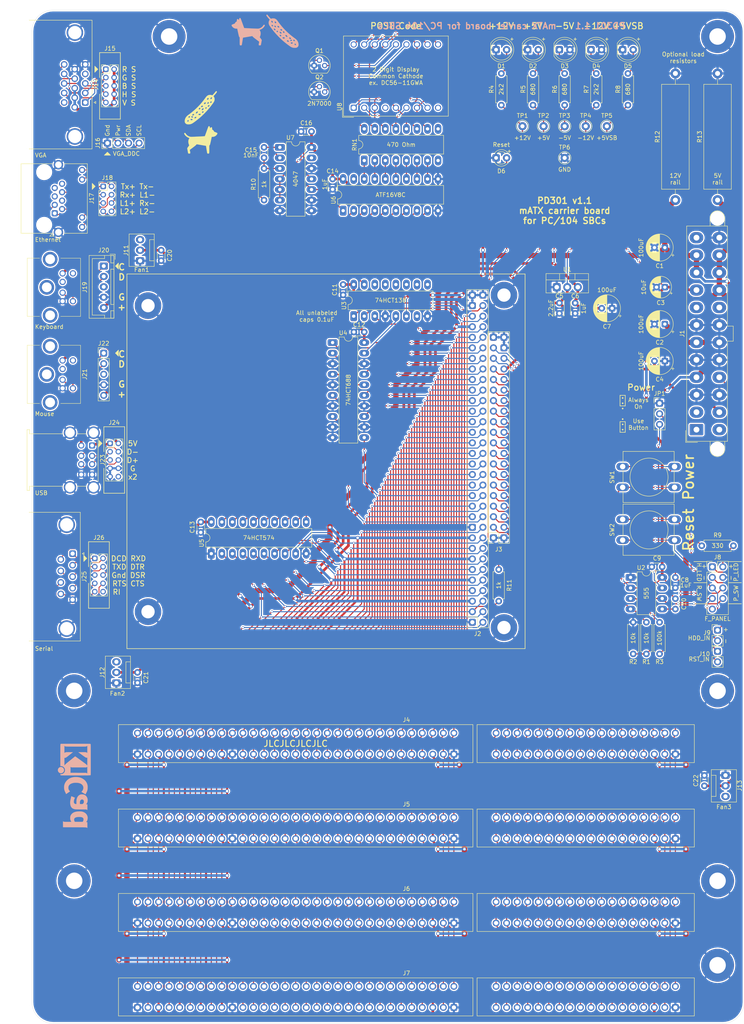
<source format=kicad_pcb>
(kicad_pcb (version 20171130) (host pcbnew "(5.1.10)-1")
  (layers (0 F.Cu signal) (31 B.Cu signal) (36 B.SilkS user) (37 F.SilkS user) (38 B.Mask user) (39 F.Mask user) (44 Edge.Cuts user))
  (net 0 "")
  (net 1 GND)
  (net 2 +5V)
  (net 3 "Net-(J1-Pad20)")
  (net 4 -12V)
  (net 5 +12V)
  (net 6 "Net-(J1-Pad8)")
  (net 7 "Net-(J1-Pad1)")
  (net 8 +5VSB)
  (net 9 /~REFRESH)
  (net 10 /DRQ2)
  (net 11 /IRQ2)
  (net 12 /RESET)
  (net 13 /A0)
  (net 14 /A1)
  (net 15 /OSC)
  (net 16 /A2)
  (net 17 /A3)
  (net 18 /ALE)
  (net 19 /A4)
  (net 20 /TC)
  (net 21 /A5)
  (net 22 /~DACK2)
  (net 23 /A6)
  (net 24 /IRQ3)
  (net 25 /A7)
  (net 26 /IRQ4)
  (net 27 /A8)
  (net 28 /IRQ5)
  (net 29 /A9)
  (net 30 /IRQ6)
  (net 31 /A10)
  (net 32 /IRQ7)
  (net 33 /A11)
  (net 34 /CLK)
  (net 35 /A12)
  (net 36 /A13)
  (net 37 /DRQ1)
  (net 38 /A14)
  (net 39 /~DACK1)
  (net 40 /A15)
  (net 41 /DRQ3)
  (net 42 /A16)
  (net 43 /~DACK3)
  (net 44 /A17)
  (net 45 /~IOR)
  (net 46 /A18)
  (net 47 /~IOW)
  (net 48 /A19)
  (net 49 /~SMEMR)
  (net 50 /AEN)
  (net 51 /~SMEMW)
  (net 52 /IORDY)
  (net 53 /D0)
  (net 54 /D1)
  (net 55 /~NOWS)
  (net 56 /D2)
  (net 57 /D3)
  (net 58 /D4)
  (net 59 /D5)
  (net 60 /D6)
  (net 61 /D7)
  (net 62 /~IOCHK)
  (net 63 /D15)
  (net 64 /D14)
  (net 65 /~MASTER)
  (net 66 /D13)
  (net 67 /D12)
  (net 68 /DRQ7)
  (net 69 /D11)
  (net 70 /~DACK7)
  (net 71 /D10)
  (net 72 /DRQ6)
  (net 73 /D9)
  (net 74 /~DACK6)
  (net 75 /D8)
  (net 76 /DRQ5)
  (net 77 /~MEMW)
  (net 78 /~DACK5)
  (net 79 /~MEMR)
  (net 80 /DRQ0)
  (net 81 /LA17)
  (net 82 /~DACK0)
  (net 83 /LA18)
  (net 84 /IRQ14)
  (net 85 /LA19)
  (net 86 /IRQ15)
  (net 87 /LA20)
  (net 88 /IRQ12)
  (net 89 /LA21)
  (net 90 /IRQ11)
  (net 91 /LA22)
  (net 92 /IRQ10)
  (net 93 /LA23)
  (net 94 /~IOCS16)
  (net 95 /SHBE)
  (net 96 /~MEMCS16)
  (net 97 -5V)
  (net 98 "Net-(U3-Pad13)")
  (net 99 "Net-(U3-Pad11)")
  (net 100 /~POST_CS)
  (net 101 /PWR_A)
  (net 102 /CV)
  (net 103 /L+12)
  (net 104 /L+5)
  (net 105 /L-5)
  (net 106 /L-12)
  (net 107 /~PS_ON)
  (net 108 "Net-(J8-Pad9)")
  (net 109 /PWR_B)
  (net 110 /HDD_B)
  (net 111 /PWR_LED)
  (net 112 /HDD_A)
  (net 113 "Net-(J11-Pad3)")
  (net 114 /FB)
  (net 115 /~IOW8x)
  (net 116 "Net-(U3-Pad7)")
  (net 117 "Net-(U3-Pad14)")
  (net 118 "Net-(U3-Pad12)")
  (net 119 "Net-(U3-Pad10)")
  (net 120 "Net-(U3-Pad9)")
  (net 121 "Net-(U6-Pad19)")
  (net 122 "Net-(U7-Pad13)")
  (net 123 /L+5S)
  (net 124 /PC7)
  (net 125 /PC6)
  (net 126 /PC4)
  (net 127 /PC3)
  (net 128 /PC2)
  (net 129 /PC1)
  (net 130 /PC0)
  (net 131 /DIG_A)
  (net 132 /DIG_B)
  (net 133 /DIG_C)
  (net 134 /DIG_D)
  (net 135 /DIG_E)
  (net 136 /DIG_F)
  (net 137 /DIG_G)
  (net 138 /LCLK)
  (net 139 "Net-(U8-Pad9)")
  (net 140 "Net-(U8-Pad4)")
  (net 141 /~LCLK)
  (net 142 /DIG_A')
  (net 143 "Net-(RN1-Pad8)")
  (net 144 /DIG_B')
  (net 145 /DIG_C')
  (net 146 /DIG_D')
  (net 147 /DIG_E')
  (net 148 /DIG_F')
  (net 149 /DIG_G')
  (net 150 "Net-(RN1-Pad9)")
  (net 151 /PC5)
  (net 152 "Net-(J14-Pad4)")
  (net 153 /~PWR_CTRL)
  (net 154 /O_C)
  (net 155 /O_RC)
  (net 156 /O_R)
  (net 157 /DIC1_CC)
  (net 158 /DIG2_CC)
  (net 159 /E_TX+)
  (net 160 /E_RX+)
  (net 161 /E_TX-)
  (net 162 /E_RX-)
  (net 163 /E_L1-)
  (net 164 /E_L1+)
  (net 165 /E_L2-)
  (net 166 /E_L2+)
  (net 167 /K_DAT)
  (net 168 /K_5V)
  (net 169 /K_CLK)
  (net 170 /M_DAT)
  (net 171 /M_5V)
  (net 172 /M_CLK)
  (net 173 /U2_D+)
  (net 174 /U2_D-)
  (net 175 /U2_5V)
  (net 176 /U1_D+)
  (net 177 /U1_D-)
  (net 178 /U1_5V)
  (net 179 /S_RI)
  (net 180 /S_CTS)
  (net 181 /S_RTS)
  (net 182 /S_DSR)
  (net 183 /S_DTR)
  (net 184 /S_TX)
  (net 185 /S_RX)
  (net 186 /S_DCD)
  (net 187 /V_R)
  (net 188 /V_G)
  (net 189 /V_B)
  (net 190 /V_GND)
  (net 191 /V_PWR)
  (net 192 /V_SDA)
  (net 193 /V_HS)
  (net 194 /V_VS)
  (net 195 /V_SCL)
  (net 196 "Net-(J22-Pad3)")
  (net 197 "Net-(J24-Pad10)")
  (net 198 /L_R)
  (net 199 /RST_A)
  (net 200 /RST_B)
  (net 201 "Net-(J12-Pad3)")
  (net 202 "Net-(J13-Pad3)")
  (net 203 "Net-(J14-Pad11)")
  (net 204 "Net-(J17-Pad8)")
  (net 205 "Net-(J17-Pad4)")
  (net 206 "Net-(J17-Pad7)")
  (net 207 "Net-(J17-Pad5)")
  (net 208 "Net-(J19-Pad2)")
  (net 209 "Net-(J19-Pad6)")
  (net 210 "Net-(J20-Pad3)")
  (net 211 "Net-(J21-Pad2)")
  (net 212 "Net-(J21-Pad6)")
  (net 213 "Net-(J26-Pad10)")
  (module Resistor_THT:R_Axial_Power_L25.0mm_W6.4mm_P30.48mm (layer F.Cu) (at 180.34 64.77 90)
    (fp_text reference R13 (at 15.24 -4.32 90) (layer F.SilkS))
    (fp_text value 4.7)
    (pad 2 thru_hole oval (at 30.48 0 90) (size 2.4 2.4) (drill 1.2) (layers *.Cu *.Mask) (net 1 GND))
    (pad 1 thru_hole circle (at 0 0 90) (size 2.4 2.4) (drill 1.2) (layers *.Cu *.Mask) (net 2 +5V))
  )
  (module Resistor_THT:R_Axial_Power_L25.0mm_W6.4mm_P30.48mm (layer F.Cu) (at 170.18 64.77 90)
    (fp_text reference R12 (at 15.24 -4.32 90) (layer F.SilkS))
    (fp_text value 20)
    (pad 2 thru_hole oval (at 30.48 0 90) (size 2.4 2.4) (drill 1.2) (layers *.Cu *.Mask) (net 1 GND))
    (pad 1 thru_hole circle (at 0 0 90) (size 2.4 2.4) (drill 1.2) (layers *.Cu *.Mask) (net 5 +12V))
  )
  (module Capacitor_THT:C_Disc_D3.0mm_W2.0mm_P2.50mm (layer F.Cu) (at 87.63 62.19 90)
    (fp_text reference C14 (at 4.405 0 180) (layer F.SilkS))
    (fp_text value 1uF (at 1.23 -1.905 270) (layer F.SilkS))
    (pad 2 thru_hole circle (at 2.5 0 90) (size 1.6 1.6) (drill 0.8) (layers *.Cu *.Mask) (net 2 +5V))
    (pad 1 thru_hole circle (at 0 0 90) (size 1.6 1.6) (drill 0.8) (layers *.Cu *.Mask) (net 1 GND))
  )
  (module Symbol:KiCad-Logo_8mm_SilkScreen (layer B.Cu) (at 25.4 205.74 270)
    (fp_text reference REF** hide)
    (fp_text value KiCad-Logo_8mm_SilkScreen hide)
  )
  (module matx-pc104:Symbol-Dog-8mm (layer B.Cu) (at 67.31 24.13 180)
    (fp_text reference Ref** hide)
    (fp_text value Val** hide)
  )
  (module matx-pc104:Symbol-Pickle-8mm (layer B.Cu) (at 75.565 24.13 180)
    (fp_text reference Ref** hide)
    (fp_text value Val** hide)
  )
  (module matx-pc104:Symbol-Dog-8mm (layer F.Cu) (at 55.88 50.165)
    (fp_text reference Ref** hide)
    (fp_text value Val** hide)
  )
  (module matx-pc104:Symbol-Pickle-8mm (layer F.Cu) (at 55.88 42.545)
    (fp_text reference Ref** hide)
    (fp_text value Val** hide)
  )
  (module Connector_PinHeader_2.54mm:PinHeader_1x02_P2.54mm_Vertical (layer F.Cu) (at 180.34 173.355)
    (fp_text reference J10 (at -3.175 0.635 180) (layer F.SilkS))
    (fp_text value RST_IN (at -4.445 1.905 180) (layer F.SilkS))
    (pad 2 thru_hole oval (at 0 2.54) (size 1.7 1.7) (drill 1) (layers *.Cu *.Mask) (net 200 /RST_B))
    (pad 1 thru_hole roundrect (at 0 0) (size 1.7 1.7) (drill 1) (layers *.Cu *.Mask) (net 199 /RST_A))
  )
  (module matx-pc104:DSUB-15-HD_Female_Horizontal_P2.29x2.54mm_Housed (layer F.Cu) (at 28.067 41.275 270)
    (fp_text reference J14 (at -4.315 -2.58 90) (layer F.SilkS))
    (fp_text value VGA (at 12.7 12.192 180) (layer F.SilkS) (effects (justify left)))
    (pad 1 thru_hole roundrect (at 0 0 270) (size 1.6 1.6) (drill 1) (layers *.Cu *.Mask) (net 187 /V_R))
    (pad 2 thru_hole circle (at -2.29 0 270) (size 1.6 1.6) (drill 1) (layers *.Cu *.Mask) (net 188 /V_G))
    (pad 3 thru_hole circle (at -4.58 0 270) (size 1.6 1.6) (drill 1) (layers *.Cu *.Mask) (net 189 /V_B))
    (pad 4 thru_hole circle (at -6.87 0 270) (size 1.6 1.6) (drill 1) (layers *.Cu *.Mask) (net 152 "Net-(J14-Pad4)"))
    (pad 5 thru_hole circle (at -9.16 0 270) (size 1.6 1.6) (drill 1) (layers *.Cu *.Mask) (net 1 GND))
    (pad 6 thru_hole circle (at 1.145 2.54 270) (size 1.6 1.6) (drill 1) (layers *.Cu *.Mask) (net 190 /V_GND))
    (pad 7 thru_hole circle (at -1.145 2.54 270) (size 1.6 1.6) (drill 1) (layers *.Cu *.Mask) (net 190 /V_GND))
    (pad 8 thru_hole circle (at -3.435 2.54 270) (size 1.6 1.6) (drill 1) (layers *.Cu *.Mask) (net 190 /V_GND))
    (pad 9 thru_hole circle (at -5.725 2.54 270) (size 1.6 1.6) (drill 1) (layers *.Cu *.Mask) (net 191 /V_PWR))
    (pad 10 thru_hole circle (at -8.015 2.54 270) (size 1.6 1.6) (drill 1) (layers *.Cu *.Mask) (net 1 GND))
    (pad 11 thru_hole circle (at 0 5.08 270) (size 1.6 1.6) (drill 1) (layers *.Cu *.Mask) (net 203 "Net-(J14-Pad11)"))
    (pad 12 thru_hole circle (at -2.29 5.08 270) (size 1.6 1.6) (drill 1) (layers *.Cu *.Mask) (net 192 /V_SDA))
    (pad 13 thru_hole circle (at -4.58 5.08 270) (size 1.6 1.6) (drill 1) (layers *.Cu *.Mask) (net 193 /V_HS))
    (pad 14 thru_hole circle (at -6.87 5.08 270) (size 1.6 1.6) (drill 1) (layers *.Cu *.Mask) (net 194 /V_VS))
    (pad 15 thru_hole circle (at -9.16 5.08 270) (size 1.6 1.6) (drill 1) (layers *.Cu *.Mask) (net 195 /V_SCL))
    (pad 0 thru_hole circle (at -16.815 2.5 270) (size 4 4) (drill 3.2) (layers *.Cu *.Mask) (net 1 GND))
    (pad 0 thru_hole circle (at 8.185 2.5 270) (size 4 4) (drill 3.2) (layers *.Cu *.Mask) (net 1 GND))
  )
  (module matx-pc104:Mini-DIN-6-Socket (layer F.Cu) (at 22.606 84.455 90)
    (fp_text reference J19 (at -1.3 5.334 90) (layer F.SilkS))
    (fp_text value Keyboard (at -10.795 -6.731 180) (layer F.SilkS) (effects (justify left)))
    (pad 2 thru_hole circle (at 0 0 90) (size 1.509 1.509) (drill 0.97) (layers *.Cu *.Mask) (net 208 "Net-(J19-Pad2)"))
    (pad 1 thru_hole circle (at -2.6 0 90) (size 1.509 1.509) (drill 0.97) (layers *.Cu *.Mask) (net 167 /K_DAT))
    (pad 4 thru_hole circle (at 2.05 0 90) (size 1.509 1.509) (drill 0.97) (layers *.Cu *.Mask) (net 168 /K_5V))
    (pad 3 thru_hole circle (at -4.65 0 90) (size 1.509 1.509) (drill 0.97) (layers *.Cu *.Mask) (net 1 GND))
    (pad 6 thru_hole circle (at 2.05 2.49 90) (size 1.509 1.509) (drill 0.97) (layers *.Cu *.Mask) (net 209 "Net-(J19-Pad6)"))
    (pad 5 thru_hole circle (at -4.65 2.49 90) (size 1.509 1.509) (drill 0.97) (layers *.Cu *.Mask) (net 169 /K_CLK))
    (pad 0 thru_hole circle (at -1.3 -3.81 90) (size 3.555 3.555) (drill 2.37) (layers *.Cu *.Mask))
    (pad 0 thru_hole circle (at -8.06 -3 90) (size 3.555 3.555) (drill 2.37) (layers *.Cu *.Mask))
    (pad 0 thru_hole circle (at 5.46 -3 90) (size 3.555 3.555) (drill 2.37) (layers *.Cu *.Mask))
  )
  (module matx-pc104:Mini-DIN-6-Socket (layer F.Cu) (at 22.606 105.41 90)
    (fp_text reference J21 (at -1.3 5.334 90) (layer F.SilkS))
    (fp_text value Mouse (at -10.795 -6.731 180) (layer F.SilkS) (effects (justify left)))
    (pad 2 thru_hole circle (at 0 0 90) (size 1.509 1.509) (drill 0.97) (layers *.Cu *.Mask) (net 211 "Net-(J21-Pad2)"))
    (pad 1 thru_hole circle (at -2.6 0 90) (size 1.509 1.509) (drill 0.97) (layers *.Cu *.Mask) (net 170 /M_DAT))
    (pad 4 thru_hole circle (at 2.05 0 90) (size 1.509 1.509) (drill 0.97) (layers *.Cu *.Mask) (net 171 /M_5V))
    (pad 3 thru_hole circle (at -4.65 0 90) (size 1.509 1.509) (drill 0.97) (layers *.Cu *.Mask) (net 1 GND))
    (pad 6 thru_hole circle (at 2.05 2.49 90) (size 1.509 1.509) (drill 0.97) (layers *.Cu *.Mask) (net 212 "Net-(J21-Pad6)"))
    (pad 5 thru_hole circle (at -4.65 2.49 90) (size 1.509 1.509) (drill 0.97) (layers *.Cu *.Mask) (net 172 /M_CLK))
    (pad 0 thru_hole circle (at -1.3 -3.81 90) (size 3.555 3.555) (drill 2.37) (layers *.Cu *.Mask))
    (pad 0 thru_hole circle (at -8.06 -3 90) (size 3.555 3.555) (drill 2.37) (layers *.Cu *.Mask))
    (pad 0 thru_hole circle (at 5.46 -3 90) (size 3.555 3.555) (drill 2.37) (layers *.Cu *.Mask))
  )
  (module Resistor_THT:R_Axial_DIN0207_L6.3mm_D2.5mm_P7.62mm_Horizontal (layer F.Cu) (at 127.635 153.67 270)
    (fp_text reference R11 (at 3.81 -2.54 270) (layer F.SilkS))
    (fp_text value 1k (at 3.81 0 90) (layer F.SilkS))
    (pad 1 thru_hole circle (at 0 0 270) (size 1.6 1.6) (drill 0.8) (layers *.Cu *.Mask) (net 198 /L_R))
    (pad 2 thru_hole oval (at 7.62 0 270) (size 1.6 1.6) (drill 0.8) (layers *.Cu *.Mask) (net 12 /RESET))
  )
  (module LED_THT:LED_D3.0mm (layer F.Cu) (at 127 54.61)
    (fp_text reference D6 (at 1.27 3.175) (layer F.SilkS))
    (fp_text value Reset (at 1.27 -3.175) (layer F.SilkS))
    (pad 1 thru_hole roundrect (at 0 0) (size 1.8 1.8) (drill 0.9) (layers *.Cu *.Mask) (net 1 GND))
    (pad 2 thru_hole circle (at 2.54 0) (size 1.8 1.8) (drill 0.9) (layers *.Cu *.Mask) (net 198 /L_R))
  )
  (module Connector_PinHeader_2.54mm:PinHeader_1x04_P2.54mm_Vertical (layer F.Cu) (at 33.401 51.054 90)
    (fp_text reference J16 (at 0 -2.33 90) (layer F.SilkS))
    (fp_text value VGA_DDC (at -2.54 4.572 180) (layer F.SilkS))
    (pad 1 thru_hole roundrect (at 0 0 90) (size 1.7 1.7) (drill 1) (layers *.Cu *.Mask) (net 1 GND))
    (pad 2 thru_hole oval (at 0 2.54 90) (size 1.7 1.7) (drill 1) (layers *.Cu *.Mask) (net 191 /V_PWR))
    (pad 3 thru_hole oval (at 0 5.08 90) (size 1.7 1.7) (drill 1) (layers *.Cu *.Mask) (net 192 /V_SDA))
    (pad 4 thru_hole oval (at 0 7.62 90) (size 1.7 1.7) (drill 1) (layers *.Cu *.Mask) (net 195 /V_SCL))
  )
  (module Connector_PinHeader_2.00mm:PinHeader_2x05_P2.00mm_Vertical (layer F.Cu) (at 30.353 151.003)
    (fp_text reference J26 (at 1 -5) (layer F.SilkS))
    (fp_text value Serial)
    (pad 1 thru_hole roundrect (at 0 0) (size 1.35 1.35) (drill 0.8) (layers *.Cu *.Mask) (net 186 /S_DCD))
    (pad 2 thru_hole oval (at 2 0) (size 1.35 1.35) (drill 0.8) (layers *.Cu *.Mask) (net 185 /S_RX))
    (pad 3 thru_hole oval (at 0 2) (size 1.35 1.35) (drill 0.8) (layers *.Cu *.Mask) (net 184 /S_TX))
    (pad 4 thru_hole oval (at 2 2) (size 1.35 1.35) (drill 0.8) (layers *.Cu *.Mask) (net 183 /S_DTR))
    (pad 5 thru_hole oval (at 0 4) (size 1.35 1.35) (drill 0.8) (layers *.Cu *.Mask) (net 1 GND))
    (pad 6 thru_hole oval (at 2 4) (size 1.35 1.35) (drill 0.8) (layers *.Cu *.Mask) (net 182 /S_DSR))
    (pad 7 thru_hole oval (at 0 6) (size 1.35 1.35) (drill 0.8) (layers *.Cu *.Mask) (net 181 /S_RTS))
    (pad 8 thru_hole oval (at 2 6) (size 1.35 1.35) (drill 0.8) (layers *.Cu *.Mask) (net 180 /S_CTS))
    (pad 9 thru_hole oval (at 0 8) (size 1.35 1.35) (drill 0.8) (layers *.Cu *.Mask) (net 179 /S_RI))
    (pad 10 thru_hole oval (at 2 8) (size 1.35 1.35) (drill 0.8) (layers *.Cu *.Mask) (net 213 "Net-(J26-Pad10)"))
  )
  (module Connector_PinHeader_2.00mm:PinHeader_2x05_P2.00mm_Vertical (layer F.Cu) (at 34.036 123.317)
    (fp_text reference J24 (at 1 -5) (layer F.SilkS))
    (fp_text value USB)
    (pad 10 thru_hole oval (at 2 8) (size 1.35 1.35) (drill 0.8) (layers *.Cu *.Mask) (net 197 "Net-(J24-Pad10)"))
    (pad 9 thru_hole oval (at 0 8) (size 1.35 1.35) (drill 0.8) (layers *.Cu *.Mask) (net 1 GND))
    (pad 8 thru_hole oval (at 2 6) (size 1.35 1.35) (drill 0.8) (layers *.Cu *.Mask) (net 1 GND))
    (pad 7 thru_hole oval (at 0 6) (size 1.35 1.35) (drill 0.8) (layers *.Cu *.Mask) (net 1 GND))
    (pad 6 thru_hole oval (at 2 4) (size 1.35 1.35) (drill 0.8) (layers *.Cu *.Mask) (net 173 /U2_D+))
    (pad 5 thru_hole oval (at 0 4) (size 1.35 1.35) (drill 0.8) (layers *.Cu *.Mask) (net 176 /U1_D+))
    (pad 4 thru_hole oval (at 2 2) (size 1.35 1.35) (drill 0.8) (layers *.Cu *.Mask) (net 174 /U2_D-))
    (pad 3 thru_hole oval (at 0 2) (size 1.35 1.35) (drill 0.8) (layers *.Cu *.Mask) (net 177 /U1_D-))
    (pad 2 thru_hole oval (at 2 0) (size 1.35 1.35) (drill 0.8) (layers *.Cu *.Mask) (net 175 /U2_5V))
    (pad 1 thru_hole roundrect (at 0 0) (size 1.35 1.35) (drill 0.8) (layers *.Cu *.Mask) (net 178 /U1_5V))
  )
  (module Connector_PinHeader_2.54mm:PinHeader_1x05_P2.54mm_Vertical (layer F.Cu) (at 32.512 101.6)
    (fp_text reference J22 (at 0 -2.33) (layer F.SilkS))
    (fp_text value Mouse)
    (pad 1 thru_hole roundrect (at 0 0) (size 1.7 1.7) (drill 1) (layers *.Cu *.Mask) (net 172 /M_CLK))
    (pad 2 thru_hole oval (at 0 2.54) (size 1.7 1.7) (drill 1) (layers *.Cu *.Mask) (net 170 /M_DAT))
    (pad 3 thru_hole oval (at 0 5.08) (size 1.7 1.7) (drill 1) (layers *.Cu *.Mask) (net 196 "Net-(J22-Pad3)"))
    (pad 4 thru_hole oval (at 0 7.62) (size 1.7 1.7) (drill 1) (layers *.Cu *.Mask) (net 1 GND))
    (pad 5 thru_hole oval (at 0 10.16) (size 1.7 1.7) (drill 1) (layers *.Cu *.Mask) (net 171 /M_5V))
  )
  (module Connector_JST:JST_XH_B5B-XH-A_1x05_P2.50mm_Vertical (layer F.Cu) (at 32.512 80.645 270)
    (fp_text reference J20 (at -3.81 0 180) (layer F.SilkS))
    (fp_text value Keyboard)
    (pad 1 thru_hole roundrect (at 0 0 270) (size 1.7 1.95) (drill 0.95) (layers *.Cu *.Mask) (roundrect_rratio 0.1470588235294118) (net 169 /K_CLK))
    (pad 2 thru_hole oval (at 2.5 0 270) (size 1.7 1.95) (drill 0.95) (layers *.Cu *.Mask) (net 167 /K_DAT))
    (pad 3 thru_hole oval (at 5 0 270) (size 1.7 1.95) (drill 0.95) (layers *.Cu *.Mask) (net 210 "Net-(J20-Pad3)"))
    (pad 4 thru_hole oval (at 7.5 0 270) (size 1.7 1.95) (drill 0.95) (layers *.Cu *.Mask) (net 1 GND))
    (pad 5 thru_hole oval (at 10 0 270) (size 1.7 1.95) (drill 0.95) (layers *.Cu *.Mask) (net 168 /K_5V))
  )
  (module Connector_PinHeader_2.00mm:PinHeader_2x04_P2.00mm_Vertical (layer F.Cu) (at 32.385 61.468)
    (fp_text reference J18 (at 1 -2.06) (layer F.SilkS))
    (fp_text value Ethernet)
    (pad 1 thru_hole roundrect (at 0 0) (size 1.35 1.35) (drill 0.8) (layers *.Cu *.Mask) (net 159 /E_TX+))
    (pad 2 thru_hole oval (at 2 0) (size 1.35 1.35) (drill 0.8) (layers *.Cu *.Mask) (net 161 /E_TX-))
    (pad 3 thru_hole oval (at 0 2) (size 1.35 1.35) (drill 0.8) (layers *.Cu *.Mask) (net 160 /E_RX+))
    (pad 4 thru_hole oval (at 2 2) (size 1.35 1.35) (drill 0.8) (layers *.Cu *.Mask) (net 163 /E_L1-))
    (pad 5 thru_hole oval (at 0 4) (size 1.35 1.35) (drill 0.8) (layers *.Cu *.Mask) (net 164 /E_L1+))
    (pad 6 thru_hole oval (at 2 4) (size 1.35 1.35) (drill 0.8) (layers *.Cu *.Mask) (net 162 /E_RX-))
    (pad 7 thru_hole oval (at 0 6) (size 1.35 1.35) (drill 0.8) (layers *.Cu *.Mask) (net 166 /E_L2+))
    (pad 8 thru_hole oval (at 2 6) (size 1.35 1.35) (drill 0.8) (layers *.Cu *.Mask) (net 165 /E_L2-))
  )
  (module Connector_PinHeader_2.00mm:PinHeader_2x05_P2.00mm_Vertical (layer F.Cu) (at 33.02 33.274)
    (fp_text reference J15 (at 1 -5) (layer F.SilkS))
    (fp_text value VGA)
    (pad 1 thru_hole roundrect (at 0 0) (size 1.35 1.35) (drill 0.8) (layers *.Cu *.Mask) (net 187 /V_R))
    (pad 2 thru_hole oval (at 2 0) (size 1.35 1.35) (drill 0.8) (layers *.Cu *.Mask) (net 190 /V_GND))
    (pad 3 thru_hole oval (at 0 2) (size 1.35 1.35) (drill 0.8) (layers *.Cu *.Mask) (net 188 /V_G))
    (pad 4 thru_hole oval (at 2 2) (size 1.35 1.35) (drill 0.8) (layers *.Cu *.Mask) (net 190 /V_GND))
    (pad 5 thru_hole oval (at 0 4) (size 1.35 1.35) (drill 0.8) (layers *.Cu *.Mask) (net 189 /V_B))
    (pad 6 thru_hole oval (at 2 4) (size 1.35 1.35) (drill 0.8) (layers *.Cu *.Mask) (net 190 /V_GND))
    (pad 7 thru_hole oval (at 0 6) (size 1.35 1.35) (drill 0.8) (layers *.Cu *.Mask) (net 193 /V_HS))
    (pad 8 thru_hole oval (at 2 6) (size 1.35 1.35) (drill 0.8) (layers *.Cu *.Mask) (net 190 /V_GND))
    (pad 9 thru_hole oval (at 0 8) (size 1.35 1.35) (drill 0.8) (layers *.Cu *.Mask) (net 194 /V_VS))
    (pad 10 thru_hole oval (at 2 8) (size 1.35 1.35) (drill 0.8) (layers *.Cu *.Mask) (net 190 /V_GND))
  )
  (module Connector_Dsub:DSUB-9_Male_Horizontal_P2.77x2.84mm_EdgePinOffset7.70mm_Housed_MountingHolesOffset9.12mm (layer F.Cu) (at 25.019 149.86 270)
    (fp_text reference J25 (at 5.54 -2.8 90) (layer F.SilkS))
    (fp_text value Serial (at 22.86 9.144 180) (layer F.SilkS) (effects (justify left)))
    (pad 1 thru_hole roundrect (at 0 0 270) (size 1.6 1.6) (drill 1) (layers *.Cu *.Mask) (net 186 /S_DCD))
    (pad 2 thru_hole circle (at 2.77 0 270) (size 1.6 1.6) (drill 1) (layers *.Cu *.Mask) (net 185 /S_RX))
    (pad 3 thru_hole circle (at 5.54 0 270) (size 1.6 1.6) (drill 1) (layers *.Cu *.Mask) (net 184 /S_TX))
    (pad 4 thru_hole circle (at 8.31 0 270) (size 1.6 1.6) (drill 1) (layers *.Cu *.Mask) (net 183 /S_DTR))
    (pad 5 thru_hole circle (at 11.08 0 270) (size 1.6 1.6) (drill 1) (layers *.Cu *.Mask) (net 1 GND))
    (pad 6 thru_hole circle (at 1.385 2.84 270) (size 1.6 1.6) (drill 1) (layers *.Cu *.Mask) (net 182 /S_DSR))
    (pad 7 thru_hole circle (at 4.155 2.84 270) (size 1.6 1.6) (drill 1) (layers *.Cu *.Mask) (net 181 /S_RTS))
    (pad 8 thru_hole circle (at 6.925 2.84 270) (size 1.6 1.6) (drill 1) (layers *.Cu *.Mask) (net 180 /S_CTS))
    (pad 9 thru_hole circle (at 9.695 2.84 270) (size 1.6 1.6) (drill 1) (layers *.Cu *.Mask) (net 179 /S_RI))
    (pad 0 thru_hole circle (at -6.96 1.42 270) (size 4 4) (drill 3.2) (layers *.Cu *.Mask) (net 1 GND))
    (pad 0 thru_hole circle (at 18.04 1.42 270) (size 4 4) (drill 3.2) (layers *.Cu *.Mask) (net 1 GND))
  )
  (module TestPoint:TestPoint_Loop_D1.80mm_Drill1.0mm_Beaded (layer F.Cu) (at 153.67 46.99 180)
    (fp_text reference TP5 (at 0 2.54) (layer F.SilkS))
    (fp_text value +5VSB (at 0 -2.8) (layer F.SilkS))
    (pad 1 thru_hole circle (at 0 0 180) (size 2 2) (drill 1) (layers *.Cu *.Mask) (net 8 +5VSB))
  )
  (module TestPoint:TestPoint_Loop_D1.80mm_Drill1.0mm_Beaded (layer F.Cu) (at 148.59 46.99 180)
    (fp_text reference TP4 (at 0 2.54) (layer F.SilkS))
    (fp_text value -12V (at 0 -2.8) (layer F.SilkS))
    (pad 1 thru_hole circle (at 0 0 180) (size 2 2) (drill 1) (layers *.Cu *.Mask) (net 4 -12V))
  )
  (module TestPoint:TestPoint_Loop_D1.80mm_Drill1.0mm_Beaded (layer F.Cu) (at 143.51 46.99 180)
    (fp_text reference TP3 (at 0 2.54) (layer F.SilkS))
    (fp_text value -5V (at 0 -2.8) (layer F.SilkS))
    (pad 1 thru_hole circle (at 0 0 180) (size 2 2) (drill 1) (layers *.Cu *.Mask) (net 97 -5V))
  )
  (module TestPoint:TestPoint_Loop_D1.80mm_Drill1.0mm_Beaded (layer F.Cu) (at 138.43 46.99 180)
    (fp_text reference TP2 (at 0 2.54) (layer F.SilkS))
    (fp_text value +5V (at 0 -2.8) (layer F.SilkS))
    (pad 1 thru_hole circle (at 0 0 180) (size 2 2) (drill 1) (layers *.Cu *.Mask) (net 2 +5V))
  )
  (module TestPoint:TestPoint_Loop_D1.80mm_Drill1.0mm_Beaded (layer F.Cu) (at 133.35 46.99 180)
    (fp_text reference TP1 (at 0 2.54) (layer F.SilkS))
    (fp_text value +12V (at 0 -2.8) (layer F.SilkS))
    (pad 1 thru_hole circle (at 0 0 180) (size 2 2) (drill 1) (layers *.Cu *.Mask) (net 5 +12V))
  )
  (module TestPoint:TestPoint_Loop_D1.80mm_Drill1.0mm_Beaded (layer F.Cu) (at 143.51 54.61 180)
    (fp_text reference TP6 (at 0 2.54) (layer F.SilkS))
    (fp_text value GND (at 0 -2.8) (layer F.SilkS))
    (pad 1 thru_hole circle (at 0 0 180) (size 2 2) (drill 1) (layers *.Cu *.Mask) (net 1 GND))
  )
  (module Package_DIP:DIP-14_W7.62mm_LongPads (layer F.Cu) (at 74.93 52.07)
    (fp_text reference U7 (at 2.54 -2.33) (layer F.SilkS))
    (fp_text value 4047 (at 3.81 7.62 90) (layer F.SilkS))
    (pad 14 thru_hole oval (at 7.62 0) (size 2.4 1.6) (drill 0.8) (layers *.Cu *.Mask) (net 2 +5V))
    (pad 7 thru_hole oval (at 0 15.24) (size 2.4 1.6) (drill 0.8) (layers *.Cu *.Mask) (net 1 GND))
    (pad 13 thru_hole oval (at 7.62 2.54) (size 2.4 1.6) (drill 0.8) (layers *.Cu *.Mask) (net 122 "Net-(U7-Pad13)"))
    (pad 6 thru_hole oval (at 0 12.7) (size 2.4 1.6) (drill 0.8) (layers *.Cu *.Mask) (net 2 +5V))
    (pad 12 thru_hole oval (at 7.62 5.08) (size 2.4 1.6) (drill 0.8) (layers *.Cu *.Mask) (net 1 GND))
    (pad 5 thru_hole oval (at 0 10.16) (size 2.4 1.6) (drill 0.8) (layers *.Cu *.Mask) (net 2 +5V))
    (pad 11 thru_hole oval (at 7.62 7.62) (size 2.4 1.6) (drill 0.8) (layers *.Cu *.Mask) (net 141 /~LCLK))
    (pad 4 thru_hole oval (at 0 7.62) (size 2.4 1.6) (drill 0.8) (layers *.Cu *.Mask) (net 2 +5V))
    (pad 10 thru_hole oval (at 7.62 10.16) (size 2.4 1.6) (drill 0.8) (layers *.Cu *.Mask) (net 138 /LCLK))
    (pad 3 thru_hole oval (at 0 5.08) (size 2.4 1.6) (drill 0.8) (layers *.Cu *.Mask) (net 155 /O_RC))
    (pad 9 thru_hole oval (at 7.62 12.7) (size 2.4 1.6) (drill 0.8) (layers *.Cu *.Mask) (net 1 GND))
    (pad 2 thru_hole oval (at 0 2.54) (size 2.4 1.6) (drill 0.8) (layers *.Cu *.Mask) (net 156 /O_R))
    (pad 8 thru_hole oval (at 7.62 15.24) (size 2.4 1.6) (drill 0.8) (layers *.Cu *.Mask) (net 1 GND))
    (pad 1 thru_hole roundrect (at 0 0) (size 2.4 1.6) (drill 0.8) (layers *.Cu *.Mask) (net 154 /O_C))
  )
  (module Resistor_THT:R_Axial_DIN0207_L6.3mm_D2.5mm_P7.62mm_Horizontal (layer F.Cu) (at 71.12 57.15 270)
    (fp_text reference R10 (at 3.81 2.54 90) (layer F.SilkS))
    (fp_text value 1k (at 3.81 0 90) (layer F.SilkS))
    (pad 1 thru_hole circle (at 0 0 270) (size 1.6 1.6) (drill 0.8) (layers *.Cu *.Mask) (net 155 /O_RC))
    (pad 2 thru_hole oval (at 7.62 0 270) (size 1.6 1.6) (drill 0.8) (layers *.Cu *.Mask) (net 156 /O_R))
  )
  (module Capacitor_THT:C_Disc_D3.0mm_W1.6mm_P2.50mm (layer F.Cu) (at 80.05 48.26)
    (fp_text reference C16 (at 1.25 -2.05) (layer F.SilkS))
    (fp_text value 0.1uF)
    (pad 2 thru_hole circle (at 2.5 0) (size 1.6 1.6) (drill 0.8) (layers *.Cu *.Mask) (net 2 +5V))
    (pad 1 thru_hole circle (at 0 0) (size 1.6 1.6) (drill 0.8) (layers *.Cu *.Mask) (net 1 GND))
  )
  (module Capacitor_THT:C_Disc_D3.0mm_W1.6mm_P2.50mm (layer F.Cu) (at 71.12 54.57 90)
    (fp_text reference C15 (at 1.865 -3.175 180) (layer F.SilkS))
    (fp_text value 10nF (at 0.595 -3.175 180) (layer F.SilkS))
    (pad 2 thru_hole circle (at 2.5 0 90) (size 1.6 1.6) (drill 0.8) (layers *.Cu *.Mask) (net 154 /O_C))
    (pad 1 thru_hole circle (at 0 0 90) (size 1.6 1.6) (drill 0.8) (layers *.Cu *.Mask) (net 155 /O_RC))
  )
  (module matx-pc104:PinHeader_2x05_P2.54mm_Vertical_Delete10 (layer F.Cu) (at 179.07 153.035)
    (fp_text reference J8 (at 1.27 -2.33) (layer F.SilkS))
    (fp_text value F_PANEL (at 1.27 12.49) (layer F.SilkS))
    (pad 1 thru_hole roundrect (at 0 0) (size 1.7 1.7) (drill 1) (layers *.Cu *.Mask) (net 112 /HDD_A))
    (pad 2 thru_hole oval (at 2.54 0) (size 1.7 1.7) (drill 1) (layers *.Cu *.Mask) (net 111 /PWR_LED))
    (pad 3 thru_hole oval (at 0 2.54) (size 1.7 1.7) (drill 1) (layers *.Cu *.Mask) (net 110 /HDD_B))
    (pad 4 thru_hole oval (at 2.54 2.54) (size 1.7 1.7) (drill 1) (layers *.Cu *.Mask) (net 1 GND))
    (pad 5 thru_hole oval (at 0 5.08) (size 1.7 1.7) (drill 1) (layers *.Cu *.Mask) (net 199 /RST_A))
    (pad 6 thru_hole oval (at 2.54 5.08) (size 1.7 1.7) (drill 1) (layers *.Cu *.Mask) (net 101 /PWR_A))
    (pad 7 thru_hole oval (at 0 7.62) (size 1.7 1.7) (drill 1) (layers *.Cu *.Mask) (net 200 /RST_B))
    (pad 8 thru_hole oval (at 2.54 7.62) (size 1.7 1.7) (drill 1) (layers *.Cu *.Mask) (net 109 /PWR_B))
    (pad 9 thru_hole oval (at 0 10.16) (size 1.7 1.7) (drill 1) (layers *.Cu *.Mask) (net 108 "Net-(J8-Pad9)"))
  )
  (module Package_DIP:DIP-20_W7.62mm_LongPads (layer F.Cu) (at 87.63 99.06)
    (fp_text reference U4 (at 2.54 -2.33) (layer F.SilkS))
    (fp_text value 74HCT688 (at 3.81 11.43 90) (layer F.SilkS))
    (pad 1 thru_hole roundrect (at 0 0) (size 2.4 1.6) (drill 0.8) (layers *.Cu *.Mask) (net 17 /A3))
    (pad 11 thru_hole oval (at 7.62 22.86) (size 2.4 1.6) (drill 0.8) (layers *.Cu *.Mask) (net 47 /~IOW))
    (pad 2 thru_hole oval (at 0 2.54) (size 2.4 1.6) (drill 0.8) (layers *.Cu *.Mask) (net 19 /A4))
    (pad 12 thru_hole oval (at 7.62 20.32) (size 2.4 1.6) (drill 0.8) (layers *.Cu *.Mask) (net 1 GND))
    (pad 3 thru_hole oval (at 0 5.08) (size 2.4 1.6) (drill 0.8) (layers *.Cu *.Mask) (net 1 GND))
    (pad 13 thru_hole oval (at 7.62 17.78) (size 2.4 1.6) (drill 0.8) (layers *.Cu *.Mask) (net 29 /A9))
    (pad 4 thru_hole oval (at 0 7.62) (size 2.4 1.6) (drill 0.8) (layers *.Cu *.Mask) (net 23 /A6))
    (pad 14 thru_hole oval (at 7.62 15.24) (size 2.4 1.6) (drill 0.8) (layers *.Cu *.Mask) (net 1 GND))
    (pad 5 thru_hole oval (at 0 10.16) (size 2.4 1.6) (drill 0.8) (layers *.Cu *.Mask) (net 1 GND))
    (pad 15 thru_hole oval (at 7.62 12.7) (size 2.4 1.6) (drill 0.8) (layers *.Cu *.Mask) (net 25 /A7))
    (pad 6 thru_hole oval (at 0 12.7) (size 2.4 1.6) (drill 0.8) (layers *.Cu *.Mask) (net 27 /A8))
    (pad 16 thru_hole oval (at 7.62 10.16) (size 2.4 1.6) (drill 0.8) (layers *.Cu *.Mask) (net 2 +5V))
    (pad 7 thru_hole oval (at 0 15.24) (size 2.4 1.6) (drill 0.8) (layers *.Cu *.Mask) (net 1 GND))
    (pad 17 thru_hole oval (at 7.62 7.62) (size 2.4 1.6) (drill 0.8) (layers *.Cu *.Mask) (net 21 /A5))
    (pad 8 thru_hole oval (at 0 17.78) (size 2.4 1.6) (drill 0.8) (layers *.Cu *.Mask) (net 50 /AEN))
    (pad 18 thru_hole oval (at 7.62 5.08) (size 2.4 1.6) (drill 0.8) (layers *.Cu *.Mask) (net 1 GND))
    (pad 9 thru_hole oval (at 0 20.32) (size 2.4 1.6) (drill 0.8) (layers *.Cu *.Mask) (net 1 GND))
    (pad 19 thru_hole oval (at 7.62 2.54) (size 2.4 1.6) (drill 0.8) (layers *.Cu *.Mask) (net 115 /~IOW8x))
    (pad 10 thru_hole oval (at 0 22.86) (size 2.4 1.6) (drill 0.8) (layers *.Cu *.Mask) (net 1 GND))
    (pad 20 thru_hole oval (at 7.62 0) (size 2.4 1.6) (drill 0.8) (layers *.Cu *.Mask) (net 2 +5V))
  )
  (module Connector_PinHeader_2.54mm:PinHeader_1x03_P2.54mm_Vertical (layer F.Cu) (at 166.37 113.665)
    (fp_text reference JP1 (at 0 -2.33) (layer F.SilkS))
    (fp_text value ForceOn)
    (pad 1 thru_hole roundrect (at 0 0) (size 1.7 1.7) (drill 1) (layers *.Cu *.Mask) (net 1 GND))
    (pad 2 thru_hole oval (at 0 2.54) (size 1.7 1.7) (drill 1) (layers *.Cu *.Mask) (net 107 /~PS_ON))
    (pad 3 thru_hole oval (at 0 5.08) (size 1.7 1.7) (drill 1) (layers *.Cu *.Mask) (net 153 /~PWR_CTRL))
  )
  (module Connector_USB:USB_A_Wuerth_61400826021_Horizontal_Stacked (layer F.Cu) (at 29.718 123.825 270)
    (fp_text reference J23 (at 3.5 -2.54 90) (layer F.SilkS))
    (fp_text value USB (at 11.43 13.843 180) (layer F.SilkS) (effects (justify left)))
    (pad 9 thru_hole circle (at 10.07 -0.35 270) (size 3 3) (drill 2.3) (layers *.Cu *.Mask) (net 1 GND))
    (pad 9 thru_hole circle (at -3.07 -0.35 270) (size 3 3) (drill 2.3) (layers *.Cu *.Mask) (net 1 GND))
    (pad 1 thru_hole roundrect (at 0 0 270) (size 1.5 1.5) (drill 0.92) (layers *.Cu *.Mask) (net 178 /U1_5V))
    (pad 2 thru_hole circle (at 2.5 0 270) (size 1.5 1.5) (drill 0.92) (layers *.Cu *.Mask) (net 177 /U1_D-))
    (pad 3 thru_hole circle (at 4.5 0 270) (size 1.5 1.5) (drill 0.92) (layers *.Cu *.Mask) (net 176 /U1_D+))
    (pad 4 thru_hole circle (at 7 0 270) (size 1.5 1.5) (drill 0.92) (layers *.Cu *.Mask) (net 1 GND))
    (pad 9 thru_hole circle (at -3.07 5.33 270) (size 3 3) (drill 2.3) (layers *.Cu *.Mask) (net 1 GND))
    (pad 9 thru_hole circle (at 10.07 5.33 270) (size 3 3) (drill 2.3) (layers *.Cu *.Mask) (net 1 GND))
    (pad 5 thru_hole circle (at 0 2.62 270) (size 1.5 1.5) (drill 0.92) (layers *.Cu *.Mask) (net 175 /U2_5V))
    (pad 6 thru_hole circle (at 2.5 2.62 270) (size 1.5 1.5) (drill 0.92) (layers *.Cu *.Mask) (net 174 /U2_D-))
    (pad 7 thru_hole circle (at 4.5 2.62 270) (size 1.5 1.5) (drill 0.92) (layers *.Cu *.Mask) (net 173 /U2_D+))
    (pad 8 thru_hole circle (at 7 2.62 270) (size 1.5 1.5) (drill 0.92) (layers *.Cu *.Mask) (net 1 GND))
  )
  (module Connector_RJ:RJ45_Amphenol_RJHSE538X (layer F.Cu) (at 20.709 67.945 90)
    (fp_text reference J17 (at 3.56 8.89 90) (layer F.SilkS))
    (fp_text value Ethernet (at -6.35 -4.834 180) (layer F.SilkS) (effects (justify left)))
    (pad 12 thru_hole circle (at 10.42 6.6 90) (size 1.5 1.5) (drill 0.89) (layers *.Cu *.Mask) (net 166 /E_L2+))
    (pad 11 thru_hole circle (at 8.13 6.6 90) (size 1.5 1.5) (drill 0.89) (layers *.Cu *.Mask) (net 165 /E_L2-))
    (pad 10 thru_hole circle (at -1.01 6.6 90) (size 1.5 1.5) (drill 0.89) (layers *.Cu *.Mask) (net 164 /E_L1+))
    (pad 9 thru_hole circle (at -3.3 6.6 90) (size 1.5 1.5) (drill 0.89) (layers *.Cu *.Mask) (net 163 /E_L1-))
    (pad SH thru_hole circle (at -4.57 0.89 90) (size 2.3 2.3) (drill 1.57) (layers *.Cu *.Mask) (net 1 GND))
    (pad SH thru_hole circle (at 11.69 0.89 90) (size 2.3 2.3) (drill 1.57) (layers *.Cu *.Mask) (net 1 GND))
    (pad "" np_thru_hole circle (at 9.91 -2.54 90) (size 3.25 3.25) (drill 3.25) (layers *.Cu *.Mask))
    (pad "" np_thru_hole circle (at -2.79 -2.54 90) (size 3.25 3.25) (drill 3.25) (layers *.Cu *.Mask))
    (pad 8 thru_hole circle (at 7.112 1.78 90) (size 1.5 1.5) (drill 0.89) (layers *.Cu *.Mask) (net 204 "Net-(J17-Pad8)"))
    (pad 6 thru_hole circle (at 5.08 1.78 90) (size 1.5 1.5) (drill 0.89) (layers *.Cu *.Mask) (net 162 /E_RX-))
    (pad 4 thru_hole circle (at 3.048 1.78 90) (size 1.5 1.5) (drill 0.89) (layers *.Cu *.Mask) (net 205 "Net-(J17-Pad4)"))
    (pad 2 thru_hole circle (at 1.016 1.78 90) (size 1.5 1.5) (drill 0.89) (layers *.Cu *.Mask) (net 161 /E_TX-))
    (pad 7 thru_hole circle (at 6.096 0 90) (size 1.5 1.5) (drill 0.89) (layers *.Cu *.Mask) (net 206 "Net-(J17-Pad7)"))
    (pad 5 thru_hole circle (at 4.064 0 90) (size 1.5 1.5) (drill 0.89) (layers *.Cu *.Mask) (net 207 "Net-(J17-Pad5)"))
    (pad 3 thru_hole circle (at 2.032 0 90) (size 1.5 1.5) (drill 0.89) (layers *.Cu *.Mask) (net 160 /E_RX+))
    (pad 1 thru_hole roundrect (at 0 0 90) (size 1.5 1.5) (drill 0.89) (layers *.Cu *.Mask) (net 159 /E_TX+))
  )
  (module Package_DIP:DIP-16_W7.62mm_LongPads (layer F.Cu) (at 95.25 55.245 90)
    (fp_text reference RN1 (at 3.81 -2.33 90) (layer F.SilkS))
    (fp_text value "470 Ohm" (at 3.81 8.89 180) (layer F.SilkS))
    (pad 16 thru_hole oval (at 7.62 0 90) (size 2.4 1.6) (drill 0.8) (layers *.Cu *.Mask) (net 142 /DIG_A'))
    (pad 8 thru_hole oval (at 0 17.78 90) (size 2.4 1.6) (drill 0.8) (layers *.Cu *.Mask) (net 143 "Net-(RN1-Pad8)"))
    (pad 15 thru_hole oval (at 7.62 2.54 90) (size 2.4 1.6) (drill 0.8) (layers *.Cu *.Mask) (net 144 /DIG_B'))
    (pad 7 thru_hole oval (at 0 15.24 90) (size 2.4 1.6) (drill 0.8) (layers *.Cu *.Mask) (net 137 /DIG_G))
    (pad 14 thru_hole oval (at 7.62 5.08 90) (size 2.4 1.6) (drill 0.8) (layers *.Cu *.Mask) (net 145 /DIG_C'))
    (pad 6 thru_hole oval (at 0 12.7 90) (size 2.4 1.6) (drill 0.8) (layers *.Cu *.Mask) (net 136 /DIG_F))
    (pad 13 thru_hole oval (at 7.62 7.62 90) (size 2.4 1.6) (drill 0.8) (layers *.Cu *.Mask) (net 146 /DIG_D'))
    (pad 5 thru_hole oval (at 0 10.16 90) (size 2.4 1.6) (drill 0.8) (layers *.Cu *.Mask) (net 135 /DIG_E))
    (pad 12 thru_hole oval (at 7.62 10.16 90) (size 2.4 1.6) (drill 0.8) (layers *.Cu *.Mask) (net 147 /DIG_E'))
    (pad 4 thru_hole oval (at 0 7.62 90) (size 2.4 1.6) (drill 0.8) (layers *.Cu *.Mask) (net 134 /DIG_D))
    (pad 11 thru_hole oval (at 7.62 12.7 90) (size 2.4 1.6) (drill 0.8) (layers *.Cu *.Mask) (net 148 /DIG_F'))
    (pad 3 thru_hole oval (at 0 5.08 90) (size 2.4 1.6) (drill 0.8) (layers *.Cu *.Mask) (net 133 /DIG_C))
    (pad 10 thru_hole oval (at 7.62 15.24 90) (size 2.4 1.6) (drill 0.8) (layers *.Cu *.Mask) (net 149 /DIG_G'))
    (pad 2 thru_hole oval (at 0 2.54 90) (size 2.4 1.6) (drill 0.8) (layers *.Cu *.Mask) (net 132 /DIG_B))
    (pad 9 thru_hole oval (at 7.62 17.78 90) (size 2.4 1.6) (drill 0.8) (layers *.Cu *.Mask) (net 150 "Net-(RN1-Pad9)"))
    (pad 1 thru_hole roundrect (at 0 0 90) (size 2.4 1.6) (drill 0.8) (layers *.Cu *.Mask) (net 131 /DIG_A))
  )
  (module Package_TO_SOT_THT:TO-92 (layer F.Cu) (at 83.185 38.735)
    (fp_text reference Q2 (at 1.27 -3.56) (layer F.SilkS))
    (fp_text value 2N7000 (at 1.27 2.79) (layer F.SilkS))
    (pad 1 thru_hole roundrect (at 0 0) (size 1.3 1.3) (drill 0.75) (layers *.Cu *.Mask) (net 1 GND))
    (pad 3 thru_hole circle (at 2.54 0) (size 1.3 1.3) (drill 0.75) (layers *.Cu *.Mask) (net 158 /DIG2_CC))
    (pad 2 thru_hole circle (at 1.27 -1.27) (size 1.3 1.3) (drill 0.75) (layers *.Cu *.Mask) (net 141 /~LCLK))
  )
  (module Package_TO_SOT_THT:TO-92 (layer F.Cu) (at 83.185 32.385)
    (fp_text reference Q1 (at 1.27 -3.56) (layer F.SilkS))
    (fp_text value 2N7000)
    (pad 1 thru_hole roundrect (at 0 0) (size 1.3 1.3) (drill 0.75) (layers *.Cu *.Mask) (net 1 GND))
    (pad 3 thru_hole circle (at 2.54 0) (size 1.3 1.3) (drill 0.75) (layers *.Cu *.Mask) (net 157 /DIC1_CC))
    (pad 2 thru_hole circle (at 1.27 -1.27) (size 1.3 1.3) (drill 0.75) (layers *.Cu *.Mask) (net 138 /LCLK))
  )
  (module Package_DIP:DIP-20_W7.62mm_LongPads (layer F.Cu) (at 90.17 67.31 90)
    (fp_text reference U6 (at 2.54 -2.33 90) (layer F.SilkS))
    (fp_text value ATF16V8C (at 3.81 11.43 180) (layer F.SilkS))
    (pad 20 thru_hole oval (at 7.62 0 90) (size 2.4 1.6) (drill 0.8) (layers *.Cu *.Mask) (net 2 +5V))
    (pad 10 thru_hole oval (at 0 22.86 90) (size 2.4 1.6) (drill 0.8) (layers *.Cu *.Mask) (net 1 GND))
    (pad 19 thru_hole oval (at 7.62 2.54 90) (size 2.4 1.6) (drill 0.8) (layers *.Cu *.Mask) (net 121 "Net-(U6-Pad19)"))
    (pad 9 thru_hole oval (at 0 20.32 90) (size 2.4 1.6) (drill 0.8) (layers *.Cu *.Mask) (net 130 /PC0))
    (pad 18 thru_hole oval (at 7.62 5.08 90) (size 2.4 1.6) (drill 0.8) (layers *.Cu *.Mask) (net 131 /DIG_A))
    (pad 8 thru_hole oval (at 0 17.78 90) (size 2.4 1.6) (drill 0.8) (layers *.Cu *.Mask) (net 129 /PC1))
    (pad 17 thru_hole oval (at 7.62 7.62 90) (size 2.4 1.6) (drill 0.8) (layers *.Cu *.Mask) (net 132 /DIG_B))
    (pad 7 thru_hole oval (at 0 15.24 90) (size 2.4 1.6) (drill 0.8) (layers *.Cu *.Mask) (net 128 /PC2))
    (pad 16 thru_hole oval (at 7.62 10.16 90) (size 2.4 1.6) (drill 0.8) (layers *.Cu *.Mask) (net 133 /DIG_C))
    (pad 6 thru_hole oval (at 0 12.7 90) (size 2.4 1.6) (drill 0.8) (layers *.Cu *.Mask) (net 127 /PC3))
    (pad 15 thru_hole oval (at 7.62 12.7 90) (size 2.4 1.6) (drill 0.8) (layers *.Cu *.Mask) (net 134 /DIG_D))
    (pad 5 thru_hole oval (at 0 10.16 90) (size 2.4 1.6) (drill 0.8) (layers *.Cu *.Mask) (net 126 /PC4))
    (pad 14 thru_hole oval (at 7.62 15.24 90) (size 2.4 1.6) (drill 0.8) (layers *.Cu *.Mask) (net 135 /DIG_E))
    (pad 4 thru_hole oval (at 0 7.62 90) (size 2.4 1.6) (drill 0.8) (layers *.Cu *.Mask) (net 151 /PC5))
    (pad 13 thru_hole oval (at 7.62 17.78 90) (size 2.4 1.6) (drill 0.8) (layers *.Cu *.Mask) (net 136 /DIG_F))
    (pad 3 thru_hole oval (at 0 5.08 90) (size 2.4 1.6) (drill 0.8) (layers *.Cu *.Mask) (net 125 /PC6))
    (pad 12 thru_hole oval (at 7.62 20.32 90) (size 2.4 1.6) (drill 0.8) (layers *.Cu *.Mask) (net 137 /DIG_G))
    (pad 2 thru_hole oval (at 0 2.54 90) (size 2.4 1.6) (drill 0.8) (layers *.Cu *.Mask) (net 124 /PC7))
    (pad 11 thru_hole oval (at 7.62 22.86 90) (size 2.4 1.6) (drill 0.8) (layers *.Cu *.Mask) (net 1 GND))
    (pad 1 thru_hole roundrect (at 0 0 90) (size 2.4 1.6) (drill 0.8) (layers *.Cu *.Mask) (net 138 /LCLK))
  )
  (module Capacitor_THT:C_Disc_D3.0mm_W1.6mm_P2.50mm (layer F.Cu) (at 177.165 205.74 90)
    (fp_text reference C22 (at 1.25 -2.05 90) (layer F.SilkS))
    (fp_text value 0.1uF)
    (pad 2 thru_hole circle (at 2.5 0 90) (size 1.6 1.6) (drill 0.8) (layers *.Cu *.Mask) (net 1 GND))
    (pad 1 thru_hole circle (at 0 0 90) (size 1.6 1.6) (drill 0.8) (layers *.Cu *.Mask) (net 5 +12V))
  )
  (module Capacitor_THT:C_Disc_D3.0mm_W1.6mm_P2.50mm (layer F.Cu) (at 40.64 178.435 270)
    (fp_text reference C21 (at 1.25 -2.05 90) (layer F.SilkS))
    (fp_text value 0.1uF)
    (pad 2 thru_hole circle (at 2.5 0 270) (size 1.6 1.6) (drill 0.8) (layers *.Cu *.Mask) (net 1 GND))
    (pad 1 thru_hole circle (at 0 0 270) (size 1.6 1.6) (drill 0.8) (layers *.Cu *.Mask) (net 5 +12V))
  )
  (module Capacitor_THT:C_Disc_D3.0mm_W1.6mm_P2.50mm (layer F.Cu) (at 46.355 76.835 270)
    (fp_text reference C20 (at 1.25 -2.05 90) (layer F.SilkS))
    (fp_text value 0.1uF)
    (pad 2 thru_hole circle (at 2.5 0 270) (size 1.6 1.6) (drill 0.8) (layers *.Cu *.Mask) (net 1 GND))
    (pad 1 thru_hole circle (at 0 0 270) (size 1.6 1.6) (drill 0.8) (layers *.Cu *.Mask) (net 5 +12V))
  )
  (module Capacitor_THT:C_Disc_D3.0mm_W1.6mm_P2.50mm (layer F.Cu) (at 55.88 144.74 90)
    (fp_text reference C13 (at 1.25 -2.05 90) (layer F.SilkS))
    (fp_text value 0.1uF)
    (pad 2 thru_hole circle (at 2.5 0 90) (size 1.6 1.6) (drill 0.8) (layers *.Cu *.Mask) (net 2 +5V))
    (pad 1 thru_hole circle (at 0 0 90) (size 1.6 1.6) (drill 0.8) (layers *.Cu *.Mask) (net 1 GND))
  )
  (module Capacitor_THT:C_Disc_D3.0mm_W1.6mm_P2.50mm (layer F.Cu) (at 92.75 96.52)
    (fp_text reference C12 (at 1.25 -1.778) (layer F.SilkS))
    (fp_text value 0.1uF)
    (pad 1 thru_hole circle (at 0 0) (size 1.6 1.6) (drill 0.8) (layers *.Cu *.Mask) (net 1 GND))
    (pad 2 thru_hole circle (at 2.5 0) (size 1.6 1.6) (drill 0.8) (layers *.Cu *.Mask) (net 2 +5V))
  )
  (module Capacitor_THT:C_Disc_D3.0mm_W1.6mm_P2.50mm (layer F.Cu) (at 90.17 87.59 90)
    (fp_text reference C11 (at 1.25 -2.05 90) (layer F.SilkS))
    (fp_text value 0.1uF)
    (pad 1 thru_hole circle (at 0 0 90) (size 1.6 1.6) (drill 0.8) (layers *.Cu *.Mask) (net 1 GND))
    (pad 2 thru_hole circle (at 2.5 0 90) (size 1.6 1.6) (drill 0.8) (layers *.Cu *.Mask) (net 2 +5V))
  )
  (module Connector:FanPinHeader_1x03_P2.54mm_Vertical (layer F.Cu) (at 35.56 180.975 90)
    (fp_text reference J12 (at 2.5 -3.4 90) (layer F.SilkS))
    (fp_text value Fan2 (at -2.54 0.254 180) (layer F.SilkS))
    (pad 1 thru_hole roundrect (at 0 0 180) (size 2.03 1.73) (drill 1.02) (layers *.Cu *.Mask) (net 1 GND))
    (pad 2 thru_hole oval (at 2.54 0 180) (size 2.03 1.73) (drill 1.02) (layers *.Cu *.Mask) (net 5 +12V))
    (pad 3 thru_hole oval (at 5.08 0 180) (size 2.03 1.73) (drill 1.02) (layers *.Cu *.Mask) (net 201 "Net-(J12-Pad3)"))
  )
  (module Display_7Segment:DA56-11CGKWA (layer F.Cu) (at 92.71 42.545 90)
    (fp_text reference U8 (at 0.24 -3.41 90) (layer F.SilkS))
    (fp_text value DC56-11GWA)
    (pad 18 thru_hole circle (at 15.24 0 90) (size 1.5 1.5) (drill 1) (layers *.Cu *.Mask) (net 148 /DIG_F'))
    (pad 17 thru_hole circle (at 15.24 2.54 90) (size 1.5 1.5) (drill 1) (layers *.Cu *.Mask) (net 149 /DIG_G'))
    (pad 16 thru_hole circle (at 15.24 5.08 90) (size 1.5 1.5) (drill 1) (layers *.Cu *.Mask) (net 142 /DIG_A'))
    (pad 15 thru_hole circle (at 15.24 7.62 90) (size 1.5 1.5) (drill 1) (layers *.Cu *.Mask) (net 144 /DIG_B'))
    (pad 14 thru_hole circle (at 15.24 10.16 90) (size 1.5 1.5) (drill 1) (layers *.Cu *.Mask) (net 157 /DIC1_CC))
    (pad 13 thru_hole circle (at 15.24 12.7 90) (size 1.5 1.5) (drill 1) (layers *.Cu *.Mask) (net 158 /DIG2_CC))
    (pad 12 thru_hole circle (at 15.24 15.24 90) (size 1.5 1.5) (drill 1) (layers *.Cu *.Mask) (net 148 /DIG_F'))
    (pad 11 thru_hole circle (at 15.24 17.78 90) (size 1.5 1.5) (drill 1) (layers *.Cu *.Mask) (net 142 /DIG_A'))
    (pad 10 thru_hole circle (at 15.24 20.32 90) (size 1.5 1.5) (drill 1) (layers *.Cu *.Mask) (net 144 /DIG_B'))
    (pad 9 thru_hole circle (at 0 20.32 90) (size 1.5 1.5) (drill 1) (layers *.Cu *.Mask) (net 139 "Net-(U8-Pad9)"))
    (pad 8 thru_hole circle (at 0 17.78 90) (size 1.5 1.5) (drill 1) (layers *.Cu *.Mask) (net 145 /DIG_C'))
    (pad 7 thru_hole circle (at 0 15.24 90) (size 1.5 1.5) (drill 1) (layers *.Cu *.Mask) (net 149 /DIG_G'))
    (pad 6 thru_hole circle (at 0 12.7 90) (size 1.5 1.5) (drill 1) (layers *.Cu *.Mask) (net 146 /DIG_D'))
    (pad 5 thru_hole circle (at 0 10.16 90) (size 1.5 1.5) (drill 1) (layers *.Cu *.Mask) (net 147 /DIG_E'))
    (pad 4 thru_hole circle (at 0 7.62 90) (size 1.5 1.5) (drill 1) (layers *.Cu *.Mask) (net 140 "Net-(U8-Pad4)"))
    (pad 3 thru_hole circle (at 0 5.08 90) (size 1.5 1.5) (drill 1) (layers *.Cu *.Mask) (net 145 /DIG_C'))
    (pad 2 thru_hole circle (at 0 2.54 90) (size 1.5 1.5) (drill 1) (layers *.Cu *.Mask) (net 146 /DIG_D'))
    (pad 1 thru_hole roundrect (at 0 0 90) (size 1.5 1.5) (drill 1) (layers *.Cu *.Mask) (net 147 /DIG_E'))
  )
  (module Package_DIP:DIP-8_W7.62mm_LongPads (layer F.Cu) (at 159.385 155.575)
    (fp_text reference U2 (at 2.54 -2.33) (layer F.SilkS))
    (fp_text value 555 (at 3.81 3.81 90) (layer F.SilkS))
    (pad 1 thru_hole roundrect (at 0 0) (size 2.4 1.6) (drill 0.8) (layers *.Cu *.Mask) (net 1 GND))
    (pad 5 thru_hole oval (at 7.62 7.62) (size 2.4 1.6) (drill 0.8) (layers *.Cu *.Mask) (net 102 /CV))
    (pad 2 thru_hole oval (at 0 2.54) (size 2.4 1.6) (drill 0.8) (layers *.Cu *.Mask) (net 109 /PWR_B))
    (pad 6 thru_hole oval (at 7.62 5.08) (size 2.4 1.6) (drill 0.8) (layers *.Cu *.Mask) (net 109 /PWR_B))
    (pad 3 thru_hole oval (at 0 5.08) (size 2.4 1.6) (drill 0.8) (layers *.Cu *.Mask) (net 114 /FB))
    (pad 7 thru_hole oval (at 7.62 2.54) (size 2.4 1.6) (drill 0.8) (layers *.Cu *.Mask) (net 153 /~PWR_CTRL))
    (pad 4 thru_hole oval (at 0 7.62) (size 2.4 1.6) (drill 0.8) (layers *.Cu *.Mask) (net 8 +5VSB))
    (pad 8 thru_hole oval (at 7.62 0) (size 2.4 1.6) (drill 0.8) (layers *.Cu *.Mask) (net 8 +5VSB))
  )
  (module Button_Switch_THT:SW_PUSH-12mm (layer F.Cu) (at 157.48 141.605)
    (fp_text reference SW2 (at -2.54 2.54 90) (layer F.SilkS))
    (fp_text value Reset (at 15.875 2.54 90) (layer F.SilkS) (effects (font (size 2.5 2.5) (thickness 0.4))))
    (pad 1 thru_hole oval (at 12.5 0) (size 3.048 1.85) (drill 1.3) (layers *.Cu *.Mask) (net 200 /RST_B))
    (pad 2 thru_hole oval (at 12.5 5) (size 3.048 1.85) (drill 1.3) (layers *.Cu *.Mask) (net 199 /RST_A))
    (pad 1 thru_hole oval (at 0 0) (size 3.048 1.85) (drill 1.3) (layers *.Cu *.Mask) (net 200 /RST_B))
    (pad 2 thru_hole oval (at 0 5) (size 3.048 1.85) (drill 1.3) (layers *.Cu *.Mask) (net 199 /RST_A))
  )
  (module Button_Switch_THT:SW_PUSH-12mm (layer F.Cu) (at 157.48 128.905)
    (fp_text reference SW1 (at -2.54 2.54 90) (layer F.SilkS))
    (fp_text value Power (at 15.875 2.54 90) (layer F.SilkS) (effects (font (size 2.5 2.5) (thickness 0.4))))
    (pad 2 thru_hole oval (at 0 5) (size 3.048 1.85) (drill 1.3) (layers *.Cu *.Mask) (net 109 /PWR_B))
    (pad 1 thru_hole oval (at 0 0) (size 3.048 1.85) (drill 1.3) (layers *.Cu *.Mask) (net 101 /PWR_A))
    (pad 2 thru_hole oval (at 12.5 5) (size 3.048 1.85) (drill 1.3) (layers *.Cu *.Mask) (net 109 /PWR_B))
    (pad 1 thru_hole oval (at 12.5 0) (size 3.048 1.85) (drill 1.3) (layers *.Cu *.Mask) (net 101 /PWR_A))
  )
  (module Resistor_THT:R_Axial_DIN0207_L6.3mm_D2.5mm_P7.62mm_Horizontal (layer F.Cu) (at 176.53 147.955)
    (fp_text reference R9 (at 3.81 -2.54) (layer F.SilkS))
    (fp_text value 330 (at 3.81 0) (layer F.SilkS))
    (pad 2 thru_hole oval (at 7.62 0) (size 1.6 1.6) (drill 0.8) (layers *.Cu *.Mask) (net 111 /PWR_LED))
    (pad 1 thru_hole circle (at 0 0) (size 1.6 1.6) (drill 0.8) (layers *.Cu *.Mask) (net 2 +5V))
  )
  (module Resistor_THT:R_Axial_DIN0207_L6.3mm_D2.5mm_P7.62mm_Horizontal (layer F.Cu) (at 166.37 173.99 90)
    (fp_text reference R3 (at -1.905 0 180) (layer F.SilkS))
    (fp_text value 100k (at 3.81 0 90) (layer F.SilkS))
    (pad 2 thru_hole oval (at 7.62 0 90) (size 1.6 1.6) (drill 0.8) (layers *.Cu *.Mask) (net 114 /FB))
    (pad 1 thru_hole circle (at 0 0 90) (size 1.6 1.6) (drill 0.8) (layers *.Cu *.Mask) (net 101 /PWR_A))
  )
  (module Resistor_THT:R_Axial_DIN0207_L6.3mm_D2.5mm_P7.62mm_Horizontal (layer F.Cu) (at 160.02 173.99 90)
    (fp_text reference R2 (at -1.905 0 180) (layer F.SilkS))
    (fp_text value 10k (at 3.81 0 90) (layer F.SilkS))
    (pad 2 thru_hole oval (at 7.62 0 90) (size 1.6 1.6) (drill 0.8) (layers *.Cu *.Mask) (net 1 GND))
    (pad 1 thru_hole circle (at 0 0 90) (size 1.6 1.6) (drill 0.8) (layers *.Cu *.Mask) (net 109 /PWR_B))
  )
  (module Resistor_THT:R_Axial_DIN0207_L6.3mm_D2.5mm_P7.62mm_Horizontal (layer F.Cu) (at 163.195 173.99 90)
    (fp_text reference R1 (at -1.905 0 180) (layer F.SilkS))
    (fp_text value 10k (at 3.81 0 90) (layer F.SilkS))
    (pad 2 thru_hole oval (at 7.62 0 90) (size 1.6 1.6) (drill 0.8) (layers *.Cu *.Mask) (net 8 +5VSB))
    (pad 1 thru_hole circle (at 0 0 90) (size 1.6 1.6) (drill 0.8) (layers *.Cu *.Mask) (net 109 /PWR_B))
  )
  (module Connector_PinHeader_2.54mm:PinHeader_1x02_P2.54mm_Vertical (layer F.Cu) (at 180.34 168.275)
    (fp_text reference J9 (at -2.54 0.635 180) (layer F.SilkS))
    (fp_text value HDD_IN (at -4.445 1.905 180) (layer F.SilkS))
    (pad 1 thru_hole roundrect (at 0 0) (size 1.7 1.7) (drill 1) (layers *.Cu *.Mask) (net 112 /HDD_A))
    (pad 2 thru_hole oval (at 0 2.54) (size 1.7 1.7) (drill 1) (layers *.Cu *.Mask) (net 110 /HDD_B))
  )
  (module Capacitor_THT:C_Disc_D3.0mm_W1.6mm_P2.50mm (layer F.Cu) (at 170.18 160.695 270)
    (fp_text reference C10 (at 1.25 -2.05 90) (layer F.SilkS))
    (fp_text value 0.1uF)
    (pad 2 thru_hole circle (at 2.5 0 270) (size 1.6 1.6) (drill 0.8) (layers *.Cu *.Mask) (net 102 /CV))
    (pad 1 thru_hole circle (at 0 0 270) (size 1.6 1.6) (drill 0.8) (layers *.Cu *.Mask) (net 8 +5VSB))
  )
  (module Capacitor_THT:C_Disc_D3.0mm_W1.6mm_P2.50mm (layer F.Cu) (at 164.505 153.035)
    (fp_text reference C9 (at 1.25 -2.05) (layer F.SilkS))
    (fp_text value 0.1uF)
    (pad 2 thru_hole circle (at 2.5 0) (size 1.6 1.6) (drill 0.8) (layers *.Cu *.Mask) (net 8 +5VSB))
    (pad 1 thru_hole circle (at 0 0) (size 1.6 1.6) (drill 0.8) (layers *.Cu *.Mask) (net 1 GND))
  )
  (module Capacitor_THT:C_Disc_D3.0mm_W2.0mm_P2.50mm (layer F.Cu) (at 170.18 155.575 270)
    (fp_text reference C8 (at 0.635 -2.25 180) (layer F.SilkS))
    (fp_text value 1uF (at 1.905 -2.54 180) (layer F.SilkS))
    (pad 2 thru_hole circle (at 2.5 0 270) (size 1.6 1.6) (drill 0.8) (layers *.Cu *.Mask) (net 1 GND))
    (pad 1 thru_hole circle (at 0 0 270) (size 1.6 1.6) (drill 0.8) (layers *.Cu *.Mask) (net 101 /PWR_A))
  )
  (module Package_DIP:DIP-20_W7.62mm_LongPads (layer F.Cu) (at 58.42 149.86 90)
    (fp_text reference U5 (at 2.54 -2.33 90) (layer F.SilkS))
    (fp_text value 74HCT574 (at 3.81 11.43 180) (layer F.SilkS))
    (pad 20 thru_hole oval (at 7.62 0 90) (size 2.4 1.6) (drill 0.8) (layers *.Cu *.Mask) (net 2 +5V))
    (pad 10 thru_hole oval (at 0 22.86 90) (size 2.4 1.6) (drill 0.8) (layers *.Cu *.Mask) (net 1 GND))
    (pad 19 thru_hole oval (at 7.62 2.54 90) (size 2.4 1.6) (drill 0.8) (layers *.Cu *.Mask) (net 124 /PC7))
    (pad 9 thru_hole oval (at 0 20.32 90) (size 2.4 1.6) (drill 0.8) (layers *.Cu *.Mask) (net 53 /D0))
    (pad 18 thru_hole oval (at 7.62 5.08 90) (size 2.4 1.6) (drill 0.8) (layers *.Cu *.Mask) (net 125 /PC6))
    (pad 8 thru_hole oval (at 0 17.78 90) (size 2.4 1.6) (drill 0.8) (layers *.Cu *.Mask) (net 54 /D1))
    (pad 17 thru_hole oval (at 7.62 7.62 90) (size 2.4 1.6) (drill 0.8) (layers *.Cu *.Mask) (net 151 /PC5))
    (pad 7 thru_hole oval (at 0 15.24 90) (size 2.4 1.6) (drill 0.8) (layers *.Cu *.Mask) (net 56 /D2))
    (pad 16 thru_hole oval (at 7.62 10.16 90) (size 2.4 1.6) (drill 0.8) (layers *.Cu *.Mask) (net 126 /PC4))
    (pad 6 thru_hole oval (at 0 12.7 90) (size 2.4 1.6) (drill 0.8) (layers *.Cu *.Mask) (net 57 /D3))
    (pad 15 thru_hole oval (at 7.62 12.7 90) (size 2.4 1.6) (drill 0.8) (layers *.Cu *.Mask) (net 127 /PC3))
    (pad 5 thru_hole oval (at 0 10.16 90) (size 2.4 1.6) (drill 0.8) (layers *.Cu *.Mask) (net 58 /D4))
    (pad 14 thru_hole oval (at 7.62 15.24 90) (size 2.4 1.6) (drill 0.8) (layers *.Cu *.Mask) (net 128 /PC2))
    (pad 4 thru_hole oval (at 0 7.62 90) (size 2.4 1.6) (drill 0.8) (layers *.Cu *.Mask) (net 59 /D5))
    (pad 13 thru_hole oval (at 7.62 17.78 90) (size 2.4 1.6) (drill 0.8) (layers *.Cu *.Mask) (net 129 /PC1))
    (pad 3 thru_hole oval (at 0 5.08 90) (size 2.4 1.6) (drill 0.8) (layers *.Cu *.Mask) (net 60 /D6))
    (pad 12 thru_hole oval (at 7.62 20.32 90) (size 2.4 1.6) (drill 0.8) (layers *.Cu *.Mask) (net 130 /PC0))
    (pad 2 thru_hole oval (at 0 2.54 90) (size 2.4 1.6) (drill 0.8) (layers *.Cu *.Mask) (net 61 /D7))
    (pad 11 thru_hole oval (at 7.62 22.86 90) (size 2.4 1.6) (drill 0.8) (layers *.Cu *.Mask) (net 100 /~POST_CS))
    (pad 1 thru_hole roundrect (at 0 0 90) (size 2.4 1.6) (drill 0.8) (layers *.Cu *.Mask) (net 1 GND))
  )
  (module Package_DIP:DIP-16_W7.62mm_LongPads (layer F.Cu) (at 92.71 92.71 90)
    (fp_text reference U3 (at 2.54 -2.33 90) (layer F.SilkS))
    (fp_text value 74HCT138 (at 3.81 8.89 180) (layer F.SilkS))
    (pad 16 thru_hole oval (at 7.62 0 90) (size 2.4 1.6) (drill 0.8) (layers *.Cu *.Mask) (net 2 +5V))
    (pad 8 thru_hole oval (at 0 17.78 90) (size 2.4 1.6) (drill 0.8) (layers *.Cu *.Mask) (net 1 GND))
    (pad 15 thru_hole oval (at 7.62 2.54 90) (size 2.4 1.6) (drill 0.8) (layers *.Cu *.Mask) (net 100 /~POST_CS))
    (pad 7 thru_hole oval (at 0 15.24 90) (size 2.4 1.6) (drill 0.8) (layers *.Cu *.Mask) (net 116 "Net-(U3-Pad7)"))
    (pad 14 thru_hole oval (at 7.62 5.08 90) (size 2.4 1.6) (drill 0.8) (layers *.Cu *.Mask) (net 117 "Net-(U3-Pad14)"))
    (pad 6 thru_hole oval (at 0 12.7 90) (size 2.4 1.6) (drill 0.8) (layers *.Cu *.Mask) (net 2 +5V))
    (pad 13 thru_hole oval (at 7.62 7.62 90) (size 2.4 1.6) (drill 0.8) (layers *.Cu *.Mask) (net 98 "Net-(U3-Pad13)"))
    (pad 5 thru_hole oval (at 0 10.16 90) (size 2.4 1.6) (drill 0.8) (layers *.Cu *.Mask) (net 115 /~IOW8x))
    (pad 12 thru_hole oval (at 7.62 10.16 90) (size 2.4 1.6) (drill 0.8) (layers *.Cu *.Mask) (net 118 "Net-(U3-Pad12)"))
    (pad 4 thru_hole oval (at 0 7.62 90) (size 2.4 1.6) (drill 0.8) (layers *.Cu *.Mask) (net 1 GND))
    (pad 11 thru_hole oval (at 7.62 12.7 90) (size 2.4 1.6) (drill 0.8) (layers *.Cu *.Mask) (net 99 "Net-(U3-Pad11)"))
    (pad 3 thru_hole oval (at 0 5.08 90) (size 2.4 1.6) (drill 0.8) (layers *.Cu *.Mask) (net 16 /A2))
    (pad 10 thru_hole oval (at 7.62 15.24 90) (size 2.4 1.6) (drill 0.8) (layers *.Cu *.Mask) (net 119 "Net-(U3-Pad10)"))
    (pad 2 thru_hole oval (at 0 2.54 90) (size 2.4 1.6) (drill 0.8) (layers *.Cu *.Mask) (net 14 /A1))
    (pad 9 thru_hole oval (at 7.62 17.78 90) (size 2.4 1.6) (drill 0.8) (layers *.Cu *.Mask) (net 120 "Net-(U3-Pad9)"))
    (pad 1 thru_hole roundrect (at 0 0 90) (size 2.4 1.6) (drill 0.8) (layers *.Cu *.Mask) (net 13 /A0))
  )
  (module Resistor_THT:R_Axial_DIN0207_L6.3mm_D2.5mm_P7.62mm_Horizontal (layer F.Cu) (at 158.75 41.91 90)
    (fp_text reference R8 (at 3.81 -2.37 90) (layer F.SilkS))
    (fp_text value 680 (at 3.81 0 90) (layer F.SilkS))
    (pad 1 thru_hole circle (at 0 0 90) (size 1.6 1.6) (drill 0.8) (layers *.Cu *.Mask) (net 8 +5VSB))
    (pad 2 thru_hole oval (at 7.62 0 90) (size 1.6 1.6) (drill 0.8) (layers *.Cu *.Mask) (net 123 /L+5S))
  )
  (module Resistor_THT:R_Axial_DIN0207_L6.3mm_D2.5mm_P7.62mm_Horizontal (layer F.Cu) (at 151.13 41.91 90)
    (fp_text reference R7 (at 3.81 -2.37 90) (layer F.SilkS))
    (fp_text value 2k2 (at 3.81 0 90) (layer F.SilkS))
    (pad 1 thru_hole circle (at 0 0 90) (size 1.6 1.6) (drill 0.8) (layers *.Cu *.Mask) (net 4 -12V))
    (pad 2 thru_hole oval (at 7.62 0 90) (size 1.6 1.6) (drill 0.8) (layers *.Cu *.Mask) (net 106 /L-12))
  )
  (module Resistor_THT:R_Axial_DIN0207_L6.3mm_D2.5mm_P7.62mm_Horizontal (layer F.Cu) (at 143.51 41.91 90)
    (fp_text reference R6 (at 3.81 -2.37 90) (layer F.SilkS))
    (fp_text value 680 (at 3.81 0 90) (layer F.SilkS))
    (pad 1 thru_hole circle (at 0 0 90) (size 1.6 1.6) (drill 0.8) (layers *.Cu *.Mask) (net 97 -5V))
    (pad 2 thru_hole oval (at 7.62 0 90) (size 1.6 1.6) (drill 0.8) (layers *.Cu *.Mask) (net 105 /L-5))
  )
  (module Resistor_THT:R_Axial_DIN0207_L6.3mm_D2.5mm_P7.62mm_Horizontal (layer F.Cu) (at 135.89 41.91 90)
    (fp_text reference R5 (at 3.81 -2.37 90) (layer F.SilkS))
    (fp_text value 680 (at 3.81 0 90) (layer F.SilkS))
    (pad 1 thru_hole circle (at 0 0 90) (size 1.6 1.6) (drill 0.8) (layers *.Cu *.Mask) (net 2 +5V))
    (pad 2 thru_hole oval (at 7.62 0 90) (size 1.6 1.6) (drill 0.8) (layers *.Cu *.Mask) (net 104 /L+5))
  )
  (module Resistor_THT:R_Axial_DIN0207_L6.3mm_D2.5mm_P7.62mm_Horizontal (layer F.Cu) (at 128.27 41.91 90)
    (fp_text reference R4 (at 3.81 -2.37 90) (layer F.SilkS))
    (fp_text value 2k2 (at 3.81 0 90) (layer F.SilkS))
    (pad 1 thru_hole circle (at 0 0 90) (size 1.6 1.6) (drill 0.8) (layers *.Cu *.Mask) (net 5 +12V))
    (pad 2 thru_hole oval (at 7.62 0 90) (size 1.6 1.6) (drill 0.8) (layers *.Cu *.Mask) (net 103 /L+12))
  )
  (module Connector:FanPinHeader_1x03_P2.54mm_Vertical (layer F.Cu) (at 182.245 203.2 270)
    (fp_text reference J13 (at 2.5 -3.4 90) (layer F.SilkS))
    (fp_text value Fan3 (at 7.62 0.381 180) (layer F.SilkS))
    (pad 1 thru_hole roundrect (at 0 0) (size 2.03 1.73) (drill 1.02) (layers *.Cu *.Mask) (net 1 GND))
    (pad 2 thru_hole oval (at 2.54 0) (size 2.03 1.73) (drill 1.02) (layers *.Cu *.Mask) (net 5 +12V))
    (pad 3 thru_hole oval (at 5.08 0) (size 2.03 1.73) (drill 1.02) (layers *.Cu *.Mask) (net 202 "Net-(J13-Pad3)"))
  )
  (module Connector:FanPinHeader_1x03_P2.54mm_Vertical (layer F.Cu) (at 41.275 79.375 90)
    (fp_text reference J11 (at 2.5 -3.4 90) (layer F.SilkS))
    (fp_text value Fan1 (at -2.159 0.381 180) (layer F.SilkS))
    (pad 1 thru_hole roundrect (at 0 0 180) (size 2.03 1.73) (drill 1.02) (layers *.Cu *.Mask) (net 1 GND))
    (pad 2 thru_hole oval (at 2.54 0 180) (size 2.03 1.73) (drill 1.02) (layers *.Cu *.Mask) (net 5 +12V))
    (pad 3 thru_hole oval (at 5.08 0 180) (size 2.03 1.73) (drill 1.02) (layers *.Cu *.Mask) (net 113 "Net-(J11-Pad3)"))
  )
  (module LED_THT:LED_D5.0mm (layer F.Cu) (at 157.48 28.575)
    (fp_text reference D5 (at 1.27 3.937) (layer F.SilkS))
    (fp_text value +5VSB)
    (pad 1 thru_hole roundrect (at 0 0) (size 1.8 1.8) (drill 0.9) (layers *.Cu *.Mask) (net 1 GND))
    (pad 2 thru_hole circle (at 2.54 0) (size 1.8 1.8) (drill 0.9) (layers *.Cu *.Mask) (net 123 /L+5S))
  )
  (module LED_THT:LED_D5.0mm (layer F.Cu) (at 149.86 28.575)
    (fp_text reference D4 (at 1.27 3.937) (layer F.SilkS))
    (fp_text value -12V)
    (pad 1 thru_hole roundrect (at 0 0) (size 1.8 1.8) (drill 0.9) (layers *.Cu *.Mask) (net 106 /L-12))
    (pad 2 thru_hole circle (at 2.54 0) (size 1.8 1.8) (drill 0.9) (layers *.Cu *.Mask) (net 1 GND))
  )
  (module LED_THT:LED_D5.0mm (layer F.Cu) (at 142.24 28.575)
    (fp_text reference D3 (at 1.27 3.937) (layer F.SilkS))
    (fp_text value -5V)
    (pad 1 thru_hole roundrect (at 0 0) (size 1.8 1.8) (drill 0.9) (layers *.Cu *.Mask) (net 105 /L-5))
    (pad 2 thru_hole circle (at 2.54 0) (size 1.8 1.8) (drill 0.9) (layers *.Cu *.Mask) (net 1 GND))
  )
  (module LED_THT:LED_D5.0mm (layer F.Cu) (at 134.62 28.575)
    (fp_text reference D2 (at 1.27 3.937) (layer F.SilkS))
    (fp_text value +5V)
    (pad 1 thru_hole roundrect (at 0 0) (size 1.8 1.8) (drill 0.9) (layers *.Cu *.Mask) (net 1 GND))
    (pad 2 thru_hole circle (at 2.54 0) (size 1.8 1.8) (drill 0.9) (layers *.Cu *.Mask) (net 104 /L+5))
  )
  (module LED_THT:LED_D5.0mm (layer F.Cu) (at 127 28.575)
    (fp_text reference D1 (at 1.27 3.937) (layer F.SilkS))
    (fp_text value +12V)
    (pad 1 thru_hole roundrect (at 0 0) (size 1.8 1.8) (drill 0.9) (layers *.Cu *.Mask) (net 1 GND))
    (pad 2 thru_hole circle (at 2.54 0) (size 1.8 1.8) (drill 0.9) (layers *.Cu *.Mask) (net 103 /L+12))
  )
  (module Capacitor_THT:CP_Radial_D6.3mm_P2.50mm (layer F.Cu) (at 167.64 103.505 180)
    (fp_text reference C4 (at 1.25 -4.4) (layer F.SilkS))
    (fp_text value 100uF (at 5.715 0 90) (layer F.SilkS))
    (pad 2 thru_hole circle (at 2.5 0 180) (size 1.6 1.6) (drill 0.8) (layers *.Cu *.Mask) (net 4 -12V))
    (pad 1 thru_hole roundrect (at 0 0 180) (size 1.6 1.6) (drill 0.8) (layers *.Cu *.Mask) (net 1 GND))
  )
  (module Capacitor_THT:CP_Radial_D5.0mm_P2.00mm (layer F.Cu) (at 167.64 85.725 180)
    (fp_text reference C3 (at 1 -3.75) (layer F.SilkS))
    (fp_text value 10uF (at 5.08 0 90) (layer F.SilkS))
    (pad 2 thru_hole circle (at 2 0 180) (size 1.6 1.6) (drill 0.8) (layers *.Cu *.Mask) (net 1 GND))
    (pad 1 thru_hole roundrect (at 0 0 180) (size 1.6 1.6) (drill 0.8) (layers *.Cu *.Mask) (net 8 +5VSB))
  )
  (module Package_TO_SOT_THT:TO-220-3_Vertical (layer F.Cu) (at 141.605 85.725)
    (fp_text reference U1 (at 2.54 -4.27) (layer F.SilkS))
    (fp_text value L7905)
    (pad 3 thru_hole oval (at 5.08 0) (size 1.905 2) (drill 1.1) (layers *.Cu *.Mask) (net 97 -5V))
    (pad 2 thru_hole oval (at 2.54 0) (size 1.905 2) (drill 1.1) (layers *.Cu *.Mask) (net 4 -12V))
    (pad 1 thru_hole roundrect (at 0 0) (size 1.905 2) (drill 1.1) (layers *.Cu *.Mask) (net 1 GND))
  )
  (module Capacitor_THT:CP_Radial_D6.3mm_P2.50mm (layer F.Cu) (at 154.94 90.805 180)
    (fp_text reference C7 (at 1.25 -4.4) (layer F.SilkS))
    (fp_text value 100uF (at 1.25 4.4) (layer F.SilkS))
    (pad 1 thru_hole roundrect (at 0 0 180) (size 1.6 1.6) (drill 0.8) (layers *.Cu *.Mask) (net 1 GND))
    (pad 2 thru_hole circle (at 2.5 0 180) (size 1.6 1.6) (drill 0.8) (layers *.Cu *.Mask) (net 97 -5V))
  )
  (module Capacitor_THT:C_Disc_D3.0mm_W2.0mm_P2.50mm (layer F.Cu) (at 146.05 92.035 90)
    (fp_text reference C6 (at 4.151 0 180) (layer F.SilkS))
    (fp_text value 1uF (at 1.23 2.032 90) (layer F.SilkS))
    (pad 1 thru_hole circle (at 0 0 90) (size 1.6 1.6) (drill 0.8) (layers *.Cu *.Mask) (net 1 GND))
    (pad 2 thru_hole circle (at 2.5 0 90) (size 1.6 1.6) (drill 0.8) (layers *.Cu *.Mask) (net 97 -5V))
  )
  (module Capacitor_THT:C_Disc_D3.4mm_W2.1mm_P2.50mm (layer F.Cu) (at 142.24 92.035 90)
    (fp_text reference C5 (at 4.151 0 180) (layer F.SilkS))
    (fp_text value 2.2uF (at 1.25 -2.032 90) (layer F.SilkS))
    (pad 1 thru_hole circle (at 0 0 90) (size 1.6 1.6) (drill 0.8) (layers *.Cu *.Mask) (net 1 GND))
    (pad 2 thru_hole circle (at 2.5 0 90) (size 1.6 1.6) (drill 0.8) (layers *.Cu *.Mask) (net 4 -12V))
  )
  (module Capacitor_THT:CP_Radial_D6.3mm_P2.50mm (layer F.Cu) (at 167.64 94.615 180)
    (fp_text reference C2 (at 1.25 -4.4) (layer F.SilkS))
    (fp_text value 100uF (at 5.715 0 90) (layer F.SilkS))
    (pad 2 thru_hole circle (at 2.5 0 180) (size 1.6 1.6) (drill 0.8) (layers *.Cu *.Mask) (net 1 GND))
    (pad 1 thru_hole roundrect (at 0 0 180) (size 1.6 1.6) (drill 0.8) (layers *.Cu *.Mask) (net 2 +5V))
  )
  (module Capacitor_THT:CP_Radial_D6.3mm_P2.50mm (layer F.Cu) (at 167.64 76.2 180)
    (fp_text reference C1 (at 1.25 -4.4) (layer F.SilkS))
    (fp_text value 100uF (at 5.715 0 90) (layer F.SilkS))
    (pad 2 thru_hole circle (at 2.5 0 180) (size 1.6 1.6) (drill 0.8) (layers *.Cu *.Mask) (net 1 GND))
    (pad 1 thru_hole roundrect (at 0 0 180) (size 1.6 1.6) (drill 0.8) (layers *.Cu *.Mask) (net 5 +12V))
  )
  (module Connector_PinSocket_2.54mm:PinSocket_2x32_P2.54mm_Vertical (layer F.Cu) (at 121.285 166.37 180)
    (fp_text reference J2 (at -1.27 -2.77) (layer F.SilkS))
    (fp_text value PC104-8)
    (pad 64 thru_hole roundrect (at -2.54 78.74 180) (size 1.7 1.7) (drill 1) (layers *.Cu *.Mask) (net 1 GND))
    (pad 63 thru_hole roundrect (at 0 78.74 180) (size 1.7 1.7) (drill 1) (layers *.Cu *.Mask) (net 1 GND))
    (pad 62 thru_hole oval (at -2.54 76.2 180) (size 1.7 1.7) (drill 1) (layers *.Cu *.Mask) (net 13 /A0))
    (pad 61 thru_hole roundrect (at 0 76.2 180) (size 1.7 1.7) (drill 1) (layers *.Cu *.Mask) (net 1 GND))
    (pad 60 thru_hole oval (at -2.54 73.66 180) (size 1.7 1.7) (drill 1) (layers *.Cu *.Mask) (net 14 /A1))
    (pad 59 thru_hole oval (at 0 73.66 180) (size 1.7 1.7) (drill 1) (layers *.Cu *.Mask) (net 15 /OSC))
    (pad 58 thru_hole oval (at -2.54 71.12 180) (size 1.7 1.7) (drill 1) (layers *.Cu *.Mask) (net 16 /A2))
    (pad 57 thru_hole oval (at 0 71.12 180) (size 1.7 1.7) (drill 1) (layers *.Cu *.Mask) (net 2 +5V))
    (pad 56 thru_hole oval (at -2.54 68.58 180) (size 1.7 1.7) (drill 1) (layers *.Cu *.Mask) (net 17 /A3))
    (pad 55 thru_hole oval (at 0 68.58 180) (size 1.7 1.7) (drill 1) (layers *.Cu *.Mask) (net 18 /ALE))
    (pad 54 thru_hole oval (at -2.54 66.04 180) (size 1.7 1.7) (drill 1) (layers *.Cu *.Mask) (net 19 /A4))
    (pad 53 thru_hole oval (at 0 66.04 180) (size 1.7 1.7) (drill 1) (layers *.Cu *.Mask) (net 20 /TC))
    (pad 52 thru_hole oval (at -2.54 63.5 180) (size 1.7 1.7) (drill 1) (layers *.Cu *.Mask) (net 21 /A5))
    (pad 51 thru_hole oval (at 0 63.5 180) (size 1.7 1.7) (drill 1) (layers *.Cu *.Mask) (net 22 /~DACK2))
    (pad 50 thru_hole oval (at -2.54 60.96 180) (size 1.7 1.7) (drill 1) (layers *.Cu *.Mask) (net 23 /A6))
    (pad 49 thru_hole oval (at 0 60.96 180) (size 1.7 1.7) (drill 1) (layers *.Cu *.Mask) (net 24 /IRQ3))
    (pad 48 thru_hole oval (at -2.54 58.42 180) (size 1.7 1.7) (drill 1) (layers *.Cu *.Mask) (net 25 /A7))
    (pad 47 thru_hole oval (at 0 58.42 180) (size 1.7 1.7) (drill 1) (layers *.Cu *.Mask) (net 26 /IRQ4))
    (pad 46 thru_hole oval (at -2.54 55.88 180) (size 1.7 1.7) (drill 1) (layers *.Cu *.Mask) (net 27 /A8))
    (pad 45 thru_hole oval (at 0 55.88 180) (size 1.7 1.7) (drill 1) (layers *.Cu *.Mask) (net 28 /IRQ5))
    (pad 44 thru_hole oval (at -2.54 53.34 180) (size 1.7 1.7) (drill 1) (layers *.Cu *.Mask) (net 29 /A9))
    (pad 43 thru_hole oval (at 0 53.34 180) (size 1.7 1.7) (drill 1) (layers *.Cu *.Mask) (net 30 /IRQ6))
    (pad 42 thru_hole oval (at -2.54 50.8 180) (size 1.7 1.7) (drill 1) (layers *.Cu *.Mask) (net 31 /A10))
    (pad 41 thru_hole oval (at 0 50.8 180) (size 1.7 1.7) (drill 1) (layers *.Cu *.Mask) (net 32 /IRQ7))
    (pad 40 thru_hole oval (at -2.54 48.26 180) (size 1.7 1.7) (drill 1) (layers *.Cu *.Mask) (net 33 /A11))
    (pad 39 thru_hole oval (at 0 48.26 180) (size 1.7 1.7) (drill 1) (layers *.Cu *.Mask) (net 34 /CLK))
    (pad 38 thru_hole oval (at -2.54 45.72 180) (size 1.7 1.7) (drill 1) (layers *.Cu *.Mask) (net 35 /A12))
    (pad 37 thru_hole oval (at 0 45.72 180) (size 1.7 1.7) (drill 1) (layers *.Cu *.Mask) (net 9 /~REFRESH))
    (pad 36 thru_hole oval (at -2.54 43.18 180) (size 1.7 1.7) (drill 1) (layers *.Cu *.Mask) (net 36 /A13))
    (pad 35 thru_hole oval (at 0 43.18 180) (size 1.7 1.7) (drill 1) (layers *.Cu *.Mask) (net 37 /DRQ1))
    (pad 34 thru_hole oval (at -2.54 40.64 180) (size 1.7 1.7) (drill 1) (layers *.Cu *.Mask) (net 38 /A14))
    (pad 33 thru_hole oval (at 0 40.64 180) (size 1.7 1.7) (drill 1) (layers *.Cu *.Mask) (net 39 /~DACK1))
    (pad 32 thru_hole oval (at -2.54 38.1 180) (size 1.7 1.7) (drill 1) (layers *.Cu *.Mask) (net 40 /A15))
    (pad 31 thru_hole oval (at 0 38.1 180) (size 1.7 1.7) (drill 1) (layers *.Cu *.Mask) (net 41 /DRQ3))
    (pad 30 thru_hole oval (at -2.54 35.56 180) (size 1.7 1.7) (drill 1) (layers *.Cu *.Mask) (net 42 /A16))
    (pad 29 thru_hole oval (at 0 35.56 180) (size 1.7 1.7) (drill 1) (layers *.Cu *.Mask) (net 43 /~DACK3))
    (pad 28 thru_hole oval (at -2.54 33.02 180) (size 1.7 1.7) (drill 1) (layers *.Cu *.Mask) (net 44 /A17))
    (pad 27 thru_hole oval (at 0 33.02 180) (size 1.7 1.7) (drill 1) (layers *.Cu *.Mask) (net 45 /~IOR))
    (pad 26 thru_hole oval (at -2.54 30.48 180) (size 1.7 1.7) (drill 1) (layers *.Cu *.Mask) (net 46 /A18))
    (pad 25 thru_hole oval (at 0 30.48 180) (size 1.7 1.7) (drill 1) (layers *.Cu *.Mask) (net 47 /~IOW))
    (pad 24 thru_hole oval (at -2.54 27.94 180) (size 1.7 1.7) (drill 1) (layers *.Cu *.Mask) (net 48 /A19))
    (pad 23 thru_hole oval (at 0 27.94 180) (size 1.7 1.7) (drill 1) (layers *.Cu *.Mask) (net 49 /~SMEMR))
    (pad 22 thru_hole oval (at -2.54 25.4 180) (size 1.7 1.7) (drill 1) (layers *.Cu *.Mask) (net 50 /AEN))
    (pad 21 thru_hole oval (at 0 25.4 180) (size 1.7 1.7) (drill 1) (layers *.Cu *.Mask) (net 51 /~SMEMW))
    (pad 20 thru_hole oval (at -2.54 22.86 180) (size 1.7 1.7) (drill 1) (layers *.Cu *.Mask) (net 52 /IORDY))
    (pad 19 thru_hole roundrect (at 0 22.86 180) (size 1.7 1.7) (drill 1) (layers *.Cu *.Mask) (net 1 GND))
    (pad 18 thru_hole oval (at -2.54 20.32 180) (size 1.7 1.7) (drill 1) (layers *.Cu *.Mask) (net 53 /D0))
    (pad 17 thru_hole oval (at 0 20.32 180) (size 1.7 1.7) (drill 1) (layers *.Cu *.Mask) (net 5 +12V))
    (pad 16 thru_hole oval (at -2.54 17.78 180) (size 1.7 1.7) (drill 1) (layers *.Cu *.Mask) (net 54 /D1))
    (pad 15 thru_hole oval (at 0 17.78 180) (size 1.7 1.7) (drill 1) (layers *.Cu *.Mask) (net 55 /~NOWS))
    (pad 14 thru_hole oval (at -2.54 15.24 180) (size 1.7 1.7) (drill 1) (layers *.Cu *.Mask) (net 56 /D2))
    (pad 13 thru_hole oval (at 0 15.24 180) (size 1.7 1.7) (drill 1) (layers *.Cu *.Mask) (net 4 -12V))
    (pad 12 thru_hole oval (at -2.54 12.7 180) (size 1.7 1.7) (drill 1) (layers *.Cu *.Mask) (net 57 /D3))
    (pad 11 thru_hole oval (at 0 12.7 180) (size 1.7 1.7) (drill 1) (layers *.Cu *.Mask) (net 10 /DRQ2))
    (pad 10 thru_hole oval (at -2.54 10.16 180) (size 1.7 1.7) (drill 1) (layers *.Cu *.Mask) (net 58 /D4))
    (pad 9 thru_hole oval (at 0 10.16 180) (size 1.7 1.7) (drill 1) (layers *.Cu *.Mask) (net 97 -5V))
    (pad 8 thru_hole oval (at -2.54 7.62 180) (size 1.7 1.7) (drill 1) (layers *.Cu *.Mask) (net 59 /D5))
    (pad 7 thru_hole oval (at 0 7.62 180) (size 1.7 1.7) (drill 1) (layers *.Cu *.Mask) (net 11 /IRQ2))
    (pad 6 thru_hole oval (at -2.54 5.08 180) (size 1.7 1.7) (drill 1) (layers *.Cu *.Mask) (net 60 /D6))
    (pad 5 thru_hole oval (at 0 5.08 180) (size 1.7 1.7) (drill 1) (layers *.Cu *.Mask) (net 2 +5V))
    (pad 4 thru_hole oval (at -2.54 2.54 180) (size 1.7 1.7) (drill 1) (layers *.Cu *.Mask) (net 61 /D7))
    (pad 3 thru_hole oval (at 0 2.54 180) (size 1.7 1.7) (drill 1) (layers *.Cu *.Mask) (net 12 /RESET))
    (pad 2 thru_hole oval (at -2.54 0 180) (size 1.7 1.7) (drill 1) (layers *.Cu *.Mask) (net 62 /~IOCHK))
    (pad 1 thru_hole roundrect (at 0 0 180) (size 1.7 1.7) (drill 1) (layers *.Cu *.Mask) (net 1 GND))
  )
  (module Connector_PinSocket_2.54mm:PinSocket_2x20_P2.54mm_Vertical (layer F.Cu) (at 126.365 146.05 180)
    (fp_text reference J3 (at -1.27 -2.77) (layer F.SilkS))
    (fp_text value PC104-16)
    (pad 40 thru_hole roundrect (at -2.54 48.26 180) (size 1.7 1.7) (drill 1) (layers *.Cu *.Mask) (net 1 GND))
    (pad 39 thru_hole roundrect (at 0 48.26 180) (size 1.7 1.7) (drill 1) (layers *.Cu *.Mask) (net 1 GND))
    (pad 38 thru_hole roundrect (at -2.54 45.72 180) (size 1.7 1.7) (drill 1) (layers *.Cu *.Mask) (net 1 GND))
    (pad 37 thru_hole oval (at 0 45.72 180) (size 1.7 1.7) (drill 1) (layers *.Cu *.Mask) (net 63 /D15))
    (pad 36 thru_hole oval (at -2.54 43.18 180) (size 1.7 1.7) (drill 1) (layers *.Cu *.Mask) (net 65 /~MASTER))
    (pad 35 thru_hole oval (at 0 43.18 180) (size 1.7 1.7) (drill 1) (layers *.Cu *.Mask) (net 64 /D14))
    (pad 34 thru_hole oval (at -2.54 40.64 180) (size 1.7 1.7) (drill 1) (layers *.Cu *.Mask) (net 2 +5V))
    (pad 33 thru_hole oval (at 0 40.64 180) (size 1.7 1.7) (drill 1) (layers *.Cu *.Mask) (net 66 /D13))
    (pad 32 thru_hole oval (at -2.54 38.1 180) (size 1.7 1.7) (drill 1) (layers *.Cu *.Mask) (net 68 /DRQ7))
    (pad 31 thru_hole oval (at 0 38.1 180) (size 1.7 1.7) (drill 1) (layers *.Cu *.Mask) (net 67 /D12))
    (pad 30 thru_hole oval (at -2.54 35.56 180) (size 1.7 1.7) (drill 1) (layers *.Cu *.Mask) (net 70 /~DACK7))
    (pad 29 thru_hole oval (at 0 35.56 180) (size 1.7 1.7) (drill 1) (layers *.Cu *.Mask) (net 69 /D11))
    (pad 28 thru_hole oval (at -2.54 33.02 180) (size 1.7 1.7) (drill 1) (layers *.Cu *.Mask) (net 72 /DRQ6))
    (pad 27 thru_hole oval (at 0 33.02 180) (size 1.7 1.7) (drill 1) (layers *.Cu *.Mask) (net 71 /D10))
    (pad 26 thru_hole oval (at -2.54 30.48 180) (size 1.7 1.7) (drill 1) (layers *.Cu *.Mask) (net 74 /~DACK6))
    (pad 25 thru_hole oval (at 0 30.48 180) (size 1.7 1.7) (drill 1) (layers *.Cu *.Mask) (net 73 /D9))
    (pad 24 thru_hole oval (at -2.54 27.94 180) (size 1.7 1.7) (drill 1) (layers *.Cu *.Mask) (net 76 /DRQ5))
    (pad 23 thru_hole oval (at 0 27.94 180) (size 1.7 1.7) (drill 1) (layers *.Cu *.Mask) (net 75 /D8))
    (pad 22 thru_hole oval (at -2.54 25.4 180) (size 1.7 1.7) (drill 1) (layers *.Cu *.Mask) (net 78 /~DACK5))
    (pad 21 thru_hole oval (at 0 25.4 180) (size 1.7 1.7) (drill 1) (layers *.Cu *.Mask) (net 77 /~MEMW))
    (pad 20 thru_hole oval (at -2.54 22.86 180) (size 1.7 1.7) (drill 1) (layers *.Cu *.Mask) (net 80 /DRQ0))
    (pad 19 thru_hole oval (at 0 22.86 180) (size 1.7 1.7) (drill 1) (layers *.Cu *.Mask) (net 79 /~MEMR))
    (pad 18 thru_hole oval (at -2.54 20.32 180) (size 1.7 1.7) (drill 1) (layers *.Cu *.Mask) (net 82 /~DACK0))
    (pad 17 thru_hole oval (at 0 20.32 180) (size 1.7 1.7) (drill 1) (layers *.Cu *.Mask) (net 81 /LA17))
    (pad 16 thru_hole oval (at -2.54 17.78 180) (size 1.7 1.7) (drill 1) (layers *.Cu *.Mask) (net 84 /IRQ14))
    (pad 15 thru_hole oval (at 0 17.78 180) (size 1.7 1.7) (drill 1) (layers *.Cu *.Mask) (net 83 /LA18))
    (pad 14 thru_hole oval (at -2.54 15.24 180) (size 1.7 1.7) (drill 1) (layers *.Cu *.Mask) (net 86 /IRQ15))
    (pad 13 thru_hole oval (at 0 15.24 180) (size 1.7 1.7) (drill 1) (layers *.Cu *.Mask) (net 85 /LA19))
    (pad 12 thru_hole oval (at -2.54 12.7 180) (size 1.7 1.7) (drill 1) (layers *.Cu *.Mask) (net 88 /IRQ12))
    (pad 11 thru_hole oval (at 0 12.7 180) (size 1.7 1.7) (drill 1) (layers *.Cu *.Mask) (net 87 /LA20))
    (pad 10 thru_hole oval (at -2.54 10.16 180) (size 1.7 1.7) (drill 1) (layers *.Cu *.Mask) (net 90 /IRQ11))
    (pad 9 thru_hole oval (at 0 10.16 180) (size 1.7 1.7) (drill 1) (layers *.Cu *.Mask) (net 89 /LA21))
    (pad 8 thru_hole oval (at -2.54 7.62 180) (size 1.7 1.7) (drill 1) (layers *.Cu *.Mask) (net 92 /IRQ10))
    (pad 7 thru_hole oval (at 0 7.62 180) (size 1.7 1.7) (drill 1) (layers *.Cu *.Mask) (net 91 /LA22))
    (pad 6 thru_hole oval (at -2.54 5.08 180) (size 1.7 1.7) (drill 1) (layers *.Cu *.Mask) (net 94 /~IOCS16))
    (pad 5 thru_hole oval (at 0 5.08 180) (size 1.7 1.7) (drill 1) (layers *.Cu *.Mask) (net 93 /LA23))
    (pad 4 thru_hole oval (at -2.54 2.54 180) (size 1.7 1.7) (drill 1) (layers *.Cu *.Mask) (net 96 /~MEMCS16))
    (pad 3 thru_hole oval (at 0 2.54 180) (size 1.7 1.7) (drill 1) (layers *.Cu *.Mask) (net 95 /SHBE))
    (pad 2 thru_hole roundrect (at -2.54 0 180) (size 1.7 1.7) (drill 1) (layers *.Cu *.Mask) (net 1 GND))
    (pad 1 thru_hole roundrect (at 0 0 180) (size 1.7 1.7) (drill 1) (layers *.Cu *.Mask) (net 1 GND))
  )
  (module MountingHole:MountingHole_3.2mm_M3_Pad (layer F.Cu) (at 128.905 87.63 90)
    (fp_text reference H11 hide)
    (fp_text value MountHole)
    (pad 1 thru_hole circle (at 0 0 90) (size 6.4 6.4) (drill 3.2) (layers *.Cu *.Mask) (net 1 GND))
  )
  (module MountingHole:MountingHole_3.2mm_M3_Pad (layer F.Cu) (at 43.18 90.17 90)
    (fp_text reference H10 hide)
    (fp_text value MountHole)
    (pad 1 thru_hole circle (at 0 0 90) (size 6.4 6.4) (drill 3.2) (layers *.Cu *.Mask) (net 1 GND))
  )
  (module MountingHole:MountingHole_3.2mm_M3_Pad (layer F.Cu) (at 43.18 163.83 90)
    (fp_text reference H9 hide)
    (fp_text value MountHole)
    (pad 1 thru_hole circle (at 0 0 90) (size 6.4 6.4) (drill 3.2) (layers *.Cu *.Mask) (net 1 GND))
  )
  (module MountingHole:MountingHole_3.2mm_M3_Pad (layer F.Cu) (at 128.905 167.64 90)
    (fp_text reference H8 hide)
    (fp_text value MountHole)
    (pad 1 thru_hole circle (at 0 0 90) (size 6.4 6.4) (drill 3.2) (layers *.Cu *.Mask) (net 1 GND))
  )
  (module matx-pc104:BUS_AT_Socket (layer F.Cu) (at 40.64 259.08)
    (fp_text reference J7 (at 64.77 -8.255 180) (layer F.SilkS))
    (fp_text value Bus_ISA_16bit)
    (pad 98 thru_hole circle (at 129.54 -5.08) (size 1.651 1.651) (drill 1.016) (layers *.Cu *.Mask) (net 63 /D15))
    (pad 97 thru_hole circle (at 127 -5.08) (size 1.651 1.651) (drill 1.016) (layers *.Cu *.Mask) (net 64 /D14))
    (pad 96 thru_hole circle (at 124.46 -5.08) (size 1.651 1.651) (drill 1.016) (layers *.Cu *.Mask) (net 66 /D13))
    (pad 95 thru_hole circle (at 121.92 -5.08) (size 1.651 1.651) (drill 1.016) (layers *.Cu *.Mask) (net 67 /D12))
    (pad 94 thru_hole circle (at 119.38 -5.08) (size 1.651 1.651) (drill 1.016) (layers *.Cu *.Mask) (net 69 /D11))
    (pad 93 thru_hole circle (at 116.84 -5.08) (size 1.651 1.651) (drill 1.016) (layers *.Cu *.Mask) (net 71 /D10))
    (pad 92 thru_hole circle (at 114.3 -5.08) (size 1.651 1.651) (drill 1.016) (layers *.Cu *.Mask) (net 73 /D9))
    (pad 91 thru_hole circle (at 111.76 -5.08) (size 1.651 1.651) (drill 1.016) (layers *.Cu *.Mask) (net 75 /D8))
    (pad 90 thru_hole circle (at 109.22 -5.08) (size 1.651 1.651) (drill 1.016) (layers *.Cu *.Mask) (net 77 /~MEMW))
    (pad 89 thru_hole circle (at 106.68 -5.08) (size 1.651 1.651) (drill 1.016) (layers *.Cu *.Mask) (net 79 /~MEMR))
    (pad 88 thru_hole circle (at 104.14 -5.08) (size 1.651 1.651) (drill 1.016) (layers *.Cu *.Mask) (net 81 /LA17))
    (pad 87 thru_hole circle (at 101.6 -5.08) (size 1.651 1.651) (drill 1.016) (layers *.Cu *.Mask) (net 83 /LA18))
    (pad 86 thru_hole circle (at 99.06 -5.08) (size 1.651 1.651) (drill 1.016) (layers *.Cu *.Mask) (net 85 /LA19))
    (pad 85 thru_hole circle (at 96.52 -5.08) (size 1.651 1.651) (drill 1.016) (layers *.Cu *.Mask) (net 87 /LA20))
    (pad 84 thru_hole circle (at 93.98 -5.08) (size 1.651 1.651) (drill 1.016) (layers *.Cu *.Mask) (net 89 /LA21))
    (pad 83 thru_hole circle (at 91.44 -5.08) (size 1.651 1.651) (drill 1.016) (layers *.Cu *.Mask) (net 91 /LA22))
    (pad 82 thru_hole circle (at 88.9 -5.08) (size 1.651 1.651) (drill 1.016) (layers *.Cu *.Mask) (net 93 /LA23))
    (pad 81 thru_hole circle (at 86.36 -5.08) (size 1.651 1.651) (drill 1.016) (layers *.Cu *.Mask) (net 95 /SHBE))
    (pad 80 thru_hole roundrect (at 129.54 0) (size 1.651 1.651) (drill 1.016) (layers *.Cu *.Mask) (net 1 GND))
    (pad 79 thru_hole circle (at 127 0) (size 1.651 1.651) (drill 1.016) (layers *.Cu *.Mask) (net 65 /~MASTER))
    (pad 78 thru_hole circle (at 124.46 0) (size 1.651 1.651) (drill 1.016) (layers *.Cu *.Mask) (net 2 +5V))
    (pad 77 thru_hole circle (at 121.92 0) (size 1.651 1.651) (drill 1.016) (layers *.Cu *.Mask) (net 68 /DRQ7))
    (pad 76 thru_hole circle (at 119.38 0) (size 1.651 1.651) (drill 1.016) (layers *.Cu *.Mask) (net 70 /~DACK7))
    (pad 75 thru_hole circle (at 116.84 0) (size 1.651 1.651) (drill 1.016) (layers *.Cu *.Mask) (net 72 /DRQ6))
    (pad 74 thru_hole circle (at 114.3 0) (size 1.651 1.651) (drill 1.016) (layers *.Cu *.Mask) (net 74 /~DACK6))
    (pad 73 thru_hole circle (at 111.76 0) (size 1.651 1.651) (drill 1.016) (layers *.Cu *.Mask) (net 76 /DRQ5))
    (pad 72 thru_hole circle (at 109.22 0) (size 1.651 1.651) (drill 1.016) (layers *.Cu *.Mask) (net 78 /~DACK5))
    (pad 71 thru_hole circle (at 106.68 0) (size 1.651 1.651) (drill 1.016) (layers *.Cu *.Mask) (net 80 /DRQ0))
    (pad 70 thru_hole circle (at 104.14 0) (size 1.651 1.651) (drill 1.016) (layers *.Cu *.Mask) (net 82 /~DACK0))
    (pad 69 thru_hole circle (at 101.6 0) (size 1.651 1.651) (drill 1.016) (layers *.Cu *.Mask) (net 84 /IRQ14))
    (pad 68 thru_hole circle (at 99.06 0) (size 1.651 1.651) (drill 1.016) (layers *.Cu *.Mask) (net 86 /IRQ15))
    (pad 67 thru_hole circle (at 96.52 0) (size 1.651 1.651) (drill 1.016) (layers *.Cu *.Mask) (net 88 /IRQ12))
    (pad 66 thru_hole circle (at 93.98 0) (size 1.651 1.651) (drill 1.016) (layers *.Cu *.Mask) (net 90 /IRQ11))
    (pad 65 thru_hole circle (at 91.44 0) (size 1.651 1.651) (drill 1.016) (layers *.Cu *.Mask) (net 92 /IRQ10))
    (pad 64 thru_hole circle (at 88.9 0) (size 1.651 1.651) (drill 1.016) (layers *.Cu *.Mask) (net 94 /~IOCS16))
    (pad 63 thru_hole circle (at 86.36 0) (size 1.651 1.651) (drill 1.016) (layers *.Cu *.Mask) (net 96 /~MEMCS16))
    (pad 62 thru_hole circle (at 76.2 -5.08) (size 1.651 1.651) (drill 1.016) (layers *.Cu *.Mask) (net 13 /A0))
    (pad 61 thru_hole circle (at 73.66 -5.08) (size 1.651 1.651) (drill 1.016) (layers *.Cu *.Mask) (net 14 /A1))
    (pad 60 thru_hole circle (at 71.12 -5.08) (size 1.651 1.651) (drill 1.016) (layers *.Cu *.Mask) (net 16 /A2))
    (pad 59 thru_hole circle (at 68.58 -5.08) (size 1.651 1.651) (drill 1.016) (layers *.Cu *.Mask) (net 17 /A3))
    (pad 58 thru_hole circle (at 66.04 -5.08) (size 1.651 1.651) (drill 1.016) (layers *.Cu *.Mask) (net 19 /A4))
    (pad 57 thru_hole circle (at 63.5 -5.08) (size 1.651 1.651) (drill 1.016) (layers *.Cu *.Mask) (net 21 /A5))
    (pad 56 thru_hole circle (at 60.96 -5.08) (size 1.651 1.651) (drill 1.016) (layers *.Cu *.Mask) (net 23 /A6))
    (pad 55 thru_hole circle (at 58.42 -5.08) (size 1.651 1.651) (drill 1.016) (layers *.Cu *.Mask) (net 25 /A7))
    (pad 54 thru_hole circle (at 55.88 -5.08) (size 1.651 1.651) (drill 1.016) (layers *.Cu *.Mask) (net 27 /A8))
    (pad 53 thru_hole circle (at 53.34 -5.08) (size 1.651 1.651) (drill 1.016) (layers *.Cu *.Mask) (net 29 /A9))
    (pad 52 thru_hole circle (at 50.8 -5.08) (size 1.651 1.651) (drill 1.016) (layers *.Cu *.Mask) (net 31 /A10))
    (pad 51 thru_hole circle (at 48.26 -5.08) (size 1.651 1.651) (drill 1.016) (layers *.Cu *.Mask) (net 33 /A11))
    (pad 50 thru_hole circle (at 45.72 -5.08) (size 1.651 1.651) (drill 1.016) (layers *.Cu *.Mask) (net 35 /A12))
    (pad 49 thru_hole circle (at 43.18 -5.08) (size 1.651 1.651) (drill 1.016) (layers *.Cu *.Mask) (net 36 /A13))
    (pad 48 thru_hole circle (at 40.64 -5.08) (size 1.651 1.651) (drill 1.016) (layers *.Cu *.Mask) (net 38 /A14))
    (pad 47 thru_hole circle (at 38.1 -5.08) (size 1.651 1.651) (drill 1.016) (layers *.Cu *.Mask) (net 40 /A15))
    (pad 46 thru_hole circle (at 35.56 -5.08) (size 1.651 1.651) (drill 1.016) (layers *.Cu *.Mask) (net 42 /A16))
    (pad 45 thru_hole circle (at 33.02 -5.08) (size 1.651 1.651) (drill 1.016) (layers *.Cu *.Mask) (net 44 /A17))
    (pad 44 thru_hole circle (at 30.48 -5.08) (size 1.651 1.651) (drill 1.016) (layers *.Cu *.Mask) (net 46 /A18))
    (pad 43 thru_hole circle (at 27.94 -5.08) (size 1.651 1.651) (drill 1.016) (layers *.Cu *.Mask) (net 48 /A19))
    (pad 42 thru_hole circle (at 25.4 -5.08) (size 1.651 1.651) (drill 1.016) (layers *.Cu *.Mask) (net 50 /AEN))
    (pad 41 thru_hole circle (at 22.86 -5.08) (size 1.651 1.651) (drill 1.016) (layers *.Cu *.Mask) (net 52 /IORDY))
    (pad 40 thru_hole circle (at 20.32 -5.08) (size 1.651 1.651) (drill 1.016) (layers *.Cu *.Mask) (net 53 /D0))
    (pad 39 thru_hole circle (at 17.78 -5.08) (size 1.651 1.651) (drill 1.016) (layers *.Cu *.Mask) (net 54 /D1))
    (pad 38 thru_hole circle (at 15.24 -5.08) (size 1.651 1.651) (drill 1.016) (layers *.Cu *.Mask) (net 56 /D2))
    (pad 37 thru_hole circle (at 12.7 -5.08) (size 1.651 1.651) (drill 1.016) (layers *.Cu *.Mask) (net 57 /D3))
    (pad 36 thru_hole circle (at 10.16 -5.08) (size 1.651 1.651) (drill 1.016) (layers *.Cu *.Mask) (net 58 /D4))
    (pad 35 thru_hole circle (at 7.62 -5.08) (size 1.651 1.651) (drill 1.016) (layers *.Cu *.Mask) (net 59 /D5))
    (pad 34 thru_hole circle (at 5.08 -5.08) (size 1.651 1.651) (drill 1.016) (layers *.Cu *.Mask) (net 60 /D6))
    (pad 33 thru_hole circle (at 2.54 -5.08) (size 1.651 1.651) (drill 1.016) (layers *.Cu *.Mask) (net 61 /D7))
    (pad 32 thru_hole circle (at 0 -5.08) (size 1.651 1.651) (drill 1.016) (layers *.Cu *.Mask) (net 62 /~IOCHK))
    (pad 31 thru_hole roundrect (at 76.2 0) (size 1.651 1.651) (drill 1.016) (layers *.Cu *.Mask) (net 1 GND))
    (pad 30 thru_hole circle (at 73.66 0) (size 1.651 1.651) (drill 1.016) (layers *.Cu *.Mask) (net 15 /OSC))
    (pad 29 thru_hole circle (at 71.12 0) (size 1.651 1.651) (drill 1.016) (layers *.Cu *.Mask) (net 2 +5V))
    (pad 28 thru_hole circle (at 68.58 0) (size 1.651 1.651) (drill 1.016) (layers *.Cu *.Mask) (net 18 /ALE))
    (pad 27 thru_hole circle (at 66.04 0) (size 1.651 1.651) (drill 1.016) (layers *.Cu *.Mask) (net 20 /TC))
    (pad 26 thru_hole circle (at 63.5 0) (size 1.651 1.651) (drill 1.016) (layers *.Cu *.Mask) (net 22 /~DACK2))
    (pad 25 thru_hole circle (at 60.96 0) (size 1.651 1.651) (drill 1.016) (layers *.Cu *.Mask) (net 24 /IRQ3))
    (pad 24 thru_hole circle (at 58.42 0) (size 1.651 1.651) (drill 1.016) (layers *.Cu *.Mask) (net 26 /IRQ4))
    (pad 23 thru_hole circle (at 55.88 0) (size 1.651 1.651) (drill 1.016) (layers *.Cu *.Mask) (net 28 /IRQ5))
    (pad 22 thru_hole circle (at 53.34 0) (size 1.651 1.651) (drill 1.016) (layers *.Cu *.Mask) (net 30 /IRQ6))
    (pad 21 thru_hole circle (at 50.8 0) (size 1.651 1.651) (drill 1.016) (layers *.Cu *.Mask) (net 32 /IRQ7))
    (pad 20 thru_hole circle (at 48.26 0) (size 1.651 1.651) (drill 1.016) (layers *.Cu *.Mask) (net 34 /CLK))
    (pad 19 thru_hole circle (at 45.72 0) (size 1.651 1.651) (drill 1.016) (layers *.Cu *.Mask) (net 9 /~REFRESH))
    (pad 18 thru_hole circle (at 43.18 0) (size 1.651 1.651) (drill 1.016) (layers *.Cu *.Mask) (net 37 /DRQ1))
    (pad 17 thru_hole circle (at 40.64 0) (size 1.651 1.651) (drill 1.016) (layers *.Cu *.Mask) (net 39 /~DACK1))
    (pad 16 thru_hole circle (at 38.1 0) (size 1.651 1.651) (drill 1.016) (layers *.Cu *.Mask) (net 41 /DRQ3))
    (pad 15 thru_hole circle (at 35.56 0) (size 1.651 1.651) (drill 1.016) (layers *.Cu *.Mask) (net 43 /~DACK3))
    (pad 14 thru_hole circle (at 33.02 0) (size 1.651 1.651) (drill 1.016) (layers *.Cu *.Mask) (net 45 /~IOR))
    (pad 13 thru_hole circle (at 30.48 0) (size 1.651 1.651) (drill 1.016) (layers *.Cu *.Mask) (net 47 /~IOW))
    (pad 12 thru_hole circle (at 27.94 0) (size 1.651 1.651) (drill 1.016) (layers *.Cu *.Mask) (net 49 /~SMEMR))
    (pad 11 thru_hole circle (at 25.4 0) (size 1.651 1.651) (drill 1.016) (layers *.Cu *.Mask) (net 51 /~SMEMW))
    (pad 10 thru_hole roundrect (at 22.86 0) (size 1.651 1.651) (drill 1.016) (layers *.Cu *.Mask) (net 1 GND))
    (pad 9 thru_hole circle (at 20.32 0) (size 1.651 1.651) (drill 1.016) (layers *.Cu *.Mask) (net 5 +12V))
    (pad 8 thru_hole circle (at 17.78 0) (size 1.651 1.651) (drill 1.016) (layers *.Cu *.Mask) (net 55 /~NOWS))
    (pad 7 thru_hole circle (at 15.24 0) (size 1.651 1.651) (drill 1.016) (layers *.Cu *.Mask) (net 4 -12V))
    (pad 6 thru_hole circle (at 12.7 0) (size 1.651 1.651) (drill 1.016) (layers *.Cu *.Mask) (net 10 /DRQ2))
    (pad 5 thru_hole circle (at 10.16 0) (size 1.651 1.651) (drill 1.016) (layers *.Cu *.Mask) (net 97 -5V))
    (pad 4 thru_hole circle (at 7.62 0) (size 1.651 1.651) (drill 1.016) (layers *.Cu *.Mask) (net 11 /IRQ2))
    (pad 3 thru_hole circle (at 5.08 0) (size 1.651 1.651) (drill 1.016) (layers *.Cu *.Mask) (net 2 +5V))
    (pad 2 thru_hole circle (at 2.54 0) (size 1.651 1.651) (drill 1.016) (layers *.Cu *.Mask) (net 12 /RESET))
    (pad 1 thru_hole roundrect (at 0 0) (size 1.651 1.651) (drill 1.016) (layers *.Cu *.Mask) (net 1 GND))
  )
  (module matx-pc104:BUS_AT_Socket (layer F.Cu) (at 40.64 238.76)
    (fp_text reference J6 (at 64.77 -8.255 180) (layer F.SilkS))
    (fp_text value Bus_ISA_16bit)
    (pad 98 thru_hole circle (at 129.54 -5.08) (size 1.651 1.651) (drill 1.016) (layers *.Cu *.Mask) (net 63 /D15))
    (pad 97 thru_hole circle (at 127 -5.08) (size 1.651 1.651) (drill 1.016) (layers *.Cu *.Mask) (net 64 /D14))
    (pad 96 thru_hole circle (at 124.46 -5.08) (size 1.651 1.651) (drill 1.016) (layers *.Cu *.Mask) (net 66 /D13))
    (pad 95 thru_hole circle (at 121.92 -5.08) (size 1.651 1.651) (drill 1.016) (layers *.Cu *.Mask) (net 67 /D12))
    (pad 94 thru_hole circle (at 119.38 -5.08) (size 1.651 1.651) (drill 1.016) (layers *.Cu *.Mask) (net 69 /D11))
    (pad 93 thru_hole circle (at 116.84 -5.08) (size 1.651 1.651) (drill 1.016) (layers *.Cu *.Mask) (net 71 /D10))
    (pad 92 thru_hole circle (at 114.3 -5.08) (size 1.651 1.651) (drill 1.016) (layers *.Cu *.Mask) (net 73 /D9))
    (pad 91 thru_hole circle (at 111.76 -5.08) (size 1.651 1.651) (drill 1.016) (layers *.Cu *.Mask) (net 75 /D8))
    (pad 90 thru_hole circle (at 109.22 -5.08) (size 1.651 1.651) (drill 1.016) (layers *.Cu *.Mask) (net 77 /~MEMW))
    (pad 89 thru_hole circle (at 106.68 -5.08) (size 1.651 1.651) (drill 1.016) (layers *.Cu *.Mask) (net 79 /~MEMR))
    (pad 88 thru_hole circle (at 104.14 -5.08) (size 1.651 1.651) (drill 1.016) (layers *.Cu *.Mask) (net 81 /LA17))
    (pad 87 thru_hole circle (at 101.6 -5.08) (size 1.651 1.651) (drill 1.016) (layers *.Cu *.Mask) (net 83 /LA18))
    (pad 86 thru_hole circle (at 99.06 -5.08) (size 1.651 1.651) (drill 1.016) (layers *.Cu *.Mask) (net 85 /LA19))
    (pad 85 thru_hole circle (at 96.52 -5.08) (size 1.651 1.651) (drill 1.016) (layers *.Cu *.Mask) (net 87 /LA20))
    (pad 84 thru_hole circle (at 93.98 -5.08) (size 1.651 1.651) (drill 1.016) (layers *.Cu *.Mask) (net 89 /LA21))
    (pad 83 thru_hole circle (at 91.44 -5.08) (size 1.651 1.651) (drill 1.016) (layers *.Cu *.Mask) (net 91 /LA22))
    (pad 82 thru_hole circle (at 88.9 -5.08) (size 1.651 1.651) (drill 1.016) (layers *.Cu *.Mask) (net 93 /LA23))
    (pad 81 thru_hole circle (at 86.36 -5.08) (size 1.651 1.651) (drill 1.016) (layers *.Cu *.Mask) (net 95 /SHBE))
    (pad 80 thru_hole roundrect (at 129.54 0) (size 1.651 1.651) (drill 1.016) (layers *.Cu *.Mask) (net 1 GND))
    (pad 79 thru_hole circle (at 127 0) (size 1.651 1.651) (drill 1.016) (layers *.Cu *.Mask) (net 65 /~MASTER))
    (pad 78 thru_hole circle (at 124.46 0) (size 1.651 1.651) (drill 1.016) (layers *.Cu *.Mask) (net 2 +5V))
    (pad 77 thru_hole circle (at 121.92 0) (size 1.651 1.651) (drill 1.016) (layers *.Cu *.Mask) (net 68 /DRQ7))
    (pad 76 thru_hole circle (at 119.38 0) (size 1.651 1.651) (drill 1.016) (layers *.Cu *.Mask) (net 70 /~DACK7))
    (pad 75 thru_hole circle (at 116.84 0) (size 1.651 1.651) (drill 1.016) (layers *.Cu *.Mask) (net 72 /DRQ6))
    (pad 74 thru_hole circle (at 114.3 0) (size 1.651 1.651) (drill 1.016) (layers *.Cu *.Mask) (net 74 /~DACK6))
    (pad 73 thru_hole circle (at 111.76 0) (size 1.651 1.651) (drill 1.016) (layers *.Cu *.Mask) (net 76 /DRQ5))
    (pad 72 thru_hole circle (at 109.22 0) (size 1.651 1.651) (drill 1.016) (layers *.Cu *.Mask) (net 78 /~DACK5))
    (pad 71 thru_hole circle (at 106.68 0) (size 1.651 1.651) (drill 1.016) (layers *.Cu *.Mask) (net 80 /DRQ0))
    (pad 70 thru_hole circle (at 104.14 0) (size 1.651 1.651) (drill 1.016) (layers *.Cu *.Mask) (net 82 /~DACK0))
    (pad 69 thru_hole circle (at 101.6 0) (size 1.651 1.651) (drill 1.016) (layers *.Cu *.Mask) (net 84 /IRQ14))
    (pad 68 thru_hole circle (at 99.06 0) (size 1.651 1.651) (drill 1.016) (layers *.Cu *.Mask) (net 86 /IRQ15))
    (pad 67 thru_hole circle (at 96.52 0) (size 1.651 1.651) (drill 1.016) (layers *.Cu *.Mask) (net 88 /IRQ12))
    (pad 66 thru_hole circle (at 93.98 0) (size 1.651 1.651) (drill 1.016) (layers *.Cu *.Mask) (net 90 /IRQ11))
    (pad 65 thru_hole circle (at 91.44 0) (size 1.651 1.651) (drill 1.016) (layers *.Cu *.Mask) (net 92 /IRQ10))
    (pad 64 thru_hole circle (at 88.9 0) (size 1.651 1.651) (drill 1.016) (layers *.Cu *.Mask) (net 94 /~IOCS16))
    (pad 63 thru_hole circle (at 86.36 0) (size 1.651 1.651) (drill 1.016) (layers *.Cu *.Mask) (net 96 /~MEMCS16))
    (pad 62 thru_hole circle (at 76.2 -5.08) (size 1.651 1.651) (drill 1.016) (layers *.Cu *.Mask) (net 13 /A0))
    (pad 61 thru_hole circle (at 73.66 -5.08) (size 1.651 1.651) (drill 1.016) (layers *.Cu *.Mask) (net 14 /A1))
    (pad 60 thru_hole circle (at 71.12 -5.08) (size 1.651 1.651) (drill 1.016) (layers *.Cu *.Mask) (net 16 /A2))
    (pad 59 thru_hole circle (at 68.58 -5.08) (size 1.651 1.651) (drill 1.016) (layers *.Cu *.Mask) (net 17 /A3))
    (pad 58 thru_hole circle (at 66.04 -5.08) (size 1.651 1.651) (drill 1.016) (layers *.Cu *.Mask) (net 19 /A4))
    (pad 57 thru_hole circle (at 63.5 -5.08) (size 1.651 1.651) (drill 1.016) (layers *.Cu *.Mask) (net 21 /A5))
    (pad 56 thru_hole circle (at 60.96 -5.08) (size 1.651 1.651) (drill 1.016) (layers *.Cu *.Mask) (net 23 /A6))
    (pad 55 thru_hole circle (at 58.42 -5.08) (size 1.651 1.651) (drill 1.016) (layers *.Cu *.Mask) (net 25 /A7))
    (pad 54 thru_hole circle (at 55.88 -5.08) (size 1.651 1.651) (drill 1.016) (layers *.Cu *.Mask) (net 27 /A8))
    (pad 53 thru_hole circle (at 53.34 -5.08) (size 1.651 1.651) (drill 1.016) (layers *.Cu *.Mask) (net 29 /A9))
    (pad 52 thru_hole circle (at 50.8 -5.08) (size 1.651 1.651) (drill 1.016) (layers *.Cu *.Mask) (net 31 /A10))
    (pad 51 thru_hole circle (at 48.26 -5.08) (size 1.651 1.651) (drill 1.016) (layers *.Cu *.Mask) (net 33 /A11))
    (pad 50 thru_hole circle (at 45.72 -5.08) (size 1.651 1.651) (drill 1.016) (layers *.Cu *.Mask) (net 35 /A12))
    (pad 49 thru_hole circle (at 43.18 -5.08) (size 1.651 1.651) (drill 1.016) (layers *.Cu *.Mask) (net 36 /A13))
    (pad 48 thru_hole circle (at 40.64 -5.08) (size 1.651 1.651) (drill 1.016) (layers *.Cu *.Mask) (net 38 /A14))
    (pad 47 thru_hole circle (at 38.1 -5.08) (size 1.651 1.651) (drill 1.016) (layers *.Cu *.Mask) (net 40 /A15))
    (pad 46 thru_hole circle (at 35.56 -5.08) (size 1.651 1.651) (drill 1.016) (layers *.Cu *.Mask) (net 42 /A16))
    (pad 45 thru_hole circle (at 33.02 -5.08) (size 1.651 1.651) (drill 1.016) (layers *.Cu *.Mask) (net 44 /A17))
    (pad 44 thru_hole circle (at 30.48 -5.08) (size 1.651 1.651) (drill 1.016) (layers *.Cu *.Mask) (net 46 /A18))
    (pad 43 thru_hole circle (at 27.94 -5.08) (size 1.651 1.651) (drill 1.016) (layers *.Cu *.Mask) (net 48 /A19))
    (pad 42 thru_hole circle (at 25.4 -5.08) (size 1.651 1.651) (drill 1.016) (layers *.Cu *.Mask) (net 50 /AEN))
    (pad 41 thru_hole circle (at 22.86 -5.08) (size 1.651 1.651) (drill 1.016) (layers *.Cu *.Mask) (net 52 /IORDY))
    (pad 40 thru_hole circle (at 20.32 -5.08) (size 1.651 1.651) (drill 1.016) (layers *.Cu *.Mask) (net 53 /D0))
    (pad 39 thru_hole circle (at 17.78 -5.08) (size 1.651 1.651) (drill 1.016) (layers *.Cu *.Mask) (net 54 /D1))
    (pad 38 thru_hole circle (at 15.24 -5.08) (size 1.651 1.651) (drill 1.016) (layers *.Cu *.Mask) (net 56 /D2))
    (pad 37 thru_hole circle (at 12.7 -5.08) (size 1.651 1.651) (drill 1.016) (layers *.Cu *.Mask) (net 57 /D3))
    (pad 36 thru_hole circle (at 10.16 -5.08) (size 1.651 1.651) (drill 1.016) (layers *.Cu *.Mask) (net 58 /D4))
    (pad 35 thru_hole circle (at 7.62 -5.08) (size 1.651 1.651) (drill 1.016) (layers *.Cu *.Mask) (net 59 /D5))
    (pad 34 thru_hole circle (at 5.08 -5.08) (size 1.651 1.651) (drill 1.016) (layers *.Cu *.Mask) (net 60 /D6))
    (pad 33 thru_hole circle (at 2.54 -5.08) (size 1.651 1.651) (drill 1.016) (layers *.Cu *.Mask) (net 61 /D7))
    (pad 32 thru_hole circle (at 0 -5.08) (size 1.651 1.651) (drill 1.016) (layers *.Cu *.Mask) (net 62 /~IOCHK))
    (pad 31 thru_hole roundrect (at 76.2 0) (size 1.651 1.651) (drill 1.016) (layers *.Cu *.Mask) (net 1 GND))
    (pad 30 thru_hole circle (at 73.66 0) (size 1.651 1.651) (drill 1.016) (layers *.Cu *.Mask) (net 15 /OSC))
    (pad 29 thru_hole circle (at 71.12 0) (size 1.651 1.651) (drill 1.016) (layers *.Cu *.Mask) (net 2 +5V))
    (pad 28 thru_hole circle (at 68.58 0) (size 1.651 1.651) (drill 1.016) (layers *.Cu *.Mask) (net 18 /ALE))
    (pad 27 thru_hole circle (at 66.04 0) (size 1.651 1.651) (drill 1.016) (layers *.Cu *.Mask) (net 20 /TC))
    (pad 26 thru_hole circle (at 63.5 0) (size 1.651 1.651) (drill 1.016) (layers *.Cu *.Mask) (net 22 /~DACK2))
    (pad 25 thru_hole circle (at 60.96 0) (size 1.651 1.651) (drill 1.016) (layers *.Cu *.Mask) (net 24 /IRQ3))
    (pad 24 thru_hole circle (at 58.42 0) (size 1.651 1.651) (drill 1.016) (layers *.Cu *.Mask) (net 26 /IRQ4))
    (pad 23 thru_hole circle (at 55.88 0) (size 1.651 1.651) (drill 1.016) (layers *.Cu *.Mask) (net 28 /IRQ5))
    (pad 22 thru_hole circle (at 53.34 0) (size 1.651 1.651) (drill 1.016) (layers *.Cu *.Mask) (net 30 /IRQ6))
    (pad 21 thru_hole circle (at 50.8 0) (size 1.651 1.651) (drill 1.016) (layers *.Cu *.Mask) (net 32 /IRQ7))
    (pad 20 thru_hole circle (at 48.26 0) (size 1.651 1.651) (drill 1.016) (layers *.Cu *.Mask) (net 34 /CLK))
    (pad 19 thru_hole circle (at 45.72 0) (size 1.651 1.651) (drill 1.016) (layers *.Cu *.Mask) (net 9 /~REFRESH))
    (pad 18 thru_hole circle (at 43.18 0) (size 1.651 1.651) (drill 1.016) (layers *.Cu *.Mask) (net 37 /DRQ1))
    (pad 17 thru_hole circle (at 40.64 0) (size 1.651 1.651) (drill 1.016) (layers *.Cu *.Mask) (net 39 /~DACK1))
    (pad 16 thru_hole circle (at 38.1 0) (size 1.651 1.651) (drill 1.016) (layers *.Cu *.Mask) (net 41 /DRQ3))
    (pad 15 thru_hole circle (at 35.56 0) (size 1.651 1.651) (drill 1.016) (layers *.Cu *.Mask) (net 43 /~DACK3))
    (pad 14 thru_hole circle (at 33.02 0) (size 1.651 1.651) (drill 1.016) (layers *.Cu *.Mask) (net 45 /~IOR))
    (pad 13 thru_hole circle (at 30.48 0) (size 1.651 1.651) (drill 1.016) (layers *.Cu *.Mask) (net 47 /~IOW))
    (pad 12 thru_hole circle (at 27.94 0) (size 1.651 1.651) (drill 1.016) (layers *.Cu *.Mask) (net 49 /~SMEMR))
    (pad 11 thru_hole circle (at 25.4 0) (size 1.651 1.651) (drill 1.016) (layers *.Cu *.Mask) (net 51 /~SMEMW))
    (pad 10 thru_hole roundrect (at 22.86 0) (size 1.651 1.651) (drill 1.016) (layers *.Cu *.Mask) (net 1 GND))
    (pad 9 thru_hole circle (at 20.32 0) (size 1.651 1.651) (drill 1.016) (layers *.Cu *.Mask) (net 5 +12V))
    (pad 8 thru_hole circle (at 17.78 0) (size 1.651 1.651) (drill 1.016) (layers *.Cu *.Mask) (net 55 /~NOWS))
    (pad 7 thru_hole circle (at 15.24 0) (size 1.651 1.651) (drill 1.016) (layers *.Cu *.Mask) (net 4 -12V))
    (pad 6 thru_hole circle (at 12.7 0) (size 1.651 1.651) (drill 1.016) (layers *.Cu *.Mask) (net 10 /DRQ2))
    (pad 5 thru_hole circle (at 10.16 0) (size 1.651 1.651) (drill 1.016) (layers *.Cu *.Mask) (net 97 -5V))
    (pad 4 thru_hole circle (at 7.62 0) (size 1.651 1.651) (drill 1.016) (layers *.Cu *.Mask) (net 11 /IRQ2))
    (pad 3 thru_hole circle (at 5.08 0) (size 1.651 1.651) (drill 1.016) (layers *.Cu *.Mask) (net 2 +5V))
    (pad 2 thru_hole circle (at 2.54 0) (size 1.651 1.651) (drill 1.016) (layers *.Cu *.Mask) (net 12 /RESET))
    (pad 1 thru_hole roundrect (at 0 0) (size 1.651 1.651) (drill 1.016) (layers *.Cu *.Mask) (net 1 GND))
  )
  (module matx-pc104:BUS_AT_Socket (layer F.Cu) (at 40.64 218.44)
    (fp_text reference J5 (at 64.77 -8.255 180) (layer F.SilkS))
    (fp_text value Bus_ISA_16bit)
    (pad 98 thru_hole circle (at 129.54 -5.08) (size 1.651 1.651) (drill 1.016) (layers *.Cu *.Mask) (net 63 /D15))
    (pad 97 thru_hole circle (at 127 -5.08) (size 1.651 1.651) (drill 1.016) (layers *.Cu *.Mask) (net 64 /D14))
    (pad 96 thru_hole circle (at 124.46 -5.08) (size 1.651 1.651) (drill 1.016) (layers *.Cu *.Mask) (net 66 /D13))
    (pad 95 thru_hole circle (at 121.92 -5.08) (size 1.651 1.651) (drill 1.016) (layers *.Cu *.Mask) (net 67 /D12))
    (pad 94 thru_hole circle (at 119.38 -5.08) (size 1.651 1.651) (drill 1.016) (layers *.Cu *.Mask) (net 69 /D11))
    (pad 93 thru_hole circle (at 116.84 -5.08) (size 1.651 1.651) (drill 1.016) (layers *.Cu *.Mask) (net 71 /D10))
    (pad 92 thru_hole circle (at 114.3 -5.08) (size 1.651 1.651) (drill 1.016) (layers *.Cu *.Mask) (net 73 /D9))
    (pad 91 thru_hole circle (at 111.76 -5.08) (size 1.651 1.651) (drill 1.016) (layers *.Cu *.Mask) (net 75 /D8))
    (pad 90 thru_hole circle (at 109.22 -5.08) (size 1.651 1.651) (drill 1.016) (layers *.Cu *.Mask) (net 77 /~MEMW))
    (pad 89 thru_hole circle (at 106.68 -5.08) (size 1.651 1.651) (drill 1.016) (layers *.Cu *.Mask) (net 79 /~MEMR))
    (pad 88 thru_hole circle (at 104.14 -5.08) (size 1.651 1.651) (drill 1.016) (layers *.Cu *.Mask) (net 81 /LA17))
    (pad 87 thru_hole circle (at 101.6 -5.08) (size 1.651 1.651) (drill 1.016) (layers *.Cu *.Mask) (net 83 /LA18))
    (pad 86 thru_hole circle (at 99.06 -5.08) (size 1.651 1.651) (drill 1.016) (layers *.Cu *.Mask) (net 85 /LA19))
    (pad 85 thru_hole circle (at 96.52 -5.08) (size 1.651 1.651) (drill 1.016) (layers *.Cu *.Mask) (net 87 /LA20))
    (pad 84 thru_hole circle (at 93.98 -5.08) (size 1.651 1.651) (drill 1.016) (layers *.Cu *.Mask) (net 89 /LA21))
    (pad 83 thru_hole circle (at 91.44 -5.08) (size 1.651 1.651) (drill 1.016) (layers *.Cu *.Mask) (net 91 /LA22))
    (pad 82 thru_hole circle (at 88.9 -5.08) (size 1.651 1.651) (drill 1.016) (layers *.Cu *.Mask) (net 93 /LA23))
    (pad 81 thru_hole circle (at 86.36 -5.08) (size 1.651 1.651) (drill 1.016) (layers *.Cu *.Mask) (net 95 /SHBE))
    (pad 80 thru_hole roundrect (at 129.54 0) (size 1.651 1.651) (drill 1.016) (layers *.Cu *.Mask) (net 1 GND))
    (pad 79 thru_hole circle (at 127 0) (size 1.651 1.651) (drill 1.016) (layers *.Cu *.Mask) (net 65 /~MASTER))
    (pad 78 thru_hole circle (at 124.46 0) (size 1.651 1.651) (drill 1.016) (layers *.Cu *.Mask) (net 2 +5V))
    (pad 77 thru_hole circle (at 121.92 0) (size 1.651 1.651) (drill 1.016) (layers *.Cu *.Mask) (net 68 /DRQ7))
    (pad 76 thru_hole circle (at 119.38 0) (size 1.651 1.651) (drill 1.016) (layers *.Cu *.Mask) (net 70 /~DACK7))
    (pad 75 thru_hole circle (at 116.84 0) (size 1.651 1.651) (drill 1.016) (layers *.Cu *.Mask) (net 72 /DRQ6))
    (pad 74 thru_hole circle (at 114.3 0) (size 1.651 1.651) (drill 1.016) (layers *.Cu *.Mask) (net 74 /~DACK6))
    (pad 73 thru_hole circle (at 111.76 0) (size 1.651 1.651) (drill 1.016) (layers *.Cu *.Mask) (net 76 /DRQ5))
    (pad 72 thru_hole circle (at 109.22 0) (size 1.651 1.651) (drill 1.016) (layers *.Cu *.Mask) (net 78 /~DACK5))
    (pad 71 thru_hole circle (at 106.68 0) (size 1.651 1.651) (drill 1.016) (layers *.Cu *.Mask) (net 80 /DRQ0))
    (pad 70 thru_hole circle (at 104.14 0) (size 1.651 1.651) (drill 1.016) (layers *.Cu *.Mask) (net 82 /~DACK0))
    (pad 69 thru_hole circle (at 101.6 0) (size 1.651 1.651) (drill 1.016) (layers *.Cu *.Mask) (net 84 /IRQ14))
    (pad 68 thru_hole circle (at 99.06 0) (size 1.651 1.651) (drill 1.016) (layers *.Cu *.Mask) (net 86 /IRQ15))
    (pad 67 thru_hole circle (at 96.52 0) (size 1.651 1.651) (drill 1.016) (layers *.Cu *.Mask) (net 88 /IRQ12))
    (pad 66 thru_hole circle (at 93.98 0) (size 1.651 1.651) (drill 1.016) (layers *.Cu *.Mask) (net 90 /IRQ11))
    (pad 65 thru_hole circle (at 91.44 0) (size 1.651 1.651) (drill 1.016) (layers *.Cu *.Mask) (net 92 /IRQ10))
    (pad 64 thru_hole circle (at 88.9 0) (size 1.651 1.651) (drill 1.016) (layers *.Cu *.Mask) (net 94 /~IOCS16))
    (pad 63 thru_hole circle (at 86.36 0) (size 1.651 1.651) (drill 1.016) (layers *.Cu *.Mask) (net 96 /~MEMCS16))
    (pad 62 thru_hole circle (at 76.2 -5.08) (size 1.651 1.651) (drill 1.016) (layers *.Cu *.Mask) (net 13 /A0))
    (pad 61 thru_hole circle (at 73.66 -5.08) (size 1.651 1.651) (drill 1.016) (layers *.Cu *.Mask) (net 14 /A1))
    (pad 60 thru_hole circle (at 71.12 -5.08) (size 1.651 1.651) (drill 1.016) (layers *.Cu *.Mask) (net 16 /A2))
    (pad 59 thru_hole circle (at 68.58 -5.08) (size 1.651 1.651) (drill 1.016) (layers *.Cu *.Mask) (net 17 /A3))
    (pad 58 thru_hole circle (at 66.04 -5.08) (size 1.651 1.651) (drill 1.016) (layers *.Cu *.Mask) (net 19 /A4))
    (pad 57 thru_hole circle (at 63.5 -5.08) (size 1.651 1.651) (drill 1.016) (layers *.Cu *.Mask) (net 21 /A5))
    (pad 56 thru_hole circle (at 60.96 -5.08) (size 1.651 1.651) (drill 1.016) (layers *.Cu *.Mask) (net 23 /A6))
    (pad 55 thru_hole circle (at 58.42 -5.08) (size 1.651 1.651) (drill 1.016) (layers *.Cu *.Mask) (net 25 /A7))
    (pad 54 thru_hole circle (at 55.88 -5.08) (size 1.651 1.651) (drill 1.016) (layers *.Cu *.Mask) (net 27 /A8))
    (pad 53 thru_hole circle (at 53.34 -5.08) (size 1.651 1.651) (drill 1.016) (layers *.Cu *.Mask) (net 29 /A9))
    (pad 52 thru_hole circle (at 50.8 -5.08) (size 1.651 1.651) (drill 1.016) (layers *.Cu *.Mask) (net 31 /A10))
    (pad 51 thru_hole circle (at 48.26 -5.08) (size 1.651 1.651) (drill 1.016) (layers *.Cu *.Mask) (net 33 /A11))
    (pad 50 thru_hole circle (at 45.72 -5.08) (size 1.651 1.651) (drill 1.016) (layers *.Cu *.Mask) (net 35 /A12))
    (pad 49 thru_hole circle (at 43.18 -5.08) (size 1.651 1.651) (drill 1.016) (layers *.Cu *.Mask) (net 36 /A13))
    (pad 48 thru_hole circle (at 40.64 -5.08) (size 1.651 1.651) (drill 1.016) (layers *.Cu *.Mask) (net 38 /A14))
    (pad 47 thru_hole circle (at 38.1 -5.08) (size 1.651 1.651) (drill 1.016) (layers *.Cu *.Mask) (net 40 /A15))
    (pad 46 thru_hole circle (at 35.56 -5.08) (size 1.651 1.651) (drill 1.016) (layers *.Cu *.Mask) (net 42 /A16))
    (pad 45 thru_hole circle (at 33.02 -5.08) (size 1.651 1.651) (drill 1.016) (layers *.Cu *.Mask) (net 44 /A17))
    (pad 44 thru_hole circle (at 30.48 -5.08) (size 1.651 1.651) (drill 1.016) (layers *.Cu *.Mask) (net 46 /A18))
    (pad 43 thru_hole circle (at 27.94 -5.08) (size 1.651 1.651) (drill 1.016) (layers *.Cu *.Mask) (net 48 /A19))
    (pad 42 thru_hole circle (at 25.4 -5.08) (size 1.651 1.651) (drill 1.016) (layers *.Cu *.Mask) (net 50 /AEN))
    (pad 41 thru_hole circle (at 22.86 -5.08) (size 1.651 1.651) (drill 1.016) (layers *.Cu *.Mask) (net 52 /IORDY))
    (pad 40 thru_hole circle (at 20.32 -5.08) (size 1.651 1.651) (drill 1.016) (layers *.Cu *.Mask) (net 53 /D0))
    (pad 39 thru_hole circle (at 17.78 -5.08) (size 1.651 1.651) (drill 1.016) (layers *.Cu *.Mask) (net 54 /D1))
    (pad 38 thru_hole circle (at 15.24 -5.08) (size 1.651 1.651) (drill 1.016) (layers *.Cu *.Mask) (net 56 /D2))
    (pad 37 thru_hole circle (at 12.7 -5.08) (size 1.651 1.651) (drill 1.016) (layers *.Cu *.Mask) (net 57 /D3))
    (pad 36 thru_hole circle (at 10.16 -5.08) (size 1.651 1.651) (drill 1.016) (layers *.Cu *.Mask) (net 58 /D4))
    (pad 35 thru_hole circle (at 7.62 -5.08) (size 1.651 1.651) (drill 1.016) (layers *.Cu *.Mask) (net 59 /D5))
    (pad 34 thru_hole circle (at 5.08 -5.08) (size 1.651 1.651) (drill 1.016) (layers *.Cu *.Mask) (net 60 /D6))
    (pad 33 thru_hole circle (at 2.54 -5.08) (size 1.651 1.651) (drill 1.016) (layers *.Cu *.Mask) (net 61 /D7))
    (pad 32 thru_hole circle (at 0 -5.08) (size 1.651 1.651) (drill 1.016) (layers *.Cu *.Mask) (net 62 /~IOCHK))
    (pad 31 thru_hole roundrect (at 76.2 0) (size 1.651 1.651) (drill 1.016) (layers *.Cu *.Mask) (net 1 GND))
    (pad 30 thru_hole circle (at 73.66 0) (size 1.651 1.651) (drill 1.016) (layers *.Cu *.Mask) (net 15 /OSC))
    (pad 29 thru_hole circle (at 71.12 0) (size 1.651 1.651) (drill 1.016) (layers *.Cu *.Mask) (net 2 +5V))
    (pad 28 thru_hole circle (at 68.58 0) (size 1.651 1.651) (drill 1.016) (layers *.Cu *.Mask) (net 18 /ALE))
    (pad 27 thru_hole circle (at 66.04 0) (size 1.651 1.651) (drill 1.016) (layers *.Cu *.Mask) (net 20 /TC))
    (pad 26 thru_hole circle (at 63.5 0) (size 1.651 1.651) (drill 1.016) (layers *.Cu *.Mask) (net 22 /~DACK2))
    (pad 25 thru_hole circle (at 60.96 0) (size 1.651 1.651) (drill 1.016) (layers *.Cu *.Mask) (net 24 /IRQ3))
    (pad 24 thru_hole circle (at 58.42 0) (size 1.651 1.651) (drill 1.016) (layers *.Cu *.Mask) (net 26 /IRQ4))
    (pad 23 thru_hole circle (at 55.88 0) (size 1.651 1.651) (drill 1.016) (layers *.Cu *.Mask) (net 28 /IRQ5))
    (pad 22 thru_hole circle (at 53.34 0) (size 1.651 1.651) (drill 1.016) (layers *.Cu *.Mask) (net 30 /IRQ6))
    (pad 21 thru_hole circle (at 50.8 0) (size 1.651 1.651) (drill 1.016) (layers *.Cu *.Mask) (net 32 /IRQ7))
    (pad 20 thru_hole circle (at 48.26 0) (size 1.651 1.651) (drill 1.016) (layers *.Cu *.Mask) (net 34 /CLK))
    (pad 19 thru_hole circle (at 45.72 0) (size 1.651 1.651) (drill 1.016) (layers *.Cu *.Mask) (net 9 /~REFRESH))
    (pad 18 thru_hole circle (at 43.18 0) (size 1.651 1.651) (drill 1.016) (layers *.Cu *.Mask) (net 37 /DRQ1))
    (pad 17 thru_hole circle (at 40.64 0) (size 1.651 1.651) (drill 1.016) (layers *.Cu *.Mask) (net 39 /~DACK1))
    (pad 16 thru_hole circle (at 38.1 0) (size 1.651 1.651) (drill 1.016) (layers *.Cu *.Mask) (net 41 /DRQ3))
    (pad 15 thru_hole circle (at 35.56 0) (size 1.651 1.651) (drill 1.016) (layers *.Cu *.Mask) (net 43 /~DACK3))
    (pad 14 thru_hole circle (at 33.02 0) (size 1.651 1.651) (drill 1.016) (layers *.Cu *.Mask) (net 45 /~IOR))
    (pad 13 thru_hole circle (at 30.48 0) (size 1.651 1.651) (drill 1.016) (layers *.Cu *.Mask) (net 47 /~IOW))
    (pad 12 thru_hole circle (at 27.94 0) (size 1.651 1.651) (drill 1.016) (layers *.Cu *.Mask) (net 49 /~SMEMR))
    (pad 11 thru_hole circle (at 25.4 0) (size 1.651 1.651) (drill 1.016) (layers *.Cu *.Mask) (net 51 /~SMEMW))
    (pad 10 thru_hole roundrect (at 22.86 0) (size 1.651 1.651) (drill 1.016) (layers *.Cu *.Mask) (net 1 GND))
    (pad 9 thru_hole circle (at 20.32 0) (size 1.651 1.651) (drill 1.016) (layers *.Cu *.Mask) (net 5 +12V))
    (pad 8 thru_hole circle (at 17.78 0) (size 1.651 1.651) (drill 1.016) (layers *.Cu *.Mask) (net 55 /~NOWS))
    (pad 7 thru_hole circle (at 15.24 0) (size 1.651 1.651) (drill 1.016) (layers *.Cu *.Mask) (net 4 -12V))
    (pad 6 thru_hole circle (at 12.7 0) (size 1.651 1.651) (drill 1.016) (layers *.Cu *.Mask) (net 10 /DRQ2))
    (pad 5 thru_hole circle (at 10.16 0) (size 1.651 1.651) (drill 1.016) (layers *.Cu *.Mask) (net 97 -5V))
    (pad 4 thru_hole circle (at 7.62 0) (size 1.651 1.651) (drill 1.016) (layers *.Cu *.Mask) (net 11 /IRQ2))
    (pad 3 thru_hole circle (at 5.08 0) (size 1.651 1.651) (drill 1.016) (layers *.Cu *.Mask) (net 2 +5V))
    (pad 2 thru_hole circle (at 2.54 0) (size 1.651 1.651) (drill 1.016) (layers *.Cu *.Mask) (net 12 /RESET))
    (pad 1 thru_hole roundrect (at 0 0) (size 1.651 1.651) (drill 1.016) (layers *.Cu *.Mask) (net 1 GND))
  )
  (module matx-pc104:BUS_AT_Socket (layer F.Cu) (at 40.64 198.12)
    (fp_text reference J4 (at 64.77 -8.255 180) (layer F.SilkS))
    (fp_text value Bus_ISA_16bit)
    (pad 98 thru_hole circle (at 129.54 -5.08) (size 1.651 1.651) (drill 1.016) (layers *.Cu *.Mask) (net 63 /D15))
    (pad 97 thru_hole circle (at 127 -5.08) (size 1.651 1.651) (drill 1.016) (layers *.Cu *.Mask) (net 64 /D14))
    (pad 96 thru_hole circle (at 124.46 -5.08) (size 1.651 1.651) (drill 1.016) (layers *.Cu *.Mask) (net 66 /D13))
    (pad 95 thru_hole circle (at 121.92 -5.08) (size 1.651 1.651) (drill 1.016) (layers *.Cu *.Mask) (net 67 /D12))
    (pad 94 thru_hole circle (at 119.38 -5.08) (size 1.651 1.651) (drill 1.016) (layers *.Cu *.Mask) (net 69 /D11))
    (pad 93 thru_hole circle (at 116.84 -5.08) (size 1.651 1.651) (drill 1.016) (layers *.Cu *.Mask) (net 71 /D10))
    (pad 92 thru_hole circle (at 114.3 -5.08) (size 1.651 1.651) (drill 1.016) (layers *.Cu *.Mask) (net 73 /D9))
    (pad 91 thru_hole circle (at 111.76 -5.08) (size 1.651 1.651) (drill 1.016) (layers *.Cu *.Mask) (net 75 /D8))
    (pad 90 thru_hole circle (at 109.22 -5.08) (size 1.651 1.651) (drill 1.016) (layers *.Cu *.Mask) (net 77 /~MEMW))
    (pad 89 thru_hole circle (at 106.68 -5.08) (size 1.651 1.651) (drill 1.016) (layers *.Cu *.Mask) (net 79 /~MEMR))
    (pad 88 thru_hole circle (at 104.14 -5.08) (size 1.651 1.651) (drill 1.016) (layers *.Cu *.Mask) (net 81 /LA17))
    (pad 87 thru_hole circle (at 101.6 -5.08) (size 1.651 1.651) (drill 1.016) (layers *.Cu *.Mask) (net 83 /LA18))
    (pad 86 thru_hole circle (at 99.06 -5.08) (size 1.651 1.651) (drill 1.016) (layers *.Cu *.Mask) (net 85 /LA19))
    (pad 85 thru_hole circle (at 96.52 -5.08) (size 1.651 1.651) (drill 1.016) (layers *.Cu *.Mask) (net 87 /LA20))
    (pad 84 thru_hole circle (at 93.98 -5.08) (size 1.651 1.651) (drill 1.016) (layers *.Cu *.Mask) (net 89 /LA21))
    (pad 83 thru_hole circle (at 91.44 -5.08) (size 1.651 1.651) (drill 1.016) (layers *.Cu *.Mask) (net 91 /LA22))
    (pad 82 thru_hole circle (at 88.9 -5.08) (size 1.651 1.651) (drill 1.016) (layers *.Cu *.Mask) (net 93 /LA23))
    (pad 81 thru_hole circle (at 86.36 -5.08) (size 1.651 1.651) (drill 1.016) (layers *.Cu *.Mask) (net 95 /SHBE))
    (pad 80 thru_hole roundrect (at 129.54 0) (size 1.651 1.651) (drill 1.016) (layers *.Cu *.Mask) (net 1 GND))
    (pad 79 thru_hole circle (at 127 0) (size 1.651 1.651) (drill 1.016) (layers *.Cu *.Mask) (net 65 /~MASTER))
    (pad 78 thru_hole circle (at 124.46 0) (size 1.651 1.651) (drill 1.016) (layers *.Cu *.Mask) (net 2 +5V))
    (pad 77 thru_hole circle (at 121.92 0) (size 1.651 1.651) (drill 1.016) (layers *.Cu *.Mask) (net 68 /DRQ7))
    (pad 76 thru_hole circle (at 119.38 0) (size 1.651 1.651) (drill 1.016) (layers *.Cu *.Mask) (net 70 /~DACK7))
    (pad 75 thru_hole circle (at 116.84 0) (size 1.651 1.651) (drill 1.016) (layers *.Cu *.Mask) (net 72 /DRQ6))
    (pad 74 thru_hole circle (at 114.3 0) (size 1.651 1.651) (drill 1.016) (layers *.Cu *.Mask) (net 74 /~DACK6))
    (pad 73 thru_hole circle (at 111.76 0) (size 1.651 1.651) (drill 1.016) (layers *.Cu *.Mask) (net 76 /DRQ5))
    (pad 72 thru_hole circle (at 109.22 0) (size 1.651 1.651) (drill 1.016) (layers *.Cu *.Mask) (net 78 /~DACK5))
    (pad 71 thru_hole circle (at 106.68 0) (size 1.651 1.651) (drill 1.016) (layers *.Cu *.Mask) (net 80 /DRQ0))
    (pad 70 thru_hole circle (at 104.14 0) (size 1.651 1.651) (drill 1.016) (layers *.Cu *.Mask) (net 82 /~DACK0))
    (pad 69 thru_hole circle (at 101.6 0) (size 1.651 1.651) (drill 1.016) (layers *.Cu *.Mask) (net 84 /IRQ14))
    (pad 68 thru_hole circle (at 99.06 0) (size 1.651 1.651) (drill 1.016) (layers *.Cu *.Mask) (net 86 /IRQ15))
    (pad 67 thru_hole circle (at 96.52 0) (size 1.651 1.651) (drill 1.016) (layers *.Cu *.Mask) (net 88 /IRQ12))
    (pad 66 thru_hole circle (at 93.98 0) (size 1.651 1.651) (drill 1.016) (layers *.Cu *.Mask) (net 90 /IRQ11))
    (pad 65 thru_hole circle (at 91.44 0) (size 1.651 1.651) (drill 1.016) (layers *.Cu *.Mask) (net 92 /IRQ10))
    (pad 64 thru_hole circle (at 88.9 0) (size 1.651 1.651) (drill 1.016) (layers *.Cu *.Mask) (net 94 /~IOCS16))
    (pad 63 thru_hole circle (at 86.36 0) (size 1.651 1.651) (drill 1.016) (layers *.Cu *.Mask) (net 96 /~MEMCS16))
    (pad 62 thru_hole circle (at 76.2 -5.08) (size 1.651 1.651) (drill 1.016) (layers *.Cu *.Mask) (net 13 /A0))
    (pad 61 thru_hole circle (at 73.66 -5.08) (size 1.651 1.651) (drill 1.016) (layers *.Cu *.Mask) (net 14 /A1))
    (pad 60 thru_hole circle (at 71.12 -5.08) (size 1.651 1.651) (drill 1.016) (layers *.Cu *.Mask) (net 16 /A2))
    (pad 59 thru_hole circle (at 68.58 -5.08) (size 1.651 1.651) (drill 1.016) (layers *.Cu *.Mask) (net 17 /A3))
    (pad 58 thru_hole circle (at 66.04 -5.08) (size 1.651 1.651) (drill 1.016) (layers *.Cu *.Mask) (net 19 /A4))
    (pad 57 thru_hole circle (at 63.5 -5.08) (size 1.651 1.651) (drill 1.016) (layers *.Cu *.Mask) (net 21 /A5))
    (pad 56 thru_hole circle (at 60.96 -5.08) (size 1.651 1.651) (drill 1.016) (layers *.Cu *.Mask) (net 23 /A6))
    (pad 55 thru_hole circle (at 58.42 -5.08) (size 1.651 1.651) (drill 1.016) (layers *.Cu *.Mask) (net 25 /A7))
    (pad 54 thru_hole circle (at 55.88 -5.08) (size 1.651 1.651) (drill 1.016) (layers *.Cu *.Mask) (net 27 /A8))
    (pad 53 thru_hole circle (at 53.34 -5.08) (size 1.651 1.651) (drill 1.016) (layers *.Cu *.Mask) (net 29 /A9))
    (pad 52 thru_hole circle (at 50.8 -5.08) (size 1.651 1.651) (drill 1.016) (layers *.Cu *.Mask) (net 31 /A10))
    (pad 51 thru_hole circle (at 48.26 -5.08) (size 1.651 1.651) (drill 1.016) (layers *.Cu *.Mask) (net 33 /A11))
    (pad 50 thru_hole circle (at 45.72 -5.08) (size 1.651 1.651) (drill 1.016) (layers *.Cu *.Mask) (net 35 /A12))
    (pad 49 thru_hole circle (at 43.18 -5.08) (size 1.651 1.651) (drill 1.016) (layers *.Cu *.Mask) (net 36 /A13))
    (pad 48 thru_hole circle (at 40.64 -5.08) (size 1.651 1.651) (drill 1.016) (layers *.Cu *.Mask) (net 38 /A14))
    (pad 47 thru_hole circle (at 38.1 -5.08) (size 1.651 1.651) (drill 1.016) (layers *.Cu *.Mask) (net 40 /A15))
    (pad 46 thru_hole circle (at 35.56 -5.08) (size 1.651 1.651) (drill 1.016) (layers *.Cu *.Mask) (net 42 /A16))
    (pad 45 thru_hole circle (at 33.02 -5.08) (size 1.651 1.651) (drill 1.016) (layers *.Cu *.Mask) (net 44 /A17))
    (pad 44 thru_hole circle (at 30.48 -5.08) (size 1.651 1.651) (drill 1.016) (layers *.Cu *.Mask) (net 46 /A18))
    (pad 43 thru_hole circle (at 27.94 -5.08) (size 1.651 1.651) (drill 1.016) (layers *.Cu *.Mask) (net 48 /A19))
    (pad 42 thru_hole circle (at 25.4 -5.08) (size 1.651 1.651) (drill 1.016) (layers *.Cu *.Mask) (net 50 /AEN))
    (pad 41 thru_hole circle (at 22.86 -5.08) (size 1.651 1.651) (drill 1.016) (layers *.Cu *.Mask) (net 52 /IORDY))
    (pad 40 thru_hole circle (at 20.32 -5.08) (size 1.651 1.651) (drill 1.016) (layers *.Cu *.Mask) (net 53 /D0))
    (pad 39 thru_hole circle (at 17.78 -5.08) (size 1.651 1.651) (drill 1.016) (layers *.Cu *.Mask) (net 54 /D1))
    (pad 38 thru_hole circle (at 15.24 -5.08) (size 1.651 1.651) (drill 1.016) (layers *.Cu *.Mask) (net 56 /D2))
    (pad 37 thru_hole circle (at 12.7 -5.08) (size 1.651 1.651) (drill 1.016) (layers *.Cu *.Mask) (net 57 /D3))
    (pad 36 thru_hole circle (at 10.16 -5.08) (size 1.651 1.651) (drill 1.016) (layers *.Cu *.Mask) (net 58 /D4))
    (pad 35 thru_hole circle (at 7.62 -5.08) (size 1.651 1.651) (drill 1.016) (layers *.Cu *.Mask) (net 59 /D5))
    (pad 34 thru_hole circle (at 5.08 -5.08) (size 1.651 1.651) (drill 1.016) (layers *.Cu *.Mask) (net 60 /D6))
    (pad 33 thru_hole circle (at 2.54 -5.08) (size 1.651 1.651) (drill 1.016) (layers *.Cu *.Mask) (net 61 /D7))
    (pad 32 thru_hole circle (at 0 -5.08) (size 1.651 1.651) (drill 1.016) (layers *.Cu *.Mask) (net 62 /~IOCHK))
    (pad 31 thru_hole roundrect (at 76.2 0) (size 1.651 1.651) (drill 1.016) (layers *.Cu *.Mask) (net 1 GND))
    (pad 30 thru_hole circle (at 73.66 0) (size 1.651 1.651) (drill 1.016) (layers *.Cu *.Mask) (net 15 /OSC))
    (pad 29 thru_hole circle (at 71.12 0) (size 1.651 1.651) (drill 1.016) (layers *.Cu *.Mask) (net 2 +5V))
    (pad 28 thru_hole circle (at 68.58 0) (size 1.651 1.651) (drill 1.016) (layers *.Cu *.Mask) (net 18 /ALE))
    (pad 27 thru_hole circle (at 66.04 0) (size 1.651 1.651) (drill 1.016) (layers *.Cu *.Mask) (net 20 /TC))
    (pad 26 thru_hole circle (at 63.5 0) (size 1.651 1.651) (drill 1.016) (layers *.Cu *.Mask) (net 22 /~DACK2))
    (pad 25 thru_hole circle (at 60.96 0) (size 1.651 1.651) (drill 1.016) (layers *.Cu *.Mask) (net 24 /IRQ3))
    (pad 24 thru_hole circle (at 58.42 0) (size 1.651 1.651) (drill 1.016) (layers *.Cu *.Mask) (net 26 /IRQ4))
    (pad 23 thru_hole circle (at 55.88 0) (size 1.651 1.651) (drill 1.016) (layers *.Cu *.Mask) (net 28 /IRQ5))
    (pad 22 thru_hole circle (at 53.34 0) (size 1.651 1.651) (drill 1.016) (layers *.Cu *.Mask) (net 30 /IRQ6))
    (pad 21 thru_hole circle (at 50.8 0) (size 1.651 1.651) (drill 1.016) (layers *.Cu *.Mask) (net 32 /IRQ7))
    (pad 20 thru_hole circle (at 48.26 0) (size 1.651 1.651) (drill 1.016) (layers *.Cu *.Mask) (net 34 /CLK))
    (pad 19 thru_hole circle (at 45.72 0) (size 1.651 1.651) (drill 1.016) (layers *.Cu *.Mask) (net 9 /~REFRESH))
    (pad 18 thru_hole circle (at 43.18 0) (size 1.651 1.651) (drill 1.016) (layers *.Cu *.Mask) (net 37 /DRQ1))
    (pad 17 thru_hole circle (at 40.64 0) (size 1.651 1.651) (drill 1.016) (layers *.Cu *.Mask) (net 39 /~DACK1))
    (pad 16 thru_hole circle (at 38.1 0) (size 1.651 1.651) (drill 1.016) (layers *.Cu *.Mask) (net 41 /DRQ3))
    (pad 15 thru_hole circle (at 35.56 0) (size 1.651 1.651) (drill 1.016) (layers *.Cu *.Mask) (net 43 /~DACK3))
    (pad 14 thru_hole circle (at 33.02 0) (size 1.651 1.651) (drill 1.016) (layers *.Cu *.Mask) (net 45 /~IOR))
    (pad 13 thru_hole circle (at 30.48 0) (size 1.651 1.651) (drill 1.016) (layers *.Cu *.Mask) (net 47 /~IOW))
    (pad 12 thru_hole circle (at 27.94 0) (size 1.651 1.651) (drill 1.016) (layers *.Cu *.Mask) (net 49 /~SMEMR))
    (pad 11 thru_hole circle (at 25.4 0) (size 1.651 1.651) (drill 1.016) (layers *.Cu *.Mask) (net 51 /~SMEMW))
    (pad 10 thru_hole roundrect (at 22.86 0) (size 1.651 1.651) (drill 1.016) (layers *.Cu *.Mask) (net 1 GND))
    (pad 9 thru_hole circle (at 20.32 0) (size 1.651 1.651) (drill 1.016) (layers *.Cu *.Mask) (net 5 +12V))
    (pad 8 thru_hole circle (at 17.78 0) (size 1.651 1.651) (drill 1.016) (layers *.Cu *.Mask) (net 55 /~NOWS))
    (pad 7 thru_hole circle (at 15.24 0) (size 1.651 1.651) (drill 1.016) (layers *.Cu *.Mask) (net 4 -12V))
    (pad 6 thru_hole circle (at 12.7 0) (size 1.651 1.651) (drill 1.016) (layers *.Cu *.Mask) (net 10 /DRQ2))
    (pad 5 thru_hole circle (at 10.16 0) (size 1.651 1.651) (drill 1.016) (layers *.Cu *.Mask) (net 97 -5V))
    (pad 4 thru_hole circle (at 7.62 0) (size 1.651 1.651) (drill 1.016) (layers *.Cu *.Mask) (net 11 /IRQ2))
    (pad 3 thru_hole circle (at 5.08 0) (size 1.651 1.651) (drill 1.016) (layers *.Cu *.Mask) (net 2 +5V))
    (pad 2 thru_hole circle (at 2.54 0) (size 1.651 1.651) (drill 1.016) (layers *.Cu *.Mask) (net 12 /RESET))
    (pad 1 thru_hole roundrect (at 0 0) (size 1.651 1.651) (drill 1.016) (layers *.Cu *.Mask) (net 1 GND))
  )
  (module Connector_Molex:Molex_Mini-Fit_Jr_5566-24A2_2x12_P4.20mm_Vertical (layer F.Cu) (at 175.26 120.015 90)
    (fp_text reference J1 (at 23.1 -3.45 90) (layer F.SilkS))
    (fp_text value ATX-24)
    (pad "" np_thru_hole circle (at 50.9 5.04 90) (size 3 3) (drill 3) (layers *.Cu *.Mask))
    (pad "" np_thru_hole circle (at -4.7 5.04 90) (size 3 3) (drill 3) (layers *.Cu *.Mask))
    (pad 24 thru_hole oval (at 46.2 5.5 90) (size 2.7 3.3) (drill 1.4) (layers *.Cu *.Mask) (net 1 GND))
    (pad 23 thru_hole oval (at 42 5.5 90) (size 2.7 3.3) (drill 1.4) (layers *.Cu *.Mask) (net 2 +5V))
    (pad 22 thru_hole oval (at 37.8 5.5 90) (size 2.7 3.3) (drill 1.4) (layers *.Cu *.Mask) (net 2 +5V))
    (pad 21 thru_hole oval (at 33.6 5.5 90) (size 2.7 3.3) (drill 1.4) (layers *.Cu *.Mask) (net 2 +5V))
    (pad 20 thru_hole oval (at 29.4 5.5 90) (size 2.7 3.3) (drill 1.4) (layers *.Cu *.Mask) (net 3 "Net-(J1-Pad20)"))
    (pad 19 thru_hole oval (at 25.2 5.5 90) (size 2.7 3.3) (drill 1.4) (layers *.Cu *.Mask) (net 1 GND))
    (pad 18 thru_hole oval (at 21 5.5 90) (size 2.7 3.3) (drill 1.4) (layers *.Cu *.Mask) (net 1 GND))
    (pad 17 thru_hole oval (at 16.8 5.5 90) (size 2.7 3.3) (drill 1.4) (layers *.Cu *.Mask) (net 1 GND))
    (pad 16 thru_hole oval (at 12.6 5.5 90) (size 2.7 3.3) (drill 1.4) (layers *.Cu *.Mask) (net 107 /~PS_ON))
    (pad 15 thru_hole oval (at 8.4 5.5 90) (size 2.7 3.3) (drill 1.4) (layers *.Cu *.Mask) (net 1 GND))
    (pad 14 thru_hole oval (at 4.2 5.5 90) (size 2.7 3.3) (drill 1.4) (layers *.Cu *.Mask) (net 4 -12V))
    (pad 13 thru_hole oval (at 0 5.5 90) (size 2.7 3.3) (drill 1.4) (layers *.Cu *.Mask) (net 7 "Net-(J1-Pad1)"))
    (pad 12 thru_hole oval (at 46.2 0 90) (size 2.7 3.3) (drill 1.4) (layers *.Cu *.Mask) (net 7 "Net-(J1-Pad1)"))
    (pad 11 thru_hole oval (at 42 0 90) (size 2.7 3.3) (drill 1.4) (layers *.Cu *.Mask) (net 5 +12V))
    (pad 10 thru_hole oval (at 37.8 0 90) (size 2.7 3.3) (drill 1.4) (layers *.Cu *.Mask) (net 5 +12V))
    (pad 9 thru_hole oval (at 33.6 0 90) (size 2.7 3.3) (drill 1.4) (layers *.Cu *.Mask) (net 8 +5VSB))
    (pad 8 thru_hole oval (at 29.4 0 90) (size 2.7 3.3) (drill 1.4) (layers *.Cu *.Mask) (net 6 "Net-(J1-Pad8)"))
    (pad 7 thru_hole oval (at 25.2 0 90) (size 2.7 3.3) (drill 1.4) (layers *.Cu *.Mask) (net 1 GND))
    (pad 6 thru_hole oval (at 21 0 90) (size 2.7 3.3) (drill 1.4) (layers *.Cu *.Mask) (net 2 +5V))
    (pad 5 thru_hole oval (at 16.8 0 90) (size 2.7 3.3) (drill 1.4) (layers *.Cu *.Mask) (net 1 GND))
    (pad 4 thru_hole oval (at 12.6 0 90) (size 2.7 3.3) (drill 1.4) (layers *.Cu *.Mask) (net 2 +5V))
    (pad 3 thru_hole oval (at 8.4 0 90) (size 2.7 3.3) (drill 1.4) (layers *.Cu *.Mask) (net 1 GND))
    (pad 2 thru_hole oval (at 4.2 0 90) (size 2.7 3.3) (drill 1.4) (layers *.Cu *.Mask) (net 7 "Net-(J1-Pad1)"))
    (pad 1 thru_hole roundrect (at 0 0 90) (size 2.7 3.3) (drill 1.4) (layers *.Cu *.Mask) (roundrect_rratio 0.09259296296296296) (net 7 "Net-(J1-Pad1)"))
  )
  (module matx-pc104:MountingHole_156mil_Pad (layer F.Cu) (at 180.34 248.92)
    (fp_text reference H7 hide)
    (fp_text value MountHole)
    (pad 1 thru_hole circle (at 0 0) (size 7.9248 7.9248) (drill 3.9624) (layers *.Cu *.Mask) (net 1 GND))
  )
  (module matx-pc104:MountingHole_156mil_Pad (layer F.Cu) (at 180.34 228.6)
    (fp_text reference H6 hide)
    (fp_text value MountHole)
    (pad 1 thru_hole circle (at 0 0) (size 7.9248 7.9248) (drill 3.9624) (layers *.Cu *.Mask) (net 1 GND))
  )
  (module matx-pc104:MountingHole_156mil_Pad (layer F.Cu) (at 180.34 182.88)
    (fp_text reference H5 hide)
    (fp_text value MountHole)
    (pad 1 thru_hole circle (at 0 0) (size 7.9248 7.9248) (drill 3.9624) (layers *.Cu *.Mask) (net 1 GND))
  )
  (module matx-pc104:MountingHole_156mil_Pad (layer F.Cu) (at 180.34 25.4)
    (fp_text reference H4 hide)
    (fp_text value MountHole)
    (pad 1 thru_hole circle (at 0 0) (size 7.9248 7.9248) (drill 3.9624) (layers *.Cu *.Mask) (net 1 GND))
  )
  (module matx-pc104:MountingHole_156mil_Pad (layer F.Cu) (at 48.26 25.4)
    (fp_text reference H3 hide)
    (fp_text value MountHole)
    (pad 1 thru_hole circle (at 0 0) (size 7.9248 7.9248) (drill 3.9624) (layers *.Cu *.Mask) (net 1 GND))
  )
  (module matx-pc104:MountingHole_156mil_Pad (layer F.Cu) (at 25.4 182.88)
    (fp_text reference H2 hide)
    (fp_text value MountHole)
    (pad 1 thru_hole circle (at 0 0) (size 7.9248 7.9248) (drill 3.9624) (layers *.Cu *.Mask) (net 1 GND))
  )
  (module matx-pc104:MountingHole_156mil_Pad (layer F.Cu) (at 25.4 228.6)
    (fp_text reference H1 hide)
    (fp_text value MountHole)
    (pad 1 thru_hole circle (at 0 0) (size 7.9248 7.9248) (drill 3.9624) (layers *.Cu *.Mask) (net 1 GND))
  )
  (gr_line (start 28.853 163.003) (end 28.853 157.003) (layer F.SilkS) (width 0.15))
  (gr_line (start 33.853 163.003) (end 28.853 163.003) (layer F.SilkS) (width 0.15))
  (gr_line (start 33.853 147.003) (end 33.853 163.003) (layer F.SilkS) (width 0.15))
  (gr_line (start 28.853 147.003) (end 33.853 147.003) (layer F.SilkS) (width 0.15))
  (gr_line (start 28.853 153.003) (end 28.853 147.003) (layer F.SilkS) (width 0.15))
  (gr_line (start 32.536 135.317) (end 32.536 129.317) (layer F.SilkS) (width 0.15))
  (gr_line (start 37.536 135.317) (end 32.536 135.317) (layer F.SilkS) (width 0.15))
  (gr_line (start 37.536 119.317) (end 37.536 135.317) (layer F.SilkS) (width 0.15))
  (gr_line (start 32.536 119.317) (end 37.536 119.317) (layer F.SilkS) (width 0.15))
  (gr_line (start 32.536 125.317) (end 32.536 119.317) (layer F.SilkS) (width 0.15))
  (gr_line (start 31.52 45.274) (end 31.52 39.274) (layer F.SilkS) (width 0.15))
  (gr_line (start 36.52 45.274) (end 31.52 45.274) (layer F.SilkS) (width 0.15))
  (gr_line (start 36.52 29.274) (end 36.52 45.274) (layer F.SilkS) (width 0.15))
  (gr_line (start 31.52 29.274) (end 36.52 29.274) (layer F.SilkS) (width 0.15))
  (gr_line (start 31.52 35.274) (end 31.52 29.274) (layer F.SilkS) (width 0.15))
  (gr_text JLCJLCJLCJLC (at 78.74 195.58) (layer F.SilkS) (effects (font (size 1.5 1.5) (thickness 0.25))))
  (gr_text Power (at 161.925 109.855) (layer F.SilkS) (effects (font (size 1.5 1.5) (thickness 0.25))))
  (gr_text "5V\nrail" (at 180.34 59.69) (layer F.SilkS) (effects (font (size 1 1))))
  (gr_text "12V\nrail" (at 170.18 59.69) (layer F.SilkS) (effects (font (size 1 1))))
  (gr_line (start 129.8575 53.0225) (end 130.4925 53.0225) (layer F.SilkS) (width 0.15))
  (gr_line (start 130.175 53.34) (end 130.175 52.705) (layer F.SilkS) (width 0.15))
  (gr_text "DCD RXD\nTXD DTR\nGnd DSR\nRTS CTS\nRI      " (at 38.481 155.067) (layer F.SilkS) (effects (font (size 1.25 1.25) (thickness 0.2))))
  (gr_text "5V\nD-\nD+\nG\nx2" (at 39.497 127.381) (layer F.SilkS) (effects (font (size 1.25 1.25) (thickness 0.2))))
  (gr_text "C\nD\n\nG\n+" (at 36.83 106.68) (layer F.SilkS) (effects (font (size 1.5 1.5) (thickness 0.3))))
  (gr_text "C\nD\n\nG\n+" (at 36.83 85.725) (layer F.SilkS) (effects (font (size 1.5 1.5) (thickness 0.3))))
  (gr_text "Tx+ Tx-\nRx+ L1-\nL1+ Rx-\nL2+ L2-" (at 40.64 64.516) (layer F.SilkS) (effects (font (size 1.25 1.25) (thickness 0.2))))
  (gr_text SCL (at 41.021 48.006 90) (layer F.SilkS) (effects (font (size 1 1))))
  (gr_text SDA (at 38.481 48.006 90) (layer F.SilkS) (effects (font (size 1 1))))
  (gr_text Pwr (at 35.941 48.006 90) (layer F.SilkS) (effects (font (size 1 1))))
  (gr_text Gnd (at 33.401 48.006 90) (layer F.SilkS) (effects (font (size 1 1))))
  (gr_poly (pts (xy 28.448 151.003) (xy 27.686 151.765) (xy 27.686 150.241)) (layer F.SilkS) (width 0.1))
  (gr_poly (pts (xy 32.131 123.317) (xy 31.369 124.079) (xy 31.369 122.555)) (layer F.SilkS) (width 0.1))
  (gr_poly (pts (xy 36.068 102.362) (xy 35.306 101.6) (xy 36.068 100.838)) (layer F.SilkS) (width 0.1))
  (gr_poly (pts (xy 36.068 81.407) (xy 35.306 80.645) (xy 36.068 79.883)) (layer F.SilkS) (width 0.1))
  (gr_poly (pts (xy 30.48 61.468) (xy 29.718 62.23) (xy 29.718 60.706)) (layer F.SilkS) (width 0.1))
  (gr_poly (pts (xy 34.163 53.975) (xy 32.639 53.975) (xy 33.401 53.213)) (layer F.SilkS) (width 0.1))
  (gr_poly (pts (xy 31.115 33.274) (xy 30.353 34.036) (xy 30.353 32.512)) (layer F.SilkS) (width 0.1))
  (gr_text "R S\nG S\nB S\nH S\nV S" (at 38.608 37.338) (layer F.SilkS) (effects (font (size 1.25 1.25) (thickness 0.2))))
  (gr_text "PD301 1.1    mATX carrier board for PC/104 SBCs" (at 128.27 22.86) (layer B.SilkS) (effects (font (size 1.5 1.5) (thickness 0.3)) (justify mirror)))
  (gr_text "PD301 v1.1\nmATX carrier board\nfor PC/104 SBCs" (at 143.51 67.31) (layer F.SilkS) (effects (font (size 1.5 1.5) (thickness 0.3))))
  (gr_text "All unlabeled\ncaps 0.1uF" (at 83.82 92.71) (layer F.SilkS) (effects (font (size 1 1))))
  (gr_text "Use\nButton" (at 161.29 118.745) (layer F.SilkS) (effects (font (size 1 1))))
  (gr_text "Always\nOn" (at 161.29 113.665) (layer F.SilkS) (effects (font (size 1 1))))
  (gr_line (start 157.48 117.475) (end 157.48254 117.475) (layer F.SilkS) (width 0.381))
  (gr_line (start 157.48 118.745) (end 157.48254 118.745) (layer F.SilkS) (width 0.381))
  (gr_line (start 157.48 120.015) (end 157.48254 120.015) (layer F.SilkS) (width 0.381))
  (gr_line (start 157.48 114.935) (end 157.48254 114.935) (layer F.SilkS) (width 0.381))
  (gr_line (start 157.48 113.665) (end 157.48254 113.665) (layer F.SilkS) (width 0.381))
  (gr_line (start 157.47746 112.395) (end 157.48 112.395) (layer F.SilkS) (width 0.381))
  (gr_line (start 156.845 120.65) (end 156.845 118.11) (layer F.SilkS) (width 0.15))
  (gr_line (start 158.115 120.65) (end 156.845 120.65) (layer F.SilkS) (width 0.15))
  (gr_line (start 158.115 118.11) (end 158.115 120.65) (layer F.SilkS) (width 0.15))
  (gr_line (start 156.845 118.11) (end 158.115 118.11) (layer F.SilkS) (width 0.15))
  (gr_line (start 158.115 114.3) (end 156.845 114.3) (layer F.SilkS) (width 0.15))
  (gr_line (start 158.115 111.76) (end 158.115 114.3) (layer F.SilkS) (width 0.15))
  (gr_line (start 156.845 111.76) (end 158.115 111.76) (layer F.SilkS) (width 0.15))
  (gr_line (start 156.845 114.3) (end 156.845 111.76) (layer F.SilkS) (width 0.15))
  (gr_line (start 161.29 25.7175) (end 161.29 26.3525) (layer F.SilkS) (width 0.15))
  (gr_line (start 160.9725 26.035) (end 161.6075 26.035) (layer F.SilkS) (width 0.15))
  (gr_line (start 153.67 25.7175) (end 153.67 26.3525) (layer F.SilkS) (width 0.15))
  (gr_line (start 153.3525 26.035) (end 153.9875 26.035) (layer F.SilkS) (width 0.15))
  (gr_line (start 146.05 25.7175) (end 146.05 26.3525) (layer F.SilkS) (width 0.15))
  (gr_line (start 145.7325 26.035) (end 146.3675 26.035) (layer F.SilkS) (width 0.15))
  (gr_line (start 138.43 25.7175) (end 138.43 26.3525) (layer F.SilkS) (width 0.15))
  (gr_line (start 138.1125 26.035) (end 138.7475 26.035) (layer F.SilkS) (width 0.15))
  (gr_line (start 130.81 25.7175) (end 130.81 26.3525) (layer F.SilkS) (width 0.15))
  (gr_line (start 130.4925 26.035) (end 131.1275 26.035) (layer F.SilkS) (width 0.15))
  (gr_text "-  +" (at 182.245 169.545 90) (layer F.SilkS) (effects (font (size 1 1))))
  (gr_text "POST Code" (at 102.87 22.86) (layer F.SilkS) (effects (font (size 1.5 1.5) (thickness 0.25))))
  (gr_text +5VSB (at 158.75 22.86) (layer F.SilkS) (effects (font (size 1.5 1.5) (thickness 0.25))))
  (gr_text -12V (at 151.13 22.86) (layer F.SilkS) (effects (font (size 1.5 1.5) (thickness 0.25))))
  (gr_text -5V (at 143.51 22.86) (layer F.SilkS) (effects (font (size 1.5 1.5) (thickness 0.25))))
  (gr_text +5V (at 135.89 22.86) (layer F.SilkS) (effects (font (size 1.5 1.5) (thickness 0.25))))
  (gr_text +12V (at 128.27 22.86) (layer F.SilkS) (effects (font (size 1.5 1.5) (thickness 0.25))))
  (gr_text "2 Digit Display\nCommon Cathode\nex. DC56-11GWA" (at 102.87 34.925) (layer F.SilkS) (effects (font (size 1 1))))
  (gr_text "Optional load\nresistors" (at 172.085 30.48) (layer F.SilkS) (effects (font (size 1 1))))
  (gr_line (start 177.8 151.765) (end 174.625 151.765) (layer F.SilkS) (width 0.15))
  (gr_line (start 174.625 156.845) (end 177.8 156.845) (layer F.SilkS) (width 0.15))
  (gr_line (start 177.8 161.925) (end 174.625 161.925) (layer F.SilkS) (width 0.15))
  (gr_text R_SW (at 175.895 159.385 270) (layer F.SilkS) (effects (font (size 1 1))))
  (gr_text H_LED (at 175.895 154.305 -90) (layer F.SilkS) (effects (font (size 1 1))))
  (gr_text "+  -" (at 177.165 154.305 -90) (layer F.SilkS) (effects (font (size 1 1))))
  (gr_text "-  +" (at 183.515 154.305 90) (layer F.SilkS) (effects (font (size 1 1))))
  (gr_text P_LED (at 184.785 154.305 90) (layer F.SilkS) (effects (font (size 1 1))))
  (gr_text P_SW (at 184.785 159.385 90) (layer F.SilkS) (effects (font (size 1 1))))
  (gr_line (start 186.055 161.925) (end 182.88 161.925) (layer F.SilkS) (width 0.15))
  (gr_line (start 186.055 151.765) (end 182.88 151.765) (layer F.SilkS) (width 0.15))
  (gr_line (start 182.88 156.845) (end 186.055 156.845) (layer F.SilkS) (width 0.15))
  (gr_line (start 133.985 172.72) (end 38.1 172.72) (layer F.SilkS) (width 0.15))
  (gr_line (start 133.985 82.55) (end 133.985 172.72) (layer F.SilkS) (width 0.15))
  (gr_line (start 38.1 82.55) (end 133.985 82.55) (layer F.SilkS) (width 0.15))
  (gr_line (start 38.1 172.72) (end 38.1 82.55) (layer F.SilkS) (width 0.15))
  (gr_arc (start 20.32 24.13) (end 20.32 19.05) (angle -90) (layer Edge.Cuts) (width 0.05))
  (gr_arc (start 181.61 24.13) (end 186.69 24.13) (angle -90) (layer Edge.Cuts) (width 0.05))
  (gr_arc (start 181.61 257.81) (end 181.61 262.89) (angle -90) (layer Edge.Cuts) (width 0.05))
  (gr_arc (start 20.32 257.81) (end 15.24 257.81) (angle -90) (layer Edge.Cuts) (width 0.05))
  (gr_line (start 186.69 257.81) (end 186.69 24.13) (layer Edge.Cuts) (width 0.05))
  (gr_line (start 20.32 19.05) (end 181.61 19.05) (layer Edge.Cuts) (width 0.05))
  (gr_line (start 15.24 257.81) (end 15.24 24.13) (layer Edge.Cuts) (width 0.05))
  (gr_line (start 20.32 262.89) (end 181.61 262.89) (layer Edge.Cuts) (width 0.05))
  (segment (start 165.1 218.44) (end 165.1 215.265) (width 0.4826) (layer F.Cu) (net 2))
  (segment (start 165.1 215.265) (end 166.37 213.995) (width 0.4826) (layer F.Cu) (net 2))
  (segment (start 165.1 198.755) (end 165.1 198.12) (width 0.4826) (layer F.Cu) (net 2))
  (segment (start 166.37 200.025) (end 165.1 198.755) (width 0.4826) (layer F.Cu) (net 2))
  (segment (start 45.72 198.755) (end 45.72 198.12) (width 0.4826) (layer F.Cu) (net 2))
  (segment (start 46.99 200.025) (end 45.72 198.755) (width 0.4826) (layer F.Cu) (net 2))
  (segment (start 45.72 218.44) (end 45.72 215.265) (width 0.4826) (layer F.Cu) (net 2))
  (segment (start 45.72 215.265) (end 46.99 213.995) (width 0.4826) (layer F.Cu) (net 2))
  (segment (start 165.1 238.76) (end 165.1 235.585) (width 0.4826) (layer F.Cu) (net 2))
  (segment (start 165.1 235.585) (end 166.37 234.315) (width 0.4826) (layer F.Cu) (net 2))
  (segment (start 165.1 219.075) (end 165.1 218.44) (width 0.4826) (layer F.Cu) (net 2))
  (segment (start 166.37 220.345) (end 165.1 219.075) (width 0.4826) (layer F.Cu) (net 2))
  (segment (start 45.72 219.075) (end 45.72 218.44) (width 0.4826) (layer F.Cu) (net 2))
  (segment (start 46.99 220.345) (end 45.72 219.075) (width 0.4826) (layer F.Cu) (net 2))
  (segment (start 45.72 238.76) (end 45.72 235.585) (width 0.4826) (layer F.Cu) (net 2))
  (segment (start 45.72 235.585) (end 46.99 234.315) (width 0.4826) (layer F.Cu) (net 2))
  (segment (start 111.76 238.76) (end 111.76 235.585) (width 0.4826) (layer F.Cu) (net 2))
  (segment (start 111.76 235.585) (end 113.03 234.315) (width 0.4826) (layer F.Cu) (net 2))
  (segment (start 113.03 220.345) (end 111.76 219.075) (width 0.4826) (layer F.Cu) (net 2))
  (segment (start 111.76 219.075) (end 111.76 218.44) (width 0.4826) (layer F.Cu) (net 2))
  (segment (start 111.76 259.08) (end 111.76 261.62) (width 0.635) (layer F.Cu) (net 2))
  (segment (start 165.1 259.08) (end 165.1 261.62) (width 0.635) (layer F.Cu) (net 2))
  (segment (start 45.72 259.08) (end 45.72 255.905) (width 0.4826) (layer F.Cu) (net 2))
  (segment (start 45.72 255.905) (end 46.99 254.635) (width 0.4826) (layer F.Cu) (net 2))
  (segment (start 45.72 239.395) (end 45.72 238.76) (width 0.4826) (layer F.Cu) (net 2))
  (segment (start 46.99 240.665) (end 45.72 239.395) (width 0.4826) (layer F.Cu) (net 2))
  (segment (start 111.76 259.08) (end 111.76 255.905) (width 0.4826) (layer F.Cu) (net 2))
  (segment (start 111.76 255.905) (end 113.03 254.635) (width 0.4826) (layer F.Cu) (net 2))
  (segment (start 113.03 240.665) (end 111.76 239.395) (width 0.4826) (layer F.Cu) (net 2))
  (segment (start 111.76 239.395) (end 111.76 238.76) (width 0.4826) (layer F.Cu) (net 2))
  (segment (start 165.1 259.08) (end 165.1 255.905) (width 0.4826) (layer F.Cu) (net 2))
  (segment (start 165.1 255.905) (end 166.37 254.635) (width 0.4826) (layer F.Cu) (net 2))
  (segment (start 165.1 239.395) (end 165.1 238.76) (width 0.4826) (layer F.Cu) (net 2))
  (segment (start 166.37 240.665) (end 165.1 239.395) (width 0.4826) (layer F.Cu) (net 2))
  (segment (start 180.76 78.015) (end 180.76 82.215) (width 1.27) (layer F.Cu) (net 2))
  (segment (start 180.76 82.215) (end 180.76 86.415) (width 1.27) (layer F.Cu) (net 2))
  (segment (start 178.0032 104.6718) (end 175.26 107.415) (width 1.27) (layer F.Cu) (net 2))
  (segment (start 180.76 86.415) (end 178.0032 89.1718) (width 1.27) (layer F.Cu) (net 2))
  (segment (start 178.0032 99.015) (end 178.0032 104.6718) (width 1.27) (layer F.Cu) (net 2))
  (segment (start 175.26 99.015) (end 178.0032 99.015) (width 1.27) (layer F.Cu) (net 2))
  (segment (start 178.0032 89.1718) (end 178.0032 99.015) (width 1.27) (layer F.Cu) (net 2))
  (via (at 78.74 160.655) (size 0.9) (drill 0.6) (layers F.Cu B.Cu) (net 2))
  (segment (start 79.375 161.29) (end 121.285 161.29) (width 0.635) (layer B.Cu) (net 2))
  (segment (start 78.74 160.655) (end 79.375 161.29) (width 0.635) (layer B.Cu) (net 2))
  (segment (start 45.72 259.08) (end 45.72 261.62) (width 0.635) (layer F.Cu) (net 2))
  (segment (start 45.72 261.62) (end 111.76 261.62) (width 1.27) (layer F.Cu) (net 2))
  (segment (start 111.76 261.62) (end 119.38 261.62) (width 1.27) (layer F.Cu) (net 2))
  (segment (start 119.38 261.62) (end 165.1 261.62) (width 1.27) (layer F.Cu) (net 2))
  (via (at 118.11 200.659992) (size 0.9) (drill 0.6) (layers F.Cu B.Cu) (net 2))
  (segment (start 119.38 261.62) (end 119.38 241.3) (width 1.27) (layer F.Cu) (net 2))
  (segment (start 119.38 201.929992) (end 118.11 200.659992) (width 1.27) (layer F.Cu) (net 2))
  (segment (start 113.03 213.995) (end 113.03 200.66) (width 0.4826) (layer F.Cu) (net 2))
  (segment (start 118.11 200.659992) (end 113.030008 200.659992) (width 0.635) (layer B.Cu) (net 2))
  (segment (start 111.76 215.265) (end 113.03 213.995) (width 0.4826) (layer F.Cu) (net 2))
  (segment (start 113.030008 200.659992) (end 113.03 200.66) (width 0.635) (layer B.Cu) (net 2))
  (segment (start 111.76 218.44) (end 111.76 215.265) (width 0.4826) (layer F.Cu) (net 2))
  (segment (start 113.03 200.023604) (end 113.03 200.66) (width 0.4826) (layer F.Cu) (net 2))
  (segment (start 111.76 198.753604) (end 113.03 200.023604) (width 0.4826) (layer F.Cu) (net 2))
  (segment (start 111.76 198.12) (end 111.76 198.753604) (width 0.4826) (layer F.Cu) (net 2))
  (via (at 113.03 200.66) (size 0.9) (drill 0.6) (layers F.Cu B.Cu) (net 2))
  (segment (start 119.38 220.98) (end 119.38 201.929992) (width 1.27) (layer F.Cu) (net 2))
  (via (at 119.38 220.98) (size 0.9) (drill 0.6) (layers F.Cu B.Cu) (net 2))
  (via (at 113.03 220.98) (size 0.9) (drill 0.6) (layers F.Cu B.Cu) (net 2))
  (segment (start 119.38 220.98) (end 113.03 220.98) (width 0.635) (layer B.Cu) (net 2))
  (segment (start 113.03 220.98) (end 113.03 220.345) (width 0.4826) (layer F.Cu) (net 2))
  (segment (start 113.03 234.315) (end 113.03 220.98) (width 0.4826) (layer F.Cu) (net 2))
  (segment (start 119.38 241.3) (end 119.38 220.98) (width 1.27) (layer F.Cu) (net 2))
  (via (at 119.38 241.3) (size 0.9) (drill 0.6) (layers F.Cu B.Cu) (net 2))
  (via (at 113.03 241.3) (size 0.9) (drill 0.6) (layers F.Cu B.Cu) (net 2))
  (segment (start 119.38 241.3) (end 113.03 241.3) (width 0.635) (layer B.Cu) (net 2))
  (segment (start 113.03 241.3) (end 113.03 240.665) (width 0.4826) (layer F.Cu) (net 2))
  (segment (start 113.03 254.635) (end 113.03 241.3) (width 0.4826) (layer F.Cu) (net 2))
  (segment (start 172.72 241.3) (end 172.72 220.98) (width 1.27) (layer F.Cu) (net 2))
  (via (at 172.72 241.3) (size 0.9) (drill 0.6) (layers F.Cu B.Cu) (net 2))
  (segment (start 172.72 220.98) (end 172.72 200.66) (width 1.27) (layer F.Cu) (net 2))
  (via (at 172.72 220.98) (size 0.9) (drill 0.6) (layers F.Cu B.Cu) (net 2))
  (via (at 172.72 200.66) (size 0.9) (drill 0.6) (layers F.Cu B.Cu) (net 2))
  (via (at 166.37 200.66) (size 0.9) (drill 0.6) (layers F.Cu B.Cu) (net 2))
  (segment (start 172.72 200.66) (end 166.37 200.66) (width 0.635) (layer B.Cu) (net 2))
  (segment (start 166.37 200.66) (end 166.37 200.025) (width 0.4826) (layer F.Cu) (net 2))
  (segment (start 166.37 213.995) (end 166.37 200.66) (width 0.4826) (layer F.Cu) (net 2))
  (via (at 166.37 220.98) (size 0.9) (drill 0.6) (layers F.Cu B.Cu) (net 2))
  (segment (start 172.72 220.98) (end 166.37 220.98) (width 0.635) (layer B.Cu) (net 2))
  (segment (start 166.37 220.98) (end 166.37 220.345) (width 0.4826) (layer F.Cu) (net 2))
  (segment (start 166.37 234.315) (end 166.37 220.98) (width 0.4826) (layer F.Cu) (net 2))
  (via (at 166.37 241.3) (size 0.9) (drill 0.6) (layers F.Cu B.Cu) (net 2))
  (segment (start 172.72 241.3) (end 166.37 241.3) (width 0.635) (layer B.Cu) (net 2))
  (segment (start 166.37 241.3) (end 166.37 240.665) (width 0.4826) (layer F.Cu) (net 2))
  (segment (start 166.37 254.635) (end 166.37 241.3) (width 0.4826) (layer F.Cu) (net 2))
  (segment (start 172.72 259.715) (end 172.72 241.3) (width 1.27) (layer F.Cu) (net 2))
  (segment (start 170.815 261.62) (end 172.72 259.715) (width 1.27) (layer F.Cu) (net 2))
  (segment (start 165.1 261.62) (end 170.815 261.62) (width 1.27) (layer F.Cu) (net 2))
  (segment (start 40.005 261.62) (end 45.72 261.62) (width 1.27) (layer F.Cu) (net 2))
  (segment (start 40.005 261.62) (end 38.1 259.715) (width 1.27) (layer F.Cu) (net 2))
  (segment (start 38.1 259.715) (end 38.1 241.3) (width 1.27) (layer F.Cu) (net 2))
  (segment (start 38.1 241.3) (end 38.1 220.98) (width 1.27) (layer F.Cu) (net 2))
  (via (at 38.1 241.3) (size 0.9) (drill 0.6) (layers F.Cu B.Cu) (net 2))
  (segment (start 38.1 220.98) (end 38.1 200.66) (width 1.27) (layer F.Cu) (net 2))
  (via (at 38.1 220.98) (size 0.9) (drill 0.6) (layers F.Cu B.Cu) (net 2))
  (via (at 38.1 200.66) (size 0.9) (drill 0.6) (layers F.Cu B.Cu) (net 2))
  (via (at 46.99 241.3) (size 0.9) (drill 0.6) (layers F.Cu B.Cu) (net 2))
  (segment (start 38.1 241.3) (end 46.99 241.3) (width 0.635) (layer B.Cu) (net 2))
  (segment (start 46.99 241.3) (end 46.99 240.665) (width 0.4826) (layer F.Cu) (net 2))
  (segment (start 46.99 254.635) (end 46.99 241.3) (width 0.4826) (layer F.Cu) (net 2))
  (via (at 46.99 220.98) (size 0.9) (drill 0.6) (layers F.Cu B.Cu) (net 2))
  (segment (start 38.1 220.98) (end 46.99 220.98) (width 0.635) (layer B.Cu) (net 2))
  (segment (start 46.99 220.98) (end 46.99 220.345) (width 0.4826) (layer F.Cu) (net 2))
  (segment (start 46.99 234.315) (end 46.99 220.98) (width 0.4826) (layer F.Cu) (net 2))
  (via (at 46.99 200.66) (size 0.9) (drill 0.6) (layers F.Cu B.Cu) (net 2))
  (segment (start 38.1 200.66) (end 46.99 200.66) (width 0.635) (layer B.Cu) (net 2))
  (segment (start 46.99 200.66) (end 46.99 200.025) (width 0.4826) (layer F.Cu) (net 2))
  (segment (start 46.99 213.995) (end 46.99 200.66) (width 0.4826) (layer F.Cu) (net 2))
  (segment (start 38.1 200.66) (end 38.1 192.405) (width 0.635) (layer F.Cu) (net 2))
  (segment (start 69.85 160.655) (end 78.74 160.655) (width 0.635) (layer F.Cu) (net 2))
  (segment (start 38.1 192.405) (end 67.945 162.56) (width 0.635) (layer F.Cu) (net 2))
  (segment (start 129.54 105.41) (end 128.905 105.41) (width 0.635) (layer F.Cu) (net 2))
  (segment (start 133.35 101.6) (end 129.54 105.41) (width 0.635) (layer F.Cu) (net 2))
  (via (at 117.475 95.25) (size 0.9) (drill 0.6) (layers F.Cu B.Cu) (net 2))
  (segment (start 121.285 95.25) (end 117.475 95.25) (width 0.635) (layer B.Cu) (net 2))
  (segment (start 133.35 85.725) (end 133.35 101.6) (width 0.635) (layer F.Cu) (net 2))
  (segment (start 117.475 88.9) (end 123.825 82.55) (width 0.635) (layer F.Cu) (net 2))
  (segment (start 117.475 95.25) (end 117.475 88.9) (width 0.635) (layer F.Cu) (net 2))
  (segment (start 112.395 100.33) (end 117.475 95.25) (width 0.635) (layer F.Cu) (net 2))
  (segment (start 112.395 106.045) (end 112.395 100.33) (width 0.635) (layer F.Cu) (net 2))
  (segment (start 102.235 121.285) (end 107.315 116.205) (width 0.635) (layer F.Cu) (net 2))
  (segment (start 102.235 126.365) (end 102.235 121.285) (width 0.635) (layer F.Cu) (net 2))
  (segment (start 107.315 116.205) (end 107.315 111.125) (width 0.635) (layer F.Cu) (net 2))
  (segment (start 97.155 131.445) (end 102.235 126.365) (width 0.635) (layer F.Cu) (net 2))
  (segment (start 97.155 136.525) (end 97.155 131.445) (width 0.635) (layer F.Cu) (net 2))
  (segment (start 91.44 142.24) (end 97.155 136.525) (width 0.635) (layer F.Cu) (net 2))
  (segment (start 91.44 147.955) (end 91.44 142.24) (width 0.635) (layer F.Cu) (net 2))
  (segment (start 107.315 111.125) (end 112.395 106.045) (width 0.635) (layer F.Cu) (net 2))
  (segment (start 78.74 160.655) (end 91.44 147.955) (width 0.635) (layer F.Cu) (net 2))
  (segment (start 58.42 142.24) (end 55.88 142.24) (width 0.635) (layer F.Cu) (net 2))
  (segment (start 90.17 59.69) (end 87.63 59.69) (width 0.635) (layer F.Cu) (net 2))
  (segment (start 90.17 85.09) (end 92.71 85.09) (width 0.635) (layer F.Cu) (net 2))
  (segment (start 95.25 96.52) (end 95.25 99.06) (width 0.635) (layer F.Cu) (net 2))
  (segment (start 172.04 99.015) (end 167.64 94.615) (width 1.27) (layer F.Cu) (net 2))
  (segment (start 175.26 99.015) (end 172.04 99.015) (width 1.27) (layer F.Cu) (net 2))
  (via (at 168.275 110.49) (size 0.9) (drill 0.6) (layers F.Cu B.Cu) (net 2))
  (segment (start 175.26 107.415) (end 171.35 107.415) (width 0.635) (layer B.Cu) (net 2))
  (segment (start 171.35 107.415) (end 168.275 110.49) (width 0.635) (layer B.Cu) (net 2))
  (segment (start 133.35 101.6) (end 142.24 110.49) (width 0.635) (layer F.Cu) (net 2))
  (segment (start 142.24 110.49) (end 167.638604 110.49) (width 0.635) (layer F.Cu) (net 2))
  (segment (start 167.638604 110.49) (end 168.275 110.49) (width 0.635) (layer F.Cu) (net 2))
  (segment (start 138.43 44.45) (end 135.89 41.91) (width 0.254) (layer F.Cu) (net 2))
  (segment (start 138.43 46.99) (end 138.43 44.45) (width 0.254) (layer F.Cu) (net 2))
  (segment (start 67.945 162.56) (end 69.85 160.655) (width 0.635) (layer F.Cu) (net 2))
  (via (at 67.945 162.56) (size 0.9) (drill 0.6) (layers F.Cu B.Cu) (net 2))
  (via (at 65.405 160.02) (size 0.9) (drill 0.6) (layers F.Cu B.Cu) (net 2))
  (segment (start 67.945 162.56) (end 65.405 160.02) (width 0.635) (layer B.Cu) (net 2))
  (segment (start 65.405 160.02) (end 53.975 148.59) (width 0.635) (layer F.Cu) (net 2))
  (segment (start 53.975 144.145) (end 55.88 142.24) (width 0.635) (layer F.Cu) (net 2))
  (segment (start 53.975 148.59) (end 53.975 144.145) (width 0.635) (layer F.Cu) (net 2))
  (segment (start 93.6625 94.9325) (end 95.25 96.52) (width 0.635) (layer F.Cu) (net 2))
  (segment (start 92.075 94.9325) (end 93.6625 94.9325) (width 0.635) (layer F.Cu) (net 2))
  (segment (start 91.1225 89.8525) (end 91.1225 93.98) (width 0.635) (layer F.Cu) (net 2))
  (segment (start 92.71 88.265) (end 91.1225 89.8525) (width 0.635) (layer F.Cu) (net 2))
  (segment (start 91.1225 93.98) (end 92.075 94.9325) (width 0.635) (layer F.Cu) (net 2))
  (segment (start 92.71 85.09) (end 92.71 88.265) (width 0.635) (layer F.Cu) (net 2))
  (segment (start 90.17 93.98) (end 91.1225 93.98) (width 0.254) (layer F.Cu) (net 2))
  (segment (start 85.725 98.425) (end 90.17 93.98) (width 0.254) (layer F.Cu) (net 2))
  (segment (start 85.725 107.315) (end 85.725 98.425) (width 0.254) (layer F.Cu) (net 2))
  (segment (start 86.36 107.95) (end 85.725 107.315) (width 0.254) (layer F.Cu) (net 2))
  (segment (start 88.9 107.95) (end 86.36 107.95) (width 0.254) (layer F.Cu) (net 2))
  (segment (start 90.17 109.22) (end 88.9 107.95) (width 0.254) (layer F.Cu) (net 2))
  (segment (start 95.25 109.22) (end 90.17 109.22) (width 0.254) (layer F.Cu) (net 2))
  (via (at 118.745009 87.629991) (size 0.9) (drill 0.6) (layers F.Cu B.Cu) (net 2))
  (via (at 105.41 88.265) (size 0.6) (drill 0.4) (layers F.Cu B.Cu) (net 2))
  (segment (start 105.41 92.71) (end 105.41 88.265) (width 0.254) (layer B.Cu) (net 2))
  (segment (start 92.71 88.265) (end 105.41 88.265) (width 0.635) (layer F.Cu) (net 2))
  (segment (start 74.93 59.69) (end 74.93 62.23) (width 0.254) (layer F.Cu) (net 2))
  (segment (start 74.93 62.23) (end 74.93 64.77) (width 0.254) (layer F.Cu) (net 2))
  (segment (start 87.63 59.69) (end 87.63 57.15) (width 0.635) (layer F.Cu) (net 2))
  (segment (start 87.63 57.15) (end 82.55 52.07) (width 0.635) (layer F.Cu) (net 2))
  (via (at 79.375 55.245) (size 0.6) (drill 0.4) (layers F.Cu B.Cu) (net 2))
  (segment (start 74.93 59.69) (end 79.375 55.245) (width 0.254) (layer F.Cu) (net 2))
  (segment (start 79.375 55.245) (end 82.55 52.07) (width 0.254) (layer B.Cu) (net 2))
  (via (at 137.16 76.835) (size 0.6) (drill 0.4) (layers F.Cu B.Cu) (net 2))
  (segment (start 138.43 75.565) (end 137.16 76.835) (width 0.254) (layer F.Cu) (net 2))
  (segment (start 138.43 46.99) (end 138.43 75.565) (width 0.254) (layer F.Cu) (net 2))
  (via (at 130.81 83.185) (size 0.6) (drill 0.4) (layers F.Cu B.Cu) (net 2))
  (segment (start 137.16 76.835) (end 130.81 83.185) (width 0.254) (layer B.Cu) (net 2))
  (segment (start 130.81 83.185) (end 133.35 85.725) (width 0.635) (layer F.Cu) (net 2))
  (via (at 111.760012 87.63) (size 0.9) (drill 0.6) (layers F.Cu B.Cu) (net 2))
  (segment (start 118.745009 87.629991) (end 111.760021 87.629991) (width 0.635) (layer B.Cu) (net 2))
  (segment (start 106.045 87.63) (end 111.760012 87.63) (width 0.635) (layer F.Cu) (net 2))
  (segment (start 111.760021 87.629991) (end 111.760012 87.63) (width 0.635) (layer B.Cu) (net 2))
  (segment (start 105.41 88.265) (end 106.045 87.63) (width 0.635) (layer F.Cu) (net 2))
  (via (at 123.825 82.55) (size 0.9) (drill 0.6) (layers F.Cu B.Cu) (net 2))
  (via (at 123.825 76.82) (size 0.9) (drill 0.6) (layers F.Cu B.Cu) (net 2))
  (segment (start 123.825 82.55) (end 123.825 76.82) (width 0.635) (layer B.Cu) (net 2))
  (segment (start 82.55 52.07) (end 82.55 48.26) (width 0.635) (layer F.Cu) (net 2))
  (segment (start 184.15 89.805) (end 180.76 86.415) (width 1.27) (layer F.Cu) (net 2))
  (segment (start 184.15 137.16) (end 184.15 89.805) (width 1.27) (layer F.Cu) (net 2))
  (segment (start 172.72 200.66) (end 172.72 148.59) (width 1.27) (layer F.Cu) (net 2))
  (segment (start 176.53 147.955) (end 174.9425 146.3675) (width 0.254) (layer F.Cu) (net 2))
  (segment (start 174.9425 146.3675) (end 184.15 137.16) (width 1.27) (layer F.Cu) (net 2))
  (segment (start 172.72 148.59) (end 174.9425 146.3675) (width 1.27) (layer F.Cu) (net 2))
  (segment (start 130.174997 82.549997) (end 130.81 83.185) (width 0.635) (layer F.Cu) (net 2))
  (segment (start 123.825003 82.549997) (end 130.174997 82.549997) (width 0.635) (layer F.Cu) (net 2))
  (segment (start 123.825 82.55) (end 123.825003 82.549997) (width 0.635) (layer F.Cu) (net 2))
  (segment (start 123.825 75.565) (end 111.76 63.5) (width 0.635) (layer F.Cu) (net 2))
  (segment (start 123.825 76.82) (end 123.825 75.565) (width 0.635) (layer F.Cu) (net 2))
  (segment (start 111.76 63.5) (end 93.98 63.5) (width 0.635) (layer F.Cu) (net 2))
  (segment (start 93.98 63.5) (end 90.17 59.69) (width 0.635) (layer F.Cu) (net 2))
  (segment (start 184.15 68.58) (end 180.34 64.77) (width 1.27) (layer F.Cu) (net 2))
  (segment (start 184.15 74.93) (end 184.15 68.58) (width 1.27) (layer F.Cu) (net 2))
  (segment (start 181.065 78.015) (end 184.15 74.93) (width 1.27) (layer F.Cu) (net 2))
  (segment (start 180.76 78.015) (end 181.065 78.015) (width 1.27) (layer F.Cu) (net 2))
  (segment (start 55.88 215.265) (end 57.15 213.995) (width 0.4826) (layer F.Cu) (net 4))
  (segment (start 55.88 198.755) (end 55.88 198.12) (width 0.4826) (layer F.Cu) (net 4))
  (segment (start 57.15 213.995) (end 57.15 200.025) (width 0.4826) (layer F.Cu) (net 4))
  (segment (start 57.15 200.025) (end 55.88 198.755) (width 0.4826) (layer F.Cu) (net 4))
  (segment (start 55.88 218.44) (end 55.88 215.265) (width 0.4826) (layer F.Cu) (net 4))
  (segment (start 55.88 235.585) (end 57.15 234.315) (width 0.4826) (layer F.Cu) (net 4))
  (segment (start 55.88 219.075) (end 55.88 218.44) (width 0.4826) (layer F.Cu) (net 4))
  (segment (start 57.15 234.315) (end 57.15 220.345) (width 0.4826) (layer F.Cu) (net 4))
  (segment (start 57.15 220.345) (end 55.88 219.075) (width 0.4826) (layer F.Cu) (net 4))
  (segment (start 55.88 238.76) (end 55.88 235.585) (width 0.4826) (layer F.Cu) (net 4))
  (segment (start 55.88 259.08) (end 55.88 255.905) (width 0.4826) (layer F.Cu) (net 4))
  (segment (start 55.88 255.905) (end 57.15 254.635) (width 0.4826) (layer F.Cu) (net 4))
  (segment (start 57.15 254.635) (end 57.15 240.665) (width 0.4826) (layer F.Cu) (net 4))
  (segment (start 57.15 240.665) (end 55.88 239.395) (width 0.4826) (layer F.Cu) (net 4))
  (segment (start 55.88 239.395) (end 55.88 238.76) (width 0.4826) (layer F.Cu) (net 4))
  (segment (start 121.285 151.13) (end 120.082919 151.13) (width 0.635) (layer B.Cu) (net 4))
  (segment (start 120.082919 151.13) (end 90.4875 151.13) (width 0.635) (layer B.Cu) (net 4))
  (via (at 90.4875 151.13) (size 0.9) (drill 0.6) (layers F.Cu B.Cu) (net 4))
  (segment (start 57.15 192.405) (end 90.4875 159.0675) (width 0.4826) (layer F.Cu) (net 4))
  (segment (start 57.15 193.675) (end 57.15 192.405) (width 0.4826) (layer F.Cu) (net 4))
  (segment (start 55.88 194.945) (end 57.15 193.675) (width 0.4826) (layer F.Cu) (net 4))
  (segment (start 55.88 198.12) (end 55.88 194.945) (width 0.4826) (layer F.Cu) (net 4))
  (segment (start 90.4875 159.0675) (end 90.4875 151.13) (width 0.4826) (layer F.Cu) (net 4))
  (segment (start 144.145 87.63) (end 144.145 85.725) (width 0.635) (layer F.Cu) (net 4))
  (segment (start 142.24 89.535) (end 144.145 87.63) (width 0.635) (layer F.Cu) (net 4))
  (via (at 88.582506 148.907506) (size 0.9) (drill 0.6) (layers F.Cu B.Cu) (net 4))
  (segment (start 90.4875 151.13) (end 88.582506 149.225006) (width 0.635) (layer B.Cu) (net 4))
  (segment (start 88.582506 149.225006) (end 88.582506 148.907506) (width 0.635) (layer B.Cu) (net 4))
  (segment (start 178.6608 113.7158) (end 180.76 115.815) (width 0.635) (layer F.Cu) (net 4))
  (segment (start 173.4058 113.7158) (end 178.6608 113.7158) (width 0.635) (layer F.Cu) (net 4))
  (segment (start 165.14 105.45) (end 173.4058 113.7158) (width 0.635) (layer F.Cu) (net 4))
  (segment (start 165.14 103.505) (end 165.14 105.45) (width 0.635) (layer F.Cu) (net 4))
  (segment (start 148.59 44.45) (end 151.13 41.91) (width 0.254) (layer F.Cu) (net 4))
  (segment (start 148.59 46.99) (end 148.59 44.45) (width 0.254) (layer F.Cu) (net 4))
  (segment (start 90.17 147.320012) (end 88.582506 148.907506) (width 0.635) (layer F.Cu) (net 4))
  (segment (start 142.24 89.535) (end 139.065 89.535) (width 0.635) (layer F.Cu) (net 4))
  (segment (start 139.065 89.535) (end 130.81 81.28) (width 0.635) (layer F.Cu) (net 4))
  (segment (start 130.81 81.28) (end 123.19 81.28) (width 0.635) (layer F.Cu) (net 4))
  (segment (start 106.045 115.57) (end 100.965 120.65) (width 0.635) (layer F.Cu) (net 4))
  (segment (start 100.965 120.65) (end 100.965 125.73) (width 0.635) (layer F.Cu) (net 4))
  (segment (start 123.19 81.28) (end 116.205 88.265) (width 0.635) (layer F.Cu) (net 4))
  (segment (start 116.205 88.265) (end 116.205 94.615) (width 0.635) (layer F.Cu) (net 4))
  (segment (start 111.125 99.695) (end 111.125 105.41) (width 0.635) (layer F.Cu) (net 4))
  (segment (start 111.125 105.41) (end 106.045 110.49) (width 0.635) (layer F.Cu) (net 4))
  (segment (start 95.885 135.89) (end 90.17 141.605) (width 0.635) (layer F.Cu) (net 4))
  (segment (start 106.045 110.49) (end 106.045 115.57) (width 0.635) (layer F.Cu) (net 4))
  (segment (start 90.17 141.605) (end 90.17 147.320012) (width 0.635) (layer F.Cu) (net 4))
  (segment (start 100.965 125.73) (end 95.885 130.81) (width 0.635) (layer F.Cu) (net 4))
  (segment (start 116.205 94.615) (end 111.125 99.695) (width 0.635) (layer F.Cu) (net 4))
  (segment (start 95.885 130.81) (end 95.885 135.89) (width 0.635) (layer F.Cu) (net 4))
  (segment (start 148.59 73.025) (end 144.78 76.835) (width 0.254) (layer F.Cu) (net 4))
  (segment (start 148.59 46.99) (end 148.59 73.025) (width 0.254) (layer F.Cu) (net 4))
  (segment (start 144.145 85.725) (end 144.145 77.47) (width 0.254) (layer B.Cu) (net 4))
  (segment (start 144.145 77.47) (end 144.78 76.835) (width 0.254) (layer B.Cu) (net 4))
  (via (at 144.78 76.835) (size 0.6) (drill 0.4) (layers F.Cu B.Cu) (net 4))
  (segment (start 144.145 91.44) (end 142.24 89.535) (width 0.635) (layer F.Cu) (net 4))
  (segment (start 144.145 96.52) (end 144.145 91.44) (width 0.635) (layer F.Cu) (net 4))
  (segment (start 153.075 105.45) (end 144.145 96.52) (width 0.635) (layer F.Cu) (net 4))
  (segment (start 165.14 105.45) (end 153.075 105.45) (width 0.635) (layer F.Cu) (net 4))
  (segment (start 62.23 200.025) (end 60.96 198.755) (width 0.4826) (layer F.Cu) (net 5))
  (segment (start 60.96 218.44) (end 60.96 215.265) (width 0.4826) (layer F.Cu) (net 5))
  (segment (start 60.96 198.755) (end 60.96 198.12) (width 0.4826) (layer F.Cu) (net 5))
  (segment (start 60.96 215.265) (end 62.23 213.995) (width 0.4826) (layer F.Cu) (net 5))
  (segment (start 62.23 220.345) (end 60.96 219.075) (width 0.4826) (layer F.Cu) (net 5))
  (segment (start 60.96 238.76) (end 60.96 235.585) (width 0.4826) (layer F.Cu) (net 5))
  (segment (start 60.96 219.075) (end 60.96 218.44) (width 0.4826) (layer F.Cu) (net 5))
  (segment (start 60.96 235.585) (end 62.23 234.315) (width 0.4826) (layer F.Cu) (net 5))
  (segment (start 60.96 259.08) (end 60.96 255.905) (width 0.4826) (layer F.Cu) (net 5))
  (segment (start 60.96 255.905) (end 62.23 254.635) (width 0.4826) (layer F.Cu) (net 5))
  (segment (start 62.23 240.665) (end 60.96 239.395) (width 0.4826) (layer F.Cu) (net 5))
  (segment (start 60.96 239.395) (end 60.96 238.76) (width 0.4826) (layer F.Cu) (net 5))
  (segment (start 175.26 78.015) (end 175.26 82.215) (width 1.27) (layer F.Cu) (net 5))
  (segment (start 93.6625 160.9725) (end 93.6625 146.05) (width 0.4826) (layer F.Cu) (net 5))
  (segment (start 62.23 193.675) (end 62.23 192.405) (width 0.4826) (layer F.Cu) (net 5))
  (segment (start 60.96 194.945) (end 62.23 193.675) (width 0.4826) (layer F.Cu) (net 5))
  (segment (start 62.23 192.405) (end 93.6625 160.9725) (width 0.4826) (layer F.Cu) (net 5))
  (segment (start 60.96 198.12) (end 60.96 194.945) (width 0.4826) (layer F.Cu) (net 5))
  (segment (start 93.6625 146.05) (end 93.6625 146.05) (width 0.4826) (layer F.Cu) (net 5))
  (via (at 93.6625 146.05) (size 0.9) (drill 0.6) (layers F.Cu B.Cu) (net 5))
  (via (at 36.195 247.65) (size 0.9) (drill 0.6) (layers F.Cu B.Cu) (net 5))
  (via (at 62.23 247.65) (size 0.9) (drill 0.6) (layers F.Cu B.Cu) (net 5))
  (segment (start 36.195 247.65) (end 62.23 247.65) (width 0.635) (layer B.Cu) (net 5))
  (segment (start 62.23 247.65) (end 62.23 240.665) (width 0.4826) (layer F.Cu) (net 5))
  (segment (start 62.23 254.635) (end 62.23 247.65) (width 0.4826) (layer F.Cu) (net 5))
  (segment (start 36.195 227.33) (end 36.195 247.65) (width 1.27) (layer F.Cu) (net 5))
  (via (at 36.195 227.33) (size 0.9) (drill 0.6) (layers F.Cu B.Cu) (net 5))
  (via (at 62.23 227.33) (size 0.9) (drill 0.6) (layers F.Cu B.Cu) (net 5))
  (segment (start 36.195 227.33) (end 62.23 227.33) (width 0.635) (layer B.Cu) (net 5))
  (segment (start 62.23 227.33) (end 62.23 220.345) (width 0.4826) (layer F.Cu) (net 5))
  (segment (start 62.23 234.315) (end 62.23 227.33) (width 0.4826) (layer F.Cu) (net 5))
  (segment (start 36.195 207.01) (end 36.195 227.33) (width 1.27) (layer F.Cu) (net 5))
  (via (at 36.195 207.01) (size 0.9) (drill 0.6) (layers F.Cu B.Cu) (net 5))
  (segment (start 36.195 207.01) (end 62.23 207.01) (width 0.635) (layer B.Cu) (net 5))
  (via (at 62.23 207.01) (size 0.9) (drill 0.6) (layers F.Cu B.Cu) (net 5))
  (segment (start 62.23 207.01) (end 62.23 200.025) (width 0.4826) (layer F.Cu) (net 5))
  (segment (start 62.23 213.995) (end 62.23 207.01) (width 0.4826) (layer F.Cu) (net 5))
  (via (at 86.995 143.509988) (size 0.9) (drill 0.6) (layers F.Cu B.Cu) (net 5))
  (segment (start 121.285 146.05) (end 89.535012 146.05) (width 0.635) (layer B.Cu) (net 5))
  (segment (start 89.535012 146.05) (end 86.995 143.509988) (width 0.635) (layer B.Cu) (net 5))
  (segment (start 46.355 76.835) (end 41.275 76.835) (width 0.635) (layer F.Cu) (net 5))
  (segment (start 40.64 178.435) (end 35.56 178.435) (width 0.635) (layer F.Cu) (net 5))
  (segment (start 177.165 205.74) (end 182.245 205.74) (width 0.635) (layer F.Cu) (net 5))
  (segment (start 169.545 78.105) (end 175.17 78.105) (width 1.27) (layer F.Cu) (net 5))
  (segment (start 167.64 76.2) (end 169.545 78.105) (width 1.27) (layer F.Cu) (net 5))
  (segment (start 165.735 78.105) (end 167.64 76.2) (width 1.27) (layer F.Cu) (net 5))
  (segment (start 175.17 78.105) (end 175.26 78.015) (width 1.27) (layer F.Cu) (net 5))
  (segment (start 133.35 46.99) (end 128.27 41.91) (width 0.254) (layer F.Cu) (net 5))
  (via (at 182.58 84.32) (size 0.9) (drill 0.6) (layers F.Cu B.Cu) (net 5))
  (segment (start 177.365 84.32) (end 182.58 84.32) (width 0.635) (layer B.Cu) (net 5))
  (segment (start 175.26 82.215) (end 177.365 84.32) (width 0.635) (layer B.Cu) (net 5))
  (segment (start 185.674 87.414) (end 182.58 84.32) (width 0.635) (layer F.Cu) (net 5))
  (segment (start 185.674 202.311) (end 185.674 87.414) (width 0.635) (layer F.Cu) (net 5))
  (segment (start 182.245 205.74) (end 185.674 202.311) (width 0.635) (layer F.Cu) (net 5))
  (segment (start 133.35 46.99) (end 133.35 78.105) (width 0.254) (layer F.Cu) (net 5))
  (segment (start 133.35 78.105) (end 165.735 78.105) (width 1.27) (layer F.Cu) (net 5))
  (segment (start 48.26 78.74) (end 46.355 76.835) (width 0.635) (layer F.Cu) (net 5))
  (segment (start 48.26 170.815) (end 48.26 78.74) (width 0.635) (layer F.Cu) (net 5))
  (segment (start 40.64 178.435) (end 48.26 170.815) (width 0.635) (layer F.Cu) (net 5))
  (segment (start 48.26 170.815) (end 52.705 175.26) (width 0.635) (layer F.Cu) (net 5))
  (segment (start 36.195 191.77) (end 36.195 207.01) (width 1.27) (layer F.Cu) (net 5))
  (segment (start 69.215 158.75) (end 36.195 191.77) (width 1.27) (layer F.Cu) (net 5))
  (segment (start 76.160313 158.75) (end 69.215 158.75) (width 1.27) (layer F.Cu) (net 5))
  (segment (start 83.185 151.725313) (end 76.160313 158.75) (width 1.27) (layer F.Cu) (net 5))
  (segment (start 83.185 149.86) (end 83.185 151.725313) (width 1.27) (layer F.Cu) (net 5))
  (segment (start 86.995 146.05) (end 83.185 149.86) (width 1.27) (layer F.Cu) (net 5))
  (segment (start 86.995 143.509988) (end 86.995 146.05) (width 1.27) (layer F.Cu) (net 5))
  (segment (start 121.92 78.105) (end 133.35 78.105) (width 1.27) (layer F.Cu) (net 5))
  (segment (start 86.995 143.509988) (end 86.995 140.335) (width 1.27) (layer F.Cu) (net 5))
  (segment (start 107.95 98.425) (end 113.045013 93.329987) (width 1.27) (layer F.Cu) (net 5))
  (segment (start 102.87 114.3) (end 102.87 109.22) (width 1.27) (layer F.Cu) (net 5))
  (segment (start 107.95 104.14) (end 107.95 98.425) (width 1.27) (layer F.Cu) (net 5))
  (segment (start 97.79 119.38) (end 102.87 114.3) (width 1.27) (layer F.Cu) (net 5))
  (segment (start 102.87 109.22) (end 107.95 104.14) (width 1.27) (layer F.Cu) (net 5))
  (segment (start 86.995 140.335) (end 92.71 134.62) (width 1.27) (layer F.Cu) (net 5))
  (segment (start 113.045013 86.979987) (end 121.92 78.105) (width 1.27) (layer F.Cu) (net 5))
  (segment (start 97.79 124.46) (end 97.79 119.38) (width 1.27) (layer F.Cu) (net 5))
  (segment (start 113.045013 93.329987) (end 113.045013 86.979987) (width 1.27) (layer F.Cu) (net 5))
  (segment (start 92.71 129.54) (end 97.79 124.46) (width 1.27) (layer F.Cu) (net 5))
  (segment (start 92.71 134.62) (end 92.71 129.54) (width 1.27) (layer F.Cu) (net 5))
  (segment (start 167.64 67.31) (end 167.64 76.2) (width 1.27) (layer F.Cu) (net 5))
  (segment (start 170.18 64.77) (end 167.64 67.31) (width 1.27) (layer F.Cu) (net 5))
  (segment (start 167.005 155.575) (end 167.005 153.035) (width 0.635) (layer F.Cu) (net 8))
  (segment (start 168.783 157.353) (end 167.005 155.575) (width 0.254) (layer F.Cu) (net 8))
  (segment (start 168.783 159.298) (end 168.783 157.353) (width 0.254) (layer F.Cu) (net 8))
  (segment (start 170.18 160.695) (end 168.783 159.298) (width 0.254) (layer F.Cu) (net 8))
  (segment (start 160.02 163.195) (end 159.385 163.195) (width 0.254) (layer F.Cu) (net 8))
  (segment (start 163.195 166.37) (end 160.02 163.195) (width 0.254) (layer F.Cu) (net 8))
  (segment (start 157.48 161.29) (end 157.48 157.48) (width 0.254) (layer F.Cu) (net 8))
  (segment (start 159.385 163.195) (end 157.48 161.29) (width 0.254) (layer F.Cu) (net 8))
  (segment (start 157.48 157.48) (end 158.115 156.845) (width 0.254) (layer F.Cu) (net 8))
  (segment (start 165.735 156.845) (end 167.005 155.575) (width 0.254) (layer F.Cu) (net 8))
  (segment (start 158.115 156.845) (end 165.735 156.845) (width 0.254) (layer F.Cu) (net 8))
  (segment (start 167.005 153.035) (end 167.005 123.19) (width 0.635) (layer F.Cu) (net 8))
  (segment (start 167.005 123.19) (end 163.195 119.38) (width 0.635) (layer F.Cu) (net 8))
  (segment (start 163.195 119.38) (end 163.195 111.76) (width 0.635) (layer F.Cu) (net 8))
  (via (at 163.195 111.76) (size 0.9) (drill 0.6) (layers F.Cu B.Cu) (net 8))
  (via (at 163.195 104.14) (size 0.9) (drill 0.6) (layers F.Cu B.Cu) (net 8))
  (segment (start 163.195 111.76) (end 163.195 104.14) (width 0.635) (layer B.Cu) (net 8))
  (segment (start 163.195 90.17) (end 167.64 85.725) (width 0.635) (layer F.Cu) (net 8))
  (segment (start 163.195 104.14) (end 163.195 90.17) (width 0.635) (layer F.Cu) (net 8))
  (segment (start 172.72 85.725) (end 167.64 85.725) (width 0.635) (layer F.Cu) (net 8))
  (segment (start 173.355 86.36) (end 172.72 85.725) (width 0.635) (layer F.Cu) (net 8))
  (segment (start 175.205 86.36) (end 173.355 86.36) (width 0.635) (layer F.Cu) (net 8))
  (segment (start 175.26 86.415) (end 175.205 86.36) (width 0.635) (layer F.Cu) (net 8))
  (segment (start 153.67 46.99) (end 158.75 41.91) (width 0.254) (layer F.Cu) (net 8))
  (via (at 161.29 79.39) (size 0.6) (drill 0.4) (layers F.Cu B.Cu) (net 8))
  (segment (start 167.625 85.725) (end 161.29 79.39) (width 0.254) (layer F.Cu) (net 8))
  (segment (start 167.64 85.725) (end 167.625 85.725) (width 0.254) (layer F.Cu) (net 8))
  (via (at 158.75 76.82) (size 0.6) (drill 0.4) (layers F.Cu B.Cu) (net 8))
  (segment (start 158.75 76.85) (end 158.75 76.82) (width 0.254) (layer B.Cu) (net 8))
  (segment (start 161.29 79.39) (end 158.75 76.85) (width 0.254) (layer B.Cu) (net 8))
  (segment (start 153.67 71.755) (end 153.67 46.99) (width 0.254) (layer F.Cu) (net 8))
  (segment (start 158.735 76.82) (end 153.67 71.755) (width 0.254) (layer F.Cu) (net 8))
  (segment (start 158.75 76.82) (end 158.735 76.82) (width 0.254) (layer F.Cu) (net 8))
  (segment (start 87.63 200.025) (end 86.36 198.755) (width 0.254) (layer F.Cu) (net 9))
  (segment (start 86.36 218.44) (end 86.36 215.265) (width 0.254) (layer F.Cu) (net 9))
  (segment (start 86.36 198.755) (end 86.36 198.12) (width 0.254) (layer F.Cu) (net 9))
  (segment (start 86.36 215.265) (end 87.63 213.995) (width 0.254) (layer F.Cu) (net 9))
  (segment (start 87.63 213.995) (end 87.63 200.025) (width 0.254) (layer F.Cu) (net 9))
  (segment (start 87.63 220.345) (end 86.36 219.075) (width 0.254) (layer F.Cu) (net 9))
  (segment (start 86.36 238.76) (end 86.36 235.585) (width 0.254) (layer F.Cu) (net 9))
  (segment (start 86.36 219.075) (end 86.36 218.44) (width 0.254) (layer F.Cu) (net 9))
  (segment (start 86.36 235.585) (end 87.63 234.315) (width 0.254) (layer F.Cu) (net 9))
  (segment (start 87.63 234.315) (end 87.63 220.345) (width 0.254) (layer F.Cu) (net 9))
  (segment (start 86.36 259.08) (end 86.36 255.905) (width 0.254) (layer F.Cu) (net 9))
  (segment (start 86.36 255.905) (end 87.63 254.635) (width 0.254) (layer F.Cu) (net 9))
  (segment (start 87.63 254.635) (end 87.63 240.665) (width 0.254) (layer F.Cu) (net 9))
  (segment (start 86.36 239.395) (end 86.36 238.76) (width 0.254) (layer F.Cu) (net 9))
  (segment (start 87.63 240.665) (end 86.36 239.395) (width 0.254) (layer F.Cu) (net 9))
  (via (at 106.045 120.65) (size 0.6) (drill 0.4) (layers F.Cu B.Cu) (net 9))
  (segment (start 87.63 192.405) (end 106.045 173.99) (width 0.254) (layer F.Cu) (net 9))
  (segment (start 121.285 120.65) (end 106.045 120.65) (width 0.254) (layer B.Cu) (net 9))
  (segment (start 86.36 194.945) (end 87.63 193.675) (width 0.254) (layer F.Cu) (net 9))
  (segment (start 86.36 198.12) (end 86.36 194.945) (width 0.254) (layer F.Cu) (net 9))
  (segment (start 87.63 193.675) (end 87.63 192.405) (width 0.254) (layer F.Cu) (net 9))
  (segment (start 106.045 173.99) (end 106.045 120.65) (width 0.254) (layer F.Cu) (net 9))
  (segment (start 53.34 218.44) (end 53.34 215.265) (width 0.254) (layer F.Cu) (net 10))
  (segment (start 54.61 200.025) (end 53.34 198.755) (width 0.254) (layer F.Cu) (net 10))
  (segment (start 53.34 215.265) (end 54.61 213.995) (width 0.254) (layer F.Cu) (net 10))
  (segment (start 53.34 198.755) (end 53.34 198.12) (width 0.254) (layer F.Cu) (net 10))
  (segment (start 54.61 213.995) (end 54.61 200.025) (width 0.254) (layer F.Cu) (net 10))
  (segment (start 53.34 238.76) (end 53.34 235.585) (width 0.254) (layer F.Cu) (net 10))
  (segment (start 54.61 220.345) (end 53.34 219.075) (width 0.254) (layer F.Cu) (net 10))
  (segment (start 53.34 235.585) (end 54.61 234.315) (width 0.254) (layer F.Cu) (net 10))
  (segment (start 53.34 219.075) (end 53.34 218.44) (width 0.254) (layer F.Cu) (net 10))
  (segment (start 54.61 234.315) (end 54.61 220.345) (width 0.254) (layer F.Cu) (net 10))
  (segment (start 53.34 259.08) (end 53.34 255.905) (width 0.254) (layer F.Cu) (net 10))
  (segment (start 53.34 255.905) (end 54.61 254.635) (width 0.254) (layer F.Cu) (net 10))
  (segment (start 54.61 254.635) (end 54.61 240.665) (width 0.254) (layer F.Cu) (net 10))
  (segment (start 53.34 239.395) (end 53.34 238.76) (width 0.254) (layer F.Cu) (net 10))
  (segment (start 54.61 240.665) (end 53.34 239.395) (width 0.254) (layer F.Cu) (net 10))
  (via (at 88.9 153.67) (size 0.6) (drill 0.4) (layers F.Cu B.Cu) (net 10))
  (segment (start 121.285 153.67) (end 88.9 153.67) (width 0.254) (layer B.Cu) (net 10))
  (segment (start 54.61 192.405) (end 88.9 158.115) (width 0.254) (layer F.Cu) (net 10))
  (segment (start 53.34 198.12) (end 53.34 194.945) (width 0.254) (layer F.Cu) (net 10))
  (segment (start 53.34 194.945) (end 54.61 193.675) (width 0.254) (layer F.Cu) (net 10))
  (segment (start 54.61 193.675) (end 54.61 192.405) (width 0.254) (layer F.Cu) (net 10))
  (segment (start 88.9 158.115) (end 88.9 153.67) (width 0.254) (layer F.Cu) (net 10))
  (segment (start 48.26 218.44) (end 48.26 215.265) (width 0.254) (layer F.Cu) (net 11))
  (segment (start 48.26 215.265) (end 49.53 213.995) (width 0.254) (layer F.Cu) (net 11))
  (segment (start 48.26 198.755) (end 48.26 198.12) (width 0.254) (layer F.Cu) (net 11))
  (segment (start 49.53 213.995) (end 49.53 200.025) (width 0.254) (layer F.Cu) (net 11))
  (segment (start 49.53 200.025) (end 48.26 198.755) (width 0.254) (layer F.Cu) (net 11))
  (segment (start 48.26 238.76) (end 48.26 235.585) (width 0.254) (layer F.Cu) (net 11))
  (segment (start 48.26 235.585) (end 49.53 234.315) (width 0.254) (layer F.Cu) (net 11))
  (segment (start 48.26 219.075) (end 48.26 218.44) (width 0.254) (layer F.Cu) (net 11))
  (segment (start 49.53 234.315) (end 49.53 220.345) (width 0.254) (layer F.Cu) (net 11))
  (segment (start 49.53 220.345) (end 48.26 219.075) (width 0.254) (layer F.Cu) (net 11))
  (segment (start 48.26 259.08) (end 48.26 255.905) (width 0.254) (layer F.Cu) (net 11))
  (segment (start 48.26 255.905) (end 49.53 254.635) (width 0.254) (layer F.Cu) (net 11))
  (segment (start 49.53 254.635) (end 49.53 240.665) (width 0.254) (layer F.Cu) (net 11))
  (segment (start 48.26 239.395) (end 48.26 238.76) (width 0.254) (layer F.Cu) (net 11))
  (segment (start 49.53 240.665) (end 48.26 239.395) (width 0.254) (layer F.Cu) (net 11))
  (segment (start 121.285 158.75) (end 83.185 158.75) (width 0.254) (layer B.Cu) (net 11))
  (via (at 83.185 158.75) (size 0.6) (drill 0.4) (layers F.Cu B.Cu) (net 11))
  (segment (start 48.26 198.12) (end 48.26 194.945) (width 0.254) (layer F.Cu) (net 11))
  (segment (start 49.53 193.675) (end 49.53 192.405) (width 0.254) (layer F.Cu) (net 11))
  (segment (start 48.26 194.945) (end 49.53 193.675) (width 0.254) (layer F.Cu) (net 11))
  (segment (start 49.53 192.405) (end 83.185 158.75) (width 0.254) (layer F.Cu) (net 11))
  (segment (start 44.45 200.025) (end 43.18 198.755) (width 0.254) (layer F.Cu) (net 12))
  (segment (start 43.18 215.265) (end 44.45 213.995) (width 0.254) (layer F.Cu) (net 12))
  (segment (start 44.45 213.995) (end 44.45 200.025) (width 0.254) (layer F.Cu) (net 12))
  (segment (start 43.18 218.44) (end 43.18 215.265) (width 0.254) (layer F.Cu) (net 12))
  (segment (start 43.18 198.755) (end 43.18 198.12) (width 0.254) (layer F.Cu) (net 12))
  (segment (start 44.45 220.345) (end 43.18 219.075) (width 0.254) (layer F.Cu) (net 12))
  (segment (start 43.18 235.585) (end 44.45 234.315) (width 0.254) (layer F.Cu) (net 12))
  (segment (start 44.45 234.315) (end 44.45 220.345) (width 0.254) (layer F.Cu) (net 12))
  (segment (start 43.18 238.76) (end 43.18 235.585) (width 0.254) (layer F.Cu) (net 12))
  (segment (start 43.18 219.075) (end 43.18 218.44) (width 0.254) (layer F.Cu) (net 12))
  (segment (start 43.18 239.395) (end 43.18 238.76) (width 0.254) (layer F.Cu) (net 12))
  (segment (start 44.45 240.665) (end 43.18 239.395) (width 0.254) (layer F.Cu) (net 12))
  (segment (start 44.45 254.635) (end 44.45 240.665) (width 0.254) (layer F.Cu) (net 12))
  (segment (start 43.18 255.905) (end 44.45 254.635) (width 0.254) (layer F.Cu) (net 12))
  (segment (start 43.18 259.08) (end 43.18 255.905) (width 0.254) (layer F.Cu) (net 12))
  (via (at 73.025 163.83) (size 0.6) (drill 0.4) (layers F.Cu B.Cu) (net 12))
  (segment (start 121.285 163.83) (end 73.025 163.83) (width 0.254) (layer B.Cu) (net 12))
  (segment (start 43.18 198.12) (end 43.18 194.945) (width 0.254) (layer F.Cu) (net 12))
  (segment (start 43.18 194.945) (end 44.45 193.675) (width 0.254) (layer F.Cu) (net 12))
  (segment (start 44.45 193.675) (end 44.45 192.405) (width 0.254) (layer F.Cu) (net 12))
  (segment (start 44.45 192.405) (end 73.025 163.83) (width 0.254) (layer F.Cu) (net 12))
  (segment (start 121.285 163.83) (end 122.555 162.56) (width 0.254) (layer F.Cu) (net 12))
  (segment (start 126.365 162.56) (end 127.635 161.29) (width 0.254) (layer F.Cu) (net 12))
  (segment (start 122.555 162.56) (end 126.365 162.56) (width 0.254) (layer F.Cu) (net 12))
  (segment (start 116.84 213.36) (end 116.84 200.025) (width 0.254) (layer F.Cu) (net 13))
  (segment (start 116.84 193.675) (end 116.84 193.04) (width 0.254) (layer F.Cu) (net 13))
  (segment (start 116.84 200.025) (end 115.57 198.755) (width 0.254) (layer F.Cu) (net 13))
  (segment (start 115.57 198.755) (end 115.57 194.945) (width 0.254) (layer F.Cu) (net 13))
  (segment (start 115.57 194.945) (end 116.84 193.675) (width 0.254) (layer F.Cu) (net 13))
  (segment (start 116.84 233.68) (end 116.84 220.345) (width 0.254) (layer F.Cu) (net 13))
  (segment (start 116.84 213.995) (end 116.84 213.36) (width 0.254) (layer F.Cu) (net 13))
  (segment (start 116.84 220.345) (end 115.57 219.075) (width 0.254) (layer F.Cu) (net 13))
  (segment (start 115.57 219.075) (end 115.57 215.265) (width 0.254) (layer F.Cu) (net 13))
  (segment (start 115.57 215.265) (end 116.84 213.995) (width 0.254) (layer F.Cu) (net 13))
  (segment (start 116.84 254) (end 116.84 240.665) (width 0.254) (layer F.Cu) (net 13))
  (segment (start 116.84 240.665) (end 115.57 239.395) (width 0.254) (layer F.Cu) (net 13))
  (segment (start 115.57 239.395) (end 115.57 235.585) (width 0.254) (layer F.Cu) (net 13))
  (segment (start 116.84 234.315) (end 116.84 233.68) (width 0.254) (layer F.Cu) (net 13))
  (segment (start 115.57 235.585) (end 116.84 234.315) (width 0.254) (layer F.Cu) (net 13))
  (segment (start 122.555 91.44) (end 123.825 90.17) (width 0.254) (layer F.Cu) (net 13))
  (segment (start 120.65 91.44) (end 122.555 91.44) (width 0.254) (layer F.Cu) (net 13))
  (segment (start 120.015 92.075) (end 120.65 91.44) (width 0.254) (layer F.Cu) (net 13))
  (segment (start 120.015 187.96) (end 120.015 92.075) (width 0.254) (layer F.Cu) (net 13))
  (segment (start 116.84 191.135) (end 120.015 187.96) (width 0.254) (layer F.Cu) (net 13))
  (segment (start 116.84 193.04) (end 116.84 191.135) (width 0.254) (layer F.Cu) (net 13))
  (via (at 118.745 90.805) (size 0.6) (drill 0.4) (layers F.Cu B.Cu) (net 13))
  (segment (start 120.015 92.075) (end 118.745 90.805) (width 0.254) (layer F.Cu) (net 13))
  (via (at 111.76 89.535) (size 0.6) (drill 0.4) (layers F.Cu B.Cu) (net 13))
  (segment (start 117.475 89.535) (end 111.76 89.535) (width 0.254) (layer B.Cu) (net 13))
  (segment (start 118.745 90.805) (end 117.475 89.535) (width 0.254) (layer B.Cu) (net 13))
  (segment (start 95.885 89.535) (end 92.71 92.71) (width 0.254) (layer F.Cu) (net 13))
  (segment (start 111.76 89.535) (end 95.885 89.535) (width 0.254) (layer F.Cu) (net 13))
  (segment (start 114.3 193.675) (end 114.3 193.04) (width 0.254) (layer F.Cu) (net 14))
  (segment (start 113.03 198.755) (end 113.03 194.945) (width 0.254) (layer F.Cu) (net 14))
  (segment (start 114.3 213.36) (end 114.3 200.025) (width 0.254) (layer F.Cu) (net 14))
  (segment (start 113.03 194.945) (end 114.3 193.675) (width 0.254) (layer F.Cu) (net 14))
  (segment (start 114.3 200.025) (end 113.03 198.755) (width 0.254) (layer F.Cu) (net 14))
  (segment (start 114.3 213.995) (end 114.3 213.36) (width 0.254) (layer F.Cu) (net 14))
  (segment (start 113.03 219.075) (end 113.03 215.265) (width 0.254) (layer F.Cu) (net 14))
  (segment (start 114.3 233.68) (end 114.3 220.345) (width 0.254) (layer F.Cu) (net 14))
  (segment (start 113.03 215.265) (end 114.3 213.995) (width 0.254) (layer F.Cu) (net 14))
  (segment (start 114.3 220.345) (end 113.03 219.075) (width 0.254) (layer F.Cu) (net 14))
  (segment (start 114.3 254) (end 114.3 240.665) (width 0.254) (layer F.Cu) (net 14))
  (segment (start 114.3 240.665) (end 113.03 239.395) (width 0.254) (layer F.Cu) (net 14))
  (segment (start 113.03 239.395) (end 113.03 235.585) (width 0.254) (layer F.Cu) (net 14))
  (segment (start 114.3 234.315) (end 114.3 233.68) (width 0.254) (layer F.Cu) (net 14))
  (segment (start 113.03 235.585) (end 114.3 234.315) (width 0.254) (layer F.Cu) (net 14))
  (via (at 111.76 90.805) (size 0.6) (drill 0.4) (layers F.Cu B.Cu) (net 14))
  (via (at 118.745 93.98) (size 0.6) (drill 0.4) (layers F.Cu B.Cu) (net 14))
  (segment (start 123.825 92.71) (end 122.555 93.98) (width 0.254) (layer B.Cu) (net 14))
  (segment (start 122.555 93.98) (end 118.745 93.98) (width 0.254) (layer B.Cu) (net 14))
  (segment (start 114.3 193.04) (end 114.3 191.135) (width 0.254) (layer F.Cu) (net 14))
  (segment (start 114.3 191.135) (end 118.745 186.69) (width 0.254) (layer F.Cu) (net 14))
  (segment (start 115.57 90.805) (end 118.745 93.98) (width 0.254) (layer B.Cu) (net 14))
  (segment (start 118.745 186.69) (end 118.745 93.98) (width 0.254) (layer F.Cu) (net 14))
  (segment (start 111.76 90.805) (end 115.57 90.805) (width 0.254) (layer B.Cu) (net 14))
  (segment (start 97.155 90.805) (end 95.25 92.71) (width 0.254) (layer F.Cu) (net 14))
  (segment (start 111.76 90.805) (end 97.155 90.805) (width 0.254) (layer F.Cu) (net 14))
  (segment (start 114.3 198.755) (end 114.3 198.12) (width 0.254) (layer F.Cu) (net 15))
  (segment (start 115.57 200.025) (end 114.3 198.755) (width 0.254) (layer F.Cu) (net 15))
  (segment (start 115.57 213.995) (end 115.57 200.025) (width 0.254) (layer F.Cu) (net 15))
  (segment (start 114.3 215.265) (end 115.57 213.995) (width 0.254) (layer F.Cu) (net 15))
  (segment (start 114.3 218.44) (end 114.3 215.265) (width 0.254) (layer F.Cu) (net 15))
  (segment (start 114.3 219.075) (end 114.3 218.44) (width 0.254) (layer F.Cu) (net 15))
  (segment (start 115.57 220.345) (end 114.3 219.075) (width 0.254) (layer F.Cu) (net 15))
  (segment (start 115.57 234.315) (end 115.57 220.345) (width 0.254) (layer F.Cu) (net 15))
  (segment (start 114.3 235.585) (end 115.57 234.315) (width 0.254) (layer F.Cu) (net 15))
  (segment (start 114.3 238.76) (end 114.3 235.585) (width 0.254) (layer F.Cu) (net 15))
  (segment (start 114.3 259.08) (end 114.3 255.905) (width 0.254) (layer F.Cu) (net 15))
  (segment (start 114.3 255.905) (end 115.57 254.635) (width 0.254) (layer F.Cu) (net 15))
  (segment (start 115.57 254.635) (end 115.57 240.665) (width 0.254) (layer F.Cu) (net 15))
  (segment (start 114.3 239.395) (end 114.3 238.76) (width 0.254) (layer F.Cu) (net 15))
  (segment (start 115.57 240.665) (end 114.3 239.395) (width 0.254) (layer F.Cu) (net 15))
  (via (at 119.38 92.71) (size 0.6) (drill 0.4) (layers F.Cu B.Cu) (net 15))
  (segment (start 121.285 92.71) (end 119.38 92.71) (width 0.254) (layer B.Cu) (net 15))
  (segment (start 114.3 198.12) (end 114.3 194.945) (width 0.254) (layer F.Cu) (net 15))
  (segment (start 114.3 194.945) (end 115.57 193.675) (width 0.254) (layer F.Cu) (net 15))
  (segment (start 115.57 193.675) (end 115.57 191.135) (width 0.254) (layer F.Cu) (net 15))
  (segment (start 115.57 191.135) (end 119.38 187.325) (width 0.254) (layer F.Cu) (net 15))
  (segment (start 119.38 187.325) (end 119.38 92.71) (width 0.254) (layer F.Cu) (net 15))
  (segment (start 111.76 213.36) (end 111.76 200.025) (width 0.254) (layer F.Cu) (net 16))
  (segment (start 111.76 200.025) (end 110.49 198.755) (width 0.254) (layer F.Cu) (net 16))
  (segment (start 110.49 198.755) (end 110.49 194.945) (width 0.254) (layer F.Cu) (net 16))
  (segment (start 110.49 194.945) (end 111.76 193.675) (width 0.254) (layer F.Cu) (net 16))
  (segment (start 111.76 193.675) (end 111.76 193.04) (width 0.254) (layer F.Cu) (net 16))
  (segment (start 111.76 233.68) (end 111.76 220.345) (width 0.254) (layer F.Cu) (net 16))
  (segment (start 111.76 220.345) (end 110.49 219.075) (width 0.254) (layer F.Cu) (net 16))
  (segment (start 110.49 219.075) (end 110.49 215.265) (width 0.254) (layer F.Cu) (net 16))
  (segment (start 110.49 215.265) (end 111.76 213.995) (width 0.254) (layer F.Cu) (net 16))
  (segment (start 111.76 213.995) (end 111.76 213.36) (width 0.254) (layer F.Cu) (net 16))
  (segment (start 111.76 254) (end 111.76 240.665) (width 0.254) (layer F.Cu) (net 16))
  (segment (start 111.76 240.665) (end 110.49 239.395) (width 0.254) (layer F.Cu) (net 16))
  (segment (start 110.49 239.395) (end 110.49 235.585) (width 0.254) (layer F.Cu) (net 16))
  (segment (start 110.49 235.585) (end 111.76 234.315) (width 0.254) (layer F.Cu) (net 16))
  (segment (start 111.76 234.315) (end 111.76 233.68) (width 0.254) (layer F.Cu) (net 16))
  (via (at 108.585 95.885) (size 0.6) (drill 0.4) (layers F.Cu B.Cu) (net 16))
  (via (at 118.11 96.52) (size 0.6) (drill 0.4) (layers F.Cu B.Cu) (net 16))
  (segment (start 123.825 95.25) (end 122.555 96.52) (width 0.254) (layer B.Cu) (net 16))
  (segment (start 122.555 96.52) (end 118.11 96.52) (width 0.254) (layer B.Cu) (net 16))
  (segment (start 108.585 95.885) (end 109.22 96.52) (width 0.254) (layer B.Cu) (net 16))
  (segment (start 109.22 96.52) (end 118.11 96.52) (width 0.254) (layer B.Cu) (net 16))
  (segment (start 118.11 186.055) (end 118.11 96.52) (width 0.254) (layer F.Cu) (net 16))
  (segment (start 111.76 192.405) (end 118.11 186.055) (width 0.254) (layer F.Cu) (net 16))
  (segment (start 111.76 193.04) (end 111.76 192.405) (width 0.254) (layer F.Cu) (net 16))
  (segment (start 107.315 94.615) (end 108.585 95.885) (width 0.254) (layer F.Cu) (net 16))
  (segment (start 99.695 94.615) (end 107.315 94.615) (width 0.254) (layer F.Cu) (net 16))
  (segment (start 97.79 92.71) (end 99.695 94.615) (width 0.254) (layer F.Cu) (net 16))
  (segment (start 109.22 213.36) (end 109.22 200.025) (width 0.254) (layer F.Cu) (net 17))
  (segment (start 109.22 200.025) (end 107.95 198.755) (width 0.254) (layer F.Cu) (net 17))
  (segment (start 107.95 198.755) (end 107.95 194.945) (width 0.254) (layer F.Cu) (net 17))
  (segment (start 107.95 194.945) (end 109.22 193.675) (width 0.254) (layer F.Cu) (net 17))
  (segment (start 109.22 193.675) (end 109.22 193.04) (width 0.254) (layer F.Cu) (net 17))
  (segment (start 109.22 233.68) (end 109.22 220.345) (width 0.254) (layer F.Cu) (net 17))
  (segment (start 109.22 220.345) (end 107.95 219.075) (width 0.254) (layer F.Cu) (net 17))
  (segment (start 107.95 219.075) (end 107.95 215.265) (width 0.254) (layer F.Cu) (net 17))
  (segment (start 107.95 215.265) (end 109.22 213.995) (width 0.254) (layer F.Cu) (net 17))
  (segment (start 109.22 213.995) (end 109.22 213.36) (width 0.254) (layer F.Cu) (net 17))
  (segment (start 109.22 254) (end 109.22 240.665) (width 0.254) (layer F.Cu) (net 17))
  (segment (start 109.22 240.665) (end 107.95 239.395) (width 0.254) (layer F.Cu) (net 17))
  (segment (start 107.95 239.395) (end 107.95 235.585) (width 0.254) (layer F.Cu) (net 17))
  (segment (start 107.95 235.585) (end 109.22 234.315) (width 0.254) (layer F.Cu) (net 17))
  (segment (start 109.22 234.315) (end 109.22 233.68) (width 0.254) (layer F.Cu) (net 17))
  (segment (start 122.555 99.06) (end 116.84 99.06) (width 0.254) (layer B.Cu) (net 17))
  (segment (start 123.825 97.79) (end 122.555 99.06) (width 0.254) (layer B.Cu) (net 17))
  (via (at 116.84 99.06) (size 0.6) (drill 0.4) (layers F.Cu B.Cu) (net 17))
  (segment (start 109.22 192.405) (end 116.84 184.785) (width 0.254) (layer F.Cu) (net 17))
  (segment (start 116.84 184.785) (end 116.84 99.06) (width 0.254) (layer F.Cu) (net 17))
  (segment (start 109.22 193.04) (end 109.22 192.405) (width 0.254) (layer F.Cu) (net 17))
  (via (at 106.68 99.06) (size 0.6) (drill 0.4) (layers F.Cu B.Cu) (net 17))
  (segment (start 116.84 99.06) (end 106.68 99.06) (width 0.254) (layer B.Cu) (net 17))
  (segment (start 88.9 100.33) (end 87.63 99.06) (width 0.254) (layer F.Cu) (net 17))
  (segment (start 97.79 99.06) (end 96.52 100.33) (width 0.254) (layer F.Cu) (net 17))
  (segment (start 96.52 100.33) (end 88.9 100.33) (width 0.254) (layer F.Cu) (net 17))
  (segment (start 106.68 99.06) (end 97.79 99.06) (width 0.254) (layer F.Cu) (net 17))
  (segment (start 110.49 213.995) (end 110.49 200.025) (width 0.254) (layer F.Cu) (net 18))
  (segment (start 109.22 198.755) (end 109.22 198.12) (width 0.254) (layer F.Cu) (net 18))
  (segment (start 109.22 215.265) (end 110.49 213.995) (width 0.254) (layer F.Cu) (net 18))
  (segment (start 110.49 200.025) (end 109.22 198.755) (width 0.254) (layer F.Cu) (net 18))
  (segment (start 109.22 218.44) (end 109.22 215.265) (width 0.254) (layer F.Cu) (net 18))
  (segment (start 110.49 234.315) (end 110.49 220.345) (width 0.254) (layer F.Cu) (net 18))
  (segment (start 109.22 219.075) (end 109.22 218.44) (width 0.254) (layer F.Cu) (net 18))
  (segment (start 109.22 235.585) (end 110.49 234.315) (width 0.254) (layer F.Cu) (net 18))
  (segment (start 110.49 220.345) (end 109.22 219.075) (width 0.254) (layer F.Cu) (net 18))
  (segment (start 109.22 238.76) (end 109.22 235.585) (width 0.254) (layer F.Cu) (net 18))
  (segment (start 109.22 259.08) (end 109.22 255.905) (width 0.254) (layer F.Cu) (net 18))
  (segment (start 109.22 255.905) (end 110.49 254.635) (width 0.254) (layer F.Cu) (net 18))
  (segment (start 110.49 254.635) (end 110.49 240.665) (width 0.254) (layer F.Cu) (net 18))
  (segment (start 109.22 239.395) (end 109.22 238.76) (width 0.254) (layer F.Cu) (net 18))
  (segment (start 110.49 240.665) (end 109.22 239.395) (width 0.254) (layer F.Cu) (net 18))
  (via (at 117.475 97.79) (size 0.6) (drill 0.4) (layers F.Cu B.Cu) (net 18))
  (segment (start 110.49 192.405) (end 117.475 185.42) (width 0.254) (layer F.Cu) (net 18))
  (segment (start 121.285 97.79) (end 117.475 97.79) (width 0.254) (layer B.Cu) (net 18))
  (segment (start 109.22 198.12) (end 109.22 194.945) (width 0.254) (layer F.Cu) (net 18))
  (segment (start 109.22 194.945) (end 110.49 193.675) (width 0.254) (layer F.Cu) (net 18))
  (segment (start 117.475 185.42) (end 117.475 97.79) (width 0.254) (layer F.Cu) (net 18))
  (segment (start 110.49 193.675) (end 110.49 192.405) (width 0.254) (layer F.Cu) (net 18))
  (segment (start 105.41 198.755) (end 105.41 194.945) (width 0.254) (layer F.Cu) (net 19))
  (segment (start 106.68 193.675) (end 106.68 193.04) (width 0.254) (layer F.Cu) (net 19))
  (segment (start 106.68 213.36) (end 106.68 200.025) (width 0.254) (layer F.Cu) (net 19))
  (segment (start 106.68 200.025) (end 105.41 198.755) (width 0.254) (layer F.Cu) (net 19))
  (segment (start 105.41 194.945) (end 106.68 193.675) (width 0.254) (layer F.Cu) (net 19))
  (segment (start 105.41 219.075) (end 105.41 215.265) (width 0.254) (layer F.Cu) (net 19))
  (segment (start 106.68 213.995) (end 106.68 213.36) (width 0.254) (layer F.Cu) (net 19))
  (segment (start 106.68 233.68) (end 106.68 220.345) (width 0.254) (layer F.Cu) (net 19))
  (segment (start 106.68 220.345) (end 105.41 219.075) (width 0.254) (layer F.Cu) (net 19))
  (segment (start 105.41 215.265) (end 106.68 213.995) (width 0.254) (layer F.Cu) (net 19))
  (segment (start 106.68 254) (end 106.68 240.665) (width 0.254) (layer F.Cu) (net 19))
  (segment (start 106.68 240.665) (end 105.41 239.395) (width 0.254) (layer F.Cu) (net 19))
  (segment (start 105.41 239.395) (end 105.41 235.585) (width 0.254) (layer F.Cu) (net 19))
  (segment (start 105.41 235.585) (end 106.68 234.315) (width 0.254) (layer F.Cu) (net 19))
  (segment (start 106.68 234.315) (end 106.68 233.68) (width 0.254) (layer F.Cu) (net 19))
  (via (at 115.57 101.6) (size 0.6) (drill 0.4) (layers F.Cu B.Cu) (net 19))
  (segment (start 122.555 101.6) (end 115.57 101.6) (width 0.254) (layer B.Cu) (net 19))
  (segment (start 123.825 100.33) (end 122.555 101.6) (width 0.254) (layer B.Cu) (net 19))
  (segment (start 115.57 183.515) (end 115.57 101.6) (width 0.254) (layer F.Cu) (net 19))
  (segment (start 106.68 192.405) (end 115.57 183.515) (width 0.254) (layer F.Cu) (net 19))
  (segment (start 106.68 193.04) (end 106.68 192.405) (width 0.254) (layer F.Cu) (net 19))
  (via (at 106.679992 101.6) (size 0.6) (drill 0.4) (layers F.Cu B.Cu) (net 19))
  (segment (start 115.57 101.6) (end 106.679992 101.6) (width 0.254) (layer B.Cu) (net 19))
  (segment (start 88.899992 102.869992) (end 87.63 101.6) (width 0.254) (layer F.Cu) (net 19))
  (segment (start 96.520008 102.869992) (end 88.899992 102.869992) (width 0.254) (layer F.Cu) (net 19))
  (segment (start 97.79 101.6) (end 96.520008 102.869992) (width 0.254) (layer F.Cu) (net 19))
  (segment (start 106.679992 101.6) (end 97.79 101.6) (width 0.254) (layer F.Cu) (net 19))
  (segment (start 107.95 213.995) (end 107.95 200.025) (width 0.254) (layer F.Cu) (net 20))
  (segment (start 106.68 218.44) (end 106.68 215.265) (width 0.254) (layer F.Cu) (net 20))
  (segment (start 106.68 215.265) (end 107.95 213.995) (width 0.254) (layer F.Cu) (net 20))
  (segment (start 106.68 198.755) (end 106.68 198.12) (width 0.254) (layer F.Cu) (net 20))
  (segment (start 107.95 200.025) (end 106.68 198.755) (width 0.254) (layer F.Cu) (net 20))
  (segment (start 107.95 234.315) (end 107.95 220.345) (width 0.254) (layer F.Cu) (net 20))
  (segment (start 106.68 238.76) (end 106.68 235.585) (width 0.254) (layer F.Cu) (net 20))
  (segment (start 106.68 235.585) (end 107.95 234.315) (width 0.254) (layer F.Cu) (net 20))
  (segment (start 106.68 219.075) (end 106.68 218.44) (width 0.254) (layer F.Cu) (net 20))
  (segment (start 107.95 220.345) (end 106.68 219.075) (width 0.254) (layer F.Cu) (net 20))
  (segment (start 106.68 259.08) (end 106.68 255.905) (width 0.254) (layer F.Cu) (net 20))
  (segment (start 106.68 255.905) (end 107.95 254.635) (width 0.254) (layer F.Cu) (net 20))
  (segment (start 107.95 254.635) (end 107.95 240.665) (width 0.254) (layer F.Cu) (net 20))
  (segment (start 106.68 239.395) (end 106.68 238.76) (width 0.254) (layer F.Cu) (net 20))
  (segment (start 107.95 240.665) (end 106.68 239.395) (width 0.254) (layer F.Cu) (net 20))
  (segment (start 107.95 192.405) (end 116.205 184.15) (width 0.254) (layer F.Cu) (net 20))
  (segment (start 107.95 193.675) (end 107.95 192.405) (width 0.254) (layer F.Cu) (net 20))
  (segment (start 106.68 194.945) (end 107.95 193.675) (width 0.254) (layer F.Cu) (net 20))
  (segment (start 106.68 198.12) (end 106.68 194.945) (width 0.254) (layer F.Cu) (net 20))
  (segment (start 116.205 184.15) (end 116.205 100.33) (width 0.254) (layer F.Cu) (net 20))
  (segment (start 121.285 100.33) (end 116.205 100.33) (width 0.254) (layer B.Cu) (net 20))
  (via (at 116.205 100.33) (size 0.6) (drill 0.4) (layers F.Cu B.Cu) (net 20))
  (segment (start 104.14 200.025) (end 102.87 198.755) (width 0.254) (layer F.Cu) (net 21))
  (segment (start 104.14 193.675) (end 104.14 193.04) (width 0.254) (layer F.Cu) (net 21))
  (segment (start 104.14 213.36) (end 104.14 200.025) (width 0.254) (layer F.Cu) (net 21))
  (segment (start 102.87 198.755) (end 102.87 194.945) (width 0.254) (layer F.Cu) (net 21))
  (segment (start 102.87 194.945) (end 104.14 193.675) (width 0.254) (layer F.Cu) (net 21))
  (segment (start 104.14 220.345) (end 102.87 219.075) (width 0.254) (layer F.Cu) (net 21))
  (segment (start 104.14 213.995) (end 104.14 213.36) (width 0.254) (layer F.Cu) (net 21))
  (segment (start 104.14 233.68) (end 104.14 220.345) (width 0.254) (layer F.Cu) (net 21))
  (segment (start 102.87 219.075) (end 102.87 215.265) (width 0.254) (layer F.Cu) (net 21))
  (segment (start 102.87 215.265) (end 104.14 213.995) (width 0.254) (layer F.Cu) (net 21))
  (segment (start 104.14 254) (end 104.14 240.665) (width 0.254) (layer F.Cu) (net 21))
  (segment (start 104.14 240.665) (end 102.87 239.395) (width 0.254) (layer F.Cu) (net 21))
  (segment (start 102.87 239.395) (end 102.87 235.585) (width 0.254) (layer F.Cu) (net 21))
  (segment (start 102.87 235.585) (end 104.14 234.315) (width 0.254) (layer F.Cu) (net 21))
  (segment (start 104.14 234.315) (end 104.14 233.68) (width 0.254) (layer F.Cu) (net 21))
  (segment (start 122.555 104.14) (end 114.3 104.14) (width 0.254) (layer B.Cu) (net 21))
  (segment (start 123.825 102.87) (end 122.555 104.14) (width 0.254) (layer B.Cu) (net 21))
  (via (at 114.3 104.14) (size 0.6) (drill 0.4) (layers F.Cu B.Cu) (net 21))
  (segment (start 114.3 182.296283) (end 114.3 104.14) (width 0.254) (layer F.Cu) (net 21))
  (segment (start 104.14 192.456283) (end 114.3 182.296283) (width 0.254) (layer F.Cu) (net 21))
  (segment (start 104.14 193.04) (end 104.14 192.456283) (width 0.254) (layer F.Cu) (net 21))
  (via (at 106.044996 104.14) (size 0.6) (drill 0.4) (layers F.Cu B.Cu) (net 21))
  (segment (start 114.3 104.14) (end 106.044996 104.14) (width 0.254) (layer B.Cu) (net 21))
  (segment (start 97.79 104.14) (end 95.25 106.68) (width 0.254) (layer F.Cu) (net 21))
  (segment (start 106.044996 104.14) (end 97.79 104.14) (width 0.254) (layer F.Cu) (net 21))
  (segment (start 104.14 218.44) (end 104.14 215.265) (width 0.254) (layer F.Cu) (net 22))
  (segment (start 104.14 215.265) (end 105.41 213.995) (width 0.254) (layer F.Cu) (net 22))
  (segment (start 105.41 213.995) (end 105.41 200.025) (width 0.254) (layer F.Cu) (net 22))
  (segment (start 104.14 198.755) (end 104.14 198.12) (width 0.254) (layer F.Cu) (net 22))
  (segment (start 105.41 200.025) (end 104.14 198.755) (width 0.254) (layer F.Cu) (net 22))
  (segment (start 104.14 238.76) (end 104.14 235.585) (width 0.254) (layer F.Cu) (net 22))
  (segment (start 104.14 235.585) (end 105.41 234.315) (width 0.254) (layer F.Cu) (net 22))
  (segment (start 105.41 234.315) (end 105.41 220.345) (width 0.254) (layer F.Cu) (net 22))
  (segment (start 104.14 219.075) (end 104.14 218.44) (width 0.254) (layer F.Cu) (net 22))
  (segment (start 105.41 220.345) (end 104.14 219.075) (width 0.254) (layer F.Cu) (net 22))
  (segment (start 104.14 259.08) (end 104.14 255.905) (width 0.254) (layer F.Cu) (net 22))
  (segment (start 104.14 255.905) (end 105.41 254.635) (width 0.254) (layer F.Cu) (net 22))
  (segment (start 105.41 254.635) (end 105.41 240.665) (width 0.254) (layer F.Cu) (net 22))
  (segment (start 104.14 239.395) (end 104.14 238.76) (width 0.254) (layer F.Cu) (net 22))
  (segment (start 105.41 240.665) (end 104.14 239.395) (width 0.254) (layer F.Cu) (net 22))
  (segment (start 114.935 182.88) (end 114.935 102.87) (width 0.254) (layer F.Cu) (net 22))
  (segment (start 105.41 193.675) (end 105.41 192.405) (width 0.254) (layer F.Cu) (net 22))
  (segment (start 104.14 198.12) (end 104.14 194.945) (width 0.254) (layer F.Cu) (net 22))
  (segment (start 105.41 192.405) (end 114.935 182.88) (width 0.254) (layer F.Cu) (net 22))
  (segment (start 104.14 194.945) (end 105.41 193.675) (width 0.254) (layer F.Cu) (net 22))
  (segment (start 121.285 102.87) (end 114.935 102.87) (width 0.254) (layer B.Cu) (net 22))
  (via (at 114.935 102.87) (size 0.6) (drill 0.4) (layers F.Cu B.Cu) (net 22))
  (segment (start 101.6 193.675) (end 101.6 193.04) (width 0.254) (layer F.Cu) (net 23))
  (segment (start 100.33 194.945) (end 101.6 193.675) (width 0.254) (layer F.Cu) (net 23))
  (segment (start 101.6 213.36) (end 101.6 200.025) (width 0.254) (layer F.Cu) (net 23))
  (segment (start 100.33 198.755) (end 100.33 194.945) (width 0.254) (layer F.Cu) (net 23))
  (segment (start 101.6 200.025) (end 100.33 198.755) (width 0.254) (layer F.Cu) (net 23))
  (segment (start 101.6 213.995) (end 101.6 213.36) (width 0.254) (layer F.Cu) (net 23))
  (segment (start 100.33 215.265) (end 101.6 213.995) (width 0.254) (layer F.Cu) (net 23))
  (segment (start 101.6 233.68) (end 101.6 220.345) (width 0.254) (layer F.Cu) (net 23))
  (segment (start 100.33 219.075) (end 100.33 215.265) (width 0.254) (layer F.Cu) (net 23))
  (segment (start 101.6 220.345) (end 100.33 219.075) (width 0.254) (layer F.Cu) (net 23))
  (segment (start 101.6 254) (end 101.6 240.665) (width 0.254) (layer F.Cu) (net 23))
  (segment (start 101.6 240.665) (end 100.33 239.395) (width 0.254) (layer F.Cu) (net 23))
  (segment (start 100.33 239.395) (end 100.33 235.585) (width 0.254) (layer F.Cu) (net 23))
  (segment (start 100.33 235.585) (end 101.6 234.315) (width 0.254) (layer F.Cu) (net 23))
  (segment (start 101.6 234.315) (end 101.6 233.68) (width 0.254) (layer F.Cu) (net 23))
  (segment (start 122.555 106.68) (end 113.03 106.68) (width 0.254) (layer B.Cu) (net 23))
  (segment (start 123.825 105.41) (end 122.555 106.68) (width 0.254) (layer B.Cu) (net 23))
  (via (at 113.03 106.68) (size 0.6) (drill 0.4) (layers F.Cu B.Cu) (net 23))
  (segment (start 113.03 180.975) (end 113.03 106.68) (width 0.254) (layer F.Cu) (net 23))
  (segment (start 101.6 192.405) (end 113.03 180.975) (width 0.254) (layer F.Cu) (net 23))
  (segment (start 101.6 193.04) (end 101.6 192.405) (width 0.254) (layer F.Cu) (net 23))
  (segment (start 113.03 106.68) (end 103.505 106.68) (width 0.254) (layer B.Cu) (net 23))
  (via (at 103.505 106.68) (size 0.6) (drill 0.4) (layers F.Cu B.Cu) (net 23))
  (segment (start 88.9 106.68) (end 87.63 106.68) (width 0.254) (layer F.Cu) (net 23))
  (segment (start 90.17 107.95) (end 88.9 106.68) (width 0.254) (layer F.Cu) (net 23))
  (segment (start 96.52 107.95) (end 90.17 107.95) (width 0.254) (layer F.Cu) (net 23))
  (segment (start 97.79 106.68) (end 96.52 107.95) (width 0.254) (layer F.Cu) (net 23))
  (segment (start 103.505 106.68) (end 97.79 106.68) (width 0.254) (layer F.Cu) (net 23))
  (segment (start 101.6 215.265) (end 102.87 213.995) (width 0.254) (layer F.Cu) (net 24))
  (segment (start 102.87 213.995) (end 102.87 200.025) (width 0.254) (layer F.Cu) (net 24))
  (segment (start 101.6 218.44) (end 101.6 215.265) (width 0.254) (layer F.Cu) (net 24))
  (segment (start 101.6 198.755) (end 101.6 198.12) (width 0.254) (layer F.Cu) (net 24))
  (segment (start 102.87 200.025) (end 101.6 198.755) (width 0.254) (layer F.Cu) (net 24))
  (segment (start 101.6 235.585) (end 102.87 234.315) (width 0.254) (layer F.Cu) (net 24))
  (segment (start 102.87 234.315) (end 102.87 220.345) (width 0.254) (layer F.Cu) (net 24))
  (segment (start 101.6 238.76) (end 101.6 235.585) (width 0.254) (layer F.Cu) (net 24))
  (segment (start 101.6 219.075) (end 101.6 218.44) (width 0.254) (layer F.Cu) (net 24))
  (segment (start 102.87 220.345) (end 101.6 219.075) (width 0.254) (layer F.Cu) (net 24))
  (segment (start 101.6 259.08) (end 101.6 255.905) (width 0.254) (layer F.Cu) (net 24))
  (segment (start 101.6 255.905) (end 102.87 254.635) (width 0.254) (layer F.Cu) (net 24))
  (segment (start 102.87 254.635) (end 102.87 240.665) (width 0.254) (layer F.Cu) (net 24))
  (segment (start 101.6 239.395) (end 101.6 238.76) (width 0.254) (layer F.Cu) (net 24))
  (segment (start 102.87 240.665) (end 101.6 239.395) (width 0.254) (layer F.Cu) (net 24))
  (segment (start 113.665 181.61) (end 113.665 105.41) (width 0.254) (layer F.Cu) (net 24))
  (segment (start 102.87 192.405) (end 113.665 181.61) (width 0.254) (layer F.Cu) (net 24))
  (segment (start 101.6 194.945) (end 102.87 193.675) (width 0.254) (layer F.Cu) (net 24))
  (segment (start 101.6 198.12) (end 101.6 194.945) (width 0.254) (layer F.Cu) (net 24))
  (segment (start 102.87 193.675) (end 102.87 192.405) (width 0.254) (layer F.Cu) (net 24))
  (segment (start 121.285 105.41) (end 113.665 105.41) (width 0.254) (layer B.Cu) (net 24))
  (via (at 113.665 105.41) (size 0.6) (drill 0.4) (layers F.Cu B.Cu) (net 24))
  (segment (start 99.06 193.675) (end 99.06 193.04) (width 0.254) (layer F.Cu) (net 25))
  (segment (start 97.79 194.945) (end 99.06 193.675) (width 0.254) (layer F.Cu) (net 25))
  (segment (start 99.06 213.36) (end 99.06 200.025) (width 0.254) (layer F.Cu) (net 25))
  (segment (start 99.06 200.025) (end 97.79 198.755) (width 0.254) (layer F.Cu) (net 25))
  (segment (start 97.79 198.755) (end 97.79 194.945) (width 0.254) (layer F.Cu) (net 25))
  (segment (start 99.06 213.995) (end 99.06 213.36) (width 0.254) (layer F.Cu) (net 25))
  (segment (start 97.79 215.265) (end 99.06 213.995) (width 0.254) (layer F.Cu) (net 25))
  (segment (start 99.06 233.68) (end 99.06 220.345) (width 0.254) (layer F.Cu) (net 25))
  (segment (start 99.06 220.345) (end 97.79 219.075) (width 0.254) (layer F.Cu) (net 25))
  (segment (start 97.79 219.075) (end 97.79 215.265) (width 0.254) (layer F.Cu) (net 25))
  (segment (start 99.06 254) (end 99.06 240.665) (width 0.254) (layer F.Cu) (net 25))
  (segment (start 99.06 240.665) (end 97.79 239.395) (width 0.254) (layer F.Cu) (net 25))
  (segment (start 97.79 239.395) (end 97.79 235.585) (width 0.254) (layer F.Cu) (net 25))
  (segment (start 97.79 235.585) (end 99.06 234.315) (width 0.254) (layer F.Cu) (net 25))
  (segment (start 99.06 234.315) (end 99.06 233.68) (width 0.254) (layer F.Cu) (net 25))
  (segment (start 122.555 109.22) (end 111.76 109.22) (width 0.254) (layer B.Cu) (net 25))
  (segment (start 123.825 107.95) (end 122.555 109.22) (width 0.254) (layer B.Cu) (net 25))
  (via (at 111.76 109.22) (size 0.6) (drill 0.4) (layers F.Cu B.Cu) (net 25))
  (segment (start 111.76 179.756283) (end 111.76 109.22) (width 0.254) (layer F.Cu) (net 25))
  (segment (start 99.06 192.456283) (end 111.76 179.756283) (width 0.254) (layer F.Cu) (net 25))
  (segment (start 99.06 193.04) (end 99.06 192.456283) (width 0.254) (layer F.Cu) (net 25))
  (segment (start 111.76 109.22) (end 101.6 109.22) (width 0.254) (layer B.Cu) (net 25))
  (via (at 101.6 109.22) (size 0.6) (drill 0.4) (layers F.Cu B.Cu) (net 25))
  (segment (start 97.79 109.22) (end 95.25 111.76) (width 0.254) (layer F.Cu) (net 25))
  (segment (start 101.6 109.22) (end 97.79 109.22) (width 0.254) (layer F.Cu) (net 25))
  (segment (start 99.06 218.44) (end 99.06 215.265) (width 0.254) (layer F.Cu) (net 26))
  (segment (start 99.06 215.265) (end 100.33 213.995) (width 0.254) (layer F.Cu) (net 26))
  (segment (start 99.06 198.755) (end 99.06 198.12) (width 0.254) (layer F.Cu) (net 26))
  (segment (start 100.33 200.025) (end 99.06 198.755) (width 0.254) (layer F.Cu) (net 26))
  (segment (start 100.33 213.995) (end 100.33 200.025) (width 0.254) (layer F.Cu) (net 26))
  (segment (start 99.06 238.76) (end 99.06 235.585) (width 0.254) (layer F.Cu) (net 26))
  (segment (start 99.06 235.585) (end 100.33 234.315) (width 0.254) (layer F.Cu) (net 26))
  (segment (start 99.06 219.075) (end 99.06 218.44) (width 0.254) (layer F.Cu) (net 26))
  (segment (start 100.33 220.345) (end 99.06 219.075) (width 0.254) (layer F.Cu) (net 26))
  (segment (start 100.33 234.315) (end 100.33 220.345) (width 0.254) (layer F.Cu) (net 26))
  (segment (start 99.06 259.08) (end 99.06 255.905) (width 0.254) (layer F.Cu) (net 26))
  (segment (start 99.06 255.905) (end 100.33 254.635) (width 0.254) (layer F.Cu) (net 26))
  (segment (start 100.33 254.635) (end 100.33 240.665) (width 0.254) (layer F.Cu) (net 26))
  (segment (start 99.06 239.395) (end 99.06 238.76) (width 0.254) (layer F.Cu) (net 26))
  (segment (start 100.33 240.665) (end 99.06 239.395) (width 0.254) (layer F.Cu) (net 26))
  (via (at 112.395 107.95) (size 0.6) (drill 0.4) (layers F.Cu B.Cu) (net 26))
  (segment (start 121.285 107.95) (end 112.395 107.95) (width 0.254) (layer B.Cu) (net 26))
  (segment (start 100.33 192.405) (end 112.395 180.34) (width 0.254) (layer F.Cu) (net 26))
  (segment (start 99.06 198.12) (end 99.06 194.945) (width 0.254) (layer F.Cu) (net 26))
  (segment (start 99.06 194.945) (end 100.33 193.675) (width 0.254) (layer F.Cu) (net 26))
  (segment (start 100.33 193.675) (end 100.33 192.405) (width 0.254) (layer F.Cu) (net 26))
  (segment (start 112.395 180.34) (end 112.395 107.95) (width 0.254) (layer F.Cu) (net 26))
  (segment (start 95.25 198.755) (end 95.25 194.945) (width 0.254) (layer F.Cu) (net 27))
  (segment (start 96.52 200.025) (end 95.25 198.755) (width 0.254) (layer F.Cu) (net 27))
  (segment (start 96.52 213.36) (end 96.52 200.025) (width 0.254) (layer F.Cu) (net 27))
  (segment (start 95.25 194.945) (end 96.52 193.675) (width 0.254) (layer F.Cu) (net 27))
  (segment (start 96.52 193.675) (end 96.52 193.04) (width 0.254) (layer F.Cu) (net 27))
  (segment (start 95.25 219.075) (end 95.25 215.265) (width 0.254) (layer F.Cu) (net 27))
  (segment (start 96.52 220.345) (end 95.25 219.075) (width 0.254) (layer F.Cu) (net 27))
  (segment (start 96.52 233.68) (end 96.52 220.345) (width 0.254) (layer F.Cu) (net 27))
  (segment (start 95.25 215.265) (end 96.52 213.995) (width 0.254) (layer F.Cu) (net 27))
  (segment (start 96.52 213.995) (end 96.52 213.36) (width 0.254) (layer F.Cu) (net 27))
  (segment (start 96.52 254) (end 96.52 240.665) (width 0.254) (layer F.Cu) (net 27))
  (segment (start 96.52 240.665) (end 95.25 239.395) (width 0.254) (layer F.Cu) (net 27))
  (segment (start 95.25 239.395) (end 95.25 235.585) (width 0.254) (layer F.Cu) (net 27))
  (segment (start 95.25 235.585) (end 96.52 234.315) (width 0.254) (layer F.Cu) (net 27))
  (segment (start 96.52 234.315) (end 96.52 233.68) (width 0.254) (layer F.Cu) (net 27))
  (segment (start 122.555 111.76) (end 110.49 111.76) (width 0.254) (layer B.Cu) (net 27))
  (segment (start 123.825 110.49) (end 122.555 111.76) (width 0.254) (layer B.Cu) (net 27))
  (via (at 110.49 111.76) (size 0.6) (drill 0.4) (layers F.Cu B.Cu) (net 27))
  (segment (start 96.52 192.456283) (end 110.49 178.486283) (width 0.254) (layer F.Cu) (net 27))
  (segment (start 110.49 178.486283) (end 110.49 111.76) (width 0.254) (layer F.Cu) (net 27))
  (segment (start 96.52 193.04) (end 96.52 192.456283) (width 0.254) (layer F.Cu) (net 27))
  (segment (start 110.49 111.76) (end 101.6 111.76) (width 0.254) (layer B.Cu) (net 27))
  (via (at 101.6 111.76) (size 0.6) (drill 0.4) (layers F.Cu B.Cu) (net 27))
  (segment (start 96.52 113.03) (end 88.9 113.03) (width 0.254) (layer F.Cu) (net 27))
  (segment (start 88.9 113.03) (end 87.63 111.76) (width 0.254) (layer F.Cu) (net 27))
  (segment (start 97.79 111.76) (end 96.52 113.03) (width 0.254) (layer F.Cu) (net 27))
  (segment (start 101.6 111.76) (end 97.79 111.76) (width 0.254) (layer F.Cu) (net 27))
  (segment (start 97.79 200.025) (end 96.52 198.755) (width 0.254) (layer F.Cu) (net 28))
  (segment (start 96.52 218.44) (end 96.52 215.265) (width 0.254) (layer F.Cu) (net 28))
  (segment (start 97.79 213.995) (end 97.79 200.025) (width 0.254) (layer F.Cu) (net 28))
  (segment (start 96.52 215.265) (end 97.79 213.995) (width 0.254) (layer F.Cu) (net 28))
  (segment (start 96.52 198.755) (end 96.52 198.12) (width 0.254) (layer F.Cu) (net 28))
  (segment (start 97.79 220.345) (end 96.52 219.075) (width 0.254) (layer F.Cu) (net 28))
  (segment (start 96.52 238.76) (end 96.52 235.585) (width 0.254) (layer F.Cu) (net 28))
  (segment (start 97.79 234.315) (end 97.79 220.345) (width 0.254) (layer F.Cu) (net 28))
  (segment (start 96.52 235.585) (end 97.79 234.315) (width 0.254) (layer F.Cu) (net 28))
  (segment (start 96.52 219.075) (end 96.52 218.44) (width 0.254) (layer F.Cu) (net 28))
  (segment (start 96.52 259.08) (end 96.52 255.905) (width 0.254) (layer F.Cu) (net 28))
  (segment (start 96.52 255.905) (end 97.79 254.635) (width 0.254) (layer F.Cu) (net 28))
  (segment (start 97.79 254.635) (end 97.79 240.665) (width 0.254) (layer F.Cu) (net 28))
  (segment (start 96.52 239.395) (end 96.52 238.76) (width 0.254) (layer F.Cu) (net 28))
  (segment (start 97.79 240.665) (end 96.52 239.395) (width 0.254) (layer F.Cu) (net 28))
  (segment (start 111.125 179.07) (end 111.125 110.49) (width 0.254) (layer F.Cu) (net 28))
  (segment (start 97.79 192.405) (end 111.125 179.07) (width 0.254) (layer F.Cu) (net 28))
  (segment (start 97.79 193.675) (end 97.79 192.405) (width 0.254) (layer F.Cu) (net 28))
  (segment (start 96.52 194.945) (end 97.79 193.675) (width 0.254) (layer F.Cu) (net 28))
  (segment (start 96.52 198.12) (end 96.52 194.945) (width 0.254) (layer F.Cu) (net 28))
  (segment (start 121.285 110.49) (end 111.125 110.49) (width 0.254) (layer B.Cu) (net 28))
  (via (at 111.125 110.49) (size 0.6) (drill 0.4) (layers F.Cu B.Cu) (net 28))
  (segment (start 93.98 200.025) (end 92.71 198.755) (width 0.254) (layer F.Cu) (net 29))
  (segment (start 92.71 194.945) (end 93.98 193.675) (width 0.254) (layer F.Cu) (net 29))
  (segment (start 92.71 198.755) (end 92.71 194.945) (width 0.254) (layer F.Cu) (net 29))
  (segment (start 93.98 213.36) (end 93.98 200.025) (width 0.254) (layer F.Cu) (net 29))
  (segment (start 93.98 193.675) (end 93.98 193.04) (width 0.254) (layer F.Cu) (net 29))
  (segment (start 93.98 220.345) (end 92.71 219.075) (width 0.254) (layer F.Cu) (net 29))
  (segment (start 92.71 215.265) (end 93.98 213.995) (width 0.254) (layer F.Cu) (net 29))
  (segment (start 92.71 219.075) (end 92.71 215.265) (width 0.254) (layer F.Cu) (net 29))
  (segment (start 93.98 233.68) (end 93.98 220.345) (width 0.254) (layer F.Cu) (net 29))
  (segment (start 93.98 213.995) (end 93.98 213.36) (width 0.254) (layer F.Cu) (net 29))
  (segment (start 93.98 254) (end 93.98 240.665) (width 0.254) (layer F.Cu) (net 29))
  (segment (start 93.98 240.665) (end 92.71 239.395) (width 0.254) (layer F.Cu) (net 29))
  (segment (start 92.71 239.395) (end 92.71 235.585) (width 0.254) (layer F.Cu) (net 29))
  (segment (start 92.71 235.585) (end 93.98 234.315) (width 0.254) (layer F.Cu) (net 29))
  (segment (start 93.98 234.315) (end 93.98 233.68) (width 0.254) (layer F.Cu) (net 29))
  (segment (start 122.555 114.3) (end 109.22 114.3) (width 0.254) (layer B.Cu) (net 29))
  (segment (start 123.825 113.03) (end 122.555 114.3) (width 0.254) (layer B.Cu) (net 29))
  (via (at 109.22 114.3) (size 0.6) (drill 0.4) (layers F.Cu B.Cu) (net 29))
  (segment (start 109.22 177.165) (end 109.22 114.3) (width 0.254) (layer F.Cu) (net 29))
  (segment (start 93.98 192.405) (end 109.22 177.165) (width 0.254) (layer F.Cu) (net 29))
  (segment (start 93.98 193.04) (end 93.98 192.405) (width 0.254) (layer F.Cu) (net 29))
  (via (at 100.965008 114.3) (size 0.6) (drill 0.4) (layers F.Cu B.Cu) (net 29))
  (segment (start 109.22 114.3) (end 100.965008 114.3) (width 0.254) (layer B.Cu) (net 29))
  (segment (start 97.79 114.3) (end 95.25 116.84) (width 0.254) (layer F.Cu) (net 29))
  (segment (start 100.965008 114.3) (end 97.79 114.3) (width 0.254) (layer F.Cu) (net 29))
  (segment (start 93.98 198.755) (end 93.98 198.12) (width 0.254) (layer F.Cu) (net 30))
  (segment (start 95.25 213.995) (end 95.25 200.025) (width 0.254) (layer F.Cu) (net 30))
  (segment (start 93.98 215.265) (end 95.25 213.995) (width 0.254) (layer F.Cu) (net 30))
  (segment (start 93.98 218.44) (end 93.98 215.265) (width 0.254) (layer F.Cu) (net 30))
  (segment (start 95.25 200.025) (end 93.98 198.755) (width 0.254) (layer F.Cu) (net 30))
  (segment (start 93.98 219.075) (end 93.98 218.44) (width 0.254) (layer F.Cu) (net 30))
  (segment (start 95.25 234.315) (end 95.25 220.345) (width 0.254) (layer F.Cu) (net 30))
  (segment (start 93.98 235.585) (end 95.25 234.315) (width 0.254) (layer F.Cu) (net 30))
  (segment (start 93.98 238.76) (end 93.98 235.585) (width 0.254) (layer F.Cu) (net 30))
  (segment (start 95.25 220.345) (end 93.98 219.075) (width 0.254) (layer F.Cu) (net 30))
  (segment (start 93.98 259.08) (end 93.98 255.905) (width 0.254) (layer F.Cu) (net 30))
  (segment (start 93.98 255.905) (end 95.25 254.635) (width 0.254) (layer F.Cu) (net 30))
  (segment (start 95.25 254.635) (end 95.25 240.665) (width 0.254) (layer F.Cu) (net 30))
  (segment (start 93.98 239.395) (end 93.98 238.76) (width 0.254) (layer F.Cu) (net 30))
  (segment (start 95.25 240.665) (end 93.98 239.395) (width 0.254) (layer F.Cu) (net 30))
  (via (at 109.855 113.03) (size 0.6) (drill 0.4) (layers F.Cu B.Cu) (net 30))
  (segment (start 93.98 198.12) (end 93.98 194.945) (width 0.254) (layer F.Cu) (net 30))
  (segment (start 121.285 113.03) (end 109.855 113.03) (width 0.254) (layer B.Cu) (net 30))
  (segment (start 93.98 194.945) (end 95.25 193.675) (width 0.254) (layer F.Cu) (net 30))
  (segment (start 95.25 193.675) (end 95.25 192.405) (width 0.254) (layer F.Cu) (net 30))
  (segment (start 95.25 192.405) (end 109.855 177.8) (width 0.254) (layer F.Cu) (net 30))
  (segment (start 109.855 177.8) (end 109.855 113.03) (width 0.254) (layer F.Cu) (net 30))
  (segment (start 90.17 198.755) (end 90.17 194.945) (width 0.254) (layer F.Cu) (net 31))
  (segment (start 91.44 193.675) (end 91.44 193.04) (width 0.254) (layer F.Cu) (net 31))
  (segment (start 91.44 213.36) (end 91.44 200.025) (width 0.254) (layer F.Cu) (net 31))
  (segment (start 90.17 194.945) (end 91.44 193.675) (width 0.254) (layer F.Cu) (net 31))
  (segment (start 91.44 200.025) (end 90.17 198.755) (width 0.254) (layer F.Cu) (net 31))
  (segment (start 90.17 219.075) (end 90.17 215.265) (width 0.254) (layer F.Cu) (net 31))
  (segment (start 91.44 213.995) (end 91.44 213.36) (width 0.254) (layer F.Cu) (net 31))
  (segment (start 91.44 233.68) (end 91.44 220.345) (width 0.254) (layer F.Cu) (net 31))
  (segment (start 90.17 215.265) (end 91.44 213.995) (width 0.254) (layer F.Cu) (net 31))
  (segment (start 91.44 220.345) (end 90.17 219.075) (width 0.254) (layer F.Cu) (net 31))
  (segment (start 91.44 234.315) (end 91.44 233.68) (width 0.254) (layer F.Cu) (net 31))
  (segment (start 90.17 235.585) (end 91.44 234.315) (width 0.254) (layer F.Cu) (net 31))
  (segment (start 90.17 239.395) (end 90.17 235.585) (width 0.254) (layer F.Cu) (net 31))
  (segment (start 91.44 240.665) (end 90.17 239.395) (width 0.254) (layer F.Cu) (net 31))
  (segment (start 91.44 254) (end 91.44 240.665) (width 0.254) (layer F.Cu) (net 31))
  (via (at 107.95 116.84) (size 0.6) (drill 0.4) (layers F.Cu B.Cu) (net 31))
  (segment (start 122.555 116.84) (end 107.95 116.84) (width 0.254) (layer B.Cu) (net 31))
  (segment (start 123.825 115.57) (end 122.555 116.84) (width 0.254) (layer B.Cu) (net 31))
  (segment (start 107.95 175.895) (end 107.95 116.84) (width 0.254) (layer F.Cu) (net 31))
  (segment (start 91.44 192.405) (end 107.95 175.895) (width 0.254) (layer F.Cu) (net 31))
  (segment (start 91.44 193.04) (end 91.44 192.405) (width 0.254) (layer F.Cu) (net 31))
  (segment (start 91.44 218.44) (end 91.44 215.265) (width 0.254) (layer F.Cu) (net 32))
  (segment (start 92.71 213.995) (end 92.71 200.025) (width 0.254) (layer F.Cu) (net 32))
  (segment (start 91.44 198.755) (end 91.44 198.12) (width 0.254) (layer F.Cu) (net 32))
  (segment (start 91.44 215.265) (end 92.71 213.995) (width 0.254) (layer F.Cu) (net 32))
  (segment (start 92.71 200.025) (end 91.44 198.755) (width 0.254) (layer F.Cu) (net 32))
  (segment (start 91.44 238.76) (end 91.44 235.585) (width 0.254) (layer F.Cu) (net 32))
  (segment (start 92.71 234.315) (end 92.71 220.345) (width 0.254) (layer F.Cu) (net 32))
  (segment (start 91.44 219.075) (end 91.44 218.44) (width 0.254) (layer F.Cu) (net 32))
  (segment (start 91.44 235.585) (end 92.71 234.315) (width 0.254) (layer F.Cu) (net 32))
  (segment (start 92.71 220.345) (end 91.44 219.075) (width 0.254) (layer F.Cu) (net 32))
  (segment (start 91.44 259.08) (end 91.44 255.905) (width 0.254) (layer F.Cu) (net 32))
  (segment (start 91.44 255.905) (end 92.71 254.635) (width 0.254) (layer F.Cu) (net 32))
  (segment (start 92.71 254.635) (end 92.71 240.665) (width 0.254) (layer F.Cu) (net 32))
  (segment (start 91.44 239.395) (end 91.44 238.76) (width 0.254) (layer F.Cu) (net 32))
  (segment (start 92.71 240.665) (end 91.44 239.395) (width 0.254) (layer F.Cu) (net 32))
  (via (at 108.585 115.57) (size 0.6) (drill 0.4) (layers F.Cu B.Cu) (net 32))
  (segment (start 121.285 115.57) (end 108.585 115.57) (width 0.254) (layer B.Cu) (net 32))
  (segment (start 91.44 198.12) (end 91.44 194.945) (width 0.254) (layer F.Cu) (net 32))
  (segment (start 91.44 194.945) (end 92.71 193.675) (width 0.254) (layer F.Cu) (net 32))
  (segment (start 92.71 193.675) (end 92.71 192.405) (width 0.254) (layer F.Cu) (net 32))
  (segment (start 92.71 192.405) (end 108.585 176.53) (width 0.254) (layer F.Cu) (net 32))
  (segment (start 108.585 176.53) (end 108.585 115.57) (width 0.254) (layer F.Cu) (net 32))
  (segment (start 87.63 198.755) (end 87.63 194.945) (width 0.254) (layer F.Cu) (net 33))
  (segment (start 88.9 193.675) (end 88.9 193.04) (width 0.254) (layer F.Cu) (net 33))
  (segment (start 88.9 200.025) (end 87.63 198.755) (width 0.254) (layer F.Cu) (net 33))
  (segment (start 87.63 194.945) (end 88.9 193.675) (width 0.254) (layer F.Cu) (net 33))
  (segment (start 88.9 213.36) (end 88.9 200.025) (width 0.254) (layer F.Cu) (net 33))
  (segment (start 87.63 219.075) (end 87.63 215.265) (width 0.254) (layer F.Cu) (net 33))
  (segment (start 88.9 213.995) (end 88.9 213.36) (width 0.254) (layer F.Cu) (net 33))
  (segment (start 88.9 220.345) (end 87.63 219.075) (width 0.254) (layer F.Cu) (net 33))
  (segment (start 87.63 215.265) (end 88.9 213.995) (width 0.254) (layer F.Cu) (net 33))
  (segment (start 88.9 233.68) (end 88.9 220.345) (width 0.254) (layer F.Cu) (net 33))
  (segment (start 88.9 254) (end 88.9 240.665) (width 0.254) (layer F.Cu) (net 33))
  (segment (start 88.9 240.665) (end 87.63 239.395) (width 0.254) (layer F.Cu) (net 33))
  (segment (start 87.63 239.395) (end 87.63 235.585) (width 0.254) (layer F.Cu) (net 33))
  (segment (start 87.63 235.585) (end 88.9 234.315) (width 0.254) (layer F.Cu) (net 33))
  (segment (start 88.9 234.315) (end 88.9 233.68) (width 0.254) (layer F.Cu) (net 33))
  (segment (start 122.555 119.38) (end 106.68 119.38) (width 0.254) (layer B.Cu) (net 33))
  (segment (start 123.825 118.11) (end 122.555 119.38) (width 0.254) (layer B.Cu) (net 33))
  (via (at 106.68 119.38) (size 0.6) (drill 0.4) (layers F.Cu B.Cu) (net 33))
  (segment (start 106.68 174.676283) (end 106.68 119.38) (width 0.254) (layer F.Cu) (net 33))
  (segment (start 88.9 192.456283) (end 106.68 174.676283) (width 0.254) (layer F.Cu) (net 33))
  (segment (start 88.9 193.04) (end 88.9 192.456283) (width 0.254) (layer F.Cu) (net 33))
  (segment (start 90.17 200.025) (end 88.9 198.755) (width 0.254) (layer F.Cu) (net 34))
  (segment (start 88.9 218.44) (end 88.9 215.265) (width 0.254) (layer F.Cu) (net 34))
  (segment (start 90.17 213.995) (end 90.17 200.025) (width 0.254) (layer F.Cu) (net 34))
  (segment (start 88.9 215.265) (end 90.17 213.995) (width 0.254) (layer F.Cu) (net 34))
  (segment (start 88.9 198.755) (end 88.9 198.12) (width 0.254) (layer F.Cu) (net 34))
  (segment (start 90.17 220.345) (end 88.9 219.075) (width 0.254) (layer F.Cu) (net 34))
  (segment (start 88.9 238.76) (end 88.9 235.585) (width 0.254) (layer F.Cu) (net 34))
  (segment (start 90.17 234.315) (end 90.17 220.345) (width 0.254) (layer F.Cu) (net 34))
  (segment (start 88.9 235.585) (end 90.17 234.315) (width 0.254) (layer F.Cu) (net 34))
  (segment (start 88.9 219.075) (end 88.9 218.44) (width 0.254) (layer F.Cu) (net 34))
  (segment (start 88.9 239.395) (end 88.9 238.76) (width 0.254) (layer F.Cu) (net 34))
  (segment (start 90.17 240.665) (end 88.9 239.395) (width 0.254) (layer F.Cu) (net 34))
  (segment (start 90.17 254.635) (end 90.17 240.665) (width 0.254) (layer F.Cu) (net 34))
  (segment (start 88.9 255.905) (end 90.17 254.635) (width 0.254) (layer F.Cu) (net 34))
  (segment (start 88.9 259.08) (end 88.9 255.905) (width 0.254) (layer F.Cu) (net 34))
  (segment (start 107.315 175.26) (end 107.315 118.11) (width 0.254) (layer F.Cu) (net 34))
  (segment (start 90.17 192.405) (end 107.315 175.26) (width 0.254) (layer F.Cu) (net 34))
  (segment (start 90.17 193.675) (end 90.17 192.405) (width 0.254) (layer F.Cu) (net 34))
  (segment (start 88.9 194.945) (end 90.17 193.675) (width 0.254) (layer F.Cu) (net 34))
  (segment (start 88.9 198.12) (end 88.9 194.945) (width 0.254) (layer F.Cu) (net 34))
  (segment (start 121.285 118.11) (end 107.315 118.11) (width 0.254) (layer B.Cu) (net 34))
  (via (at 107.315 118.11) (size 0.6) (drill 0.4) (layers F.Cu B.Cu) (net 34))
  (segment (start 85.09 194.945) (end 86.36 193.675) (width 0.254) (layer F.Cu) (net 35))
  (segment (start 86.36 213.36) (end 86.36 200.025) (width 0.254) (layer F.Cu) (net 35))
  (segment (start 86.36 200.025) (end 85.09 198.755) (width 0.254) (layer F.Cu) (net 35))
  (segment (start 86.36 193.675) (end 86.36 193.04) (width 0.254) (layer F.Cu) (net 35))
  (segment (start 85.09 198.755) (end 85.09 194.945) (width 0.254) (layer F.Cu) (net 35))
  (segment (start 85.09 215.265) (end 86.36 213.995) (width 0.254) (layer F.Cu) (net 35))
  (segment (start 86.36 233.68) (end 86.36 220.345) (width 0.254) (layer F.Cu) (net 35))
  (segment (start 86.36 220.345) (end 85.09 219.075) (width 0.254) (layer F.Cu) (net 35))
  (segment (start 86.36 213.995) (end 86.36 213.36) (width 0.254) (layer F.Cu) (net 35))
  (segment (start 85.09 219.075) (end 85.09 215.265) (width 0.254) (layer F.Cu) (net 35))
  (segment (start 86.36 254) (end 86.36 240.665) (width 0.254) (layer F.Cu) (net 35))
  (segment (start 86.36 240.665) (end 85.09 239.395) (width 0.254) (layer F.Cu) (net 35))
  (segment (start 85.09 239.395) (end 85.09 235.585) (width 0.254) (layer F.Cu) (net 35))
  (segment (start 85.09 235.585) (end 86.36 234.315) (width 0.254) (layer F.Cu) (net 35))
  (segment (start 86.36 234.315) (end 86.36 233.68) (width 0.254) (layer F.Cu) (net 35))
  (via (at 105.41 121.92) (size 0.6) (drill 0.4) (layers F.Cu B.Cu) (net 35))
  (segment (start 123.825 120.65) (end 122.555 121.92) (width 0.254) (layer B.Cu) (net 35))
  (segment (start 122.555 121.92) (end 105.41 121.92) (width 0.254) (layer B.Cu) (net 35))
  (segment (start 105.41 173.406283) (end 105.41 121.92) (width 0.254) (layer F.Cu) (net 35))
  (segment (start 86.36 192.456283) (end 105.41 173.406283) (width 0.254) (layer F.Cu) (net 35))
  (segment (start 86.36 193.04) (end 86.36 192.456283) (width 0.254) (layer F.Cu) (net 35))
  (segment (start 83.82 193.675) (end 83.82 193.04) (width 0.254) (layer F.Cu) (net 36))
  (segment (start 82.55 194.945) (end 83.82 193.675) (width 0.254) (layer F.Cu) (net 36))
  (segment (start 82.55 198.755) (end 82.55 194.945) (width 0.254) (layer F.Cu) (net 36))
  (segment (start 83.82 200.025) (end 82.55 198.755) (width 0.254) (layer F.Cu) (net 36))
  (segment (start 83.82 213.36) (end 83.82 200.025) (width 0.254) (layer F.Cu) (net 36))
  (segment (start 83.82 213.995) (end 83.82 213.36) (width 0.254) (layer F.Cu) (net 36))
  (segment (start 82.55 215.265) (end 83.82 213.995) (width 0.254) (layer F.Cu) (net 36))
  (segment (start 82.55 219.075) (end 82.55 215.265) (width 0.254) (layer F.Cu) (net 36))
  (segment (start 83.82 220.345) (end 82.55 219.075) (width 0.254) (layer F.Cu) (net 36))
  (segment (start 83.82 233.68) (end 83.82 220.345) (width 0.254) (layer F.Cu) (net 36))
  (segment (start 82.55 239.395) (end 82.55 235.585) (width 0.254) (layer F.Cu) (net 36))
  (segment (start 83.82 240.665) (end 82.55 239.395) (width 0.254) (layer F.Cu) (net 36))
  (segment (start 83.82 254) (end 83.82 240.665) (width 0.254) (layer F.Cu) (net 36))
  (segment (start 82.55 235.585) (end 83.82 234.315) (width 0.254) (layer F.Cu) (net 36))
  (segment (start 83.82 234.315) (end 83.82 233.68) (width 0.254) (layer F.Cu) (net 36))
  (segment (start 122.555 124.46) (end 104.14 124.46) (width 0.254) (layer B.Cu) (net 36))
  (segment (start 123.825 123.19) (end 122.555 124.46) (width 0.254) (layer B.Cu) (net 36))
  (via (at 104.14 124.46) (size 0.6) (drill 0.4) (layers F.Cu B.Cu) (net 36))
  (segment (start 104.14 172.136283) (end 104.14 124.46) (width 0.254) (layer F.Cu) (net 36))
  (segment (start 83.82 192.456283) (end 104.14 172.136283) (width 0.254) (layer F.Cu) (net 36))
  (segment (start 83.82 193.04) (end 83.82 192.456283) (width 0.254) (layer F.Cu) (net 36))
  (segment (start 83.82 218.44) (end 83.82 215.265) (width 0.254) (layer F.Cu) (net 37))
  (segment (start 83.82 198.755) (end 83.82 198.12) (width 0.254) (layer F.Cu) (net 37))
  (segment (start 85.09 200.025) (end 83.82 198.755) (width 0.254) (layer F.Cu) (net 37))
  (segment (start 85.09 213.995) (end 85.09 200.025) (width 0.254) (layer F.Cu) (net 37))
  (segment (start 83.82 215.265) (end 85.09 213.995) (width 0.254) (layer F.Cu) (net 37))
  (segment (start 83.82 238.76) (end 83.82 235.585) (width 0.254) (layer F.Cu) (net 37))
  (segment (start 83.82 219.075) (end 83.82 218.44) (width 0.254) (layer F.Cu) (net 37))
  (segment (start 85.09 220.345) (end 83.82 219.075) (width 0.254) (layer F.Cu) (net 37))
  (segment (start 85.09 234.315) (end 85.09 220.345) (width 0.254) (layer F.Cu) (net 37))
  (segment (start 83.82 235.585) (end 85.09 234.315) (width 0.254) (layer F.Cu) (net 37))
  (segment (start 83.82 259.08) (end 83.82 255.905) (width 0.254) (layer F.Cu) (net 37))
  (segment (start 83.82 255.905) (end 85.09 254.635) (width 0.254) (layer F.Cu) (net 37))
  (segment (start 85.09 254.635) (end 85.09 240.665) (width 0.254) (layer F.Cu) (net 37))
  (segment (start 83.82 239.395) (end 83.82 238.76) (width 0.254) (layer F.Cu) (net 37))
  (segment (start 85.09 240.665) (end 83.82 239.395) (width 0.254) (layer F.Cu) (net 37))
  (segment (start 85.09 192.405) (end 104.775 172.72) (width 0.254) (layer F.Cu) (net 37))
  (segment (start 104.775 172.72) (end 104.775 123.19) (width 0.254) (layer F.Cu) (net 37))
  (segment (start 83.82 194.945) (end 85.09 193.675) (width 0.254) (layer F.Cu) (net 37))
  (segment (start 85.09 193.675) (end 85.09 192.405) (width 0.254) (layer F.Cu) (net 37))
  (segment (start 83.82 198.12) (end 83.82 194.945) (width 0.254) (layer F.Cu) (net 37))
  (segment (start 121.285 123.19) (end 104.775 123.19) (width 0.254) (layer B.Cu) (net 37))
  (via (at 104.775 123.19) (size 0.6) (drill 0.4) (layers F.Cu B.Cu) (net 37))
  (segment (start 81.28 213.36) (end 81.28 200.025) (width 0.254) (layer F.Cu) (net 38))
  (segment (start 81.28 200.025) (end 80.01 198.755) (width 0.254) (layer F.Cu) (net 38))
  (segment (start 80.01 194.945) (end 81.28 193.675) (width 0.254) (layer F.Cu) (net 38))
  (segment (start 80.01 198.755) (end 80.01 194.945) (width 0.254) (layer F.Cu) (net 38))
  (segment (start 81.28 193.675) (end 81.28 193.04) (width 0.254) (layer F.Cu) (net 38))
  (segment (start 81.28 233.68) (end 81.28 220.345) (width 0.254) (layer F.Cu) (net 38))
  (segment (start 81.28 220.345) (end 80.01 219.075) (width 0.254) (layer F.Cu) (net 38))
  (segment (start 80.01 215.265) (end 81.28 213.995) (width 0.254) (layer F.Cu) (net 38))
  (segment (start 80.01 219.075) (end 80.01 215.265) (width 0.254) (layer F.Cu) (net 38))
  (segment (start 81.28 213.995) (end 81.28 213.36) (width 0.254) (layer F.Cu) (net 38))
  (segment (start 81.28 254) (end 81.28 240.665) (width 0.254) (layer F.Cu) (net 38))
  (segment (start 81.28 240.665) (end 80.01 239.395) (width 0.254) (layer F.Cu) (net 38))
  (segment (start 80.01 239.395) (end 80.01 235.585) (width 0.254) (layer F.Cu) (net 38))
  (segment (start 80.01 235.585) (end 81.28 234.315) (width 0.254) (layer F.Cu) (net 38))
  (segment (start 81.28 234.315) (end 81.28 233.68) (width 0.254) (layer F.Cu) (net 38))
  (via (at 102.87 127) (size 0.6) (drill 0.4) (layers F.Cu B.Cu) (net 38))
  (segment (start 123.825 125.73) (end 122.555 127) (width 0.254) (layer B.Cu) (net 38))
  (segment (start 122.555 127) (end 102.87 127) (width 0.254) (layer B.Cu) (net 38))
  (segment (start 102.87 170.815) (end 102.87 127) (width 0.254) (layer F.Cu) (net 38))
  (segment (start 81.28 192.405) (end 102.87 170.815) (width 0.254) (layer F.Cu) (net 38))
  (segment (start 81.28 193.04) (end 81.28 192.405) (width 0.254) (layer F.Cu) (net 38))
  (segment (start 81.28 218.44) (end 81.28 215.265) (width 0.254) (layer F.Cu) (net 39))
  (segment (start 81.28 215.265) (end 82.55 213.995) (width 0.254) (layer F.Cu) (net 39))
  (segment (start 82.55 213.995) (end 82.55 200.025) (width 0.254) (layer F.Cu) (net 39))
  (segment (start 82.55 200.025) (end 81.28 198.755) (width 0.254) (layer F.Cu) (net 39))
  (segment (start 81.28 198.755) (end 81.28 198.12) (width 0.254) (layer F.Cu) (net 39))
  (segment (start 81.28 238.76) (end 81.28 235.585) (width 0.254) (layer F.Cu) (net 39))
  (segment (start 81.28 235.585) (end 82.55 234.315) (width 0.254) (layer F.Cu) (net 39))
  (segment (start 82.55 234.315) (end 82.55 220.345) (width 0.254) (layer F.Cu) (net 39))
  (segment (start 82.55 220.345) (end 81.28 219.075) (width 0.254) (layer F.Cu) (net 39))
  (segment (start 81.28 219.075) (end 81.28 218.44) (width 0.254) (layer F.Cu) (net 39))
  (segment (start 81.28 259.08) (end 81.28 255.905) (width 0.254) (layer F.Cu) (net 39))
  (segment (start 81.28 255.905) (end 82.55 254.635) (width 0.254) (layer F.Cu) (net 39))
  (segment (start 82.55 254.635) (end 82.55 240.665) (width 0.254) (layer F.Cu) (net 39))
  (segment (start 81.28 239.395) (end 81.28 238.76) (width 0.254) (layer F.Cu) (net 39))
  (segment (start 82.55 240.665) (end 81.28 239.395) (width 0.254) (layer F.Cu) (net 39))
  (segment (start 103.505 171.45) (end 103.505 125.73) (width 0.254) (layer F.Cu) (net 39))
  (segment (start 82.55 192.405) (end 103.505 171.45) (width 0.254) (layer F.Cu) (net 39))
  (segment (start 82.55 193.675) (end 82.55 192.405) (width 0.254) (layer F.Cu) (net 39))
  (segment (start 81.28 194.945) (end 82.55 193.675) (width 0.254) (layer F.Cu) (net 39))
  (segment (start 81.28 198.12) (end 81.28 194.945) (width 0.254) (layer F.Cu) (net 39))
  (segment (start 121.285 125.73) (end 103.505 125.73) (width 0.254) (layer B.Cu) (net 39))
  (via (at 103.505 125.73) (size 0.6) (drill 0.4) (layers F.Cu B.Cu) (net 39))
  (segment (start 78.74 213.36) (end 78.74 200.025) (width 0.254) (layer F.Cu) (net 40))
  (segment (start 77.47 198.755) (end 77.47 194.945) (width 0.254) (layer F.Cu) (net 40))
  (segment (start 78.74 200.025) (end 77.47 198.755) (width 0.254) (layer F.Cu) (net 40))
  (segment (start 77.47 194.945) (end 78.74 193.675) (width 0.254) (layer F.Cu) (net 40))
  (segment (start 78.74 193.675) (end 78.74 193.04) (width 0.254) (layer F.Cu) (net 40))
  (segment (start 78.74 233.68) (end 78.74 220.345) (width 0.254) (layer F.Cu) (net 40))
  (segment (start 77.47 219.075) (end 77.47 215.265) (width 0.254) (layer F.Cu) (net 40))
  (segment (start 78.74 220.345) (end 77.47 219.075) (width 0.254) (layer F.Cu) (net 40))
  (segment (start 77.47 215.265) (end 78.74 213.995) (width 0.254) (layer F.Cu) (net 40))
  (segment (start 78.74 213.995) (end 78.74 213.36) (width 0.254) (layer F.Cu) (net 40))
  (segment (start 78.74 254) (end 78.74 240.665) (width 0.254) (layer F.Cu) (net 40))
  (segment (start 78.74 240.665) (end 77.47 239.395) (width 0.254) (layer F.Cu) (net 40))
  (segment (start 77.47 239.395) (end 77.47 235.585) (width 0.254) (layer F.Cu) (net 40))
  (segment (start 77.47 235.585) (end 78.74 234.315) (width 0.254) (layer F.Cu) (net 40))
  (segment (start 78.74 234.315) (end 78.74 233.68) (width 0.254) (layer F.Cu) (net 40))
  (segment (start 122.555 129.54) (end 101.6 129.54) (width 0.254) (layer B.Cu) (net 40))
  (segment (start 123.825 128.27) (end 122.555 129.54) (width 0.254) (layer B.Cu) (net 40))
  (via (at 101.6 129.54) (size 0.6) (drill 0.4) (layers F.Cu B.Cu) (net 40))
  (segment (start 101.6 169.596283) (end 101.6 129.54) (width 0.254) (layer F.Cu) (net 40))
  (segment (start 78.74 192.456283) (end 101.6 169.596283) (width 0.254) (layer F.Cu) (net 40))
  (segment (start 78.74 193.04) (end 78.74 192.456283) (width 0.254) (layer F.Cu) (net 40))
  (segment (start 78.74 218.44) (end 78.74 215.265) (width 0.254) (layer F.Cu) (net 41))
  (segment (start 80.01 213.995) (end 80.01 200.025) (width 0.254) (layer F.Cu) (net 41))
  (segment (start 78.74 215.265) (end 80.01 213.995) (width 0.254) (layer F.Cu) (net 41))
  (segment (start 80.01 200.025) (end 78.74 198.755) (width 0.254) (layer F.Cu) (net 41))
  (segment (start 78.74 198.755) (end 78.74 198.12) (width 0.254) (layer F.Cu) (net 41))
  (segment (start 78.74 238.76) (end 78.74 235.585) (width 0.254) (layer F.Cu) (net 41))
  (segment (start 80.01 234.315) (end 80.01 220.345) (width 0.254) (layer F.Cu) (net 41))
  (segment (start 78.74 235.585) (end 80.01 234.315) (width 0.254) (layer F.Cu) (net 41))
  (segment (start 80.01 220.345) (end 78.74 219.075) (width 0.254) (layer F.Cu) (net 41))
  (segment (start 78.74 219.075) (end 78.74 218.44) (width 0.254) (layer F.Cu) (net 41))
  (segment (start 78.74 259.08) (end 78.74 255.905) (width 0.254) (layer F.Cu) (net 41))
  (segment (start 78.74 255.905) (end 80.01 254.635) (width 0.254) (layer F.Cu) (net 41))
  (segment (start 80.01 254.635) (end 80.01 240.665) (width 0.254) (layer F.Cu) (net 41))
  (segment (start 78.74 239.395) (end 78.74 238.76) (width 0.254) (layer F.Cu) (net 41))
  (segment (start 80.01 240.665) (end 78.74 239.395) (width 0.254) (layer F.Cu) (net 41))
  (segment (start 102.235 170.18) (end 102.235 128.27) (width 0.254) (layer F.Cu) (net 41))
  (segment (start 80.01 192.405) (end 102.235 170.18) (width 0.254) (layer F.Cu) (net 41))
  (segment (start 78.74 194.945) (end 80.01 193.675) (width 0.254) (layer F.Cu) (net 41))
  (segment (start 78.74 198.12) (end 78.74 194.945) (width 0.254) (layer F.Cu) (net 41))
  (segment (start 121.285 128.27) (end 102.235 128.27) (width 0.254) (layer B.Cu) (net 41))
  (segment (start 80.01 193.675) (end 80.01 192.405) (width 0.254) (layer F.Cu) (net 41))
  (via (at 102.235 128.27) (size 0.6) (drill 0.4) (layers F.Cu B.Cu) (net 41))
  (segment (start 74.93 198.755) (end 74.93 194.945) (width 0.254) (layer F.Cu) (net 42))
  (segment (start 76.2 213.36) (end 76.2 200.025) (width 0.254) (layer F.Cu) (net 42))
  (segment (start 76.2 200.025) (end 74.93 198.755) (width 0.254) (layer F.Cu) (net 42))
  (segment (start 74.93 194.945) (end 76.2 193.675) (width 0.254) (layer F.Cu) (net 42))
  (segment (start 76.2 193.675) (end 76.2 193.04) (width 0.254) (layer F.Cu) (net 42))
  (segment (start 74.93 219.075) (end 74.93 215.265) (width 0.254) (layer F.Cu) (net 42))
  (segment (start 76.2 233.68) (end 76.2 220.345) (width 0.254) (layer F.Cu) (net 42))
  (segment (start 76.2 220.345) (end 74.93 219.075) (width 0.254) (layer F.Cu) (net 42))
  (segment (start 74.93 215.265) (end 76.2 213.995) (width 0.254) (layer F.Cu) (net 42))
  (segment (start 76.2 213.995) (end 76.2 213.36) (width 0.254) (layer F.Cu) (net 42))
  (segment (start 76.2 254) (end 76.2 240.665) (width 0.254) (layer F.Cu) (net 42))
  (segment (start 76.2 240.665) (end 74.93 239.395) (width 0.254) (layer F.Cu) (net 42))
  (segment (start 74.93 239.395) (end 74.93 235.585) (width 0.254) (layer F.Cu) (net 42))
  (segment (start 74.93 235.585) (end 76.2 234.315) (width 0.254) (layer F.Cu) (net 42))
  (segment (start 76.2 234.315) (end 76.2 233.68) (width 0.254) (layer F.Cu) (net 42))
  (segment (start 122.555 132.08) (end 100.33 132.08) (width 0.254) (layer B.Cu) (net 42))
  (segment (start 123.825 130.81) (end 122.555 132.08) (width 0.254) (layer B.Cu) (net 42))
  (via (at 100.33 132.08) (size 0.6) (drill 0.4) (layers F.Cu B.Cu) (net 42))
  (segment (start 100.33 168.326283) (end 100.33 132.08) (width 0.254) (layer F.Cu) (net 42))
  (segment (start 76.2 192.456283) (end 100.33 168.326283) (width 0.254) (layer F.Cu) (net 42))
  (segment (start 76.2 193.04) (end 76.2 192.456283) (width 0.254) (layer F.Cu) (net 42))
  (segment (start 76.2 215.265) (end 77.47 213.995) (width 0.254) (layer F.Cu) (net 43))
  (segment (start 77.47 213.995) (end 77.47 200.025) (width 0.254) (layer F.Cu) (net 43))
  (segment (start 76.2 218.44) (end 76.2 215.265) (width 0.254) (layer F.Cu) (net 43))
  (segment (start 76.2 198.755) (end 76.2 198.12) (width 0.254) (layer F.Cu) (net 43))
  (segment (start 77.47 200.025) (end 76.2 198.755) (width 0.254) (layer F.Cu) (net 43))
  (segment (start 76.2 235.585) (end 77.47 234.315) (width 0.254) (layer F.Cu) (net 43))
  (segment (start 77.47 234.315) (end 77.47 220.345) (width 0.254) (layer F.Cu) (net 43))
  (segment (start 76.2 238.76) (end 76.2 235.585) (width 0.254) (layer F.Cu) (net 43))
  (segment (start 76.2 219.075) (end 76.2 218.44) (width 0.254) (layer F.Cu) (net 43))
  (segment (start 77.47 220.345) (end 76.2 219.075) (width 0.254) (layer F.Cu) (net 43))
  (segment (start 76.2 259.08) (end 76.2 255.905) (width 0.254) (layer F.Cu) (net 43))
  (segment (start 76.2 255.905) (end 77.47 254.635) (width 0.254) (layer F.Cu) (net 43))
  (segment (start 77.47 254.635) (end 77.47 240.665) (width 0.254) (layer F.Cu) (net 43))
  (segment (start 76.2 239.395) (end 76.2 238.76) (width 0.254) (layer F.Cu) (net 43))
  (segment (start 77.47 240.665) (end 76.2 239.395) (width 0.254) (layer F.Cu) (net 43))
  (via (at 100.965 130.81) (size 0.6) (drill 0.4) (layers F.Cu B.Cu) (net 43))
  (segment (start 121.285 130.81) (end 100.965 130.81) (width 0.254) (layer B.Cu) (net 43))
  (segment (start 76.2 198.12) (end 76.2 194.945) (width 0.254) (layer F.Cu) (net 43))
  (segment (start 76.2 194.945) (end 77.47 193.675) (width 0.254) (layer F.Cu) (net 43))
  (segment (start 77.47 193.675) (end 77.47 192.405) (width 0.254) (layer F.Cu) (net 43))
  (segment (start 77.47 192.405) (end 100.965 168.91) (width 0.254) (layer F.Cu) (net 43))
  (segment (start 100.965 168.91) (end 100.965 130.81) (width 0.254) (layer F.Cu) (net 43))
  (segment (start 72.39 194.945) (end 73.66 193.675) (width 0.254) (layer F.Cu) (net 44))
  (segment (start 73.66 200.025) (end 72.39 198.755) (width 0.254) (layer F.Cu) (net 44))
  (segment (start 73.66 213.36) (end 73.66 200.025) (width 0.254) (layer F.Cu) (net 44))
  (segment (start 73.66 193.675) (end 73.66 193.04) (width 0.254) (layer F.Cu) (net 44))
  (segment (start 72.39 198.755) (end 72.39 194.945) (width 0.254) (layer F.Cu) (net 44))
  (segment (start 72.39 215.265) (end 73.66 213.995) (width 0.254) (layer F.Cu) (net 44))
  (segment (start 73.66 220.345) (end 72.39 219.075) (width 0.254) (layer F.Cu) (net 44))
  (segment (start 73.66 233.68) (end 73.66 220.345) (width 0.254) (layer F.Cu) (net 44))
  (segment (start 73.66 213.995) (end 73.66 213.36) (width 0.254) (layer F.Cu) (net 44))
  (segment (start 72.39 219.075) (end 72.39 215.265) (width 0.254) (layer F.Cu) (net 44))
  (segment (start 73.66 254) (end 73.66 240.665) (width 0.254) (layer F.Cu) (net 44))
  (segment (start 73.66 240.665) (end 72.39 239.395) (width 0.254) (layer F.Cu) (net 44))
  (segment (start 72.39 239.395) (end 72.39 235.585) (width 0.254) (layer F.Cu) (net 44))
  (segment (start 72.39 235.585) (end 73.66 234.315) (width 0.254) (layer F.Cu) (net 44))
  (segment (start 73.66 234.315) (end 73.66 233.68) (width 0.254) (layer F.Cu) (net 44))
  (segment (start 122.555 134.62) (end 99.06 134.62) (width 0.254) (layer B.Cu) (net 44))
  (segment (start 123.825 133.35) (end 122.555 134.62) (width 0.254) (layer B.Cu) (net 44))
  (via (at 99.06 134.62) (size 0.6) (drill 0.4) (layers F.Cu B.Cu) (net 44))
  (segment (start 99.06 167.005) (end 99.06 134.62) (width 0.254) (layer F.Cu) (net 44))
  (segment (start 73.66 192.405) (end 99.06 167.005) (width 0.254) (layer F.Cu) (net 44))
  (segment (start 73.66 193.04) (end 73.66 192.405) (width 0.254) (layer F.Cu) (net 44))
  (segment (start 74.93 213.995) (end 74.93 200.025) (width 0.254) (layer F.Cu) (net 45))
  (segment (start 73.66 198.755) (end 73.66 198.12) (width 0.254) (layer F.Cu) (net 45))
  (segment (start 73.66 218.44) (end 73.66 215.265) (width 0.254) (layer F.Cu) (net 45))
  (segment (start 74.93 200.025) (end 73.66 198.755) (width 0.254) (layer F.Cu) (net 45))
  (segment (start 73.66 215.265) (end 74.93 213.995) (width 0.254) (layer F.Cu) (net 45))
  (segment (start 74.93 234.315) (end 74.93 220.345) (width 0.254) (layer F.Cu) (net 45))
  (segment (start 73.66 219.075) (end 73.66 218.44) (width 0.254) (layer F.Cu) (net 45))
  (segment (start 73.66 238.76) (end 73.66 235.585) (width 0.254) (layer F.Cu) (net 45))
  (segment (start 74.93 220.345) (end 73.66 219.075) (width 0.254) (layer F.Cu) (net 45))
  (segment (start 73.66 235.585) (end 74.93 234.315) (width 0.254) (layer F.Cu) (net 45))
  (segment (start 73.66 259.08) (end 73.66 255.905) (width 0.254) (layer F.Cu) (net 45))
  (segment (start 73.66 255.905) (end 74.93 254.635) (width 0.254) (layer F.Cu) (net 45))
  (segment (start 74.93 254.635) (end 74.93 240.665) (width 0.254) (layer F.Cu) (net 45))
  (segment (start 73.66 239.395) (end 73.66 238.76) (width 0.254) (layer F.Cu) (net 45))
  (segment (start 74.93 240.665) (end 73.66 239.395) (width 0.254) (layer F.Cu) (net 45))
  (via (at 99.695 133.35) (size 0.6) (drill 0.4) (layers F.Cu B.Cu) (net 45))
  (segment (start 74.93 193.675) (end 74.93 192.405) (width 0.254) (layer F.Cu) (net 45))
  (segment (start 121.285 133.35) (end 99.695 133.35) (width 0.254) (layer B.Cu) (net 45))
  (segment (start 99.695 167.64) (end 99.695 133.35) (width 0.254) (layer F.Cu) (net 45))
  (segment (start 73.66 198.12) (end 73.66 194.945) (width 0.254) (layer F.Cu) (net 45))
  (segment (start 73.66 194.945) (end 74.93 193.675) (width 0.254) (layer F.Cu) (net 45))
  (segment (start 74.93 192.405) (end 99.695 167.64) (width 0.254) (layer F.Cu) (net 45))
  (segment (start 71.12 200.025) (end 69.85 198.755) (width 0.254) (layer F.Cu) (net 46))
  (segment (start 69.85 198.755) (end 69.85 194.945) (width 0.254) (layer F.Cu) (net 46))
  (segment (start 71.12 213.36) (end 71.12 200.025) (width 0.254) (layer F.Cu) (net 46))
  (segment (start 71.12 193.675) (end 71.12 193.04) (width 0.254) (layer F.Cu) (net 46))
  (segment (start 69.85 194.945) (end 71.12 193.675) (width 0.254) (layer F.Cu) (net 46))
  (segment (start 71.12 220.345) (end 69.85 219.075) (width 0.254) (layer F.Cu) (net 46))
  (segment (start 69.85 219.075) (end 69.85 215.265) (width 0.254) (layer F.Cu) (net 46))
  (segment (start 71.12 233.68) (end 71.12 220.345) (width 0.254) (layer F.Cu) (net 46))
  (segment (start 71.12 213.995) (end 71.12 213.36) (width 0.254) (layer F.Cu) (net 46))
  (segment (start 69.85 215.265) (end 71.12 213.995) (width 0.254) (layer F.Cu) (net 46))
  (segment (start 71.12 254) (end 71.12 240.665) (width 0.254) (layer F.Cu) (net 46))
  (segment (start 71.12 240.665) (end 69.85 239.395) (width 0.254) (layer F.Cu) (net 46))
  (segment (start 69.85 239.395) (end 69.85 235.585) (width 0.254) (layer F.Cu) (net 46))
  (segment (start 69.85 235.585) (end 71.12 234.315) (width 0.254) (layer F.Cu) (net 46))
  (segment (start 71.12 234.315) (end 71.12 233.68) (width 0.254) (layer F.Cu) (net 46))
  (via (at 97.79 137.16) (size 0.6) (drill 0.4) (layers F.Cu B.Cu) (net 46))
  (segment (start 123.825 135.89) (end 122.555 137.16) (width 0.254) (layer B.Cu) (net 46))
  (segment (start 122.555 137.16) (end 97.79 137.16) (width 0.254) (layer B.Cu) (net 46))
  (segment (start 97.79 165.735) (end 97.79 137.16) (width 0.254) (layer F.Cu) (net 46))
  (segment (start 71.12 192.405) (end 97.79 165.735) (width 0.254) (layer F.Cu) (net 46))
  (segment (start 71.12 193.04) (end 71.12 192.405) (width 0.254) (layer F.Cu) (net 46))
  (segment (start 72.39 200.025) (end 71.12 198.755) (width 0.254) (layer F.Cu) (net 47))
  (segment (start 71.12 198.755) (end 71.12 198.12) (width 0.254) (layer F.Cu) (net 47))
  (segment (start 72.39 213.995) (end 72.39 200.025) (width 0.254) (layer F.Cu) (net 47))
  (segment (start 71.12 215.265) (end 72.39 213.995) (width 0.254) (layer F.Cu) (net 47))
  (segment (start 71.12 218.44) (end 71.12 215.265) (width 0.254) (layer F.Cu) (net 47))
  (segment (start 72.39 220.345) (end 71.12 219.075) (width 0.254) (layer F.Cu) (net 47))
  (segment (start 71.12 219.075) (end 71.12 218.44) (width 0.254) (layer F.Cu) (net 47))
  (segment (start 72.39 234.315) (end 72.39 220.345) (width 0.254) (layer F.Cu) (net 47))
  (segment (start 71.12 235.585) (end 72.39 234.315) (width 0.254) (layer F.Cu) (net 47))
  (segment (start 71.12 238.76) (end 71.12 235.585) (width 0.254) (layer F.Cu) (net 47))
  (segment (start 72.39 254.635) (end 72.39 240.665) (width 0.254) (layer F.Cu) (net 47))
  (segment (start 71.12 255.905) (end 72.39 254.635) (width 0.254) (layer F.Cu) (net 47))
  (segment (start 71.12 259.08) (end 71.12 255.905) (width 0.254) (layer F.Cu) (net 47))
  (segment (start 72.39 240.665) (end 71.12 239.395) (width 0.254) (layer F.Cu) (net 47))
  (segment (start 71.12 239.395) (end 71.12 238.76) (width 0.254) (layer F.Cu) (net 47))
  (segment (start 72.39 193.675) (end 72.39 192.405) (width 0.254) (layer F.Cu) (net 47))
  (segment (start 98.425 166.37) (end 98.425 135.89) (width 0.254) (layer F.Cu) (net 47))
  (segment (start 71.12 194.945) (end 72.39 193.675) (width 0.254) (layer F.Cu) (net 47))
  (segment (start 71.12 198.12) (end 71.12 194.945) (width 0.254) (layer F.Cu) (net 47))
  (segment (start 72.39 192.405) (end 98.425 166.37) (width 0.254) (layer F.Cu) (net 47))
  (segment (start 121.285 135.89) (end 98.425 135.89) (width 0.254) (layer B.Cu) (net 47))
  (via (at 98.425 135.89) (size 0.6) (drill 0.4) (layers F.Cu B.Cu) (net 47))
  (via (at 95.25 125.095) (size 0.6) (drill 0.4) (layers F.Cu B.Cu) (net 47))
  (segment (start 98.425 135.89) (end 95.25 132.715) (width 0.254) (layer B.Cu) (net 47))
  (segment (start 95.25 132.715) (end 95.25 125.095) (width 0.254) (layer B.Cu) (net 47))
  (segment (start 95.25 125.095) (end 95.25 121.92) (width 0.254) (layer F.Cu) (net 47))
  (segment (start 67.31 194.945) (end 68.58 193.675) (width 0.254) (layer F.Cu) (net 48))
  (segment (start 68.58 193.675) (end 68.58 193.04) (width 0.254) (layer F.Cu) (net 48))
  (segment (start 68.58 213.36) (end 68.58 200.025) (width 0.254) (layer F.Cu) (net 48))
  (segment (start 67.31 198.755) (end 67.31 194.945) (width 0.254) (layer F.Cu) (net 48))
  (segment (start 68.58 200.025) (end 67.31 198.755) (width 0.254) (layer F.Cu) (net 48))
  (segment (start 67.31 215.265) (end 68.58 213.995) (width 0.254) (layer F.Cu) (net 48))
  (segment (start 68.58 213.995) (end 68.58 213.36) (width 0.254) (layer F.Cu) (net 48))
  (segment (start 68.58 233.68) (end 68.58 220.345) (width 0.254) (layer F.Cu) (net 48))
  (segment (start 67.31 219.075) (end 67.31 215.265) (width 0.254) (layer F.Cu) (net 48))
  (segment (start 68.58 220.345) (end 67.31 219.075) (width 0.254) (layer F.Cu) (net 48))
  (segment (start 68.58 254) (end 68.58 240.665) (width 0.254) (layer F.Cu) (net 48))
  (segment (start 68.58 240.665) (end 67.31 239.395) (width 0.254) (layer F.Cu) (net 48))
  (segment (start 67.31 239.395) (end 67.31 235.585) (width 0.254) (layer F.Cu) (net 48))
  (segment (start 67.31 235.585) (end 68.58 234.315) (width 0.254) (layer F.Cu) (net 48))
  (segment (start 68.58 234.315) (end 68.58 233.68) (width 0.254) (layer F.Cu) (net 48))
  (via (at 96.52 139.7) (size 0.6) (drill 0.4) (layers F.Cu B.Cu) (net 48))
  (segment (start 123.825 138.43) (end 122.555 139.7) (width 0.254) (layer B.Cu) (net 48))
  (segment (start 122.555 139.7) (end 96.52 139.7) (width 0.254) (layer B.Cu) (net 48))
  (segment (start 96.52 164.465) (end 96.52 139.7) (width 0.254) (layer F.Cu) (net 48))
  (segment (start 68.58 192.405) (end 96.52 164.465) (width 0.254) (layer F.Cu) (net 48))
  (segment (start 68.58 193.04) (end 68.58 192.405) (width 0.254) (layer F.Cu) (net 48))
  (segment (start 68.58 215.265) (end 69.85 213.995) (width 0.254) (layer F.Cu) (net 49))
  (segment (start 68.58 218.44) (end 68.58 215.265) (width 0.254) (layer F.Cu) (net 49))
  (segment (start 69.85 213.995) (end 69.85 200.025) (width 0.254) (layer F.Cu) (net 49))
  (segment (start 68.58 198.755) (end 68.58 198.12) (width 0.254) (layer F.Cu) (net 49))
  (segment (start 69.85 200.025) (end 68.58 198.755) (width 0.254) (layer F.Cu) (net 49))
  (segment (start 68.58 235.585) (end 69.85 234.315) (width 0.254) (layer F.Cu) (net 49))
  (segment (start 68.58 238.76) (end 68.58 235.585) (width 0.254) (layer F.Cu) (net 49))
  (segment (start 69.85 234.315) (end 69.85 220.345) (width 0.254) (layer F.Cu) (net 49))
  (segment (start 68.58 219.075) (end 68.58 218.44) (width 0.254) (layer F.Cu) (net 49))
  (segment (start 69.85 220.345) (end 68.58 219.075) (width 0.254) (layer F.Cu) (net 49))
  (segment (start 69.85 254.635) (end 69.85 240.665) (width 0.254) (layer F.Cu) (net 49))
  (segment (start 68.58 255.905) (end 69.85 254.635) (width 0.254) (layer F.Cu) (net 49))
  (segment (start 68.58 259.08) (end 68.58 255.905) (width 0.254) (layer F.Cu) (net 49))
  (segment (start 68.58 239.395) (end 68.58 238.76) (width 0.254) (layer F.Cu) (net 49))
  (segment (start 69.85 240.665) (end 68.58 239.395) (width 0.254) (layer F.Cu) (net 49))
  (via (at 97.155 138.43) (size 0.6) (drill 0.4) (layers F.Cu B.Cu) (net 49))
  (segment (start 68.58 194.945) (end 69.85 193.675) (width 0.254) (layer F.Cu) (net 49))
  (segment (start 97.155 165.1) (end 97.155 138.43) (width 0.254) (layer F.Cu) (net 49))
  (segment (start 121.285 138.43) (end 97.155 138.43) (width 0.254) (layer B.Cu) (net 49))
  (segment (start 68.58 198.12) (end 68.58 194.945) (width 0.254) (layer F.Cu) (net 49))
  (segment (start 69.85 192.405) (end 97.155 165.1) (width 0.254) (layer F.Cu) (net 49))
  (segment (start 69.85 193.675) (end 69.85 192.405) (width 0.254) (layer F.Cu) (net 49))
  (segment (start 64.77 198.755) (end 64.77 194.945) (width 0.254) (layer F.Cu) (net 50))
  (segment (start 66.04 213.36) (end 66.04 200.025) (width 0.254) (layer F.Cu) (net 50))
  (segment (start 64.77 194.945) (end 66.04 193.675) (width 0.254) (layer F.Cu) (net 50))
  (segment (start 66.04 200.025) (end 64.77 198.755) (width 0.254) (layer F.Cu) (net 50))
  (segment (start 66.04 193.675) (end 66.04 193.04) (width 0.254) (layer F.Cu) (net 50))
  (segment (start 64.77 219.075) (end 64.77 215.265) (width 0.254) (layer F.Cu) (net 50))
  (segment (start 66.04 233.68) (end 66.04 220.345) (width 0.254) (layer F.Cu) (net 50))
  (segment (start 64.77 215.265) (end 66.04 213.995) (width 0.254) (layer F.Cu) (net 50))
  (segment (start 66.04 220.345) (end 64.77 219.075) (width 0.254) (layer F.Cu) (net 50))
  (segment (start 66.04 213.995) (end 66.04 213.36) (width 0.254) (layer F.Cu) (net 50))
  (segment (start 66.04 254) (end 66.04 240.665) (width 0.254) (layer F.Cu) (net 50))
  (segment (start 66.04 240.665) (end 64.77 239.395) (width 0.254) (layer F.Cu) (net 50))
  (segment (start 64.77 239.395) (end 64.77 235.585) (width 0.254) (layer F.Cu) (net 50))
  (segment (start 66.04 234.315) (end 66.04 233.68) (width 0.254) (layer F.Cu) (net 50))
  (segment (start 64.77 235.585) (end 66.04 234.315) (width 0.254) (layer F.Cu) (net 50))
  (via (at 95.25 142.24) (size 0.6) (drill 0.4) (layers F.Cu B.Cu) (net 50))
  (segment (start 123.825 140.97) (end 122.555 142.24) (width 0.254) (layer B.Cu) (net 50))
  (segment (start 122.555 142.24) (end 95.25 142.24) (width 0.254) (layer B.Cu) (net 50))
  (segment (start 95.25 163.195) (end 95.25 142.24) (width 0.254) (layer F.Cu) (net 50))
  (segment (start 66.04 192.405) (end 95.25 163.195) (width 0.254) (layer F.Cu) (net 50))
  (segment (start 66.04 193.04) (end 66.04 192.405) (width 0.254) (layer F.Cu) (net 50))
  (via (at 91.44 133.985) (size 0.6) (drill 0.4) (layers F.Cu B.Cu) (net 50))
  (segment (start 95.25 142.24) (end 91.44 138.43) (width 0.254) (layer B.Cu) (net 50))
  (segment (start 91.44 138.43) (end 91.44 133.985) (width 0.254) (layer B.Cu) (net 50))
  (segment (start 91.44 120.65) (end 87.63 116.84) (width 0.254) (layer F.Cu) (net 50))
  (segment (start 91.44 133.985) (end 91.44 120.65) (width 0.254) (layer F.Cu) (net 50))
  (segment (start 66.04 218.44) (end 66.04 215.265) (width 0.254) (layer F.Cu) (net 51))
  (segment (start 66.04 215.265) (end 67.31 213.995) (width 0.254) (layer F.Cu) (net 51))
  (segment (start 67.31 213.995) (end 67.31 200.025) (width 0.254) (layer F.Cu) (net 51))
  (segment (start 67.31 200.025) (end 66.04 198.755) (width 0.254) (layer F.Cu) (net 51))
  (segment (start 66.04 198.755) (end 66.04 198.12) (width 0.254) (layer F.Cu) (net 51))
  (segment (start 66.04 238.76) (end 66.04 235.585) (width 0.254) (layer F.Cu) (net 51))
  (segment (start 66.04 235.585) (end 67.31 234.315) (width 0.254) (layer F.Cu) (net 51))
  (segment (start 67.31 234.315) (end 67.31 220.345) (width 0.254) (layer F.Cu) (net 51))
  (segment (start 67.31 220.345) (end 66.04 219.075) (width 0.254) (layer F.Cu) (net 51))
  (segment (start 66.04 219.075) (end 66.04 218.44) (width 0.254) (layer F.Cu) (net 51))
  (segment (start 66.04 259.08) (end 66.04 255.905) (width 0.254) (layer F.Cu) (net 51))
  (segment (start 66.04 255.905) (end 67.31 254.635) (width 0.254) (layer F.Cu) (net 51))
  (segment (start 67.31 254.635) (end 67.31 240.665) (width 0.254) (layer F.Cu) (net 51))
  (segment (start 66.04 239.395) (end 66.04 238.76) (width 0.254) (layer F.Cu) (net 51))
  (segment (start 67.31 240.665) (end 66.04 239.395) (width 0.254) (layer F.Cu) (net 51))
  (segment (start 95.885 163.83) (end 95.885 140.97) (width 0.254) (layer F.Cu) (net 51))
  (segment (start 67.31 192.405) (end 95.885 163.83) (width 0.254) (layer F.Cu) (net 51))
  (segment (start 67.31 193.675) (end 67.31 192.405) (width 0.254) (layer F.Cu) (net 51))
  (segment (start 66.04 198.12) (end 66.04 194.945) (width 0.254) (layer F.Cu) (net 51))
  (segment (start 66.04 194.945) (end 67.31 193.675) (width 0.254) (layer F.Cu) (net 51))
  (segment (start 121.285 140.97) (end 95.885 140.97) (width 0.254) (layer B.Cu) (net 51))
  (via (at 95.885 140.97) (size 0.6) (drill 0.4) (layers F.Cu B.Cu) (net 51))
  (segment (start 63.5 193.675) (end 63.5 193.04) (width 0.254) (layer F.Cu) (net 52))
  (segment (start 63.5 200.025) (end 62.23 198.755) (width 0.254) (layer F.Cu) (net 52))
  (segment (start 62.23 194.945) (end 63.5 193.675) (width 0.254) (layer F.Cu) (net 52))
  (segment (start 63.5 213.36) (end 63.5 200.025) (width 0.254) (layer F.Cu) (net 52))
  (segment (start 62.23 198.755) (end 62.23 194.945) (width 0.254) (layer F.Cu) (net 52))
  (segment (start 63.5 213.995) (end 63.5 213.36) (width 0.254) (layer F.Cu) (net 52))
  (segment (start 63.5 220.345) (end 62.23 219.075) (width 0.254) (layer F.Cu) (net 52))
  (segment (start 62.23 215.265) (end 63.5 213.995) (width 0.254) (layer F.Cu) (net 52))
  (segment (start 63.5 233.68) (end 63.5 220.345) (width 0.254) (layer F.Cu) (net 52))
  (segment (start 62.23 219.075) (end 62.23 215.265) (width 0.254) (layer F.Cu) (net 52))
  (segment (start 63.5 234.315) (end 63.5 233.68) (width 0.254) (layer F.Cu) (net 52))
  (segment (start 62.23 239.395) (end 62.23 235.585) (width 0.254) (layer F.Cu) (net 52))
  (segment (start 63.5 240.665) (end 62.23 239.395) (width 0.254) (layer F.Cu) (net 52))
  (segment (start 62.23 235.585) (end 63.5 234.315) (width 0.254) (layer F.Cu) (net 52))
  (segment (start 63.5 254) (end 63.5 240.665) (width 0.254) (layer F.Cu) (net 52))
  (segment (start 63.5 193.04) (end 63.5 192.405) (width 0.254) (layer B.Cu) (net 52))
  (segment (start 122.555 144.78) (end 94.615 144.78) (width 0.254) (layer B.Cu) (net 52))
  (segment (start 123.825 143.51) (end 122.555 144.78) (width 0.254) (layer B.Cu) (net 52))
  (segment (start 94.615 161.925) (end 94.615 144.78) (width 0.254) (layer F.Cu) (net 52))
  (segment (start 63.5 193.04) (end 94.615 161.925) (width 0.254) (layer F.Cu) (net 52))
  (via (at 94.615 144.78) (size 0.6) (drill 0.4) (layers F.Cu B.Cu) (net 52))
  (segment (start 60.96 193.675) (end 60.96 193.04) (width 0.254) (layer F.Cu) (net 53))
  (segment (start 60.96 213.36) (end 60.96 200.025) (width 0.254) (layer F.Cu) (net 53))
  (segment (start 59.69 194.945) (end 60.96 193.675) (width 0.254) (layer F.Cu) (net 53))
  (segment (start 60.96 200.025) (end 59.69 198.755) (width 0.254) (layer F.Cu) (net 53))
  (segment (start 59.69 198.755) (end 59.69 194.945) (width 0.254) (layer F.Cu) (net 53))
  (segment (start 60.96 213.995) (end 60.96 213.36) (width 0.254) (layer F.Cu) (net 53))
  (segment (start 60.96 233.68) (end 60.96 220.345) (width 0.254) (layer F.Cu) (net 53))
  (segment (start 59.69 215.265) (end 60.96 213.995) (width 0.254) (layer F.Cu) (net 53))
  (segment (start 60.96 220.345) (end 59.69 219.075) (width 0.254) (layer F.Cu) (net 53))
  (segment (start 59.69 219.075) (end 59.69 215.265) (width 0.254) (layer F.Cu) (net 53))
  (segment (start 60.96 254) (end 60.96 240.665) (width 0.254) (layer F.Cu) (net 53))
  (segment (start 60.96 240.665) (end 59.69 239.395) (width 0.254) (layer F.Cu) (net 53))
  (segment (start 59.69 239.395) (end 59.69 235.585) (width 0.254) (layer F.Cu) (net 53))
  (segment (start 59.69 235.585) (end 60.96 234.315) (width 0.254) (layer F.Cu) (net 53))
  (segment (start 60.96 234.315) (end 60.96 233.68) (width 0.254) (layer F.Cu) (net 53))
  (via (at 92.71 147.32) (size 0.6) (drill 0.4) (layers F.Cu B.Cu) (net 53))
  (segment (start 123.825 146.05) (end 122.555 147.32) (width 0.254) (layer B.Cu) (net 53))
  (segment (start 122.555 147.32) (end 92.71 147.32) (width 0.254) (layer B.Cu) (net 53))
  (segment (start 92.71 160.680641) (end 92.71 147.32) (width 0.254) (layer F.Cu) (net 53))
  (segment (start 60.96 192.430641) (end 92.71 160.680641) (width 0.254) (layer F.Cu) (net 53))
  (segment (start 60.96 193.04) (end 60.96 192.430641) (width 0.254) (layer F.Cu) (net 53))
  (segment (start 89.535 147.32) (end 92.71 147.32) (width 0.254) (layer B.Cu) (net 53))
  (segment (start 86.995 144.78) (end 89.535 147.32) (width 0.254) (layer B.Cu) (net 53))
  (segment (start 82.55 144.78) (end 86.995 144.78) (width 0.254) (layer B.Cu) (net 53))
  (segment (start 78.74 148.59) (end 82.55 144.78) (width 0.254) (layer B.Cu) (net 53))
  (segment (start 78.74 149.86) (end 78.74 148.59) (width 0.254) (layer B.Cu) (net 53))
  (segment (start 57.15 194.945) (end 58.42 193.675) (width 0.254) (layer F.Cu) (net 54))
  (segment (start 57.15 198.755) (end 57.15 194.945) (width 0.254) (layer F.Cu) (net 54))
  (segment (start 58.42 200.025) (end 57.15 198.755) (width 0.254) (layer F.Cu) (net 54))
  (segment (start 58.42 213.36) (end 58.42 200.025) (width 0.254) (layer F.Cu) (net 54))
  (segment (start 58.42 193.675) (end 58.42 193.04) (width 0.254) (layer F.Cu) (net 54))
  (segment (start 57.15 215.265) (end 58.42 213.995) (width 0.254) (layer F.Cu) (net 54))
  (segment (start 57.15 219.075) (end 57.15 215.265) (width 0.254) (layer F.Cu) (net 54))
  (segment (start 58.42 220.345) (end 57.15 219.075) (width 0.254) (layer F.Cu) (net 54))
  (segment (start 58.42 233.68) (end 58.42 220.345) (width 0.254) (layer F.Cu) (net 54))
  (segment (start 58.42 213.995) (end 58.42 213.36) (width 0.254) (layer F.Cu) (net 54))
  (segment (start 58.42 234.315) (end 58.42 233.68) (width 0.254) (layer F.Cu) (net 54))
  (segment (start 57.15 235.585) (end 58.42 234.315) (width 0.254) (layer F.Cu) (net 54))
  (segment (start 57.15 239.395) (end 57.15 235.585) (width 0.254) (layer F.Cu) (net 54))
  (segment (start 58.42 240.665) (end 57.15 239.395) (width 0.254) (layer F.Cu) (net 54))
  (segment (start 58.42 254) (end 58.42 240.665) (width 0.254) (layer F.Cu) (net 54))
  (via (at 91.44 149.86) (size 0.6) (drill 0.4) (layers F.Cu B.Cu) (net 54))
  (segment (start 123.825 148.59) (end 122.555 149.86) (width 0.254) (layer B.Cu) (net 54))
  (segment (start 122.555 149.86) (end 91.44 149.86) (width 0.254) (layer B.Cu) (net 54))
  (segment (start 58.42 193.04) (end 58.42 192.405) (width 0.254) (layer F.Cu) (net 54))
  (segment (start 58.42 192.405) (end 91.44 159.385) (width 0.254) (layer F.Cu) (net 54))
  (segment (start 91.44 159.385) (end 91.44 149.86) (width 0.254) (layer F.Cu) (net 54))
  (via (at 84.455 146.685) (size 0.6) (drill 0.4) (layers F.Cu B.Cu) (net 54))
  (segment (start 87.840736 146.685) (end 84.455 146.685) (width 0.254) (layer B.Cu) (net 54))
  (segment (start 78.740006 147.319994) (end 83.820006 147.319994) (width 0.254) (layer F.Cu) (net 54))
  (segment (start 91.44 149.86) (end 91.015736 149.86) (width 0.254) (layer B.Cu) (net 54))
  (segment (start 91.015736 149.86) (end 87.840736 146.685) (width 0.254) (layer B.Cu) (net 54))
  (segment (start 76.2 149.86) (end 78.740006 147.319994) (width 0.254) (layer F.Cu) (net 54))
  (segment (start 83.820006 147.319994) (end 84.455 146.685) (width 0.254) (layer F.Cu) (net 54))
  (segment (start 59.69 213.995) (end 59.69 200.025) (width 0.254) (layer F.Cu) (net 55))
  (segment (start 59.69 200.025) (end 58.42 198.755) (width 0.254) (layer F.Cu) (net 55))
  (segment (start 58.42 198.755) (end 58.42 198.12) (width 0.254) (layer F.Cu) (net 55))
  (segment (start 58.42 215.265) (end 59.69 213.995) (width 0.254) (layer F.Cu) (net 55))
  (segment (start 58.42 218.44) (end 58.42 215.265) (width 0.254) (layer F.Cu) (net 55))
  (segment (start 59.69 234.315) (end 59.69 220.345) (width 0.254) (layer F.Cu) (net 55))
  (segment (start 59.69 220.345) (end 58.42 219.075) (width 0.254) (layer F.Cu) (net 55))
  (segment (start 58.42 219.075) (end 58.42 218.44) (width 0.254) (layer F.Cu) (net 55))
  (segment (start 58.42 235.585) (end 59.69 234.315) (width 0.254) (layer F.Cu) (net 55))
  (segment (start 58.42 238.76) (end 58.42 235.585) (width 0.254) (layer F.Cu) (net 55))
  (segment (start 58.42 259.08) (end 58.42 255.905) (width 0.254) (layer F.Cu) (net 55))
  (segment (start 58.42 255.905) (end 59.69 254.635) (width 0.254) (layer F.Cu) (net 55))
  (segment (start 59.69 254.635) (end 59.69 240.665) (width 0.254) (layer F.Cu) (net 55))
  (segment (start 59.69 240.665) (end 58.42 239.395) (width 0.254) (layer F.Cu) (net 55))
  (segment (start 58.42 239.395) (end 58.42 238.76) (width 0.254) (layer F.Cu) (net 55))
  (segment (start 92.075 160.02) (end 92.075 148.59) (width 0.254) (layer F.Cu) (net 55))
  (segment (start 59.69 192.405) (end 92.075 160.02) (width 0.254) (layer F.Cu) (net 55))
  (segment (start 58.42 194.945) (end 59.69 193.675) (width 0.254) (layer F.Cu) (net 55))
  (segment (start 59.69 193.675) (end 59.69 192.405) (width 0.254) (layer F.Cu) (net 55))
  (segment (start 58.42 198.12) (end 58.42 194.945) (width 0.254) (layer F.Cu) (net 55))
  (segment (start 121.285 148.59) (end 92.075 148.59) (width 0.254) (layer B.Cu) (net 55))
  (via (at 92.075 148.59) (size 0.6) (drill 0.4) (layers F.Cu B.Cu) (net 55))
  (segment (start 55.88 213.36) (end 55.88 200.025) (width 0.254) (layer F.Cu) (net 56))
  (segment (start 54.61 198.755) (end 54.61 194.945) (width 0.254) (layer F.Cu) (net 56))
  (segment (start 55.88 193.675) (end 55.88 193.04) (width 0.254) (layer F.Cu) (net 56))
  (segment (start 54.61 194.945) (end 55.88 193.675) (width 0.254) (layer F.Cu) (net 56))
  (segment (start 55.88 200.025) (end 54.61 198.755) (width 0.254) (layer F.Cu) (net 56))
  (segment (start 55.88 233.68) (end 55.88 220.345) (width 0.254) (layer F.Cu) (net 56))
  (segment (start 54.61 219.075) (end 54.61 215.265) (width 0.254) (layer F.Cu) (net 56))
  (segment (start 55.88 213.995) (end 55.88 213.36) (width 0.254) (layer F.Cu) (net 56))
  (segment (start 54.61 215.265) (end 55.88 213.995) (width 0.254) (layer F.Cu) (net 56))
  (segment (start 55.88 220.345) (end 54.61 219.075) (width 0.254) (layer F.Cu) (net 56))
  (segment (start 54.61 235.585) (end 55.88 234.315) (width 0.254) (layer F.Cu) (net 56))
  (segment (start 54.61 239.395) (end 54.61 235.585) (width 0.254) (layer F.Cu) (net 56))
  (segment (start 55.88 240.665) (end 54.61 239.395) (width 0.254) (layer F.Cu) (net 56))
  (segment (start 55.88 234.315) (end 55.88 233.68) (width 0.254) (layer F.Cu) (net 56))
  (segment (start 55.88 254) (end 55.88 240.665) (width 0.254) (layer F.Cu) (net 56))
  (via (at 89.535 152.4) (size 0.6) (drill 0.4) (layers F.Cu B.Cu) (net 56))
  (segment (start 123.825 151.13) (end 122.555 152.4) (width 0.254) (layer B.Cu) (net 56))
  (segment (start 122.555 152.4) (end 89.535 152.4) (width 0.254) (layer B.Cu) (net 56))
  (segment (start 89.535 158.801283) (end 89.535 152.4) (width 0.254) (layer F.Cu) (net 56))
  (segment (start 55.88 192.456283) (end 89.535 158.801283) (width 0.254) (layer F.Cu) (net 56))
  (segment (start 55.88 193.04) (end 55.88 192.456283) (width 0.254) (layer F.Cu) (net 56))
  (segment (start 89.535 152.4) (end 88.265 152.4) (width 0.254) (layer B.Cu) (net 56))
  (segment (start 76.835 146.685) (end 82.55 146.685) (width 0.254) (layer F.Cu) (net 56))
  (segment (start 88.265 152.4) (end 82.55 146.685) (width 0.254) (layer B.Cu) (net 56))
  (segment (start 73.66 149.86) (end 76.835 146.685) (width 0.254) (layer F.Cu) (net 56))
  (via (at 82.55 146.685) (size 0.6) (drill 0.4) (layers F.Cu B.Cu) (net 56))
  (segment (start 53.34 213.36) (end 53.34 200.025) (width 0.254) (layer F.Cu) (net 57))
  (segment (start 53.34 200.025) (end 52.07 198.755) (width 0.254) (layer F.Cu) (net 57))
  (segment (start 52.07 198.755) (end 52.07 194.945) (width 0.254) (layer F.Cu) (net 57))
  (segment (start 52.07 194.945) (end 53.34 193.675) (width 0.254) (layer F.Cu) (net 57))
  (segment (start 53.34 193.675) (end 53.34 193.04) (width 0.254) (layer F.Cu) (net 57))
  (segment (start 53.34 233.68) (end 53.34 220.345) (width 0.254) (layer F.Cu) (net 57))
  (segment (start 53.34 220.345) (end 52.07 219.075) (width 0.254) (layer F.Cu) (net 57))
  (segment (start 52.07 219.075) (end 52.07 215.265) (width 0.254) (layer F.Cu) (net 57))
  (segment (start 52.07 215.265) (end 53.34 213.995) (width 0.254) (layer F.Cu) (net 57))
  (segment (start 53.34 213.995) (end 53.34 213.36) (width 0.254) (layer F.Cu) (net 57))
  (segment (start 53.34 234.315) (end 53.34 233.68) (width 0.254) (layer F.Cu) (net 57))
  (segment (start 52.07 235.585) (end 53.34 234.315) (width 0.254) (layer F.Cu) (net 57))
  (segment (start 52.07 239.395) (end 52.07 235.585) (width 0.254) (layer F.Cu) (net 57))
  (segment (start 53.34 240.665) (end 52.07 239.395) (width 0.254) (layer F.Cu) (net 57))
  (segment (start 53.34 254) (end 53.34 240.665) (width 0.254) (layer F.Cu) (net 57))
  (segment (start 88.265 157.48) (end 88.265 154.94) (width 0.254) (layer F.Cu) (net 57))
  (segment (start 53.34 192.405) (end 88.265 157.48) (width 0.254) (layer F.Cu) (net 57))
  (segment (start 53.34 193.04) (end 53.34 192.405) (width 0.254) (layer F.Cu) (net 57))
  (segment (start 122.555 154.94) (end 88.265 154.94) (width 0.254) (layer B.Cu) (net 57))
  (segment (start 123.825 153.67) (end 122.555 154.94) (width 0.254) (layer B.Cu) (net 57))
  (via (at 88.265 154.94) (size 0.6) (drill 0.4) (layers F.Cu B.Cu) (net 57))
  (via (at 81.28 151.765) (size 0.6) (drill 0.4) (layers F.Cu B.Cu) (net 57))
  (segment (start 88.265 154.94) (end 85.09 151.765) (width 0.254) (layer B.Cu) (net 57))
  (segment (start 85.09 151.765) (end 81.28 151.765) (width 0.254) (layer B.Cu) (net 57))
  (segment (start 71.12 149.86) (end 73.025 151.765) (width 0.254) (layer F.Cu) (net 57))
  (segment (start 73.025 151.765) (end 81.28 151.765) (width 0.254) (layer F.Cu) (net 57))
  (segment (start 50.8 200.025) (end 49.53 198.755) (width 0.254) (layer F.Cu) (net 58))
  (segment (start 49.53 198.755) (end 49.53 194.945) (width 0.254) (layer F.Cu) (net 58))
  (segment (start 50.8 213.36) (end 50.8 200.025) (width 0.254) (layer F.Cu) (net 58))
  (segment (start 49.53 194.945) (end 50.8 193.675) (width 0.254) (layer F.Cu) (net 58))
  (segment (start 50.8 193.675) (end 50.8 193.04) (width 0.254) (layer F.Cu) (net 58))
  (segment (start 50.8 220.345) (end 49.53 219.075) (width 0.254) (layer F.Cu) (net 58))
  (segment (start 49.53 219.075) (end 49.53 215.265) (width 0.254) (layer F.Cu) (net 58))
  (segment (start 50.8 233.68) (end 50.8 220.345) (width 0.254) (layer F.Cu) (net 58))
  (segment (start 49.53 215.265) (end 50.8 213.995) (width 0.254) (layer F.Cu) (net 58))
  (segment (start 50.8 213.995) (end 50.8 213.36) (width 0.254) (layer F.Cu) (net 58))
  (segment (start 50.8 234.315) (end 50.8 233.68) (width 0.254) (layer F.Cu) (net 58))
  (segment (start 49.53 235.585) (end 50.8 234.315) (width 0.254) (layer F.Cu) (net 58))
  (segment (start 49.53 239.395) (end 49.53 235.585) (width 0.254) (layer F.Cu) (net 58))
  (segment (start 50.8 240.665) (end 49.53 239.395) (width 0.254) (layer F.Cu) (net 58))
  (segment (start 50.8 254) (end 50.8 240.665) (width 0.254) (layer F.Cu) (net 58))
  (segment (start 85.425001 157.779999) (end 85.725 157.48) (width 0.254) (layer F.Cu) (net 58))
  (segment (start 50.8 192.405) (end 85.425001 157.779999) (width 0.254) (layer F.Cu) (net 58))
  (segment (start 50.8 193.04) (end 50.8 192.405) (width 0.254) (layer F.Cu) (net 58))
  (segment (start 122.555 157.48) (end 85.725 157.48) (width 0.254) (layer B.Cu) (net 58))
  (segment (start 123.825 156.21) (end 122.555 157.48) (width 0.254) (layer B.Cu) (net 58))
  (via (at 85.725 157.48) (size 0.6) (drill 0.4) (layers F.Cu B.Cu) (net 58))
  (via (at 78.740006 154.305) (size 0.6) (drill 0.4) (layers F.Cu B.Cu) (net 58))
  (segment (start 81.915006 157.48) (end 78.740006 154.305) (width 0.254) (layer B.Cu) (net 58))
  (segment (start 85.725 157.48) (end 81.915006 157.48) (width 0.254) (layer B.Cu) (net 58))
  (segment (start 73.025 154.305) (end 78.740006 154.305) (width 0.254) (layer F.Cu) (net 58))
  (segment (start 68.58 149.86) (end 73.025 154.305) (width 0.254) (layer F.Cu) (net 58))
  (segment (start 46.99 198.755) (end 46.99 194.945) (width 0.254) (layer F.Cu) (net 59))
  (segment (start 46.99 194.945) (end 48.26 193.675) (width 0.254) (layer F.Cu) (net 59))
  (segment (start 48.26 213.36) (end 48.26 200.025) (width 0.254) (layer F.Cu) (net 59))
  (segment (start 48.26 193.675) (end 48.26 193.04) (width 0.254) (layer F.Cu) (net 59))
  (segment (start 48.26 200.025) (end 46.99 198.755) (width 0.254) (layer F.Cu) (net 59))
  (segment (start 46.99 219.075) (end 46.99 215.265) (width 0.254) (layer F.Cu) (net 59))
  (segment (start 46.99 215.265) (end 48.26 213.995) (width 0.254) (layer F.Cu) (net 59))
  (segment (start 48.26 233.68) (end 48.26 220.345) (width 0.254) (layer F.Cu) (net 59))
  (segment (start 48.26 213.995) (end 48.26 213.36) (width 0.254) (layer F.Cu) (net 59))
  (segment (start 48.26 220.345) (end 46.99 219.075) (width 0.254) (layer F.Cu) (net 59))
  (segment (start 48.26 234.315) (end 48.26 233.68) (width 0.254) (layer F.Cu) (net 59))
  (segment (start 46.99 239.395) (end 46.99 235.585) (width 0.254) (layer F.Cu) (net 59))
  (segment (start 48.26 240.665) (end 46.99 239.395) (width 0.254) (layer F.Cu) (net 59))
  (segment (start 46.99 235.585) (end 48.26 234.315) (width 0.254) (layer F.Cu) (net 59))
  (segment (start 48.26 254) (end 48.26 240.665) (width 0.254) (layer F.Cu) (net 59))
  (via (at 80.645 160.02) (size 0.6) (drill 0.4) (layers F.Cu B.Cu) (net 59))
  (segment (start 123.825 158.75) (end 122.555 160.02) (width 0.254) (layer B.Cu) (net 59))
  (segment (start 122.555 160.02) (end 80.645 160.02) (width 0.254) (layer B.Cu) (net 59))
  (segment (start 48.26 192.405) (end 80.645 160.02) (width 0.254) (layer F.Cu) (net 59))
  (segment (start 48.26 193.04) (end 48.26 192.405) (width 0.254) (layer F.Cu) (net 59))
  (via (at 76.835 156.210006) (size 0.6) (drill 0.4) (layers F.Cu B.Cu) (net 59))
  (segment (start 80.645 160.02) (end 76.835006 156.210006) (width 0.254) (layer B.Cu) (net 59))
  (segment (start 72.390006 156.210006) (end 66.04 149.86) (width 0.254) (layer F.Cu) (net 59))
  (segment (start 76.835 156.210006) (end 72.390006 156.210006) (width 0.254) (layer F.Cu) (net 59))
  (segment (start 45.72 193.675) (end 45.72 193.04) (width 0.254) (layer F.Cu) (net 60))
  (segment (start 45.72 200.025) (end 44.45 198.755) (width 0.254) (layer F.Cu) (net 60))
  (segment (start 44.45 198.755) (end 44.45 194.945) (width 0.254) (layer F.Cu) (net 60))
  (segment (start 44.45 194.945) (end 45.72 193.675) (width 0.254) (layer F.Cu) (net 60))
  (segment (start 45.72 213.36) (end 45.72 200.025) (width 0.254) (layer F.Cu) (net 60))
  (segment (start 45.72 213.995) (end 45.72 213.36) (width 0.254) (layer F.Cu) (net 60))
  (segment (start 45.72 220.345) (end 44.45 219.075) (width 0.254) (layer F.Cu) (net 60))
  (segment (start 44.45 219.075) (end 44.45 215.265) (width 0.254) (layer F.Cu) (net 60))
  (segment (start 44.45 215.265) (end 45.72 213.995) (width 0.254) (layer F.Cu) (net 60))
  (segment (start 45.72 233.68) (end 45.72 220.345) (width 0.254) (layer F.Cu) (net 60))
  (segment (start 45.72 234.315) (end 45.72 233.68) (width 0.254) (layer F.Cu) (net 60))
  (segment (start 44.45 239.395) (end 44.45 235.585) (width 0.254) (layer F.Cu) (net 60))
  (segment (start 44.45 235.585) (end 45.72 234.315) (width 0.254) (layer F.Cu) (net 60))
  (segment (start 45.72 240.665) (end 44.45 239.395) (width 0.254) (layer F.Cu) (net 60))
  (segment (start 45.72 254) (end 45.72 240.665) (width 0.254) (layer F.Cu) (net 60))
  (via (at 76.200008 162.56) (size 0.6) (drill 0.4) (layers F.Cu B.Cu) (net 60))
  (segment (start 76.2 162.56) (end 76.200008 162.56) (width 0.254) (layer F.Cu) (net 60))
  (segment (start 45.72 193.04) (end 76.2 162.56) (width 0.254) (layer F.Cu) (net 60))
  (segment (start 123.825 161.29) (end 122.555 162.56) (width 0.254) (layer B.Cu) (net 60))
  (segment (start 122.555 162.56) (end 76.200008 162.56) (width 0.254) (layer B.Cu) (net 60))
  (via (at 71.12 157.48) (size 0.6) (drill 0.4) (layers F.Cu B.Cu) (net 60))
  (segment (start 76.200008 162.56) (end 71.120008 157.48) (width 0.254) (layer B.Cu) (net 60))
  (segment (start 71.120008 157.48) (end 71.12 157.48) (width 0.254) (layer B.Cu) (net 60))
  (segment (start 63.5 149.86) (end 71.12 157.48) (width 0.254) (layer F.Cu) (net 60))
  (segment (start 41.91 198.755) (end 41.91 194.945) (width 0.254) (layer F.Cu) (net 61))
  (segment (start 41.91 194.945) (end 43.18 193.675) (width 0.254) (layer F.Cu) (net 61))
  (segment (start 43.18 193.675) (end 43.18 193.04) (width 0.254) (layer F.Cu) (net 61))
  (segment (start 43.18 200.025) (end 41.91 198.755) (width 0.254) (layer F.Cu) (net 61))
  (segment (start 43.18 213.36) (end 43.18 200.025) (width 0.254) (layer F.Cu) (net 61))
  (segment (start 41.91 219.075) (end 41.91 215.265) (width 0.254) (layer F.Cu) (net 61))
  (segment (start 41.91 215.265) (end 43.18 213.995) (width 0.254) (layer F.Cu) (net 61))
  (segment (start 43.18 213.995) (end 43.18 213.36) (width 0.254) (layer F.Cu) (net 61))
  (segment (start 43.18 220.345) (end 41.91 219.075) (width 0.254) (layer F.Cu) (net 61))
  (segment (start 43.18 233.68) (end 43.18 220.345) (width 0.254) (layer F.Cu) (net 61))
  (segment (start 43.18 234.315) (end 43.18 233.68) (width 0.254) (layer F.Cu) (net 61))
  (segment (start 41.91 239.395) (end 41.91 235.585) (width 0.254) (layer F.Cu) (net 61))
  (segment (start 41.91 235.585) (end 43.18 234.315) (width 0.254) (layer F.Cu) (net 61))
  (segment (start 43.18 240.665) (end 41.91 239.395) (width 0.254) (layer F.Cu) (net 61))
  (segment (start 43.18 254) (end 43.18 240.665) (width 0.254) (layer F.Cu) (net 61))
  (segment (start 122.555 165.1) (end 70.485 165.1) (width 0.254) (layer B.Cu) (net 61))
  (segment (start 123.825 163.83) (end 122.555 165.1) (width 0.254) (layer B.Cu) (net 61))
  (via (at 70.485 165.1) (size 0.6) (drill 0.4) (layers F.Cu B.Cu) (net 61))
  (segment (start 43.18 192.405) (end 70.485 165.1) (width 0.254) (layer F.Cu) (net 61))
  (segment (start 43.18 193.04) (end 43.18 192.405) (width 0.254) (layer F.Cu) (net 61))
  (via (at 68.579994 157.48) (size 0.6) (drill 0.4) (layers F.Cu B.Cu) (net 61))
  (segment (start 70.485 159.385006) (end 68.579994 157.48) (width 0.254) (layer B.Cu) (net 61))
  (segment (start 68.579994 157.479994) (end 68.579994 157.48) (width 0.254) (layer F.Cu) (net 61))
  (segment (start 70.485 165.1) (end 70.485 159.385006) (width 0.254) (layer B.Cu) (net 61))
  (segment (start 60.96 149.86) (end 68.579994 157.479994) (width 0.254) (layer F.Cu) (net 61))
  (segment (start 39.37 198.755) (end 39.37 194.945) (width 0.254) (layer F.Cu) (net 62))
  (segment (start 40.64 213.36) (end 40.64 200.025) (width 0.254) (layer F.Cu) (net 62))
  (segment (start 40.64 200.025) (end 39.37 198.755) (width 0.254) (layer F.Cu) (net 62))
  (segment (start 39.37 194.945) (end 40.64 193.675) (width 0.254) (layer F.Cu) (net 62))
  (segment (start 40.64 193.675) (end 40.64 193.04) (width 0.254) (layer F.Cu) (net 62))
  (segment (start 39.37 219.075) (end 39.37 215.265) (width 0.254) (layer F.Cu) (net 62))
  (segment (start 40.64 233.68) (end 40.64 220.345) (width 0.254) (layer F.Cu) (net 62))
  (segment (start 40.64 220.345) (end 39.37 219.075) (width 0.254) (layer F.Cu) (net 62))
  (segment (start 39.37 215.265) (end 40.64 213.995) (width 0.254) (layer F.Cu) (net 62))
  (segment (start 40.64 213.995) (end 40.64 213.36) (width 0.254) (layer F.Cu) (net 62))
  (segment (start 40.64 234.315) (end 40.64 233.68) (width 0.254) (layer F.Cu) (net 62))
  (segment (start 39.37 235.585) (end 40.64 234.315) (width 0.254) (layer F.Cu) (net 62))
  (segment (start 39.37 239.395) (end 39.37 235.585) (width 0.254) (layer F.Cu) (net 62))
  (segment (start 40.64 240.665) (end 39.37 239.395) (width 0.254) (layer F.Cu) (net 62))
  (segment (start 40.64 254) (end 40.64 240.665) (width 0.254) (layer F.Cu) (net 62))
  (via (at 66.04 167.64) (size 0.6) (drill 0.4) (layers F.Cu B.Cu) (net 62))
  (segment (start 40.64 193.04) (end 66.04 167.64) (width 0.254) (layer F.Cu) (net 62))
  (segment (start 123.825 166.37) (end 122.555 167.64) (width 0.254) (layer B.Cu) (net 62))
  (segment (start 122.555 167.64) (end 66.04 167.64) (width 0.254) (layer B.Cu) (net 62))
  (segment (start 170.18 193.675) (end 170.18 193.04) (width 0.254) (layer F.Cu) (net 63))
  (segment (start 168.91 194.945) (end 170.18 193.675) (width 0.254) (layer F.Cu) (net 63))
  (segment (start 168.91 198.755) (end 168.91 194.945) (width 0.254) (layer F.Cu) (net 63))
  (segment (start 170.18 213.36) (end 170.18 200.025) (width 0.254) (layer F.Cu) (net 63))
  (segment (start 170.18 200.025) (end 168.91 198.755) (width 0.254) (layer F.Cu) (net 63))
  (segment (start 170.18 213.995) (end 170.18 213.36) (width 0.254) (layer F.Cu) (net 63))
  (segment (start 168.91 215.265) (end 170.18 213.995) (width 0.254) (layer F.Cu) (net 63))
  (segment (start 168.91 219.075) (end 168.91 215.265) (width 0.254) (layer F.Cu) (net 63))
  (segment (start 170.18 233.68) (end 170.18 220.345) (width 0.254) (layer F.Cu) (net 63))
  (segment (start 170.18 220.345) (end 168.91 219.075) (width 0.254) (layer F.Cu) (net 63))
  (segment (start 170.18 234.315) (end 170.18 233.68) (width 0.254) (layer F.Cu) (net 63))
  (segment (start 168.91 235.585) (end 170.18 234.315) (width 0.254) (layer F.Cu) (net 63))
  (segment (start 168.91 239.395) (end 168.91 235.585) (width 0.254) (layer F.Cu) (net 63))
  (segment (start 170.18 240.665) (end 168.91 239.395) (width 0.254) (layer F.Cu) (net 63))
  (segment (start 170.18 254) (end 170.18 240.665) (width 0.254) (layer F.Cu) (net 63))
  (via (at 132.079998 104.14) (size 0.6) (drill 0.4) (layers F.Cu B.Cu) (net 63))
  (segment (start 126.365 100.33) (end 127.635 101.6) (width 0.254) (layer B.Cu) (net 63))
  (segment (start 127.635 101.6) (end 129.539998 101.6) (width 0.254) (layer B.Cu) (net 63))
  (segment (start 129.539998 101.6) (end 132.079998 104.14) (width 0.254) (layer B.Cu) (net 63))
  (segment (start 153.67 175.26) (end 153.67 125.730002) (width 0.254) (layer F.Cu) (net 63))
  (segment (start 170.18 191.77) (end 153.67 175.26) (width 0.254) (layer F.Cu) (net 63))
  (segment (start 153.67 125.730002) (end 132.079998 104.14) (width 0.254) (layer F.Cu) (net 63))
  (segment (start 170.18 193.04) (end 170.18 191.77) (width 0.254) (layer F.Cu) (net 63))
  (segment (start 167.64 213.36) (end 167.64 200.025) (width 0.254) (layer F.Cu) (net 64))
  (segment (start 167.64 200.025) (end 166.37 198.755) (width 0.254) (layer F.Cu) (net 64))
  (segment (start 167.64 193.675) (end 167.64 193.04) (width 0.254) (layer F.Cu) (net 64))
  (segment (start 166.37 194.945) (end 167.64 193.675) (width 0.254) (layer F.Cu) (net 64))
  (segment (start 166.37 198.755) (end 166.37 194.945) (width 0.254) (layer F.Cu) (net 64))
  (segment (start 167.64 233.68) (end 167.64 220.345) (width 0.254) (layer F.Cu) (net 64))
  (segment (start 167.64 220.345) (end 166.37 219.075) (width 0.254) (layer F.Cu) (net 64))
  (segment (start 167.64 213.995) (end 167.64 213.36) (width 0.254) (layer F.Cu) (net 64))
  (segment (start 166.37 215.265) (end 167.64 213.995) (width 0.254) (layer F.Cu) (net 64))
  (segment (start 166.37 219.075) (end 166.37 215.265) (width 0.254) (layer F.Cu) (net 64))
  (segment (start 167.64 254) (end 167.64 240.665) (width 0.254) (layer F.Cu) (net 64))
  (segment (start 167.64 240.665) (end 166.37 239.395) (width 0.254) (layer F.Cu) (net 64))
  (segment (start 166.37 239.395) (end 166.37 235.585) (width 0.254) (layer F.Cu) (net 64))
  (segment (start 167.64 234.315) (end 167.64 233.68) (width 0.254) (layer F.Cu) (net 64))
  (segment (start 166.37 235.585) (end 167.64 234.315) (width 0.254) (layer F.Cu) (net 64))
  (via (at 130.81 105.41) (size 0.6) (drill 0.4) (layers F.Cu B.Cu) (net 64))
  (segment (start 167.64 193.04) (end 152.4 177.8) (width 0.254) (layer F.Cu) (net 64))
  (segment (start 152.4 177.8) (end 152.4 127) (width 0.254) (layer F.Cu) (net 64))
  (segment (start 152.4 127) (end 130.81 105.41) (width 0.254) (layer F.Cu) (net 64))
  (segment (start 126.365 102.87) (end 127.635 104.14) (width 0.254) (layer B.Cu) (net 64))
  (segment (start 127.635 104.14) (end 129.54 104.14) (width 0.254) (layer B.Cu) (net 64))
  (segment (start 129.54 104.14) (end 130.81 105.41) (width 0.254) (layer B.Cu) (net 64))
  (segment (start 168.91 213.995) (end 168.91 200.025) (width 0.254) (layer F.Cu) (net 65))
  (segment (start 167.64 198.755) (end 167.64 198.12) (width 0.254) (layer F.Cu) (net 65))
  (segment (start 168.91 200.025) (end 167.64 198.755) (width 0.254) (layer F.Cu) (net 65))
  (segment (start 167.64 218.44) (end 167.64 215.265) (width 0.254) (layer F.Cu) (net 65))
  (segment (start 167.64 215.265) (end 168.91 213.995) (width 0.254) (layer F.Cu) (net 65))
  (segment (start 168.91 234.315) (end 168.91 220.345) (width 0.254) (layer F.Cu) (net 65))
  (segment (start 167.64 219.075) (end 167.64 218.44) (width 0.254) (layer F.Cu) (net 65))
  (segment (start 168.91 220.345) (end 167.64 219.075) (width 0.254) (layer F.Cu) (net 65))
  (segment (start 167.64 238.76) (end 167.64 235.585) (width 0.254) (layer F.Cu) (net 65))
  (segment (start 167.64 235.585) (end 168.91 234.315) (width 0.254) (layer F.Cu) (net 65))
  (segment (start 167.64 259.08) (end 167.64 255.905) (width 0.254) (layer F.Cu) (net 65))
  (segment (start 167.64 255.905) (end 168.91 254.635) (width 0.254) (layer F.Cu) (net 65))
  (segment (start 168.91 254.635) (end 168.91 240.665) (width 0.254) (layer F.Cu) (net 65))
  (segment (start 167.64 239.395) (end 167.64 238.76) (width 0.254) (layer F.Cu) (net 65))
  (segment (start 168.91 240.665) (end 167.64 239.395) (width 0.254) (layer F.Cu) (net 65))
  (via (at 131.445 104.775) (size 0.6) (drill 0.4) (layers F.Cu B.Cu) (net 65))
  (segment (start 128.905 102.87) (end 129.54 102.87) (width 0.254) (layer B.Cu) (net 65))
  (segment (start 129.54 102.87) (end 131.445 104.775) (width 0.254) (layer B.Cu) (net 65))
  (segment (start 153.035 126.365) (end 131.445 104.775) (width 0.254) (layer F.Cu) (net 65))
  (segment (start 153.035 176.53) (end 153.035 126.365) (width 0.254) (layer F.Cu) (net 65))
  (segment (start 168.91 192.405) (end 153.035 176.53) (width 0.254) (layer F.Cu) (net 65))
  (segment (start 167.64 194.945) (end 168.91 193.675) (width 0.254) (layer F.Cu) (net 65))
  (segment (start 168.91 193.675) (end 168.91 192.405) (width 0.254) (layer F.Cu) (net 65))
  (segment (start 167.64 198.12) (end 167.64 194.945) (width 0.254) (layer F.Cu) (net 65))
  (segment (start 165.1 193.675) (end 165.1 193.04) (width 0.254) (layer F.Cu) (net 66))
  (segment (start 165.1 200.025) (end 163.83 198.755) (width 0.254) (layer F.Cu) (net 66))
  (segment (start 165.1 213.36) (end 165.1 200.025) (width 0.254) (layer F.Cu) (net 66))
  (segment (start 163.83 194.945) (end 165.1 193.675) (width 0.254) (layer F.Cu) (net 66))
  (segment (start 163.83 198.755) (end 163.83 194.945) (width 0.254) (layer F.Cu) (net 66))
  (segment (start 165.1 213.995) (end 165.1 213.36) (width 0.254) (layer F.Cu) (net 66))
  (segment (start 165.1 220.345) (end 163.83 219.075) (width 0.254) (layer F.Cu) (net 66))
  (segment (start 165.1 233.68) (end 165.1 220.345) (width 0.254) (layer F.Cu) (net 66))
  (segment (start 163.83 215.265) (end 165.1 213.995) (width 0.254) (layer F.Cu) (net 66))
  (segment (start 163.83 219.075) (end 163.83 215.265) (width 0.254) (layer F.Cu) (net 66))
  (segment (start 165.1 254) (end 165.1 240.665) (width 0.254) (layer F.Cu) (net 66))
  (segment (start 165.1 240.665) (end 163.83 239.395) (width 0.254) (layer F.Cu) (net 66))
  (segment (start 163.83 239.395) (end 163.83 235.585) (width 0.254) (layer F.Cu) (net 66))
  (segment (start 163.83 235.585) (end 165.1 234.315) (width 0.254) (layer F.Cu) (net 66))
  (segment (start 165.1 234.315) (end 165.1 233.68) (width 0.254) (layer F.Cu) (net 66))
  (segment (start 129.54 106.68) (end 127.635 106.68) (width 0.254) (layer F.Cu) (net 66))
  (segment (start 151.765 128.905) (end 129.54 106.68) (width 0.254) (layer F.Cu) (net 66))
  (segment (start 151.765 179.07) (end 151.765 128.905) (width 0.254) (layer F.Cu) (net 66))
  (segment (start 127.635 106.68) (end 126.365 105.41) (width 0.254) (layer F.Cu) (net 66))
  (segment (start 165.1 192.405) (end 151.765 179.07) (width 0.254) (layer F.Cu) (net 66))
  (segment (start 165.1 193.04) (end 165.1 192.405) (width 0.254) (layer F.Cu) (net 66))
  (segment (start 161.29 198.755) (end 161.29 194.945) (width 0.254) (layer F.Cu) (net 67))
  (segment (start 162.56 213.36) (end 162.56 200.025) (width 0.254) (layer F.Cu) (net 67))
  (segment (start 162.56 200.025) (end 161.29 198.755) (width 0.254) (layer F.Cu) (net 67))
  (segment (start 162.56 193.675) (end 162.56 193.04) (width 0.254) (layer F.Cu) (net 67))
  (segment (start 161.29 194.945) (end 162.56 193.675) (width 0.254) (layer F.Cu) (net 67))
  (segment (start 161.29 219.075) (end 161.29 215.265) (width 0.254) (layer F.Cu) (net 67))
  (segment (start 162.56 233.68) (end 162.56 220.345) (width 0.254) (layer F.Cu) (net 67))
  (segment (start 162.56 220.345) (end 161.29 219.075) (width 0.254) (layer F.Cu) (net 67))
  (segment (start 162.56 213.995) (end 162.56 213.36) (width 0.254) (layer F.Cu) (net 67))
  (segment (start 161.29 215.265) (end 162.56 213.995) (width 0.254) (layer F.Cu) (net 67))
  (segment (start 161.29 239.395) (end 161.29 235.585) (width 0.254) (layer F.Cu) (net 67))
  (segment (start 162.56 240.665) (end 161.29 239.395) (width 0.254) (layer F.Cu) (net 67))
  (segment (start 162.56 254) (end 162.56 240.665) (width 0.254) (layer F.Cu) (net 67))
  (segment (start 161.29 235.585) (end 162.56 234.315) (width 0.254) (layer F.Cu) (net 67))
  (segment (start 162.56 234.315) (end 162.56 233.68) (width 0.254) (layer F.Cu) (net 67))
  (segment (start 127.635 109.22) (end 126.365 107.95) (width 0.254) (layer F.Cu) (net 67))
  (segment (start 129.54 109.22) (end 127.635 109.22) (width 0.254) (layer F.Cu) (net 67))
  (segment (start 150.495 130.175) (end 129.54 109.22) (width 0.254) (layer F.Cu) (net 67))
  (segment (start 150.495 180.34) (end 150.495 130.175) (width 0.254) (layer F.Cu) (net 67))
  (segment (start 162.56 192.405) (end 150.495 180.34) (width 0.254) (layer F.Cu) (net 67))
  (segment (start 162.56 193.04) (end 162.56 192.405) (width 0.254) (layer F.Cu) (net 67))
  (segment (start 163.83 200.025) (end 162.56 198.755) (width 0.254) (layer F.Cu) (net 68))
  (segment (start 163.83 213.995) (end 163.83 200.025) (width 0.254) (layer F.Cu) (net 68))
  (segment (start 162.56 218.44) (end 162.56 215.265) (width 0.254) (layer F.Cu) (net 68))
  (segment (start 162.56 215.265) (end 163.83 213.995) (width 0.254) (layer F.Cu) (net 68))
  (segment (start 162.56 198.755) (end 162.56 198.12) (width 0.254) (layer F.Cu) (net 68))
  (segment (start 163.83 220.345) (end 162.56 219.075) (width 0.254) (layer F.Cu) (net 68))
  (segment (start 163.83 234.315) (end 163.83 220.345) (width 0.254) (layer F.Cu) (net 68))
  (segment (start 162.56 238.76) (end 162.56 235.585) (width 0.254) (layer F.Cu) (net 68))
  (segment (start 162.56 235.585) (end 163.83 234.315) (width 0.254) (layer F.Cu) (net 68))
  (segment (start 162.56 219.075) (end 162.56 218.44) (width 0.254) (layer F.Cu) (net 68))
  (segment (start 162.56 259.08) (end 162.56 255.905) (width 0.254) (layer F.Cu) (net 68))
  (segment (start 162.56 255.905) (end 163.83 254.635) (width 0.254) (layer F.Cu) (net 68))
  (segment (start 163.83 254.635) (end 163.83 240.665) (width 0.254) (layer F.Cu) (net 68))
  (segment (start 162.56 239.395) (end 162.56 238.76) (width 0.254) (layer F.Cu) (net 68))
  (segment (start 163.83 240.665) (end 162.56 239.395) (width 0.254) (layer F.Cu) (net 68))
  (segment (start 129.54 107.95) (end 128.905 107.95) (width 0.254) (layer F.Cu) (net 68))
  (segment (start 151.13 129.54) (end 129.54 107.95) (width 0.254) (layer F.Cu) (net 68))
  (segment (start 151.13 179.705) (end 151.13 129.54) (width 0.254) (layer F.Cu) (net 68))
  (segment (start 163.83 192.405) (end 151.13 179.705) (width 0.254) (layer F.Cu) (net 68))
  (segment (start 163.83 193.675) (end 163.83 192.405) (width 0.254) (layer F.Cu) (net 68))
  (segment (start 162.56 194.945) (end 163.83 193.675) (width 0.254) (layer F.Cu) (net 68))
  (segment (start 162.56 198.12) (end 162.56 194.945) (width 0.254) (layer F.Cu) (net 68))
  (segment (start 160.02 193.675) (end 160.02 193.04) (width 0.254) (layer F.Cu) (net 69))
  (segment (start 158.75 198.755) (end 158.75 194.945) (width 0.254) (layer F.Cu) (net 69))
  (segment (start 160.02 213.36) (end 160.02 200.025) (width 0.254) (layer F.Cu) (net 69))
  (segment (start 160.02 200.025) (end 158.75 198.755) (width 0.254) (layer F.Cu) (net 69))
  (segment (start 158.75 194.945) (end 160.02 193.675) (width 0.254) (layer F.Cu) (net 69))
  (segment (start 160.02 213.995) (end 160.02 213.36) (width 0.254) (layer F.Cu) (net 69))
  (segment (start 158.75 219.075) (end 158.75 215.265) (width 0.254) (layer F.Cu) (net 69))
  (segment (start 160.02 233.68) (end 160.02 220.345) (width 0.254) (layer F.Cu) (net 69))
  (segment (start 160.02 220.345) (end 158.75 219.075) (width 0.254) (layer F.Cu) (net 69))
  (segment (start 158.75 215.265) (end 160.02 213.995) (width 0.254) (layer F.Cu) (net 69))
  (segment (start 160.02 254) (end 160.02 240.665) (width 0.254) (layer F.Cu) (net 69))
  (segment (start 160.02 240.665) (end 158.75 239.395) (width 0.254) (layer F.Cu) (net 69))
  (segment (start 158.75 239.395) (end 158.75 235.585) (width 0.254) (layer F.Cu) (net 69))
  (segment (start 160.02 234.315) (end 160.02 233.68) (width 0.254) (layer F.Cu) (net 69))
  (segment (start 158.75 235.585) (end 160.02 234.315) (width 0.254) (layer F.Cu) (net 69))
  (segment (start 127.635 111.76) (end 126.365 110.49) (width 0.254) (layer F.Cu) (net 69))
  (segment (start 129.54 111.76) (end 127.635 111.76) (width 0.254) (layer F.Cu) (net 69))
  (segment (start 149.225 181.61) (end 149.225 131.445) (width 0.254) (layer F.Cu) (net 69))
  (segment (start 160.02 192.405) (end 149.225 181.61) (width 0.254) (layer F.Cu) (net 69))
  (segment (start 149.225 131.445) (end 129.54 111.76) (width 0.254) (layer F.Cu) (net 69))
  (segment (start 160.02 193.04) (end 160.02 192.405) (width 0.254) (layer F.Cu) (net 69))
  (segment (start 160.02 198.755) (end 160.02 198.12) (width 0.254) (layer F.Cu) (net 70))
  (segment (start 160.02 218.44) (end 160.02 215.265) (width 0.254) (layer F.Cu) (net 70))
  (segment (start 161.29 200.025) (end 160.02 198.755) (width 0.254) (layer F.Cu) (net 70))
  (segment (start 160.02 215.265) (end 161.29 213.995) (width 0.254) (layer F.Cu) (net 70))
  (segment (start 161.29 213.995) (end 161.29 200.025) (width 0.254) (layer F.Cu) (net 70))
  (segment (start 160.02 219.075) (end 160.02 218.44) (width 0.254) (layer F.Cu) (net 70))
  (segment (start 160.02 238.76) (end 160.02 235.585) (width 0.254) (layer F.Cu) (net 70))
  (segment (start 161.29 220.345) (end 160.02 219.075) (width 0.254) (layer F.Cu) (net 70))
  (segment (start 160.02 235.585) (end 161.29 234.315) (width 0.254) (layer F.Cu) (net 70))
  (segment (start 161.29 234.315) (end 161.29 220.345) (width 0.254) (layer F.Cu) (net 70))
  (segment (start 160.02 259.08) (end 160.02 255.905) (width 0.254) (layer F.Cu) (net 70))
  (segment (start 160.02 255.905) (end 161.29 254.635) (width 0.254) (layer F.Cu) (net 70))
  (segment (start 161.29 254.635) (end 161.29 240.665) (width 0.254) (layer F.Cu) (net 70))
  (segment (start 160.02 239.395) (end 160.02 238.76) (width 0.254) (layer F.Cu) (net 70))
  (segment (start 161.29 240.665) (end 160.02 239.395) (width 0.254) (layer F.Cu) (net 70))
  (segment (start 129.543533 110.49) (end 128.905 110.49) (width 0.254) (layer F.Cu) (net 70))
  (segment (start 149.86 130.806467) (end 129.543533 110.49) (width 0.254) (layer F.Cu) (net 70))
  (segment (start 149.86 180.975) (end 149.86 130.806467) (width 0.254) (layer F.Cu) (net 70))
  (segment (start 161.29 192.405) (end 149.86 180.975) (width 0.254) (layer F.Cu) (net 70))
  (segment (start 161.29 193.675) (end 161.29 192.405) (width 0.254) (layer F.Cu) (net 70))
  (segment (start 160.02 194.945) (end 161.29 193.675) (width 0.254) (layer F.Cu) (net 70))
  (segment (start 160.02 198.12) (end 160.02 194.945) (width 0.254) (layer F.Cu) (net 70))
  (segment (start 157.48 213.36) (end 157.48 200.025) (width 0.254) (layer F.Cu) (net 71))
  (segment (start 157.48 200.025) (end 156.21 198.755) (width 0.254) (layer F.Cu) (net 71))
  (segment (start 156.21 194.945) (end 157.48 193.675) (width 0.254) (layer F.Cu) (net 71))
  (segment (start 156.21 198.755) (end 156.21 194.945) (width 0.254) (layer F.Cu) (net 71))
  (segment (start 157.48 193.675) (end 157.48 193.04) (width 0.254) (layer F.Cu) (net 71))
  (segment (start 157.48 233.68) (end 157.48 220.345) (width 0.254) (layer F.Cu) (net 71))
  (segment (start 157.48 220.345) (end 156.21 219.075) (width 0.254) (layer F.Cu) (net 71))
  (segment (start 156.21 215.265) (end 157.48 213.995) (width 0.254) (layer F.Cu) (net 71))
  (segment (start 156.21 219.075) (end 156.21 215.265) (width 0.254) (layer F.Cu) (net 71))
  (segment (start 157.48 213.995) (end 157.48 213.36) (width 0.254) (layer F.Cu) (net 71))
  (segment (start 157.48 254) (end 157.48 240.665) (width 0.254) (layer F.Cu) (net 71))
  (segment (start 157.48 240.665) (end 156.21 239.395) (width 0.254) (layer F.Cu) (net 71))
  (segment (start 156.21 239.395) (end 156.21 235.585) (width 0.254) (layer F.Cu) (net 71))
  (segment (start 157.48 234.315) (end 157.48 233.68) (width 0.254) (layer F.Cu) (net 71))
  (segment (start 156.21 235.585) (end 157.48 234.315) (width 0.254) (layer F.Cu) (net 71))
  (segment (start 127.635 114.3) (end 126.365 113.03) (width 0.254) (layer F.Cu) (net 71))
  (segment (start 129.54 114.3) (end 127.635 114.3) (width 0.254) (layer F.Cu) (net 71))
  (segment (start 147.955 132.715) (end 129.54 114.3) (width 0.254) (layer F.Cu) (net 71))
  (segment (start 147.955 182.88) (end 147.955 132.715) (width 0.254) (layer F.Cu) (net 71))
  (segment (start 157.48 192.405) (end 147.955 182.88) (width 0.254) (layer F.Cu) (net 71))
  (segment (start 157.48 193.04) (end 157.48 192.405) (width 0.254) (layer F.Cu) (net 71))
  (segment (start 158.75 200.025) (end 157.48 198.755) (width 0.254) (layer F.Cu) (net 72))
  (segment (start 158.75 213.995) (end 158.75 200.025) (width 0.254) (layer F.Cu) (net 72))
  (segment (start 157.48 198.755) (end 157.48 198.12) (width 0.254) (layer F.Cu) (net 72))
  (segment (start 157.48 218.44) (end 157.48 215.265) (width 0.254) (layer F.Cu) (net 72))
  (segment (start 157.48 215.265) (end 158.75 213.995) (width 0.254) (layer F.Cu) (net 72))
  (segment (start 158.75 220.345) (end 157.48 219.075) (width 0.254) (layer F.Cu) (net 72))
  (segment (start 158.75 234.315) (end 158.75 220.345) (width 0.254) (layer F.Cu) (net 72))
  (segment (start 157.48 219.075) (end 157.48 218.44) (width 0.254) (layer F.Cu) (net 72))
  (segment (start 157.48 238.76) (end 157.48 235.585) (width 0.254) (layer F.Cu) (net 72))
  (segment (start 157.48 235.585) (end 158.75 234.315) (width 0.254) (layer F.Cu) (net 72))
  (segment (start 157.48 259.08) (end 157.48 255.905) (width 0.254) (layer F.Cu) (net 72))
  (segment (start 157.48 255.905) (end 158.75 254.635) (width 0.254) (layer F.Cu) (net 72))
  (segment (start 158.75 254.635) (end 158.75 240.665) (width 0.254) (layer F.Cu) (net 72))
  (segment (start 157.48 239.395) (end 157.48 238.76) (width 0.254) (layer F.Cu) (net 72))
  (segment (start 158.75 240.665) (end 157.48 239.395) (width 0.254) (layer F.Cu) (net 72))
  (segment (start 158.75 192.405) (end 158.75 193.675) (width 0.254) (layer F.Cu) (net 72))
  (segment (start 157.48 194.945) (end 157.48 198.12) (width 0.254) (layer F.Cu) (net 72))
  (segment (start 148.59 182.245) (end 158.75 192.405) (width 0.254) (layer F.Cu) (net 72))
  (segment (start 148.59 132.08) (end 148.59 182.245) (width 0.254) (layer F.Cu) (net 72))
  (segment (start 158.75 193.675) (end 157.48 194.945) (width 0.254) (layer F.Cu) (net 72))
  (segment (start 129.54 113.03) (end 148.59 132.08) (width 0.254) (layer F.Cu) (net 72))
  (segment (start 128.905 113.03) (end 129.54 113.03) (width 0.254) (layer F.Cu) (net 72))
  (segment (start 154.94 200.025) (end 153.67 198.755) (width 0.254) (layer F.Cu) (net 73))
  (segment (start 153.67 194.945) (end 154.94 193.675) (width 0.254) (layer F.Cu) (net 73))
  (segment (start 154.94 213.36) (end 154.94 200.025) (width 0.254) (layer F.Cu) (net 73))
  (segment (start 153.67 198.755) (end 153.67 194.945) (width 0.254) (layer F.Cu) (net 73))
  (segment (start 154.94 193.675) (end 154.94 193.04) (width 0.254) (layer F.Cu) (net 73))
  (segment (start 154.94 220.345) (end 153.67 219.075) (width 0.254) (layer F.Cu) (net 73))
  (segment (start 153.67 215.265) (end 154.94 213.995) (width 0.254) (layer F.Cu) (net 73))
  (segment (start 154.94 233.68) (end 154.94 220.345) (width 0.254) (layer F.Cu) (net 73))
  (segment (start 153.67 219.075) (end 153.67 215.265) (width 0.254) (layer F.Cu) (net 73))
  (segment (start 154.94 213.995) (end 154.94 213.36) (width 0.254) (layer F.Cu) (net 73))
  (segment (start 154.94 254) (end 154.94 240.665) (width 0.254) (layer F.Cu) (net 73))
  (segment (start 154.94 240.665) (end 153.67 239.395) (width 0.254) (layer F.Cu) (net 73))
  (segment (start 153.67 239.395) (end 153.67 235.585) (width 0.254) (layer F.Cu) (net 73))
  (segment (start 154.94 234.315) (end 154.94 233.68) (width 0.254) (layer F.Cu) (net 73))
  (segment (start 153.67 235.585) (end 154.94 234.315) (width 0.254) (layer F.Cu) (net 73))
  (segment (start 127.635 116.84) (end 126.365 115.57) (width 0.254) (layer F.Cu) (net 73))
  (segment (start 146.685 133.985) (end 129.54 116.84) (width 0.254) (layer F.Cu) (net 73))
  (segment (start 146.685 184.15) (end 146.685 133.985) (width 0.254) (layer F.Cu) (net 73))
  (segment (start 129.54 116.84) (end 127.635 116.84) (width 0.254) (layer F.Cu) (net 73))
  (segment (start 154.94 192.405) (end 146.685 184.15) (width 0.254) (layer F.Cu) (net 73))
  (segment (start 154.94 193.04) (end 154.94 192.405) (width 0.254) (layer F.Cu) (net 73))
  (segment (start 156.21 200.025) (end 154.94 198.755) (width 0.254) (layer F.Cu) (net 74))
  (segment (start 154.94 218.44) (end 154.94 215.265) (width 0.254) (layer F.Cu) (net 74))
  (segment (start 154.94 215.265) (end 156.21 213.995) (width 0.254) (layer F.Cu) (net 74))
  (segment (start 156.21 213.995) (end 156.21 200.025) (width 0.254) (layer F.Cu) (net 74))
  (segment (start 154.94 198.755) (end 154.94 198.12) (width 0.254) (layer F.Cu) (net 74))
  (segment (start 156.21 220.345) (end 154.94 219.075) (width 0.254) (layer F.Cu) (net 74))
  (segment (start 154.94 238.76) (end 154.94 235.585) (width 0.254) (layer F.Cu) (net 74))
  (segment (start 154.94 235.585) (end 156.21 234.315) (width 0.254) (layer F.Cu) (net 74))
  (segment (start 156.21 234.315) (end 156.21 220.345) (width 0.254) (layer F.Cu) (net 74))
  (segment (start 154.94 219.075) (end 154.94 218.44) (width 0.254) (layer F.Cu) (net 74))
  (segment (start 154.94 259.08) (end 154.94 255.905) (width 0.254) (layer F.Cu) (net 74))
  (segment (start 154.94 255.905) (end 156.21 254.635) (width 0.254) (layer F.Cu) (net 74))
  (segment (start 156.21 254.635) (end 156.21 240.665) (width 0.254) (layer F.Cu) (net 74))
  (segment (start 154.94 239.395) (end 154.94 238.76) (width 0.254) (layer F.Cu) (net 74))
  (segment (start 156.21 240.665) (end 154.94 239.395) (width 0.254) (layer F.Cu) (net 74))
  (segment (start 147.32 133.35) (end 129.54 115.57) (width 0.254) (layer F.Cu) (net 74))
  (segment (start 147.32 183.515) (end 147.32 133.35) (width 0.254) (layer F.Cu) (net 74))
  (segment (start 156.21 192.405) (end 147.32 183.515) (width 0.254) (layer F.Cu) (net 74))
  (segment (start 156.21 193.675) (end 156.21 192.405) (width 0.254) (layer F.Cu) (net 74))
  (segment (start 154.94 194.945) (end 156.21 193.675) (width 0.254) (layer F.Cu) (net 74))
  (segment (start 129.54 115.57) (end 128.905 115.57) (width 0.254) (layer F.Cu) (net 74))
  (segment (start 154.94 198.12) (end 154.94 194.945) (width 0.254) (layer F.Cu) (net 74))
  (segment (start 152.4 200.025) (end 151.13 198.755) (width 0.254) (layer F.Cu) (net 75))
  (segment (start 152.4 193.675) (end 152.4 193.04) (width 0.254) (layer F.Cu) (net 75))
  (segment (start 151.13 194.945) (end 152.4 193.675) (width 0.254) (layer F.Cu) (net 75))
  (segment (start 152.4 213.36) (end 152.4 200.025) (width 0.254) (layer F.Cu) (net 75))
  (segment (start 151.13 198.755) (end 151.13 194.945) (width 0.254) (layer F.Cu) (net 75))
  (segment (start 152.4 220.345) (end 151.13 219.075) (width 0.254) (layer F.Cu) (net 75))
  (segment (start 152.4 213.995) (end 152.4 213.36) (width 0.254) (layer F.Cu) (net 75))
  (segment (start 151.13 215.265) (end 152.4 213.995) (width 0.254) (layer F.Cu) (net 75))
  (segment (start 152.4 233.68) (end 152.4 220.345) (width 0.254) (layer F.Cu) (net 75))
  (segment (start 151.13 219.075) (end 151.13 215.265) (width 0.254) (layer F.Cu) (net 75))
  (segment (start 152.4 254) (end 152.4 240.665) (width 0.254) (layer F.Cu) (net 75))
  (segment (start 152.4 240.665) (end 151.13 239.395) (width 0.254) (layer F.Cu) (net 75))
  (segment (start 151.13 239.395) (end 151.13 235.585) (width 0.254) (layer F.Cu) (net 75))
  (segment (start 152.4 234.315) (end 152.4 233.68) (width 0.254) (layer F.Cu) (net 75))
  (segment (start 151.13 235.585) (end 152.4 234.315) (width 0.254) (layer F.Cu) (net 75))
  (segment (start 127.635 119.38) (end 126.365 118.11) (width 0.254) (layer F.Cu) (net 75))
  (segment (start 129.54 119.38) (end 127.635 119.38) (width 0.254) (layer F.Cu) (net 75))
  (segment (start 145.415 135.255) (end 129.54 119.38) (width 0.254) (layer F.Cu) (net 75))
  (segment (start 145.415 185.42) (end 145.415 135.255) (width 0.254) (layer F.Cu) (net 75))
  (segment (start 152.4 192.405) (end 145.415 185.42) (width 0.254) (layer F.Cu) (net 75))
  (segment (start 152.4 193.04) (end 152.4 192.405) (width 0.254) (layer F.Cu) (net 75))
  (segment (start 152.4 198.755) (end 152.4 198.12) (width 0.254) (layer F.Cu) (net 76))
  (segment (start 153.67 213.995) (end 153.67 200.025) (width 0.254) (layer F.Cu) (net 76))
  (segment (start 152.4 218.44) (end 152.4 215.265) (width 0.254) (layer F.Cu) (net 76))
  (segment (start 152.4 215.265) (end 153.67 213.995) (width 0.254) (layer F.Cu) (net 76))
  (segment (start 153.67 200.025) (end 152.4 198.755) (width 0.254) (layer F.Cu) (net 76))
  (segment (start 152.4 219.075) (end 152.4 218.44) (width 0.254) (layer F.Cu) (net 76))
  (segment (start 153.67 234.315) (end 153.67 220.345) (width 0.254) (layer F.Cu) (net 76))
  (segment (start 152.4 238.76) (end 152.4 235.585) (width 0.254) (layer F.Cu) (net 76))
  (segment (start 152.4 235.585) (end 153.67 234.315) (width 0.254) (layer F.Cu) (net 76))
  (segment (start 153.67 220.345) (end 152.4 219.075) (width 0.254) (layer F.Cu) (net 76))
  (segment (start 152.4 259.08) (end 152.4 255.905) (width 0.254) (layer F.Cu) (net 76))
  (segment (start 152.4 255.905) (end 153.67 254.635) (width 0.254) (layer F.Cu) (net 76))
  (segment (start 153.67 254.635) (end 153.67 240.665) (width 0.254) (layer F.Cu) (net 76))
  (segment (start 152.4 239.395) (end 152.4 238.76) (width 0.254) (layer F.Cu) (net 76))
  (segment (start 153.67 240.665) (end 152.4 239.395) (width 0.254) (layer F.Cu) (net 76))
  (segment (start 129.54 118.11) (end 128.905 118.11) (width 0.254) (layer F.Cu) (net 76))
  (segment (start 146.05 184.785) (end 146.05 134.62) (width 0.254) (layer F.Cu) (net 76))
  (segment (start 153.67 192.405) (end 146.05 184.785) (width 0.254) (layer F.Cu) (net 76))
  (segment (start 153.67 193.675) (end 153.67 192.405) (width 0.254) (layer F.Cu) (net 76))
  (segment (start 152.4 194.945) (end 153.67 193.675) (width 0.254) (layer F.Cu) (net 76))
  (segment (start 146.05 134.62) (end 129.54 118.11) (width 0.254) (layer F.Cu) (net 76))
  (segment (start 152.4 198.12) (end 152.4 194.945) (width 0.254) (layer F.Cu) (net 76))
  (segment (start 149.86 200.025) (end 148.59 198.755) (width 0.254) (layer F.Cu) (net 77))
  (segment (start 149.86 213.36) (end 149.86 200.025) (width 0.254) (layer F.Cu) (net 77))
  (segment (start 148.59 194.945) (end 149.86 193.675) (width 0.254) (layer F.Cu) (net 77))
  (segment (start 149.86 193.675) (end 149.86 193.04) (width 0.254) (layer F.Cu) (net 77))
  (segment (start 148.59 198.755) (end 148.59 194.945) (width 0.254) (layer F.Cu) (net 77))
  (segment (start 149.86 220.345) (end 148.59 219.075) (width 0.254) (layer F.Cu) (net 77))
  (segment (start 149.86 233.68) (end 149.86 220.345) (width 0.254) (layer F.Cu) (net 77))
  (segment (start 148.59 215.265) (end 149.86 213.995) (width 0.254) (layer F.Cu) (net 77))
  (segment (start 149.86 213.995) (end 149.86 213.36) (width 0.254) (layer F.Cu) (net 77))
  (segment (start 148.59 219.075) (end 148.59 215.265) (width 0.254) (layer F.Cu) (net 77))
  (segment (start 149.86 254) (end 149.86 240.665) (width 0.254) (layer F.Cu) (net 77))
  (segment (start 149.86 240.665) (end 148.59 239.395) (width 0.254) (layer F.Cu) (net 77))
  (segment (start 148.59 239.395) (end 148.59 235.585) (width 0.254) (layer F.Cu) (net 77))
  (segment (start 148.59 235.585) (end 149.86 234.315) (width 0.254) (layer F.Cu) (net 77))
  (segment (start 149.86 234.315) (end 149.86 233.68) (width 0.254) (layer F.Cu) (net 77))
  (segment (start 127.635 121.92) (end 126.365 120.65) (width 0.254) (layer F.Cu) (net 77))
  (segment (start 129.54 121.92) (end 127.635 121.92) (width 0.254) (layer F.Cu) (net 77))
  (segment (start 144.145 136.525) (end 129.54 121.92) (width 0.254) (layer F.Cu) (net 77))
  (segment (start 144.145 186.69) (end 144.145 136.525) (width 0.254) (layer F.Cu) (net 77))
  (segment (start 149.86 192.405) (end 144.145 186.69) (width 0.254) (layer F.Cu) (net 77))
  (segment (start 149.86 193.04) (end 149.86 192.405) (width 0.254) (layer F.Cu) (net 77))
  (segment (start 151.13 200.025) (end 149.86 198.755) (width 0.254) (layer F.Cu) (net 78))
  (segment (start 149.86 215.265) (end 151.13 213.995) (width 0.254) (layer F.Cu) (net 78))
  (segment (start 149.86 198.755) (end 149.86 198.12) (width 0.254) (layer F.Cu) (net 78))
  (segment (start 149.86 218.44) (end 149.86 215.265) (width 0.254) (layer F.Cu) (net 78))
  (segment (start 151.13 213.995) (end 151.13 200.025) (width 0.254) (layer F.Cu) (net 78))
  (segment (start 151.13 220.345) (end 149.86 219.075) (width 0.254) (layer F.Cu) (net 78))
  (segment (start 149.86 235.585) (end 151.13 234.315) (width 0.254) (layer F.Cu) (net 78))
  (segment (start 149.86 219.075) (end 149.86 218.44) (width 0.254) (layer F.Cu) (net 78))
  (segment (start 149.86 238.76) (end 149.86 235.585) (width 0.254) (layer F.Cu) (net 78))
  (segment (start 151.13 234.315) (end 151.13 220.345) (width 0.254) (layer F.Cu) (net 78))
  (segment (start 149.86 259.08) (end 149.86 255.905) (width 0.254) (layer F.Cu) (net 78))
  (segment (start 149.86 255.905) (end 151.13 254.635) (width 0.254) (layer F.Cu) (net 78))
  (segment (start 151.13 254.635) (end 151.13 240.665) (width 0.254) (layer F.Cu) (net 78))
  (segment (start 149.86 239.395) (end 149.86 238.76) (width 0.254) (layer F.Cu) (net 78))
  (segment (start 151.13 240.665) (end 149.86 239.395) (width 0.254) (layer F.Cu) (net 78))
  (segment (start 129.54 120.65) (end 128.905 120.65) (width 0.254) (layer F.Cu) (net 78))
  (segment (start 144.78 135.89) (end 129.54 120.65) (width 0.254) (layer F.Cu) (net 78))
  (segment (start 144.78 186.055) (end 144.78 135.89) (width 0.254) (layer F.Cu) (net 78))
  (segment (start 151.13 192.405) (end 144.78 186.055) (width 0.254) (layer F.Cu) (net 78))
  (segment (start 151.13 193.675) (end 151.13 192.405) (width 0.254) (layer F.Cu) (net 78))
  (segment (start 149.86 194.945) (end 151.13 193.675) (width 0.254) (layer F.Cu) (net 78))
  (segment (start 149.86 198.12) (end 149.86 194.945) (width 0.254) (layer F.Cu) (net 78))
  (segment (start 146.05 194.945) (end 147.32 193.675) (width 0.254) (layer F.Cu) (net 79))
  (segment (start 147.32 193.675) (end 147.32 193.04) (width 0.254) (layer F.Cu) (net 79))
  (segment (start 146.05 198.755) (end 146.05 194.945) (width 0.254) (layer F.Cu) (net 79))
  (segment (start 147.32 200.025) (end 146.05 198.755) (width 0.254) (layer F.Cu) (net 79))
  (segment (start 147.32 213.36) (end 147.32 200.025) (width 0.254) (layer F.Cu) (net 79))
  (segment (start 146.05 215.265) (end 147.32 213.995) (width 0.254) (layer F.Cu) (net 79))
  (segment (start 147.32 213.995) (end 147.32 213.36) (width 0.254) (layer F.Cu) (net 79))
  (segment (start 146.05 219.075) (end 146.05 215.265) (width 0.254) (layer F.Cu) (net 79))
  (segment (start 147.32 220.345) (end 146.05 219.075) (width 0.254) (layer F.Cu) (net 79))
  (segment (start 147.32 233.68) (end 147.32 220.345) (width 0.254) (layer F.Cu) (net 79))
  (segment (start 147.32 254) (end 147.32 240.665) (width 0.254) (layer F.Cu) (net 79))
  (segment (start 147.32 240.665) (end 146.05 239.395) (width 0.254) (layer F.Cu) (net 79))
  (segment (start 146.05 239.395) (end 146.05 235.585) (width 0.254) (layer F.Cu) (net 79))
  (segment (start 146.05 235.585) (end 147.32 234.315) (width 0.254) (layer F.Cu) (net 79))
  (segment (start 147.32 234.315) (end 147.32 233.68) (width 0.254) (layer F.Cu) (net 79))
  (segment (start 129.54 124.46) (end 127.635 124.46) (width 0.254) (layer F.Cu) (net 79))
  (segment (start 142.875 137.795) (end 129.54 124.46) (width 0.254) (layer F.Cu) (net 79))
  (segment (start 142.875 187.96) (end 142.875 137.795) (width 0.254) (layer F.Cu) (net 79))
  (segment (start 127.635 124.46) (end 126.365 123.19) (width 0.254) (layer F.Cu) (net 79))
  (segment (start 147.32 192.405) (end 142.875 187.96) (width 0.254) (layer F.Cu) (net 79))
  (segment (start 147.32 193.04) (end 147.32 192.405) (width 0.254) (layer F.Cu) (net 79))
  (segment (start 148.59 213.995) (end 148.59 200.025) (width 0.254) (layer F.Cu) (net 80))
  (segment (start 147.32 218.44) (end 147.32 215.265) (width 0.254) (layer F.Cu) (net 80))
  (segment (start 148.59 200.025) (end 147.32 198.755) (width 0.254) (layer F.Cu) (net 80))
  (segment (start 147.32 215.265) (end 148.59 213.995) (width 0.254) (layer F.Cu) (net 80))
  (segment (start 147.32 198.755) (end 147.32 198.12) (width 0.254) (layer F.Cu) (net 80))
  (segment (start 148.59 234.315) (end 148.59 220.345) (width 0.254) (layer F.Cu) (net 80))
  (segment (start 147.32 238.76) (end 147.32 235.585) (width 0.254) (layer F.Cu) (net 80))
  (segment (start 148.59 220.345) (end 147.32 219.075) (width 0.254) (layer F.Cu) (net 80))
  (segment (start 147.32 235.585) (end 148.59 234.315) (width 0.254) (layer F.Cu) (net 80))
  (segment (start 147.32 219.075) (end 147.32 218.44) (width 0.254) (layer F.Cu) (net 80))
  (segment (start 147.32 259.08) (end 147.32 255.905) (width 0.254) (layer F.Cu) (net 80))
  (segment (start 147.32 255.905) (end 148.59 254.635) (width 0.254) (layer F.Cu) (net 80))
  (segment (start 148.59 254.635) (end 148.59 240.665) (width 0.254) (layer F.Cu) (net 80))
  (segment (start 147.32 239.395) (end 147.32 238.76) (width 0.254) (layer F.Cu) (net 80))
  (segment (start 148.59 240.665) (end 147.32 239.395) (width 0.254) (layer F.Cu) (net 80))
  (segment (start 129.54 123.19) (end 128.905 123.19) (width 0.254) (layer F.Cu) (net 80))
  (segment (start 143.51 137.16) (end 129.54 123.19) (width 0.254) (layer F.Cu) (net 80))
  (segment (start 148.59 193.675) (end 148.59 192.405) (width 0.254) (layer F.Cu) (net 80))
  (segment (start 143.51 187.325) (end 143.51 137.16) (width 0.254) (layer F.Cu) (net 80))
  (segment (start 147.32 194.945) (end 148.59 193.675) (width 0.254) (layer F.Cu) (net 80))
  (segment (start 148.59 192.405) (end 143.51 187.325) (width 0.254) (layer F.Cu) (net 80))
  (segment (start 147.32 198.12) (end 147.32 194.945) (width 0.254) (layer F.Cu) (net 80))
  (segment (start 143.51 198.755) (end 143.51 194.945) (width 0.254) (layer F.Cu) (net 81))
  (segment (start 144.78 213.36) (end 144.78 200.025) (width 0.254) (layer F.Cu) (net 81))
  (segment (start 144.78 200.025) (end 143.51 198.755) (width 0.254) (layer F.Cu) (net 81))
  (segment (start 144.78 193.675) (end 144.78 193.04) (width 0.254) (layer F.Cu) (net 81))
  (segment (start 143.51 194.945) (end 144.78 193.675) (width 0.254) (layer F.Cu) (net 81))
  (segment (start 143.51 219.075) (end 143.51 215.265) (width 0.254) (layer F.Cu) (net 81))
  (segment (start 144.78 233.68) (end 144.78 220.345) (width 0.254) (layer F.Cu) (net 81))
  (segment (start 144.78 220.345) (end 143.51 219.075) (width 0.254) (layer F.Cu) (net 81))
  (segment (start 144.78 213.995) (end 144.78 213.36) (width 0.254) (layer F.Cu) (net 81))
  (segment (start 143.51 215.265) (end 144.78 213.995) (width 0.254) (layer F.Cu) (net 81))
  (segment (start 144.78 234.315) (end 144.78 233.68) (width 0.254) (layer F.Cu) (net 81))
  (segment (start 143.51 235.585) (end 144.78 234.315) (width 0.254) (layer F.Cu) (net 81))
  (segment (start 144.78 240.665) (end 143.51 239.395) (width 0.254) (layer F.Cu) (net 81))
  (segment (start 143.51 239.395) (end 143.51 235.585) (width 0.254) (layer F.Cu) (net 81))
  (segment (start 144.78 254) (end 144.78 240.665) (width 0.254) (layer F.Cu) (net 81))
  (segment (start 127.635 127) (end 126.365 125.73) (width 0.254) (layer F.Cu) (net 81))
  (segment (start 129.54 127) (end 127.635 127) (width 0.254) (layer F.Cu) (net 81))
  (segment (start 141.605 139.065) (end 129.54 127) (width 0.254) (layer F.Cu) (net 81))
  (segment (start 141.605 189.23) (end 141.605 139.065) (width 0.254) (layer F.Cu) (net 81))
  (segment (start 144.78 192.405) (end 141.605 189.23) (width 0.254) (layer F.Cu) (net 81))
  (segment (start 144.78 193.04) (end 144.78 192.405) (width 0.254) (layer F.Cu) (net 81))
  (segment (start 144.78 198.755) (end 144.78 198.12) (width 0.254) (layer F.Cu) (net 82))
  (segment (start 146.05 213.995) (end 146.05 200.025) (width 0.254) (layer F.Cu) (net 82))
  (segment (start 144.78 218.44) (end 144.78 215.265) (width 0.254) (layer F.Cu) (net 82))
  (segment (start 146.05 200.025) (end 144.78 198.755) (width 0.254) (layer F.Cu) (net 82))
  (segment (start 144.78 215.265) (end 146.05 213.995) (width 0.254) (layer F.Cu) (net 82))
  (segment (start 144.78 219.075) (end 144.78 218.44) (width 0.254) (layer F.Cu) (net 82))
  (segment (start 146.05 234.315) (end 146.05 220.345) (width 0.254) (layer F.Cu) (net 82))
  (segment (start 144.78 238.76) (end 144.78 235.585) (width 0.254) (layer F.Cu) (net 82))
  (segment (start 146.05 220.345) (end 144.78 219.075) (width 0.254) (layer F.Cu) (net 82))
  (segment (start 144.78 235.585) (end 146.05 234.315) (width 0.254) (layer F.Cu) (net 82))
  (segment (start 144.78 259.08) (end 144.78 255.905) (width 0.254) (layer F.Cu) (net 82))
  (segment (start 144.78 255.905) (end 146.05 254.635) (width 0.254) (layer F.Cu) (net 82))
  (segment (start 146.05 254.635) (end 146.05 240.665) (width 0.254) (layer F.Cu) (net 82))
  (segment (start 144.78 239.395) (end 144.78 238.76) (width 0.254) (layer F.Cu) (net 82))
  (segment (start 146.05 240.665) (end 144.78 239.395) (width 0.254) (layer F.Cu) (net 82))
  (segment (start 129.54 125.73) (end 128.905 125.73) (width 0.254) (layer F.Cu) (net 82))
  (segment (start 146.05 192.405) (end 142.24 188.595) (width 0.254) (layer F.Cu) (net 82))
  (segment (start 142.24 188.595) (end 142.24 138.43) (width 0.254) (layer F.Cu) (net 82))
  (segment (start 146.05 193.675) (end 146.05 192.405) (width 0.254) (layer F.Cu) (net 82))
  (segment (start 142.24 138.43) (end 129.54 125.73) (width 0.254) (layer F.Cu) (net 82))
  (segment (start 144.78 194.945) (end 146.05 193.675) (width 0.254) (layer F.Cu) (net 82))
  (segment (start 144.78 198.12) (end 144.78 194.945) (width 0.254) (layer F.Cu) (net 82))
  (segment (start 140.97 194.945) (end 142.24 193.675) (width 0.254) (layer F.Cu) (net 83))
  (segment (start 142.24 193.675) (end 142.24 193.04) (width 0.254) (layer F.Cu) (net 83))
  (segment (start 142.24 200.025) (end 140.97 198.755) (width 0.254) (layer F.Cu) (net 83))
  (segment (start 142.24 213.36) (end 142.24 200.025) (width 0.254) (layer F.Cu) (net 83))
  (segment (start 140.97 198.755) (end 140.97 194.945) (width 0.254) (layer F.Cu) (net 83))
  (segment (start 140.97 215.265) (end 142.24 213.995) (width 0.254) (layer F.Cu) (net 83))
  (segment (start 142.24 213.995) (end 142.24 213.36) (width 0.254) (layer F.Cu) (net 83))
  (segment (start 142.24 220.345) (end 140.97 219.075) (width 0.254) (layer F.Cu) (net 83))
  (segment (start 142.24 233.68) (end 142.24 220.345) (width 0.254) (layer F.Cu) (net 83))
  (segment (start 140.97 219.075) (end 140.97 215.265) (width 0.254) (layer F.Cu) (net 83))
  (segment (start 142.24 254) (end 142.24 240.665) (width 0.254) (layer F.Cu) (net 83))
  (segment (start 142.24 240.665) (end 140.97 239.395) (width 0.254) (layer F.Cu) (net 83))
  (segment (start 140.97 239.395) (end 140.97 235.585) (width 0.254) (layer F.Cu) (net 83))
  (segment (start 140.97 235.585) (end 142.24 234.315) (width 0.254) (layer F.Cu) (net 83))
  (segment (start 142.24 234.315) (end 142.24 233.68) (width 0.254) (layer F.Cu) (net 83))
  (segment (start 127.635 129.54) (end 126.365 128.27) (width 0.254) (layer F.Cu) (net 83))
  (segment (start 129.54 129.54) (end 127.635 129.54) (width 0.254) (layer F.Cu) (net 83))
  (segment (start 140.335 140.335) (end 129.54 129.54) (width 0.254) (layer F.Cu) (net 83))
  (segment (start 142.24 192.405) (end 140.335 190.5) (width 0.254) (layer F.Cu) (net 83))
  (segment (start 140.335 190.5) (end 140.335 140.335) (width 0.254) (layer F.Cu) (net 83))
  (segment (start 142.24 193.04) (end 142.24 192.405) (width 0.254) (layer F.Cu) (net 83))
  (segment (start 143.51 213.995) (end 143.51 200.025) (width 0.254) (layer F.Cu) (net 84))
  (segment (start 143.51 200.025) (end 142.24 198.755) (width 0.254) (layer F.Cu) (net 84))
  (segment (start 142.24 198.755) (end 142.24 198.12) (width 0.254) (layer F.Cu) (net 84))
  (segment (start 142.24 218.44) (end 142.24 215.265) (width 0.254) (layer F.Cu) (net 84))
  (segment (start 142.24 215.265) (end 143.51 213.995) (width 0.254) (layer F.Cu) (net 84))
  (segment (start 143.51 234.315) (end 143.51 220.345) (width 0.254) (layer F.Cu) (net 84))
  (segment (start 143.51 220.345) (end 142.24 219.075) (width 0.254) (layer F.Cu) (net 84))
  (segment (start 142.24 219.075) (end 142.24 218.44) (width 0.254) (layer F.Cu) (net 84))
  (segment (start 142.24 238.76) (end 142.24 235.585) (width 0.254) (layer F.Cu) (net 84))
  (segment (start 142.24 235.585) (end 143.51 234.315) (width 0.254) (layer F.Cu) (net 84))
  (segment (start 142.24 259.08) (end 142.24 255.905) (width 0.254) (layer F.Cu) (net 84))
  (segment (start 142.24 255.905) (end 143.51 254.635) (width 0.254) (layer F.Cu) (net 84))
  (segment (start 143.51 254.635) (end 143.51 240.665) (width 0.254) (layer F.Cu) (net 84))
  (segment (start 142.24 239.395) (end 142.24 238.76) (width 0.254) (layer F.Cu) (net 84))
  (segment (start 143.51 240.665) (end 142.24 239.395) (width 0.254) (layer F.Cu) (net 84))
  (segment (start 129.54 128.27) (end 128.905 128.27) (width 0.254) (layer F.Cu) (net 84))
  (segment (start 140.97 139.7) (end 129.54 128.27) (width 0.254) (layer F.Cu) (net 84))
  (segment (start 140.97 189.865) (end 140.97 139.7) (width 0.254) (layer F.Cu) (net 84))
  (segment (start 143.51 192.405) (end 140.97 189.865) (width 0.254) (layer F.Cu) (net 84))
  (segment (start 143.51 193.675) (end 143.51 192.405) (width 0.254) (layer F.Cu) (net 84))
  (segment (start 142.24 194.945) (end 143.51 193.675) (width 0.254) (layer F.Cu) (net 84))
  (segment (start 142.24 198.12) (end 142.24 194.945) (width 0.254) (layer F.Cu) (net 84))
  (segment (start 139.7 213.36) (end 139.7 200.025) (width 0.254) (layer F.Cu) (net 85))
  (segment (start 139.7 200.025) (end 138.43 198.755) (width 0.254) (layer F.Cu) (net 85))
  (segment (start 138.43 194.945) (end 139.7 193.675) (width 0.254) (layer F.Cu) (net 85))
  (segment (start 139.7 193.675) (end 139.7 193.04) (width 0.254) (layer F.Cu) (net 85))
  (segment (start 138.43 198.755) (end 138.43 194.945) (width 0.254) (layer F.Cu) (net 85))
  (segment (start 139.7 233.68) (end 139.7 220.345) (width 0.254) (layer F.Cu) (net 85))
  (segment (start 139.7 220.345) (end 138.43 219.075) (width 0.254) (layer F.Cu) (net 85))
  (segment (start 138.43 215.265) (end 139.7 213.995) (width 0.254) (layer F.Cu) (net 85))
  (segment (start 139.7 213.995) (end 139.7 213.36) (width 0.254) (layer F.Cu) (net 85))
  (segment (start 138.43 219.075) (end 138.43 215.265) (width 0.254) (layer F.Cu) (net 85))
  (segment (start 139.7 254) (end 139.7 240.665) (width 0.254) (layer F.Cu) (net 85))
  (segment (start 139.7 240.665) (end 138.43 239.395) (width 0.254) (layer F.Cu) (net 85))
  (segment (start 138.43 239.395) (end 138.43 235.585) (width 0.254) (layer F.Cu) (net 85))
  (segment (start 138.43 235.585) (end 139.7 234.315) (width 0.254) (layer F.Cu) (net 85))
  (segment (start 139.7 234.315) (end 139.7 233.68) (width 0.254) (layer F.Cu) (net 85))
  (segment (start 129.54 132.08) (end 127.635 132.08) (width 0.254) (layer F.Cu) (net 85))
  (segment (start 127.635 132.08) (end 126.365 130.81) (width 0.254) (layer F.Cu) (net 85))
  (segment (start 139.065 141.605) (end 129.54 132.08) (width 0.254) (layer F.Cu) (net 85))
  (segment (start 139.065 191.77) (end 139.065 141.605) (width 0.254) (layer F.Cu) (net 85))
  (segment (start 139.7 192.405) (end 139.065 191.77) (width 0.254) (layer F.Cu) (net 85))
  (segment (start 140.97 213.995) (end 140.97 200.025) (width 0.254) (layer F.Cu) (net 86))
  (segment (start 139.7 215.265) (end 140.97 213.995) (width 0.254) (layer F.Cu) (net 86))
  (segment (start 139.7 218.44) (end 139.7 215.265) (width 0.254) (layer F.Cu) (net 86))
  (segment (start 139.7 198.755) (end 139.7 198.12) (width 0.254) (layer F.Cu) (net 86))
  (segment (start 140.97 200.025) (end 139.7 198.755) (width 0.254) (layer F.Cu) (net 86))
  (segment (start 140.97 234.315) (end 140.97 220.345) (width 0.254) (layer F.Cu) (net 86))
  (segment (start 139.7 235.585) (end 140.97 234.315) (width 0.254) (layer F.Cu) (net 86))
  (segment (start 139.7 238.76) (end 139.7 235.585) (width 0.254) (layer F.Cu) (net 86))
  (segment (start 139.7 219.075) (end 139.7 218.44) (width 0.254) (layer F.Cu) (net 86))
  (segment (start 140.97 220.345) (end 139.7 219.075) (width 0.254) (layer F.Cu) (net 86))
  (segment (start 139.7 259.08) (end 139.7 255.905) (width 0.254) (layer F.Cu) (net 86))
  (segment (start 139.7 255.905) (end 140.97 254.635) (width 0.254) (layer F.Cu) (net 86))
  (segment (start 140.97 254.635) (end 140.97 240.665) (width 0.254) (layer F.Cu) (net 86))
  (segment (start 139.7 239.395) (end 139.7 238.76) (width 0.254) (layer F.Cu) (net 86))
  (segment (start 140.97 240.665) (end 139.7 239.395) (width 0.254) (layer F.Cu) (net 86))
  (segment (start 129.54 130.81) (end 128.905 130.81) (width 0.254) (layer F.Cu) (net 86))
  (segment (start 139.7 191.135) (end 139.7 140.97) (width 0.254) (layer F.Cu) (net 86))
  (segment (start 140.97 192.405) (end 139.7 191.135) (width 0.254) (layer F.Cu) (net 86))
  (segment (start 139.7 194.945) (end 140.97 193.675) (width 0.254) (layer F.Cu) (net 86))
  (segment (start 139.7 140.97) (end 129.54 130.81) (width 0.254) (layer F.Cu) (net 86))
  (segment (start 140.97 193.675) (end 140.97 192.405) (width 0.254) (layer F.Cu) (net 86))
  (segment (start 139.7 198.12) (end 139.7 194.945) (width 0.254) (layer F.Cu) (net 86))
  (segment (start 137.16 193.675) (end 137.16 193.04) (width 0.254) (layer F.Cu) (net 87))
  (segment (start 137.16 213.36) (end 137.16 200.025) (width 0.254) (layer F.Cu) (net 87))
  (segment (start 137.16 200.025) (end 135.89 198.755) (width 0.254) (layer F.Cu) (net 87))
  (segment (start 135.89 198.755) (end 135.89 194.945) (width 0.254) (layer F.Cu) (net 87))
  (segment (start 135.89 194.945) (end 137.16 193.675) (width 0.254) (layer F.Cu) (net 87))
  (segment (start 137.16 213.995) (end 137.16 213.36) (width 0.254) (layer F.Cu) (net 87))
  (segment (start 137.16 233.68) (end 137.16 220.345) (width 0.254) (layer F.Cu) (net 87))
  (segment (start 137.16 220.345) (end 135.89 219.075) (width 0.254) (layer F.Cu) (net 87))
  (segment (start 135.89 219.075) (end 135.89 215.265) (width 0.254) (layer F.Cu) (net 87))
  (segment (start 135.89 215.265) (end 137.16 213.995) (width 0.254) (layer F.Cu) (net 87))
  (segment (start 137.16 254) (end 137.16 240.665) (width 0.254) (layer F.Cu) (net 87))
  (segment (start 137.16 240.665) (end 135.89 239.395) (width 0.254) (layer F.Cu) (net 87))
  (segment (start 135.89 239.395) (end 135.89 235.585) (width 0.254) (layer F.Cu) (net 87))
  (segment (start 135.89 235.585) (end 137.16 234.315) (width 0.254) (layer F.Cu) (net 87))
  (segment (start 137.16 234.315) (end 137.16 233.68) (width 0.254) (layer F.Cu) (net 87))
  (segment (start 127.635 134.62) (end 126.365 133.35) (width 0.254) (layer F.Cu) (net 87))
  (segment (start 137.795 142.875) (end 129.54 134.62) (width 0.254) (layer F.Cu) (net 87))
  (segment (start 129.54 134.62) (end 127.635 134.62) (width 0.254) (layer F.Cu) (net 87))
  (segment (start 137.16 192.405) (end 137.795 191.77) (width 0.254) (layer F.Cu) (net 87))
  (segment (start 137.795 191.77) (end 137.795 142.875) (width 0.254) (layer F.Cu) (net 87))
  (segment (start 137.16 193.04) (end 137.16 192.405) (width 0.254) (layer F.Cu) (net 87))
  (segment (start 137.16 215.265) (end 138.43 213.995) (width 0.254) (layer F.Cu) (net 88))
  (segment (start 137.16 198.755) (end 137.16 198.12) (width 0.254) (layer F.Cu) (net 88))
  (segment (start 138.43 213.995) (end 138.43 200.025) (width 0.254) (layer F.Cu) (net 88))
  (segment (start 137.16 218.44) (end 137.16 215.265) (width 0.254) (layer F.Cu) (net 88))
  (segment (start 138.43 200.025) (end 137.16 198.755) (width 0.254) (layer F.Cu) (net 88))
  (segment (start 137.16 235.585) (end 138.43 234.315) (width 0.254) (layer F.Cu) (net 88))
  (segment (start 137.16 219.075) (end 137.16 218.44) (width 0.254) (layer F.Cu) (net 88))
  (segment (start 138.43 234.315) (end 138.43 220.345) (width 0.254) (layer F.Cu) (net 88))
  (segment (start 137.16 238.76) (end 137.16 235.585) (width 0.254) (layer F.Cu) (net 88))
  (segment (start 138.43 220.345) (end 137.16 219.075) (width 0.254) (layer F.Cu) (net 88))
  (segment (start 137.16 259.08) (end 137.16 255.905) (width 0.254) (layer F.Cu) (net 88))
  (segment (start 137.16 255.905) (end 138.43 254.635) (width 0.254) (layer F.Cu) (net 88))
  (segment (start 138.43 254.635) (end 138.43 240.665) (width 0.254) (layer F.Cu) (net 88))
  (segment (start 137.16 239.395) (end 137.16 238.76) (width 0.254) (layer F.Cu) (net 88))
  (segment (start 138.43 240.665) (end 137.16 239.395) (width 0.254) (layer F.Cu) (net 88))
  (segment (start 137.16 198.12) (end 137.16 194.945) (width 0.254) (layer F.Cu) (net 88))
  (segment (start 137.16 194.945) (end 138.43 193.675) (width 0.254) (layer F.Cu) (net 88))
  (segment (start 138.43 193.675) (end 138.43 142.24) (width 0.254) (layer F.Cu) (net 88))
  (segment (start 129.54 133.35) (end 128.905 133.35) (width 0.254) (layer F.Cu) (net 88))
  (segment (start 138.43 142.24) (end 129.54 133.35) (width 0.254) (layer F.Cu) (net 88))
  (segment (start 134.62 193.675) (end 134.62 193.04) (width 0.254) (layer F.Cu) (net 89))
  (segment (start 133.35 194.945) (end 134.62 193.675) (width 0.254) (layer F.Cu) (net 89))
  (segment (start 134.62 200.025) (end 133.35 198.755) (width 0.254) (layer F.Cu) (net 89))
  (segment (start 134.62 213.36) (end 134.62 200.025) (width 0.254) (layer F.Cu) (net 89))
  (segment (start 133.35 198.755) (end 133.35 194.945) (width 0.254) (layer F.Cu) (net 89))
  (segment (start 134.62 213.995) (end 134.62 213.36) (width 0.254) (layer F.Cu) (net 89))
  (segment (start 133.35 215.265) (end 134.62 213.995) (width 0.254) (layer F.Cu) (net 89))
  (segment (start 134.62 220.345) (end 133.35 219.075) (width 0.254) (layer F.Cu) (net 89))
  (segment (start 134.62 233.68) (end 134.62 220.345) (width 0.254) (layer F.Cu) (net 89))
  (segment (start 133.35 219.075) (end 133.35 215.265) (width 0.254) (layer F.Cu) (net 89))
  (segment (start 134.62 254) (end 134.62 240.665) (width 0.254) (layer F.Cu) (net 89))
  (segment (start 134.62 240.665) (end 133.35 239.395) (width 0.254) (layer F.Cu) (net 89))
  (segment (start 133.35 239.395) (end 133.35 235.585) (width 0.254) (layer F.Cu) (net 89))
  (segment (start 133.35 235.585) (end 134.62 234.315) (width 0.254) (layer F.Cu) (net 89))
  (segment (start 134.62 234.315) (end 134.62 233.68) (width 0.254) (layer F.Cu) (net 89))
  (segment (start 127.635 137.16) (end 126.365 135.89) (width 0.254) (layer F.Cu) (net 89))
  (segment (start 129.54 137.16) (end 127.635 137.16) (width 0.254) (layer F.Cu) (net 89))
  (segment (start 136.525 144.145) (end 129.54 137.16) (width 0.254) (layer F.Cu) (net 89))
  (segment (start 134.62 192.405) (end 136.525 190.5) (width 0.254) (layer F.Cu) (net 89))
  (segment (start 136.525 190.5) (end 136.525 144.145) (width 0.254) (layer F.Cu) (net 89))
  (segment (start 134.62 193.04) (end 134.62 192.405) (width 0.254) (layer F.Cu) (net 89))
  (segment (start 134.62 218.44) (end 134.62 215.265) (width 0.254) (layer F.Cu) (net 90))
  (segment (start 135.89 213.995) (end 135.89 200.025) (width 0.254) (layer F.Cu) (net 90))
  (segment (start 134.62 198.755) (end 134.62 198.12) (width 0.254) (layer F.Cu) (net 90))
  (segment (start 135.89 200.025) (end 134.62 198.755) (width 0.254) (layer F.Cu) (net 90))
  (segment (start 134.62 215.265) (end 135.89 213.995) (width 0.254) (layer F.Cu) (net 90))
  (segment (start 134.62 238.76) (end 134.62 235.585) (width 0.254) (layer F.Cu) (net 90))
  (segment (start 135.89 234.315) (end 135.89 220.345) (width 0.254) (layer F.Cu) (net 90))
  (segment (start 134.62 219.075) (end 134.62 218.44) (width 0.254) (layer F.Cu) (net 90))
  (segment (start 135.89 220.345) (end 134.62 219.075) (width 0.254) (layer F.Cu) (net 90))
  (segment (start 134.62 235.585) (end 135.89 234.315) (width 0.254) (layer F.Cu) (net 90))
  (segment (start 134.62 259.08) (end 134.62 255.905) (width 0.254) (layer F.Cu) (net 90))
  (segment (start 134.62 255.905) (end 135.89 254.635) (width 0.254) (layer F.Cu) (net 90))
  (segment (start 135.89 254.635) (end 135.89 240.665) (width 0.254) (layer F.Cu) (net 90))
  (segment (start 134.62 239.395) (end 134.62 238.76) (width 0.254) (layer F.Cu) (net 90))
  (segment (start 135.89 240.665) (end 134.62 239.395) (width 0.254) (layer F.Cu) (net 90))
  (segment (start 129.54 135.89) (end 128.905 135.89) (width 0.254) (layer F.Cu) (net 90))
  (segment (start 137.16 143.51) (end 129.54 135.89) (width 0.254) (layer F.Cu) (net 90))
  (segment (start 135.89 192.405) (end 137.16 191.135) (width 0.254) (layer F.Cu) (net 90))
  (segment (start 137.16 191.135) (end 137.16 143.51) (width 0.254) (layer F.Cu) (net 90))
  (segment (start 135.89 193.675) (end 135.89 192.405) (width 0.254) (layer F.Cu) (net 90))
  (segment (start 134.62 194.945) (end 135.89 193.675) (width 0.254) (layer F.Cu) (net 90))
  (segment (start 134.62 198.12) (end 134.62 194.945) (width 0.254) (layer F.Cu) (net 90))
  (segment (start 132.08 200.025) (end 130.81 198.755) (width 0.254) (layer F.Cu) (net 91))
  (segment (start 132.08 213.36) (end 132.08 200.025) (width 0.254) (layer F.Cu) (net 91))
  (segment (start 130.81 198.755) (end 130.81 194.945) (width 0.254) (layer F.Cu) (net 91))
  (segment (start 130.81 194.945) (end 132.08 193.675) (width 0.254) (layer F.Cu) (net 91))
  (segment (start 132.08 193.675) (end 132.08 193.04) (width 0.254) (layer F.Cu) (net 91))
  (segment (start 132.08 220.345) (end 130.81 219.075) (width 0.254) (layer F.Cu) (net 91))
  (segment (start 132.08 233.68) (end 132.08 220.345) (width 0.254) (layer F.Cu) (net 91))
  (segment (start 130.81 219.075) (end 130.81 215.265) (width 0.254) (layer F.Cu) (net 91))
  (segment (start 130.81 215.265) (end 132.08 213.995) (width 0.254) (layer F.Cu) (net 91))
  (segment (start 132.08 213.995) (end 132.08 213.36) (width 0.254) (layer F.Cu) (net 91))
  (segment (start 132.08 254) (end 132.08 240.665) (width 0.254) (layer F.Cu) (net 91))
  (segment (start 132.08 240.665) (end 130.81 239.395) (width 0.254) (layer F.Cu) (net 91))
  (segment (start 130.81 239.395) (end 130.81 235.585) (width 0.254) (layer F.Cu) (net 91))
  (segment (start 130.81 235.585) (end 132.08 234.315) (width 0.254) (layer F.Cu) (net 91))
  (segment (start 132.08 234.315) (end 132.08 233.68) (width 0.254) (layer F.Cu) (net 91))
  (segment (start 127.635 139.7) (end 126.365 138.43) (width 0.254) (layer F.Cu) (net 91))
  (segment (start 129.54 139.7) (end 127.635 139.7) (width 0.254) (layer F.Cu) (net 91))
  (segment (start 135.255 189.23) (end 135.255 145.415) (width 0.254) (layer F.Cu) (net 91))
  (segment (start 132.08 192.405) (end 135.255 189.23) (width 0.254) (layer F.Cu) (net 91))
  (segment (start 135.255 145.415) (end 129.54 139.7) (width 0.254) (layer F.Cu) (net 91))
  (segment (start 132.08 193.04) (end 132.08 192.405) (width 0.254) (layer F.Cu) (net 91))
  (segment (start 132.08 218.44) (end 132.08 215.265) (width 0.254) (layer F.Cu) (net 92))
  (segment (start 133.35 200.025) (end 132.08 198.755) (width 0.254) (layer F.Cu) (net 92))
  (segment (start 133.35 213.995) (end 133.35 200.025) (width 0.254) (layer F.Cu) (net 92))
  (segment (start 132.08 198.755) (end 132.08 198.12) (width 0.254) (layer F.Cu) (net 92))
  (segment (start 132.08 215.265) (end 133.35 213.995) (width 0.254) (layer F.Cu) (net 92))
  (segment (start 132.08 238.76) (end 132.08 235.585) (width 0.254) (layer F.Cu) (net 92))
  (segment (start 133.35 220.345) (end 132.08 219.075) (width 0.254) (layer F.Cu) (net 92))
  (segment (start 133.35 234.315) (end 133.35 220.345) (width 0.254) (layer F.Cu) (net 92))
  (segment (start 132.08 219.075) (end 132.08 218.44) (width 0.254) (layer F.Cu) (net 92))
  (segment (start 132.08 235.585) (end 133.35 234.315) (width 0.254) (layer F.Cu) (net 92))
  (segment (start 132.08 259.08) (end 132.08 255.905) (width 0.254) (layer F.Cu) (net 92))
  (segment (start 132.08 255.905) (end 133.35 254.635) (width 0.254) (layer F.Cu) (net 92))
  (segment (start 133.35 254.635) (end 133.35 240.665) (width 0.254) (layer F.Cu) (net 92))
  (segment (start 132.08 239.395) (end 132.08 238.76) (width 0.254) (layer F.Cu) (net 92))
  (segment (start 133.35 240.665) (end 132.08 239.395) (width 0.254) (layer F.Cu) (net 92))
  (segment (start 129.54 138.43) (end 128.905 138.43) (width 0.254) (layer F.Cu) (net 92))
  (segment (start 135.89 144.78) (end 129.54 138.43) (width 0.254) (layer F.Cu) (net 92))
  (segment (start 135.89 189.865) (end 135.89 144.78) (width 0.254) (layer F.Cu) (net 92))
  (segment (start 133.35 192.405) (end 135.89 189.865) (width 0.254) (layer F.Cu) (net 92))
  (segment (start 133.35 193.675) (end 133.35 192.405) (width 0.254) (layer F.Cu) (net 92))
  (segment (start 132.08 194.945) (end 133.35 193.675) (width 0.254) (layer F.Cu) (net 92))
  (segment (start 132.08 198.12) (end 132.08 194.945) (width 0.254) (layer F.Cu) (net 92))
  (segment (start 129.54 213.36) (end 129.54 200.025) (width 0.254) (layer F.Cu) (net 93))
  (segment (start 128.27 198.755) (end 128.27 194.945) (width 0.254) (layer F.Cu) (net 93))
  (segment (start 129.54 200.025) (end 128.27 198.755) (width 0.254) (layer F.Cu) (net 93))
  (segment (start 129.54 193.675) (end 129.54 193.04) (width 0.254) (layer F.Cu) (net 93))
  (segment (start 128.27 194.945) (end 129.54 193.675) (width 0.254) (layer F.Cu) (net 93))
  (segment (start 129.54 233.68) (end 129.54 220.345) (width 0.254) (layer F.Cu) (net 93))
  (segment (start 128.27 219.075) (end 128.27 215.265) (width 0.254) (layer F.Cu) (net 93))
  (segment (start 129.54 220.345) (end 128.27 219.075) (width 0.254) (layer F.Cu) (net 93))
  (segment (start 129.54 213.995) (end 129.54 213.36) (width 0.254) (layer F.Cu) (net 93))
  (segment (start 128.27 215.265) (end 129.54 213.995) (width 0.254) (layer F.Cu) (net 93))
  (segment (start 129.54 254) (end 129.54 240.665) (width 0.254) (layer F.Cu) (net 93))
  (segment (start 129.54 240.665) (end 128.27 239.395) (width 0.254) (layer F.Cu) (net 93))
  (segment (start 128.27 239.395) (end 128.27 235.585) (width 0.254) (layer F.Cu) (net 93))
  (segment (start 128.27 235.585) (end 129.54 234.315) (width 0.254) (layer F.Cu) (net 93))
  (segment (start 129.54 234.315) (end 129.54 233.68) (width 0.254) (layer F.Cu) (net 93))
  (segment (start 127.635 142.24) (end 126.365 140.97) (width 0.254) (layer F.Cu) (net 93))
  (segment (start 133.985 146.685) (end 129.54 142.24) (width 0.254) (layer F.Cu) (net 93))
  (segment (start 129.54 192.405) (end 133.985 187.96) (width 0.254) (layer F.Cu) (net 93))
  (segment (start 129.54 142.24) (end 127.635 142.24) (width 0.254) (layer F.Cu) (net 93))
  (segment (start 133.985 187.96) (end 133.985 146.685) (width 0.254) (layer F.Cu) (net 93))
  (segment (start 129.54 193.04) (end 129.54 192.405) (width 0.254) (layer F.Cu) (net 93))
  (segment (start 129.54 218.44) (end 129.54 215.265) (width 0.254) (layer F.Cu) (net 94))
  (segment (start 129.54 215.265) (end 130.81 213.995) (width 0.254) (layer F.Cu) (net 94))
  (segment (start 130.81 213.995) (end 130.81 200.025) (width 0.254) (layer F.Cu) (net 94))
  (segment (start 129.54 198.755) (end 129.54 198.12) (width 0.254) (layer F.Cu) (net 94))
  (segment (start 130.81 200.025) (end 129.54 198.755) (width 0.254) (layer F.Cu) (net 94))
  (segment (start 129.54 238.76) (end 129.54 235.585) (width 0.254) (layer F.Cu) (net 94))
  (segment (start 129.54 235.585) (end 130.81 234.315) (width 0.254) (layer F.Cu) (net 94))
  (segment (start 130.81 234.315) (end 130.81 220.345) (width 0.254) (layer F.Cu) (net 94))
  (segment (start 129.54 219.075) (end 129.54 218.44) (width 0.254) (layer F.Cu) (net 94))
  (segment (start 130.81 220.345) (end 129.54 219.075) (width 0.254) (layer F.Cu) (net 94))
  (segment (start 129.54 259.08) (end 129.54 255.905) (width 0.254) (layer F.Cu) (net 94))
  (segment (start 129.54 255.905) (end 130.81 254.635) (width 0.254) (layer F.Cu) (net 94))
  (segment (start 130.81 254.635) (end 130.81 240.665) (width 0.254) (layer F.Cu) (net 94))
  (segment (start 129.54 239.395) (end 129.54 238.76) (width 0.254) (layer F.Cu) (net 94))
  (segment (start 130.81 240.665) (end 129.54 239.395) (width 0.254) (layer F.Cu) (net 94))
  (segment (start 129.54 194.945) (end 129.54 198.12) (width 0.254) (layer F.Cu) (net 94))
  (segment (start 130.81 193.675) (end 129.54 194.945) (width 0.254) (layer F.Cu) (net 94))
  (segment (start 130.81 192.405) (end 130.81 193.675) (width 0.254) (layer F.Cu) (net 94))
  (segment (start 134.62 146.05) (end 134.62 188.595) (width 0.254) (layer F.Cu) (net 94))
  (segment (start 129.54 140.97) (end 134.62 146.05) (width 0.254) (layer F.Cu) (net 94))
  (segment (start 134.62 188.595) (end 130.81 192.405) (width 0.254) (layer F.Cu) (net 94))
  (segment (start 128.905 140.97) (end 129.54 140.97) (width 0.254) (layer F.Cu) (net 94))
  (segment (start 125.73 194.945) (end 127 193.675) (width 0.254) (layer F.Cu) (net 95))
  (segment (start 125.73 198.755) (end 125.73 194.945) (width 0.254) (layer F.Cu) (net 95))
  (segment (start 127 213.36) (end 127 200.025) (width 0.254) (layer F.Cu) (net 95))
  (segment (start 127 200.025) (end 125.73 198.755) (width 0.254) (layer F.Cu) (net 95))
  (segment (start 127 193.675) (end 127 193.04) (width 0.254) (layer F.Cu) (net 95))
  (segment (start 125.73 215.265) (end 127 213.995) (width 0.254) (layer F.Cu) (net 95))
  (segment (start 125.73 219.075) (end 125.73 215.265) (width 0.254) (layer F.Cu) (net 95))
  (segment (start 127 233.68) (end 127 220.345) (width 0.254) (layer F.Cu) (net 95))
  (segment (start 127 220.345) (end 125.73 219.075) (width 0.254) (layer F.Cu) (net 95))
  (segment (start 127 213.995) (end 127 213.36) (width 0.254) (layer F.Cu) (net 95))
  (segment (start 127 254) (end 127 240.665) (width 0.254) (layer F.Cu) (net 95))
  (segment (start 127 240.665) (end 125.73 239.395) (width 0.254) (layer F.Cu) (net 95))
  (segment (start 125.73 239.395) (end 125.73 235.585) (width 0.254) (layer F.Cu) (net 95))
  (segment (start 125.73 235.585) (end 127 234.315) (width 0.254) (layer F.Cu) (net 95))
  (segment (start 127 234.315) (end 127 233.68) (width 0.254) (layer F.Cu) (net 95))
  (segment (start 127 192.405) (end 127 193.04) (width 0.254) (layer F.Cu) (net 95))
  (segment (start 132.715 186.69) (end 127 192.405) (width 0.254) (layer F.Cu) (net 95))
  (segment (start 132.715 147.946496) (end 132.715 186.69) (width 0.254) (layer F.Cu) (net 95))
  (segment (start 129.548504 144.78) (end 132.715 147.946496) (width 0.254) (layer F.Cu) (net 95))
  (segment (start 127.635 144.78) (end 129.548504 144.78) (width 0.254) (layer F.Cu) (net 95))
  (segment (start 126.365 143.51) (end 127.635 144.78) (width 0.254) (layer F.Cu) (net 95))
  (segment (start 127 198.755) (end 127 198.12) (width 0.254) (layer F.Cu) (net 96))
  (segment (start 127 215.265) (end 128.27 213.995) (width 0.254) (layer F.Cu) (net 96))
  (segment (start 128.27 213.995) (end 128.27 200.025) (width 0.254) (layer F.Cu) (net 96))
  (segment (start 128.27 200.025) (end 127 198.755) (width 0.254) (layer F.Cu) (net 96))
  (segment (start 127 218.44) (end 127 215.265) (width 0.254) (layer F.Cu) (net 96))
  (segment (start 127 219.075) (end 127 218.44) (width 0.254) (layer F.Cu) (net 96))
  (segment (start 127 235.585) (end 128.27 234.315) (width 0.254) (layer F.Cu) (net 96))
  (segment (start 128.27 234.315) (end 128.27 220.345) (width 0.254) (layer F.Cu) (net 96))
  (segment (start 128.27 220.345) (end 127 219.075) (width 0.254) (layer F.Cu) (net 96))
  (segment (start 127 238.76) (end 127 235.585) (width 0.254) (layer F.Cu) (net 96))
  (segment (start 127 259.08) (end 127 255.905) (width 0.254) (layer F.Cu) (net 96))
  (segment (start 127 255.905) (end 128.27 254.635) (width 0.254) (layer F.Cu) (net 96))
  (segment (start 128.27 254.635) (end 128.27 240.665) (width 0.254) (layer F.Cu) (net 96))
  (segment (start 127 239.395) (end 127 238.76) (width 0.254) (layer F.Cu) (net 96))
  (segment (start 128.27 240.665) (end 127 239.395) (width 0.254) (layer F.Cu) (net 96))
  (segment (start 127 198.12) (end 127 194.945) (width 0.254) (layer F.Cu) (net 96))
  (segment (start 127 194.945) (end 128.27 193.675) (width 0.254) (layer F.Cu) (net 96))
  (segment (start 128.27 193.675) (end 128.27 192.405) (width 0.254) (layer F.Cu) (net 96))
  (segment (start 128.27 192.405) (end 133.35 187.325) (width 0.254) (layer F.Cu) (net 96))
  (segment (start 133.35 187.325) (end 133.35 147.32) (width 0.254) (layer F.Cu) (net 96))
  (segment (start 129.54 143.51) (end 128.905 143.51) (width 0.254) (layer F.Cu) (net 96))
  (segment (start 133.35 147.32) (end 129.54 143.51) (width 0.254) (layer F.Cu) (net 96))
  (segment (start 52.07 200.025) (end 50.8 198.755) (width 0.4826) (layer F.Cu) (net 97))
  (segment (start 50.8 218.44) (end 50.8 215.265) (width 0.4826) (layer F.Cu) (net 97))
  (segment (start 50.8 215.265) (end 52.07 213.995) (width 0.4826) (layer F.Cu) (net 97))
  (segment (start 52.07 213.995) (end 52.07 200.025) (width 0.4826) (layer F.Cu) (net 97))
  (segment (start 50.8 198.755) (end 50.8 198.12) (width 0.4826) (layer F.Cu) (net 97))
  (segment (start 52.07 220.345) (end 50.8 219.075) (width 0.4826) (layer F.Cu) (net 97))
  (segment (start 50.8 238.76) (end 50.8 235.585) (width 0.4826) (layer F.Cu) (net 97))
  (segment (start 50.8 235.585) (end 52.07 234.315) (width 0.4826) (layer F.Cu) (net 97))
  (segment (start 52.07 234.315) (end 52.07 220.345) (width 0.4826) (layer F.Cu) (net 97))
  (segment (start 50.8 219.075) (end 50.8 218.44) (width 0.4826) (layer F.Cu) (net 97))
  (segment (start 50.8 239.395) (end 50.8 238.76) (width 0.4826) (layer F.Cu) (net 97))
  (segment (start 52.07 240.665) (end 50.8 239.395) (width 0.4826) (layer F.Cu) (net 97))
  (segment (start 52.07 254.635) (end 52.07 240.665) (width 0.4826) (layer F.Cu) (net 97))
  (segment (start 50.8 255.905) (end 52.07 254.635) (width 0.4826) (layer F.Cu) (net 97))
  (segment (start 50.8 259.08) (end 50.8 255.905) (width 0.4826) (layer F.Cu) (net 97))
  (via (at 87.3125 156.21) (size 0.9) (drill 0.6) (layers F.Cu B.Cu) (net 97))
  (segment (start 52.07 193.675) (end 52.07 192.406396) (width 0.4826) (layer F.Cu) (net 97))
  (segment (start 121.285 156.21) (end 87.3125 156.21) (width 0.635) (layer B.Cu) (net 97))
  (segment (start 50.8 198.12) (end 50.8 194.945) (width 0.4826) (layer F.Cu) (net 97))
  (segment (start 50.8 194.945) (end 52.07 193.675) (width 0.4826) (layer F.Cu) (net 97))
  (segment (start 52.07 192.406396) (end 87.3125 157.163896) (width 0.4826) (layer F.Cu) (net 97))
  (segment (start 87.3125 157.163896) (end 87.3125 156.21) (width 0.4826) (layer F.Cu) (net 97))
  (segment (start 147.32 90.805) (end 146.05 89.535) (width 0.635) (layer F.Cu) (net 97))
  (segment (start 152.44 90.805) (end 147.32 90.805) (width 0.635) (layer F.Cu) (net 97))
  (segment (start 146.05 88.9) (end 146.05 89.535) (width 0.635) (layer F.Cu) (net 97))
  (segment (start 146.685 88.265) (end 146.05 88.9) (width 0.635) (layer F.Cu) (net 97))
  (segment (start 146.685 85.725) (end 146.685 88.265) (width 0.635) (layer F.Cu) (net 97))
  (segment (start 84.455 153.3525) (end 84.455 153.035) (width 0.635) (layer B.Cu) (net 97))
  (segment (start 87.3125 156.21) (end 84.455 153.3525) (width 0.635) (layer B.Cu) (net 97))
  (via (at 84.455 153.035) (size 0.9) (drill 0.6) (layers F.Cu B.Cu) (net 97))
  (segment (start 86.995 150.495) (end 84.455 153.035) (width 0.635) (layer F.Cu) (net 97))
  (segment (start 86.995 148.588604) (end 86.995 150.495) (width 0.635) (layer F.Cu) (net 97))
  (segment (start 88.9 146.683604) (end 86.995 148.588604) (width 0.635) (layer F.Cu) (net 97))
  (segment (start 88.9 140.97) (end 88.9 146.683604) (width 0.635) (layer F.Cu) (net 97))
  (segment (start 146.685 85.725) (end 140.97 80.01) (width 0.635) (layer F.Cu) (net 97))
  (segment (start 140.97 80.01) (end 122.555 80.01) (width 0.635) (layer F.Cu) (net 97))
  (segment (start 122.555 80.01) (end 114.935 87.63) (width 0.635) (layer F.Cu) (net 97))
  (segment (start 114.935 87.63) (end 114.935 93.98) (width 0.635) (layer F.Cu) (net 97))
  (segment (start 94.615 130.175) (end 94.615 135.255) (width 0.635) (layer F.Cu) (net 97))
  (segment (start 114.935 93.98) (end 109.855 99.06) (width 0.635) (layer F.Cu) (net 97))
  (segment (start 109.855 99.06) (end 109.855 104.775) (width 0.635) (layer F.Cu) (net 97))
  (segment (start 104.775 114.935) (end 99.695 120.015) (width 0.635) (layer F.Cu) (net 97))
  (segment (start 109.855 104.775) (end 104.775 109.855) (width 0.635) (layer F.Cu) (net 97))
  (segment (start 99.695 120.015) (end 99.695 125.095) (width 0.635) (layer F.Cu) (net 97))
  (segment (start 104.775 109.855) (end 104.775 114.935) (width 0.635) (layer F.Cu) (net 97))
  (segment (start 99.695 125.095) (end 94.615 130.175) (width 0.635) (layer F.Cu) (net 97))
  (segment (start 94.615 135.255) (end 88.9 140.97) (width 0.635) (layer F.Cu) (net 97))
  (segment (start 143.51 41.91) (end 143.51 46.99) (width 0.254) (layer F.Cu) (net 97))
  (segment (start 143.51 46.99) (end 140.97 49.53) (width 0.254) (layer F.Cu) (net 97))
  (via (at 140.97 76.82) (size 0.6) (drill 0.4) (layers F.Cu B.Cu) (net 97))
  (segment (start 140.97 49.53) (end 140.97 76.82) (width 0.254) (layer F.Cu) (net 97))
  (via (at 140.97 80.01) (size 0.6) (drill 0.4) (layers F.Cu B.Cu) (net 97))
  (segment (start 140.97 76.82) (end 140.97 80.01) (width 0.254) (layer B.Cu) (net 97))
  (segment (start 81.28 142.24) (end 81.28 91.44) (width 0.254) (layer F.Cu) (net 100))
  (segment (start 81.28 91.44) (end 89.535 83.185) (width 0.254) (layer F.Cu) (net 100))
  (segment (start 89.535 83.185) (end 93.345 83.185) (width 0.254) (layer F.Cu) (net 100))
  (segment (start 93.345 83.185) (end 95.25 85.09) (width 0.254) (layer F.Cu) (net 100))
  (segment (start 170.18 155.575) (end 171.45 156.845) (width 0.254) (layer F.Cu) (net 101))
  (segment (start 171.45 168.91) (end 166.37 173.99) (width 0.254) (layer F.Cu) (net 101))
  (via (at 171.45 159.385) (size 0.6) (drill 0.4) (layers F.Cu B.Cu) (net 101))
  (segment (start 171.45 159.385) (end 171.45 168.91) (width 0.254) (layer F.Cu) (net 101))
  (segment (start 171.45 156.845) (end 171.45 159.385) (width 0.254) (layer F.Cu) (net 101))
  (via (at 174.625 159.385) (size 0.6) (drill 0.4) (layers F.Cu B.Cu) (net 101))
  (segment (start 171.45 159.385) (end 174.625 159.385) (width 0.254) (layer B.Cu) (net 101))
  (segment (start 181.61 158.115) (end 180.34 159.385) (width 0.254) (layer F.Cu) (net 101))
  (segment (start 180.34 159.385) (end 174.625 159.385) (width 0.254) (layer F.Cu) (net 101))
  (segment (start 167.894 130.991) (end 169.98 128.905) (width 0.254) (layer F.Cu) (net 101))
  (segment (start 167.894 148.19949) (end 167.894 130.991) (width 0.254) (layer F.Cu) (net 101))
  (segment (start 170.18 150.48549) (end 167.894 148.19949) (width 0.254) (layer F.Cu) (net 101))
  (segment (start 170.18 155.575) (end 170.18 150.48549) (width 0.254) (layer F.Cu) (net 101))
  (segment (start 157.48 128.905) (end 165.354 128.905) (width 0.254) (layer F.Cu) (net 101))
  (via (at 165.354 128.905) (size 0.6) (drill 0.4) (layers F.Cu B.Cu) (net 101))
  (segment (start 169.98 128.905) (end 165.354 128.905) (width 0.254) (layer B.Cu) (net 101))
  (segment (start 167.005 163.195) (end 170.18 163.195) (width 0.254) (layer F.Cu) (net 102))
  (segment (start 129.54 33.02) (end 128.27 34.29) (width 0.254) (layer F.Cu) (net 103))
  (segment (start 129.54 28.575) (end 129.54 33.02) (width 0.254) (layer F.Cu) (net 103))
  (segment (start 137.16 33.02) (end 135.89 34.29) (width 0.254) (layer F.Cu) (net 104))
  (segment (start 137.16 28.575) (end 137.16 33.02) (width 0.254) (layer F.Cu) (net 104))
  (segment (start 142.24 33.02) (end 143.51 34.29) (width 0.254) (layer F.Cu) (net 105))
  (segment (start 142.24 28.575) (end 142.24 33.02) (width 0.254) (layer F.Cu) (net 105))
  (segment (start 149.86 33.02) (end 151.13 34.29) (width 0.254) (layer F.Cu) (net 106))
  (segment (start 149.86 28.575) (end 149.86 33.02) (width 0.254) (layer F.Cu) (net 106))
  (segment (start 168.021 117.856) (end 166.37 116.205) (width 0.254) (layer F.Cu) (net 107))
  (segment (start 181.864 117.856) (end 168.021 117.856) (width 0.254) (layer F.Cu) (net 107))
  (segment (start 182.88 116.84) (end 181.864 117.856) (width 0.254) (layer F.Cu) (net 107))
  (segment (start 182.88 109.535) (end 182.88 116.84) (width 0.254) (layer F.Cu) (net 107))
  (segment (start 180.76 107.415) (end 182.88 109.535) (width 0.254) (layer F.Cu) (net 107))
  (segment (start 167.005 160.655) (end 167.64 160.655) (width 0.254) (layer F.Cu) (net 109))
  (segment (start 160.02 173.99) (end 163.195 173.99) (width 0.254) (layer F.Cu) (net 109))
  (segment (start 165.1 160.655) (end 167.005 160.655) (width 0.254) (layer F.Cu) (net 109))
  (segment (start 162.56 158.115) (end 165.1 160.655) (width 0.254) (layer F.Cu) (net 109))
  (segment (start 159.385 158.115) (end 162.56 158.115) (width 0.254) (layer F.Cu) (net 109))
  (segment (start 165.1 172.085) (end 163.195 173.99) (width 0.254) (layer F.Cu) (net 109))
  (segment (start 165.1 160.655) (end 165.1 172.085) (width 0.254) (layer F.Cu) (net 109))
  (segment (start 167.005 160.655) (end 168.275 161.925) (width 0.254) (layer F.Cu) (net 109))
  (via (at 170.815 161.925) (size 0.6) (drill 0.4) (layers F.Cu B.Cu) (net 109))
  (segment (start 168.275 161.925) (end 170.815 161.925) (width 0.254) (layer F.Cu) (net 109))
  (via (at 174.625 161.925) (size 0.6) (drill 0.4) (layers F.Cu B.Cu) (net 109))
  (segment (start 170.815 161.925) (end 174.625 161.925) (width 0.254) (layer B.Cu) (net 109))
  (segment (start 181.61 160.655) (end 180.34 161.925) (width 0.254) (layer F.Cu) (net 109))
  (segment (start 180.34 161.925) (end 174.625 161.925) (width 0.254) (layer F.Cu) (net 109))
  (via (at 157.48 156.21) (size 0.6) (drill 0.4) (layers F.Cu B.Cu) (net 109))
  (segment (start 159.385 158.115) (end 157.48 156.21) (width 0.254) (layer B.Cu) (net 109))
  (segment (start 157.48 133.905) (end 165.354 133.905) (width 0.254) (layer F.Cu) (net 109))
  (via (at 165.354 133.905) (size 0.6) (drill 0.4) (layers F.Cu B.Cu) (net 109))
  (segment (start 169.98 133.905) (end 165.354 133.905) (width 0.254) (layer B.Cu) (net 109))
  (segment (start 155.448 135.937) (end 157.48 133.905) (width 0.254) (layer F.Cu) (net 109))
  (segment (start 155.448 154.178) (end 155.448 135.937) (width 0.254) (layer F.Cu) (net 109))
  (segment (start 157.48 156.21) (end 155.448 154.178) (width 0.254) (layer F.Cu) (net 109))
  (segment (start 179.07 155.575) (end 180.34 156.845) (width 0.254) (layer F.Cu) (net 110))
  (segment (start 179.07 169.545) (end 180.34 170.815) (width 0.254) (layer F.Cu) (net 110))
  (segment (start 179.07 167.005) (end 179.07 169.545) (width 0.254) (layer F.Cu) (net 110))
  (segment (start 182.88 163.195) (end 179.07 167.005) (width 0.254) (layer F.Cu) (net 110))
  (segment (start 182.88 157.48) (end 182.88 163.195) (width 0.254) (layer F.Cu) (net 110))
  (segment (start 182.245 156.845) (end 182.88 157.48) (width 0.254) (layer F.Cu) (net 110))
  (segment (start 180.34 156.845) (end 182.245 156.845) (width 0.254) (layer F.Cu) (net 110))
  (segment (start 181.61 150.495) (end 184.15 147.955) (width 0.254) (layer F.Cu) (net 111))
  (segment (start 181.61 153.035) (end 181.61 150.495) (width 0.254) (layer F.Cu) (net 111))
  (segment (start 183.515 165.1) (end 180.34 168.275) (width 0.254) (layer F.Cu) (net 112))
  (segment (start 183.515 155.575) (end 183.515 165.1) (width 0.254) (layer F.Cu) (net 112))
  (segment (start 182.245 154.305) (end 183.515 155.575) (width 0.254) (layer F.Cu) (net 112))
  (segment (start 180.34 154.305) (end 182.245 154.305) (width 0.254) (layer F.Cu) (net 112))
  (segment (start 179.07 153.035) (end 180.34 154.305) (width 0.254) (layer F.Cu) (net 112))
  (via (at 164.465 164.465) (size 0.6) (drill 0.4) (layers F.Cu B.Cu) (net 114))
  (segment (start 166.37 166.37) (end 164.465 164.465) (width 0.254) (layer B.Cu) (net 114))
  (segment (start 160.655 160.655) (end 159.385 160.655) (width 0.254) (layer F.Cu) (net 114))
  (segment (start 164.465 164.465) (end 160.655 160.655) (width 0.254) (layer F.Cu) (net 114))
  (segment (start 102.87 93.98) (end 102.87 92.71) (width 0.254) (layer B.Cu) (net 115))
  (segment (start 95.25 101.6) (end 102.87 93.98) (width 0.254) (layer B.Cu) (net 115))
  (segment (start 160.02 33.02) (end 158.75 34.29) (width 0.254) (layer F.Cu) (net 123))
  (segment (start 160.02 28.575) (end 160.02 33.02) (width 0.254) (layer F.Cu) (net 123))
  (segment (start 86.995 73.025) (end 92.71 67.31) (width 0.254) (layer F.Cu) (net 124))
  (segment (start 84.455 73.025) (end 86.995 73.025) (width 0.254) (layer F.Cu) (net 124))
  (segment (start 71.12 86.36) (end 84.455 73.025) (width 0.254) (layer F.Cu) (net 124))
  (segment (start 71.12 132.08) (end 71.12 86.36) (width 0.254) (layer F.Cu) (net 124))
  (segment (start 60.96 142.24) (end 71.12 132.08) (width 0.254) (layer F.Cu) (net 124))
  (segment (start 88.265 74.295) (end 95.25 67.31) (width 0.254) (layer F.Cu) (net 125))
  (segment (start 85.09 74.295) (end 88.265 74.295) (width 0.254) (layer F.Cu) (net 125))
  (segment (start 72.39 86.995) (end 85.09 74.295) (width 0.254) (layer F.Cu) (net 125))
  (segment (start 72.39 133.35) (end 72.39 86.995) (width 0.254) (layer F.Cu) (net 125))
  (segment (start 63.5 142.24) (end 72.39 133.35) (width 0.254) (layer F.Cu) (net 125))
  (segment (start 90.805 76.835) (end 100.33 67.31) (width 0.254) (layer F.Cu) (net 126))
  (segment (start 86.36 76.835) (end 90.805 76.835) (width 0.254) (layer F.Cu) (net 126))
  (segment (start 74.93 88.265) (end 86.36 76.835) (width 0.254) (layer F.Cu) (net 126))
  (segment (start 74.93 135.89) (end 74.93 88.265) (width 0.254) (layer F.Cu) (net 126))
  (segment (start 68.58 142.24) (end 74.93 135.89) (width 0.254) (layer F.Cu) (net 126))
  (segment (start 92.075 78.105) (end 102.87 67.31) (width 0.254) (layer F.Cu) (net 127))
  (segment (start 86.995 78.105) (end 92.075 78.105) (width 0.254) (layer F.Cu) (net 127))
  (segment (start 76.2 88.9) (end 86.995 78.105) (width 0.254) (layer F.Cu) (net 127))
  (segment (start 76.2 137.16) (end 76.2 88.9) (width 0.254) (layer F.Cu) (net 127))
  (segment (start 71.12 142.24) (end 76.2 137.16) (width 0.254) (layer F.Cu) (net 127))
  (segment (start 93.345 79.375) (end 105.41 67.31) (width 0.254) (layer F.Cu) (net 128))
  (segment (start 87.63 79.375) (end 93.345 79.375) (width 0.254) (layer F.Cu) (net 128))
  (segment (start 77.47 89.535) (end 87.63 79.375) (width 0.254) (layer F.Cu) (net 128))
  (segment (start 77.47 138.43) (end 77.47 89.535) (width 0.254) (layer F.Cu) (net 128))
  (segment (start 73.66 142.24) (end 77.47 138.43) (width 0.254) (layer F.Cu) (net 128))
  (segment (start 94.615 80.645) (end 107.95 67.31) (width 0.254) (layer F.Cu) (net 129))
  (segment (start 78.74 90.17) (end 88.265 80.645) (width 0.254) (layer F.Cu) (net 129))
  (segment (start 88.265 80.645) (end 94.615 80.645) (width 0.254) (layer F.Cu) (net 129))
  (segment (start 78.74 139.7) (end 78.74 90.17) (width 0.254) (layer F.Cu) (net 129))
  (segment (start 76.2 142.24) (end 78.74 139.7) (width 0.254) (layer F.Cu) (net 129))
  (segment (start 95.885 81.915) (end 110.49 67.31) (width 0.254) (layer F.Cu) (net 130))
  (segment (start 88.9 81.915) (end 95.885 81.915) (width 0.254) (layer F.Cu) (net 130))
  (segment (start 80.01 90.805) (end 88.9 81.915) (width 0.254) (layer F.Cu) (net 130))
  (segment (start 80.01 140.97) (end 80.01 90.805) (width 0.254) (layer F.Cu) (net 130))
  (segment (start 78.74 142.24) (end 80.01 140.97) (width 0.254) (layer F.Cu) (net 130))
  (segment (start 95.25 59.69) (end 95.25 55.245) (width 0.254) (layer F.Cu) (net 131))
  (segment (start 97.79 59.69) (end 97.79 55.245) (width 0.254) (layer F.Cu) (net 132))
  (segment (start 100.33 59.69) (end 100.33 55.245) (width 0.254) (layer F.Cu) (net 133))
  (segment (start 102.87 59.69) (end 102.87 55.245) (width 0.254) (layer F.Cu) (net 134))
  (segment (start 105.41 59.69) (end 105.41 55.245) (width 0.254) (layer F.Cu) (net 135))
  (segment (start 107.95 59.69) (end 107.95 55.245) (width 0.254) (layer F.Cu) (net 136))
  (segment (start 110.49 59.69) (end 110.49 55.245) (width 0.254) (layer F.Cu) (net 137))
  (segment (start 85.09 62.23) (end 90.17 67.31) (width 0.254) (layer F.Cu) (net 138))
  (segment (start 82.55 62.23) (end 85.09 62.23) (width 0.254) (layer F.Cu) (net 138))
  (segment (start 82.55 31.115) (end 84.455 31.115) (width 0.254) (layer F.Cu) (net 138))
  (segment (start 77.47 49.8475) (end 77.47 36.195) (width 0.254) (layer F.Cu) (net 138))
  (segment (start 80.01 52.3875) (end 77.47 49.8475) (width 0.254) (layer F.Cu) (net 138))
  (segment (start 77.47 36.195) (end 82.55 31.115) (width 0.254) (layer F.Cu) (net 138))
  (segment (start 80.01 59.69) (end 80.01 52.3875) (width 0.254) (layer F.Cu) (net 138))
  (segment (start 82.55 62.23) (end 80.01 59.69) (width 0.254) (layer F.Cu) (net 138))
  (segment (start 82.55 37.465) (end 84.455 37.465) (width 0.254) (layer F.Cu) (net 141))
  (segment (start 78.105 41.91) (end 82.55 37.465) (width 0.254) (layer F.Cu) (net 141))
  (segment (start 78.105 49.53) (end 78.105 41.91) (width 0.254) (layer F.Cu) (net 141))
  (segment (start 80.645 52.07) (end 78.105 49.53) (width 0.254) (layer F.Cu) (net 141))
  (segment (start 80.645 57.785) (end 80.645 52.07) (width 0.254) (layer F.Cu) (net 141))
  (segment (start 82.55 59.69) (end 80.645 57.785) (width 0.254) (layer F.Cu) (net 141))
  (via (at 99.695 25.4) (size 0.6) (drill 0.4) (layers F.Cu B.Cu) (net 142))
  (segment (start 108.585 25.4) (end 99.695 25.4) (width 0.254) (layer F.Cu) (net 142))
  (segment (start 110.49 27.305) (end 108.585 25.4) (width 0.254) (layer F.Cu) (net 142))
  (segment (start 99.695 25.4) (end 97.79 27.305) (width 0.254) (layer B.Cu) (net 142))
  (segment (start 93.98 31.115) (end 97.79 27.305) (width 0.254) (layer F.Cu) (net 142))
  (segment (start 93.98 46.355) (end 93.98 31.115) (width 0.254) (layer F.Cu) (net 142))
  (segment (start 95.25 47.625) (end 93.98 46.355) (width 0.254) (layer F.Cu) (net 142))
  (segment (start 97.79 47.625) (end 96.52 46.355) (width 0.254) (layer F.Cu) (net 144))
  (segment (start 96.52 31.115) (end 100.33 27.305) (width 0.254) (layer F.Cu) (net 144))
  (segment (start 96.52 46.355) (end 96.52 31.115) (width 0.254) (layer F.Cu) (net 144))
  (segment (start 113.03 27.305) (end 110.49 24.765) (width 0.254) (layer F.Cu) (net 144))
  (via (at 102.87 24.765) (size 0.6) (drill 0.4) (layers F.Cu B.Cu) (net 144))
  (segment (start 110.49 24.765) (end 102.87 24.765) (width 0.254) (layer F.Cu) (net 144))
  (segment (start 102.87 24.765) (end 100.33 27.305) (width 0.254) (layer B.Cu) (net 144))
  (segment (start 97.79 45.085) (end 97.79 42.545) (width 0.254) (layer F.Cu) (net 145))
  (segment (start 100.33 47.625) (end 97.79 45.085) (width 0.254) (layer F.Cu) (net 145))
  (segment (start 108.585 40.64) (end 106.68 40.64) (width 0.254) (layer B.Cu) (net 145))
  (segment (start 110.49 42.545) (end 108.585 40.64) (width 0.254) (layer B.Cu) (net 145))
  (via (at 106.68 40.64) (size 0.6) (drill 0.4) (layers F.Cu B.Cu) (net 145))
  (segment (start 106.045 40.005) (end 106.68 40.64) (width 0.254) (layer F.Cu) (net 145))
  (segment (start 98.425 40.005) (end 106.045 40.005) (width 0.254) (layer F.Cu) (net 145))
  (segment (start 97.79 40.64) (end 98.425 40.005) (width 0.254) (layer F.Cu) (net 145))
  (segment (start 97.79 42.545) (end 97.79 40.64) (width 0.254) (layer F.Cu) (net 145))
  (via (at 103.505012 44.45) (size 0.6) (drill 0.4) (layers F.Cu B.Cu) (net 146))
  (segment (start 102.87 47.625) (end 102.87 45.085012) (width 0.254) (layer F.Cu) (net 146))
  (segment (start 102.87 45.085012) (end 103.505012 44.45) (width 0.254) (layer F.Cu) (net 146))
  (segment (start 105.41 42.545) (end 103.505012 44.449988) (width 0.254) (layer B.Cu) (net 146))
  (segment (start 103.505012 44.449988) (end 103.505012 44.45) (width 0.254) (layer B.Cu) (net 146))
  (segment (start 97.155 44.45) (end 98.425 44.45) (width 0.254) (layer B.Cu) (net 146))
  (segment (start 95.25 42.545) (end 97.155 44.45) (width 0.254) (layer B.Cu) (net 146))
  (via (at 98.425 44.45) (size 0.6) (drill 0.4) (layers F.Cu B.Cu) (net 146))
  (segment (start 99.695 44.45) (end 98.425 44.45) (width 0.254) (layer F.Cu) (net 146))
  (segment (start 102.87 47.625) (end 99.695 44.45) (width 0.254) (layer F.Cu) (net 146))
  (segment (start 105.41 45.085) (end 102.87 42.545) (width 0.254) (layer F.Cu) (net 147))
  (segment (start 105.41 47.625) (end 105.41 45.085) (width 0.254) (layer F.Cu) (net 147))
  (via (at 98.742504 40.64) (size 0.6) (drill 0.4) (layers F.Cu B.Cu) (net 147))
  (segment (start 102.87 42.545) (end 100.965 40.64) (width 0.254) (layer F.Cu) (net 147))
  (segment (start 100.965 40.64) (end 98.742504 40.64) (width 0.254) (layer F.Cu) (net 147))
  (segment (start 92.71 42.545) (end 94.615 40.64) (width 0.254) (layer B.Cu) (net 147))
  (segment (start 94.615 40.64) (end 98.742504 40.64) (width 0.254) (layer B.Cu) (net 147))
  (segment (start 107.95 27.305) (end 106.68 26.035) (width 0.254) (layer F.Cu) (net 148))
  (segment (start 93.98 26.035) (end 92.71 27.305) (width 0.254) (layer F.Cu) (net 148))
  (segment (start 106.68 26.035) (end 93.98 26.035) (width 0.254) (layer F.Cu) (net 148))
  (segment (start 106.68 46.355) (end 107.95 47.625) (width 0.254) (layer F.Cu) (net 148))
  (segment (start 106.68 41.91) (end 106.68 46.355) (width 0.254) (layer F.Cu) (net 148))
  (segment (start 107.95 40.64) (end 106.68 41.91) (width 0.254) (layer F.Cu) (net 148))
  (segment (start 107.95 27.305) (end 107.95 40.64) (width 0.254) (layer F.Cu) (net 148))
  (segment (start 107.95 45.085) (end 107.95 42.545) (width 0.254) (layer F.Cu) (net 149))
  (segment (start 110.49 47.625) (end 107.95 45.085) (width 0.254) (layer F.Cu) (net 149))
  (segment (start 114.3 36.195) (end 107.95 42.545) (width 0.254) (layer F.Cu) (net 149))
  (segment (start 114.3 26.67) (end 114.3 36.195) (width 0.254) (layer F.Cu) (net 149))
  (segment (start 111.76 24.13) (end 114.3 26.67) (width 0.254) (layer F.Cu) (net 149))
  (segment (start 98.425 24.13) (end 111.76 24.13) (width 0.254) (layer F.Cu) (net 149))
  (via (at 97.155 25.4) (size 0.6) (drill 0.4) (layers F.Cu B.Cu) (net 149))
  (segment (start 98.425 24.13) (end 97.155 25.4) (width 0.254) (layer F.Cu) (net 149))
  (segment (start 97.155 25.4) (end 95.25 27.305) (width 0.254) (layer B.Cu) (net 149))
  (segment (start 89.535 75.565) (end 97.79 67.31) (width 0.254) (layer F.Cu) (net 151))
  (segment (start 85.725 75.565) (end 89.535 75.565) (width 0.254) (layer F.Cu) (net 151))
  (segment (start 73.66 87.63) (end 85.725 75.565) (width 0.254) (layer F.Cu) (net 151))
  (segment (start 73.66 134.62) (end 73.66 87.63) (width 0.254) (layer F.Cu) (net 151))
  (segment (start 66.04 142.24) (end 73.66 134.62) (width 0.254) (layer F.Cu) (net 151))
  (via (at 165.1 154.305) (size 0.6) (drill 0.4) (layers F.Cu B.Cu) (net 153))
  (segment (start 167.005 158.115) (end 165.1 156.21) (width 0.254) (layer B.Cu) (net 153))
  (segment (start 165.1 156.21) (end 165.1 154.305) (width 0.254) (layer B.Cu) (net 153))
  (via (at 166.116 123.825) (size 0.6) (drill 0.4) (layers F.Cu B.Cu) (net 153))
  (segment (start 166.37 118.745) (end 166.37 123.571) (width 0.254) (layer B.Cu) (net 153))
  (segment (start 166.37 123.571) (end 166.116 123.825) (width 0.254) (layer B.Cu) (net 153))
  (segment (start 166.116 151.892) (end 166.116 123.825) (width 0.254) (layer F.Cu) (net 153))
  (segment (start 165.735 152.273) (end 166.116 151.892) (width 0.254) (layer F.Cu) (net 153))
  (segment (start 165.735 153.67) (end 165.735 152.273) (width 0.254) (layer F.Cu) (net 153))
  (segment (start 165.1 154.305) (end 165.735 153.67) (width 0.254) (layer F.Cu) (net 153))
  (segment (start 71.12 52.07) (end 74.93 52.07) (width 0.254) (layer F.Cu) (net 154))
  (segment (start 74.93 57.15) (end 71.12 57.15) (width 0.254) (layer F.Cu) (net 155))
  (segment (start 71.12 54.57) (end 71.12 57.15) (width 0.254) (layer F.Cu) (net 155))
  (segment (start 69.85 63.5) (end 71.12 64.77) (width 0.254) (layer F.Cu) (net 156))
  (segment (start 69.85 53.975) (end 69.85 63.5) (width 0.254) (layer F.Cu) (net 156))
  (segment (start 70.485 53.34) (end 69.85 53.975) (width 0.254) (layer F.Cu) (net 156))
  (segment (start 73.66 53.34) (end 70.485 53.34) (width 0.254) (layer F.Cu) (net 156))
  (segment (start 74.93 54.61) (end 73.66 53.34) (width 0.254) (layer F.Cu) (net 156))
  (via (at 93.345 32.385) (size 0.6) (drill 0.4) (layers F.Cu B.Cu) (net 157))
  (segment (start 85.725 32.385) (end 93.345 32.385) (width 0.254) (layer F.Cu) (net 157))
  (segment (start 97.79 32.385) (end 102.87 27.305) (width 0.254) (layer B.Cu) (net 157))
  (segment (start 93.345 32.385) (end 97.79 32.385) (width 0.254) (layer B.Cu) (net 157))
  (via (at 93.345 34.925) (size 0.6) (drill 0.4) (layers F.Cu B.Cu) (net 158))
  (segment (start 97.79 34.925) (end 105.41 27.305) (width 0.254) (layer B.Cu) (net 158))
  (segment (start 93.345 34.925) (end 97.79 34.925) (width 0.254) (layer B.Cu) (net 158))
  (segment (start 89.535 34.925) (end 93.345 34.925) (width 0.254) (layer F.Cu) (net 158))
  (segment (start 85.725 38.735) (end 89.535 34.925) (width 0.254) (layer F.Cu) (net 158))
  (segment (start 21.014 68.25) (end 20.709 67.945) (width 0.2) (layer F.Cu) (net 159))
  (segment (start 31.532 61.468) (end 24.75 68.25) (width 0.2) (layer F.Cu) (net 159))
  (segment (start 24.75 68.25) (end 21.014 68.25) (width 0.2) (layer F.Cu) (net 159))
  (segment (start 32.385 61.468) (end 31.532 61.468) (width 0.2) (layer F.Cu) (net 159))
  (segment (start 19.25 67.372) (end 20.709 65.913) (width 0.2) (layer F.Cu) (net 160))
  (segment (start 19.25 68.5) (end 19.25 67.372) (width 0.2) (layer F.Cu) (net 160))
  (segment (start 20.25 69.5) (end 19.25 68.5) (width 0.2) (layer F.Cu) (net 160))
  (segment (start 25 69.5) (end 20.25 69.5) (width 0.2) (layer F.Cu) (net 160))
  (segment (start 31.032 63.468) (end 25 69.5) (width 0.2) (layer F.Cu) (net 160))
  (segment (start 32.385 63.468) (end 31.032 63.468) (width 0.2) (layer F.Cu) (net 160))
  (segment (start 31.142661 60.49299) (end 33.40999 60.49299) (width 0.2) (layer F.Cu) (net 161))
  (segment (start 24.706651 66.929) (end 31.142661 60.49299) (width 0.2) (layer F.Cu) (net 161))
  (segment (start 33.40999 60.49299) (end 34.385 61.468) (width 0.2) (layer F.Cu) (net 161))
  (segment (start 22.489 66.929) (end 24.706651 66.929) (width 0.2) (layer F.Cu) (net 161))
  (segment (start 27.5415 62.865) (end 22.489 62.865) (width 0.2) (layer F.Cu) (net 162))
  (segment (start 34.304002 59.944) (end 30.4625 59.944) (width 0.2) (layer F.Cu) (net 162))
  (segment (start 35.433 61.072998) (end 34.304002 59.944) (width 0.2) (layer F.Cu) (net 162))
  (segment (start 35.433 64.42) (end 35.433 61.072998) (width 0.2) (layer F.Cu) (net 162))
  (segment (start 30.4625 59.944) (end 27.5415 62.865) (width 0.2) (layer F.Cu) (net 162))
  (segment (start 34.385 65.468) (end 35.433 64.42) (width 0.2) (layer F.Cu) (net 162))
  (segment (start 34.385 63.468) (end 33.379567 64.473433) (width 0.2) (layer F.Cu) (net 163))
  (segment (start 33.379567 64.473433) (end 33.379567 65.916435) (width 0.2) (layer F.Cu) (net 163))
  (segment (start 33.379567 65.916435) (end 32.823797 66.472205) (width 0.2) (layer F.Cu) (net 163))
  (segment (start 32.823797 66.472205) (end 31.952795 66.472205) (width 0.2) (layer F.Cu) (net 163))
  (segment (start 31.952795 66.472205) (end 27.309 71.116) (width 0.2) (layer F.Cu) (net 163))
  (segment (start 27.309 71.116) (end 27.309 71.245) (width 0.2) (layer F.Cu) (net 163))
  (segment (start 30.796 65.468) (end 27.309 68.955) (width 0.2) (layer F.Cu) (net 164))
  (segment (start 32.385 65.468) (end 30.796 65.468) (width 0.2) (layer F.Cu) (net 164))
  (segment (start 34.361702 59.436) (end 27.688 59.436) (width 0.2) (layer F.Cu) (net 165))
  (segment (start 27.688 59.436) (end 27.309 59.815) (width 0.2) (layer F.Cu) (net 165))
  (segment (start 35.833011 60.907309) (end 34.361702 59.436) (width 0.2) (layer F.Cu) (net 165))
  (segment (start 35.83301 66.01999) (end 35.833011 60.907309) (width 0.2) (layer F.Cu) (net 165))
  (segment (start 34.385 67.468) (end 35.83301 66.01999) (width 0.2) (layer F.Cu) (net 165))
  (segment (start 33.0164 57.525) (end 27.309 57.525) (width 0.2) (layer F.Cu) (net 166))
  (segment (start 36.23302 60.74162) (end 33.0164 57.525) (width 0.2) (layer F.Cu) (net 166))
  (segment (start 36.23302 67.14498) (end 36.23302 60.74162) (width 0.2) (layer F.Cu) (net 166))
  (segment (start 34.798 68.58) (end 36.23302 67.14498) (width 0.2) (layer F.Cu) (net 166))
  (segment (start 33.497 68.58) (end 34.798 68.58) (width 0.2) (layer F.Cu) (net 166))
  (segment (start 32.385 67.468) (end 33.497 68.58) (width 0.2) (layer F.Cu) (net 166))
  (segment (start 23.85219 88.30119) (end 22.606 87.055) (width 0.254) (layer F.Cu) (net 167))
  (segment (start 23.85219 89.461812) (end 23.85219 88.30119) (width 0.254) (layer F.Cu) (net 167))
  (segment (start 24.635076 90.244698) (end 23.85219 89.461812) (width 0.254) (layer F.Cu) (net 167))
  (segment (start 25.556924 90.244698) (end 24.635076 90.244698) (width 0.254) (layer F.Cu) (net 167))
  (segment (start 32.512 83.289622) (end 25.556924 90.244698) (width 0.254) (layer F.Cu) (net 167))
  (segment (start 32.512 83.145) (end 32.512 83.289622) (width 0.254) (layer F.Cu) (net 167))
  (segment (start 26.017 78.994) (end 22.606 82.405) (width 0.635) (layer F.Cu) (net 168))
  (segment (start 34.29 80.012574) (end 33.271426 78.994) (width 0.635) (layer F.Cu) (net 168))
  (segment (start 33.271426 78.994) (end 26.017 78.994) (width 0.635) (layer F.Cu) (net 168))
  (segment (start 34.29 88.867) (end 34.29 80.012574) (width 0.635) (layer F.Cu) (net 168))
  (segment (start 32.512 90.645) (end 34.29 88.867) (width 0.635) (layer F.Cu) (net 168))
  (segment (start 25.096 88.061) (end 25.096 89.105) (width 0.2) (layer F.Cu) (net 169))
  (segment (start 32.512 80.645) (end 25.096 88.061) (width 0.2) (layer F.Cu) (net 169))
  (segment (start 23.85219 109.25619) (end 22.606 108.01) (width 0.254) (layer F.Cu) (net 170))
  (segment (start 23.85219 110.425314) (end 23.85219 109.25619) (width 0.254) (layer F.Cu) (net 170))
  (segment (start 24.62172 111.194844) (end 23.85219 110.425314) (width 0.254) (layer F.Cu) (net 170))
  (segment (start 25.561778 111.194844) (end 24.62172 111.194844) (width 0.254) (layer F.Cu) (net 170))
  (segment (start 32.512 104.244622) (end 25.561778 111.194844) (width 0.254) (layer F.Cu) (net 170))
  (segment (start 32.512 104.14) (end 32.512 104.244622) (width 0.254) (layer F.Cu) (net 170))
  (segment (start 26.017 99.949) (end 22.606 103.36) (width 0.635) (layer F.Cu) (net 171))
  (segment (start 33.043912 99.949) (end 26.017 99.949) (width 0.635) (layer F.Cu) (net 171))
  (segment (start 34.29 101.195088) (end 33.043912 99.949) (width 0.635) (layer F.Cu) (net 171))
  (segment (start 34.29 109.982) (end 34.29 101.195088) (width 0.635) (layer F.Cu) (net 171))
  (segment (start 32.512 111.76) (end 34.29 109.982) (width 0.635) (layer F.Cu) (net 171))
  (segment (start 25.096 109.016) (end 25.096 110.06) (width 0.254) (layer F.Cu) (net 172))
  (segment (start 32.512 101.6) (end 25.096 109.016) (width 0.254) (layer F.Cu) (net 172))
  (segment (start 28.313 129.54) (end 27.098 128.325) (width 0.2) (layer F.Cu) (net 173))
  (segment (start 32.110001 129.54) (end 28.313 129.54) (width 0.2) (layer F.Cu) (net 173))
  (segment (start 33.327973 128.322028) (end 32.110001 129.54) (width 0.2) (layer F.Cu) (net 173))
  (segment (start 35.030972 128.322028) (end 33.327973 128.322028) (width 0.2) (layer F.Cu) (net 173))
  (segment (start 36.036 127.317) (end 35.030972 128.322028) (width 0.2) (layer F.Cu) (net 173))
  (segment (start 28.328 125.095) (end 27.098 126.325) (width 0.2) (layer F.Cu) (net 174))
  (segment (start 30.5435 125.095) (end 28.328 125.095) (width 0.2) (layer F.Cu) (net 174))
  (segment (start 31.322998 124.315502) (end 30.5435 125.095) (width 0.2) (layer F.Cu) (net 174))
  (segment (start 35.034502 124.315502) (end 31.322998 124.315502) (width 0.2) (layer F.Cu) (net 174))
  (segment (start 36.036 125.317) (end 35.034502 124.315502) (width 0.2) (layer F.Cu) (net 174))
  (segment (start 27.098 120.603) (end 27.098 123.825) (width 0.635) (layer F.Cu) (net 175))
  (segment (start 29.083 118.618) (end 27.098 120.603) (width 0.635) (layer F.Cu) (net 175))
  (segment (start 31.337 118.618) (end 29.083 118.618) (width 0.635) (layer F.Cu) (net 175))
  (segment (start 36.036 123.317) (end 31.337 118.618) (width 0.635) (layer F.Cu) (net 175))
  (segment (start 30.726 127.317) (end 29.718 128.325) (width 0.2) (layer F.Cu) (net 176))
  (segment (start 34.036 127.317) (end 30.726 127.317) (width 0.2) (layer F.Cu) (net 176))
  (segment (start 33.028 126.325) (end 29.718 126.325) (width 0.2) (layer F.Cu) (net 177))
  (segment (start 34.036 125.317) (end 33.028 126.325) (width 0.2) (layer F.Cu) (net 177))
  (segment (start 30.013886 123.529114) (end 29.718 123.825) (width 0.635) (layer F.Cu) (net 178))
  (segment (start 33.823886 123.529114) (end 30.013886 123.529114) (width 0.635) (layer F.Cu) (net 178))
  (segment (start 34.036 123.317) (end 33.823886 123.529114) (width 0.635) (layer F.Cu) (net 178))
  (segment (start 22.39 159.766) (end 22.179 159.555) (width 0.2) (layer F.Cu) (net 179))
  (segment (start 29.59 159.766) (end 22.39 159.766) (width 0.2) (layer F.Cu) (net 179))
  (segment (start 30.353 159.003) (end 29.59 159.766) (width 0.2) (layer F.Cu) (net 179))
  (segment (start 21.024359 160.05886) (end 21.024359 157.939641) (width 0.2) (layer F.Cu) (net 180))
  (segment (start 23.055447 162.089948) (end 21.024359 160.05886) (width 0.2) (layer F.Cu) (net 180))
  (segment (start 28.709054 162.089948) (end 23.055447 162.089948) (width 0.2) (layer F.Cu) (net 180))
  (segment (start 21.024359 157.939641) (end 22.179 156.785) (width 0.2) (layer F.Cu) (net 180))
  (segment (start 31.377999 157.978001) (end 31.377999 159.421003) (width 0.2) (layer F.Cu) (net 180))
  (segment (start 31.377999 159.421003) (end 28.709054 162.089948) (width 0.2) (layer F.Cu) (net 180))
  (segment (start 32.353 157.003) (end 31.377999 157.978001) (width 0.2) (layer F.Cu) (net 180))
  (segment (start 23.622 155.458) (end 22.179 154.015) (width 0.2) (layer F.Cu) (net 181))
  (segment (start 23.622 158.440289) (end 23.622 155.458) (width 0.2) (layer F.Cu) (net 181))
  (segment (start 24.524565 159.342854) (end 23.622 158.440289) (width 0.2) (layer F.Cu) (net 181))
  (segment (start 28.013146 159.342854) (end 24.524565 159.342854) (width 0.2) (layer F.Cu) (net 181))
  (segment (start 30.353 157.003) (end 28.013146 159.342854) (width 0.2) (layer F.Cu) (net 181))
  (segment (start 22.179 150.845559) (end 22.179 151.245) (width 0.2) (layer F.Cu) (net 182))
  (segment (start 31.491121 148.698119) (end 24.32644 148.698119) (width 0.2) (layer F.Cu) (net 182))
  (segment (start 33.401 150.607998) (end 31.491121 148.698119) (width 0.2) (layer F.Cu) (net 182))
  (segment (start 24.32644 148.698119) (end 22.179 150.845559) (width 0.2) (layer F.Cu) (net 182))
  (segment (start 33.401 153.955) (end 33.401 150.607998) (width 0.2) (layer F.Cu) (net 182))
  (segment (start 32.353 155.003) (end 33.401 153.955) (width 0.2) (layer F.Cu) (net 182))
  (segment (start 29.188284 154.000716) (end 25.019 158.17) (width 0.2) (layer F.Cu) (net 183))
  (segment (start 31.355284 154.000716) (end 29.188284 154.000716) (width 0.2) (layer F.Cu) (net 183))
  (segment (start 32.353 153.003) (end 31.355284 154.000716) (width 0.2) (layer F.Cu) (net 183))
  (segment (start 27.416 153.003) (end 25.019 155.4) (width 0.2) (layer F.Cu) (net 184))
  (segment (start 30.353 153.003) (end 27.416 153.003) (width 0.2) (layer F.Cu) (net 184))
  (segment (start 25.647736 152.001264) (end 25.019 152.63) (width 0.2) (layer F.Cu) (net 185))
  (segment (start 31.354736 152.001264) (end 25.647736 152.001264) (width 0.2) (layer F.Cu) (net 185))
  (segment (start 32.353 151.003) (end 31.354736 152.001264) (width 0.2) (layer F.Cu) (net 185))
  (segment (start 26.162 151.003) (end 25.019 149.86) (width 0.2) (layer F.Cu) (net 186))
  (segment (start 30.353 151.003) (end 26.162 151.003) (width 0.2) (layer F.Cu) (net 186))
  (via (at 30.353 35.949) (size 0.6) (drill 0.4) (layers F.Cu B.Cu) (net 187))
  (segment (start 33.02 33.282) (end 30.353 35.949) (width 0.254) (layer F.Cu) (net 187))
  (segment (start 33.02 33.274) (end 33.02 33.282) (width 0.254) (layer F.Cu) (net 187))
  (segment (start 30.353 35.949) (end 30.353 38.989) (width 0.254) (layer B.Cu) (net 187))
  (segment (start 30.353 38.989) (end 28.067 41.275) (width 0.254) (layer B.Cu) (net 187))
  (segment (start 28.067 38.985) (end 29.591 37.461) (width 0.254) (layer B.Cu) (net 188))
  (via (at 29.591 36.576) (size 0.6) (drill 0.4) (layers F.Cu B.Cu) (net 188))
  (segment (start 29.591 37.461) (end 29.591 36.576) (width 0.254) (layer B.Cu) (net 188))
  (segment (start 31.718 36.576) (end 29.591 36.576) (width 0.254) (layer F.Cu) (net 188))
  (segment (start 33.02 35.274) (end 31.718 36.576) (width 0.254) (layer F.Cu) (net 188))
  (segment (start 28.646 37.274) (end 33.02 37.274) (width 0.254) (layer F.Cu) (net 189))
  (segment (start 28.067 36.695) (end 28.646 37.274) (width 0.254) (layer F.Cu) (net 189))
  (segment (start 25.527 42.42) (end 25.527 40.13) (width 0.635) (layer B.Cu) (net 190))
  (segment (start 25.527 40.13) (end 25.527 37.84) (width 0.635) (layer B.Cu) (net 190))
  (segment (start 35.02 33.274) (end 35.02 35.274) (width 0.635) (layer F.Cu) (net 190))
  (segment (start 35.02 35.274) (end 35.02 37.274) (width 0.635) (layer F.Cu) (net 190))
  (segment (start 35.02 37.274) (end 35.02 39.274) (width 0.635) (layer F.Cu) (net 190))
  (segment (start 35.02 39.274) (end 35.02 41.274) (width 0.635) (layer F.Cu) (net 190))
  (segment (start 26.033 42.926) (end 25.527 42.42) (width 0.635) (layer F.Cu) (net 190))
  (segment (start 33.368 42.926) (end 26.033 42.926) (width 0.635) (layer F.Cu) (net 190))
  (segment (start 35.02 41.274) (end 33.368 42.926) (width 0.635) (layer F.Cu) (net 190))
  (segment (start 22.42804 35.55) (end 25.527 35.55) (width 0.254) (layer F.Cu) (net 191))
  (segment (start 21.717 36.26104) (end 22.42804 35.55) (width 0.254) (layer F.Cu) (net 191))
  (segment (start 27.177037 47.132999) (end 21.717 41.672962) (width 0.254) (layer F.Cu) (net 191))
  (segment (start 21.717 41.672962) (end 21.717 36.26104) (width 0.254) (layer F.Cu) (net 191))
  (segment (start 32.019999 47.132999) (end 27.177037 47.132999) (width 0.254) (layer F.Cu) (net 191))
  (segment (start 35.941 51.054) (end 32.019999 47.132999) (width 0.254) (layer F.Cu) (net 191))
  (segment (start 24.114001 43.418001) (end 24.114001 40.112001) (width 0.254) (layer F.Cu) (net 192))
  (segment (start 27.374989 46.678989) (end 24.114001 43.418001) (width 0.254) (layer F.Cu) (net 192))
  (segment (start 34.105989 46.678989) (end 27.374989 46.678989) (width 0.254) (layer F.Cu) (net 192))
  (segment (start 24.114001 40.112001) (end 22.987 38.985) (width 0.254) (layer F.Cu) (net 192))
  (segment (start 38.481 51.054) (end 34.105989 46.678989) (width 0.254) (layer F.Cu) (net 192))
  (segment (start 27.212961 37.857999) (end 26.049962 36.695) (width 0.254) (layer F.Cu) (net 193))
  (segment (start 26.049962 36.695) (end 22.987 36.695) (width 0.254) (layer F.Cu) (net 193))
  (segment (start 31.603999 37.857999) (end 27.212961 37.857999) (width 0.254) (layer F.Cu) (net 193))
  (segment (start 33.02 39.274) (end 31.603999 37.857999) (width 0.254) (layer F.Cu) (net 193))
  (via (at 24.257008 37.465) (size 0.6) (drill 0.4) (layers F.Cu B.Cu) (net 194))
  (segment (start 33.02 41.274) (end 31.89399 40.14799) (width 0.254) (layer F.Cu) (net 194))
  (segment (start 24.257008 35.675008) (end 24.257008 37.465) (width 0.254) (layer B.Cu) (net 194))
  (segment (start 31.89399 40.14799) (end 27.36586 40.14799) (width 0.254) (layer F.Cu) (net 194))
  (segment (start 24.257008 38.270258) (end 24.257008 37.465) (width 0.254) (layer F.Cu) (net 194))
  (segment (start 27.36586 40.14799) (end 26.184871 38.967001) (width 0.254) (layer F.Cu) (net 194))
  (segment (start 26.184871 38.967001) (end 24.953751 38.967001) (width 0.254) (layer F.Cu) (net 194))
  (segment (start 24.953751 38.967001) (end 24.257008 38.270258) (width 0.254) (layer F.Cu) (net 194))
  (segment (start 22.987 34.405) (end 24.257008 35.675008) (width 0.254) (layer B.Cu) (net 194))
  (segment (start 21.26299 33.83901) (end 22.987 32.115) (width 0.254) (layer F.Cu) (net 195))
  (segment (start 21.26299 41.861019) (end 21.26299 33.83901) (width 0.254) (layer F.Cu) (net 195))
  (segment (start 31.725971 52.324) (end 21.26299 41.861019) (width 0.254) (layer F.Cu) (net 195))
  (segment (start 39.751 52.324) (end 31.725971 52.324) (width 0.254) (layer F.Cu) (net 195))
  (segment (start 41.021 51.054) (end 39.751 52.324) (width 0.254) (layer F.Cu) (net 195))
  (via (at 125.73 83.5025) (size 0.6) (drill 0.4) (layers F.Cu B.Cu) (net 198))
  (segment (start 127.635 153.67) (end 127.635 149.86) (width 0.254) (layer F.Cu) (net 198))
  (segment (start 127.635 149.86) (end 125.095 147.32) (width 0.254) (layer F.Cu) (net 198))
  (segment (start 125.095 147.32) (end 125.095 84.1375) (width 0.254) (layer F.Cu) (net 198))
  (segment (start 125.095 84.1375) (end 125.73 83.5025) (width 0.254) (layer F.Cu) (net 198))
  (via (at 129.54 76.835) (size 0.6) (drill 0.4) (layers F.Cu B.Cu) (net 198))
  (segment (start 125.73 80.645) (end 129.54 76.835) (width 0.254) (layer B.Cu) (net 198))
  (segment (start 129.54 54.61) (end 129.54 76.835) (width 0.254) (layer F.Cu) (net 198))
  (segment (start 125.73 83.5025) (end 125.73 80.645) (width 0.254) (layer B.Cu) (net 198))
  (via (at 174.625 153.67) (size 0.6) (drill 0.4) (layers F.Cu B.Cu) (net 199))
  (segment (start 169.98 149.025) (end 174.625 153.67) (width 0.254) (layer B.Cu) (net 199))
  (segment (start 169.98 146.605) (end 169.98 149.025) (width 0.254) (layer B.Cu) (net 199))
  (segment (start 179.07 158.115) (end 174.625 153.67) (width 0.254) (layer F.Cu) (net 199))
  (segment (start 157.48 146.605) (end 165.354 146.605) (width 0.254) (layer F.Cu) (net 199))
  (via (at 165.354 146.605) (size 0.6) (drill 0.4) (layers F.Cu B.Cu) (net 199))
  (segment (start 169.98 146.605) (end 165.354 146.605) (width 0.254) (layer B.Cu) (net 199))
  (via (at 180.34 162.56) (size 0.6) (drill 0.4) (layers F.Cu B.Cu) (net 199))
  (segment (start 179.07 158.115) (end 180.34 159.385) (width 0.254) (layer B.Cu) (net 199))
  (segment (start 180.34 159.385) (end 180.34 162.56) (width 0.254) (layer B.Cu) (net 199))
  (segment (start 180.34 163.83) (end 180.34 162.56) (width 0.254) (layer F.Cu) (net 199))
  (segment (start 178.435 165.735) (end 180.34 163.83) (width 0.254) (layer F.Cu) (net 199))
  (segment (start 178.435 171.45) (end 178.435 165.735) (width 0.254) (layer F.Cu) (net 199))
  (segment (start 180.34 173.355) (end 178.435 171.45) (width 0.254) (layer F.Cu) (net 199))
  (segment (start 174.625 160.655) (end 179.07 160.655) (width 0.254) (layer F.Cu) (net 200))
  (segment (start 173.989994 149.649264) (end 173.989994 149.225) (width 0.254) (layer F.Cu) (net 200))
  (segment (start 173.989994 160.019994) (end 173.989994 149.649264) (width 0.254) (layer F.Cu) (net 200))
  (segment (start 174.625 160.655) (end 173.989994 160.019994) (width 0.254) (layer F.Cu) (net 200))
  (via (at 173.989994 149.225) (size 0.6) (drill 0.4) (layers F.Cu B.Cu) (net 200))
  (segment (start 173.989994 149.225) (end 173.989994 145.415006) (width 0.254) (layer B.Cu) (net 200))
  (segment (start 173.989994 145.415006) (end 173.99 145.415) (width 0.254) (layer B.Cu) (net 200))
  (via (at 173.99 145.415) (size 0.6) (drill 0.4) (layers F.Cu B.Cu) (net 200))
  (segment (start 170.18 141.605) (end 173.99 145.415) (width 0.254) (layer F.Cu) (net 200))
  (segment (start 169.98 141.605) (end 170.18 141.605) (width 0.254) (layer F.Cu) (net 200))
  (segment (start 157.48 141.605) (end 165.354 141.605) (width 0.254) (layer F.Cu) (net 200))
  (segment (start 169.98 141.605) (end 165.354 141.605) (width 0.254) (layer B.Cu) (net 200))
  (via (at 165.354 141.605) (size 0.6) (drill 0.4) (layers F.Cu B.Cu) (net 200))
  (segment (start 177.8 173.355) (end 177.8 162.56) (width 0.254) (layer F.Cu) (net 200))
  (segment (start 180.34 175.895) (end 177.8 173.355) (width 0.254) (layer F.Cu) (net 200))
  (segment (start 177.8 161.925) (end 177.8 162.56) (width 0.254) (layer B.Cu) (net 200))
  (segment (start 179.07 160.655) (end 177.8 161.925) (width 0.254) (layer B.Cu) (net 200))
  (via (at 177.8 162.56) (size 0.6) (drill 0.4) (layers F.Cu B.Cu) (net 200))
  (zone (net 1) (net_name GND) (layer B.Cu) (connect_pads (clearance 0.3048)) (min_thickness 0.254) (fill yes (arc_segments 32) (thermal_gap 0.3048) (thermal_bridge_width 0.508))
    (polygon (pts (xy 186.69 262.89) (xy 15.24 262.89) (xy 15.24 19.05) (xy 186.69 19.05)))
  )
)
</source>
